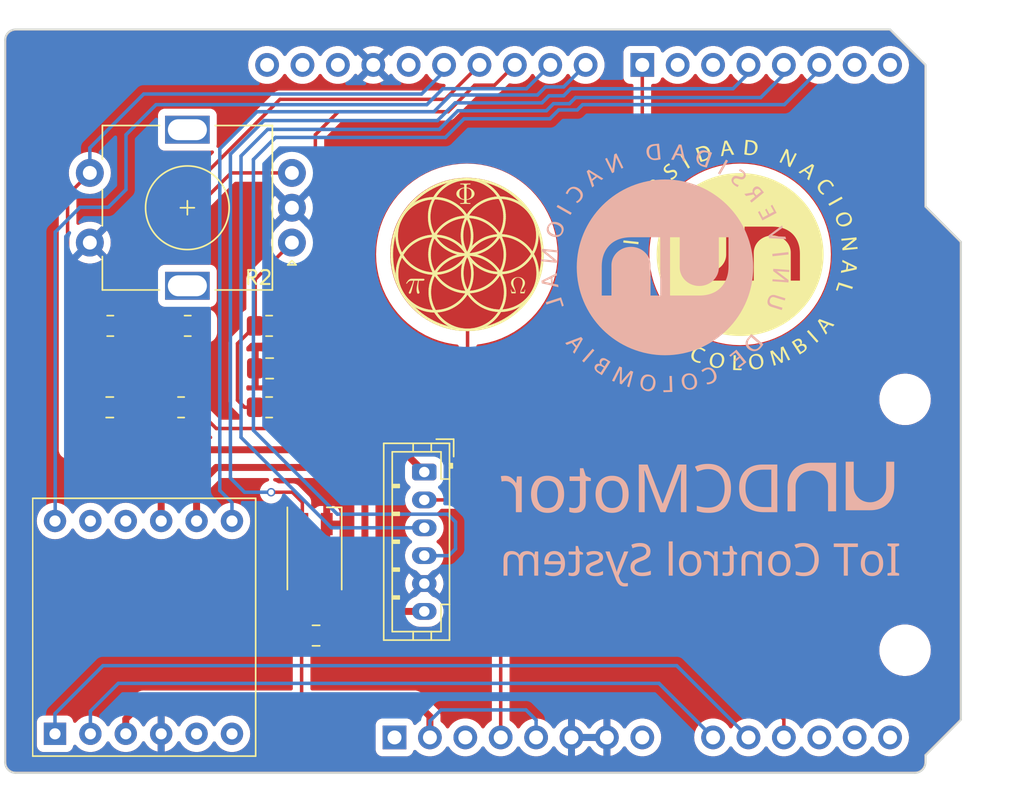
<source format=kicad_pcb>
(kicad_pcb (version 20221018) (generator pcbnew)
  (title_block (date "mar. 31 mars 2015"))
  (layers (0 "F.Cu" signal) (31 "B.Cu" signal) (34 "B.Paste" user) (35 "F.Paste" user) (36 "B.SilkS" user "B.Silkscreen") (37 "F.SilkS" user "F.Silkscreen") (38 "B.Mask" user) (39 "F.Mask" user) (44 "Edge.Cuts" user))
  (net 0 "")
  (net 1 "GND")
  (net 2 "/IO0")
  (net 3 "+5V")
  (net 4 "/RST")
  (net 5 "/IO9")
  (net 6 "/IO8")
  (net 7 "/IO12")
  (net 8 "/IO13")
  (net 9 "/IO11")
  (net 10 "/IO10")
  (net 11 "/IO46")
  (net 12 "/IO21")
  (net 13 "/IO2")
  (net 14 "/IO1")
  (net 15 "/IO7")
  (net 16 "/IO6")
  (net 17 "/IO5")
  (net 18 "/IO4")
  (net 19 "/IO14")
  (net 20 "/IO3")
  (net 21 "/IO20")
  (net 22 "/IO19")
  (net 23 "/IO17")
  (net 24 "/IO18")
  (net 25 "/TXD")
  (net 26 "+3V3")
  (net 28 "/RXD")
  (net 29 "/RST1")
  (net 30 "/VIN")
  (net 31 "/M2_R")
  (net 32 "/M1_W")
  (net 37 "Net-(R1-Pad2)")
  (net 38 "Net-(R3-Pad2)")
  (footprint "Connector_PinSocket_2.54mm:PinSocket_1x08_P2.54mm_Vertical" (layer "F.Cu") (at 144.364 123.26 90)
    (fp_text reference "J1" hide)
    (fp_text value "Power")
  )
  (footprint "Connector_PinSocket_2.54mm:PinSocket_1x06_P2.54mm_Vertical" (layer "F.Cu") (at 167.224 123.26 90)
    (fp_text reference "J3" hide)
    (fp_text value "Analog")
  )
  (footprint "Connector_PinSocket_2.54mm:PinSocket_1x10_P2.54mm_Vertical" (layer "F.Cu") (at 135.22 75 90)
    (fp_text reference "J2" hide)
    (fp_text value "Digital/PWM")
  )
  (footprint "Connector_PinSocket_2.54mm:PinSocket_1x08_P2.54mm_Vertical" (layer "F.Cu") (at 162.144 75 90)
    (fp_text reference "J4" hide)
    (fp_text value "Digital/PWM")
  )
  (footprint "Arduino_MountingHole:MountingHole_3.2mm" (layer "F.Cu") (at 181 117)
    (fp_text reference "REF2" hide)
    (fp_text value "MountingHole_3.2mm")
  )
  (footprint "Arduino_MountingHole:MountingHole_3.2mm" (layer "F.Cu") (at 181 99)
    (fp_text reference "REF1" hide)
    (fp_text value "MountingHole_3.2mm")
  )
  (footprint "Connector_JST:JST_PH_B6B-PH-K_1x06_P2.00mm_Vertical" (layer "F.Cu") (at 146.5 104.2162 -90)
    (fp_text reference "J5" hide)
    (fp_text value "MotorConnector")
  )
  (footprint "LED_SMD:LED_SK6812MINI_PLCC4_3.5x3.5mm_P1.75mm" (layer "F.Cu") (at 138.625 109.7 90)
    (fp_text reference "D1" hide)
    (fp_text value "WS2812B")
  )
  (footprint "Resistor_SMD:R_0805_2012Metric_Pad1.20x1.40mm_HandSolder" (layer "F.Cu") (at 135.366 99.568 180)
    (fp_text reference "R1" hide)
    (fp_text value "10k" hide)
  )
  (footprint "Rotary_Encoder:RotaryEncoder_Alps_EC11E-Switch_Vertical_H20mm" (layer "F.Cu") (at 137 87.75 180)
    (fp_text reference "SW1" hide)
    (fp_text value "RotaryEncoder_Switch")
  )
  (footprint "Capacitor_SMD:C_0805_2012Metric_Pad1.18x1.45mm_HandSolder" (layer "F.Cu") (at 138.7348 115.951)
    (fp_text reference "C1" hide)
    (fp_text value "100nF")
  )
  (footprint "Resistor_SMD:R_0805_2012Metric_Pad1.20x1.40mm_HandSolder" (layer "F.Cu") (at 123.968 93.726 180)
    (fp_text reference "R4" hide)
    (fp_text value "10k")
  )
  (footprint "MountingHole:MountingHole_5mm_Pad_TopOnly" (layer "F.Cu") (at 149.5552 88.5952)
    (fp_text reference "P2" hide)
    (fp_text value "LF")
  )
  (footprint "DCmotor:drv8833module" (layer "F.Cu") (at 120 123 90)
    (fp_text reference "U1" hide)
    (fp_text value "DRV8833")
  )
  (footprint "Capacitor_SMD:C_0805_2012Metric_Pad1.18x1.45mm_HandSolder" (layer "F.Cu") (at 123.9305 99.568)
    (fp_text reference "C3" hide)
    (fp_text value "100nF")
  )
  (footprint "Resistor_SMD:R_0805_2012Metric_Pad1.20x1.40mm_HandSolder" (layer "F.Cu") (at 129.048 99.568 180)
    (fp_text reference "R5" hide)
    (fp_text value "10k")
  )
  (footprint "MountingHole:MountingHole_5mm_Pad_TopOnly" (layer "F.Cu") (at 169.164 88.5952)
    (fp_text reference "P1" hide)
    (fp_text value "UN")
  )
  (footprint "Capacitor_SMD:C_0805_2012Metric_Pad1.18x1.45mm_HandSolder" (layer "F.Cu") (at 135.4035 96.774 180)
    (fp_text reference "C2" hide)
    (fp_text value "100nF")
  )
  (footprint "Resistor_SMD:R_0805_2012Metric_Pad1.20x1.40mm_HandSolder" (layer "F.Cu") (at 135.366 93.726)
    (fp_text reference "R2")
    (fp_text value "10k")
  )
  (footprint "Resistor_SMD:R_0805_2012Metric_Pad1.20x1.40mm_HandSolder" (layer "F.Cu") (at 129.524 93.726 180)
    (fp_text reference "R3" hide)
    (fp_text value "10k")
  )
  (gr_poly (pts (xy 157.880871 94.667463) (xy 157.274124 95.730992) (xy 157.163708 95.602391) (xy 157.357735 95.278815) (xy 157.079193 94.954433) (xy 156.725712 95.092295) (xy 156.607979 94.95524) (xy 156.74238 94.904246) (xy 157.20488 94.904246) (xy 157.426987 95.16289) (xy 157.696499 94.713144) (xy 157.20488 94.904246) (xy 156.74238 94.904246) (xy 157.754467 94.520245)) (fill solid) (layer "B.SilkS"))
  (gr_poly (pts (xy 165.622161 109.884594) (xy 165.666881 109.887326) (xy 165.710388 109.891879) (xy 165.75268 109.898253) (xy 165.793758 109.906449) (xy 165.833622 109.916465) (xy 165.872272 109.928303) (xy 165.909707 109.941962) (xy 165.945929 109.957442) (xy 165.980936 109.974743) (xy 166.01473 109.993865) (xy 166.047309 110.014809) (xy 166.078674 110.037573) (xy 166.108825 110.062158) (xy 166.137762 110.088565) (xy 166.165485 110.116792) (xy 166.191753 110.146701) (xy 166.216327 110.178153) (xy 166.239205 110.211149) (xy 166.260389 110.245687) (xy 166.279878 110.281769) (xy 166.297673 110.319394) (xy 166.313773 110.358561) (xy 166.328178 110.399272) (xy 166.340888 110.441526) (xy 166.351904 110.485323) (xy 166.361225 110.530663) (xy 166.368851 110.577547) (xy 166.374783 110.625973) (xy 166.379019 110.675943) (xy 166.381562 110.727455) (xy 166.382409 110.780511) (xy 166.382004 110.816199) (xy 166.38079 110.85123) (xy 166.378767 110.885604) (xy 166.375934 110.91932) (xy 166.372291 110.952378) (xy 166.36784 110.984779) (xy 166.362578 111.016523) (xy 166.356508 111.047609) (xy 166.349628 111.078038) (xy 166.341938 111.107809) (xy 166.33344 111.136923) (xy 166.324131 111.16538) (xy 166.314014 111.193179) (xy 166.303086 111.220321) (xy 166.29135 111.246805) (xy 166.278804 111.272632) (xy 166.265562 111.297357) (xy 166.251739 111.321349) (xy 166.237333 111.344608) (xy 166.222346 111.367133) (xy 166.206777 111.388924) (xy 166.190627 111.409982) (xy 166.173895 111.430307) (xy 166.15658 111.449898) (xy 166.138685 111.468755) (xy 166.120207 111.486879) (xy 166.101148 111.50427) (xy 166.081506 111.520927) (xy 166.061284 111.536851) (xy 166.040479 111.552041) (xy 166.019093 111.566497) (xy 165.997125 111.58022) (xy 165.974271 111.592766) (xy 165.951038 111.604503) (xy 165.927425 111.61543) (xy 165.903434 111.625548) (xy 165.879062 111.634857) (xy 165.854312 111.643356) (xy 165.829182 111.651046) (xy 165.803672 111.657927) (xy 165.777784 111.663998) (xy 165.751515 111.66926) (xy 165.724868 111.673712) (xy 165.69784 111.677355) (xy 165.670434 111.680188) (xy 165.642648 111.682212) (xy 165.614482 111.683426) (xy 165.585937 111.683831) (xy 165.540003 111.682908) (xy 165.495282 111.680138) (xy 165.451776 111.675521) (xy 165.409484 111.669058) (xy 165.368406 111.660749) (xy 165.328542 111.650592) (xy 165.289892 111.63859) (xy 165.252457 111.62474) (xy 165.216235 111.609045) (xy 165.181228 111.591503) (xy 165.147435 111.572114) (xy 165.114856 111.550879) (xy 165.083491 111.527798) (xy 165.05334 111.50287) (xy 165.024403 111.476097) (xy 164.996681 111.447476) (xy 164.970021 111.417174) (xy 164.94508 111.385354) (xy 164.92186 111.352016) (xy 164.90036 111.31716) (xy 164.88058 111.280787) (xy 164.86252 111.242896) (xy 164.84618 111.203487) (xy 164.83156 111.162561) (xy 164.81866 111.120117) (xy 164.80748 111.076155) (xy 164.79802 111.030675) (xy 164.79028 110.983678) (xy 164.78426 110.935163) (xy 164.77996 110.88513) (xy 164.77738 110.833579) (xy 164.77652 110.780511) (xy 165.071146 110.780511) (xy 165.071626 110.818466) (xy 165.073068 110.855435) (xy 165.075471 110.891416) (xy 165.078836 110.926412) (xy 165.083161 110.96042) (xy 165.088448 110.993442) (xy 165.094695 111.025477) (xy 165.101904 111.056526) (xy 165.110075 111.086588) (xy 165.119206 111.115664) (xy 165.129299 111.143753) (xy 165.140352 111.170856) (xy 165.152367 111.196972) (xy 165.165344 111.222102) (xy 165.179281 111.246245) (xy 165.194179 111.269403) (xy 165.210102 111.290965) (xy 165.227113 111.311137) (xy 165.245212 111.329917) (xy 165.264397 111.347307) (xy 165.284671 111.363306) (xy 165.306032 111.377914) (xy 165.328481 111.39113) (xy 165.352018 111.402956) (xy 165.376642 111.41339) (xy 165.402353 111.422433) (xy 165.429153 111.430085) (xy 165.45704 111.436346) (xy 165.486014 111.441215) (xy 165.516077 111.444694) (xy 165.547226 111.446781) (xy 165.579464 111.447476) (xy 165.612093 111.446781) (xy 165.64361 111.444694) (xy 165.674013 111.441215) (xy 165.703304 111.436346) (xy 165.731482 111.430085) (xy 165.758547 111.422433) (xy 165.784499 111.41339) (xy 165.797058 111.408347) (xy 165.809338 111.402956) (xy 165.82134 111.397217) (xy 165.833064 111.39113) (xy 165.84451 111.384696) (xy 165.855678 111.377914) (xy 165.866567 111.370784) (xy 165.877178 111.363306) (xy 165.887511 111.35548) (xy 165.897565 111.347307) (xy 165.907342 111.338786) (xy 165.91684 111.329917) (xy 165.92606 111.320701) (xy 165.935002 111.311137) (xy 165.943665 111.301225) (xy 165.95205 111.290965) (xy 165.960157 111.280358) (xy 165.967986 111.269403) (xy 165.982492 111.246245) (xy 165.996063 111.222101) (xy 166.008697 111.196971) (xy 166.020395 111.170853) (xy 166.031158 111.14375) (xy 166.040985 111.115659) (xy 166.049876 111.086583) (xy 166.05783 111.05652) (xy 166.064849 111.02547) (xy 166.070933 110.993434) (xy 166.07608 110.960412) (xy 166.080291 110.926404) (xy 166.083567 110.89141) (xy 166.085906 110.85543) (xy 166.08731 110.818463) (xy 166.087778 110.780511) (xy 166.08731 110.742581) (xy 166.085906 110.705688) (xy 166.083567 110.669832) (xy 166.080291 110.635014) (xy 166.07608 110.601232) (xy 166.070933 110.568488) (xy 166.064849 110.536781) (xy 166.05783 110.506111) (xy 166.049876 110.476478) (xy 166.040985 110.447883) (xy 166.031158 110.420325) (xy 166.020395 110.393804) (xy 166.008697 110.368321) (xy 165.996063 110.343875) (xy 165.982492 110.320466) (xy 165.967986 110.298095) (xy 165.952443 110.276922) (xy 165.935761 110.257116) (xy 165.917941 110.238676) (xy 165.898983 110.221601) (xy 165.878886 110.205893) (xy 165.857652 110.19155) (xy 165.835278 110.178573) (xy 165.811767 110.166963) (xy 165.787118 110.156718) (xy 165.76133 110.147839) (xy 165.734404 110.140326) (xy 165.706339 110.13418) (xy 165.677137 110.129399) (xy 165.646796 110.125984) (xy 165.615317 110.123935) (xy 165.5827 110.123252) (xy 165.55007 110.123935) (xy 165.518553 110.125984) (xy 165.488149 110.129399) (xy 165.458858 110.13418) (xy 165.430681 110.140326) (xy 165.403616 110.147839) (xy 165.377664 110.156718) (xy 165.352825 110.166963) (xy 165.340823 110.172597) (xy 165.329099 110.178573) (xy 165.317653 110.184891) (xy 165.306486 110.19155) (xy 165.295597 110.19855) (xy 165.284986 110.205893) (xy 165.274653 110.213576) (xy 165.264599 110.221601) (xy 165.254822 110.229968) (xy 165.245324 110.238676) (xy 165.236105 110.247725) (xy 165.227163 110.257116) (xy 165.2185 110.266848) (xy 165.210115 110.276922) (xy 165.202008 110.287338) (xy 165.194179 110.298095) (xy 165.179281 110.320466) (xy 165.165344 110.343875) (xy 165.152367 110.368321) (xy 165.140352 110.393804) (xy 165.129299 110.420325) (xy 165.119206 110.447883) (xy 165.110075 110.476478) (xy 165.101904 110.506111) (xy 165.094695 110.536781) (xy 165.088448 110.568488) (xy 165.083161 110.601232) (xy 165.078836 110.635014) (xy 165.075471 110.669832) (xy 165.073068 110.705688) (xy 165.071626 110.742581) (xy 165.071146 110.780511) (xy 164.77652 110.780511) (xy 164.776924 110.744848) (xy 164.778138 110.709892) (xy 164.780162 110.675645) (xy 164.782995 110.642105) (xy 164.786637 110.609274) (xy 164.791089 110.57715) (xy 164.79635 110.545735) (xy 164.802421 110.515028) (xy 164.809301 110.485028) (xy 164.81699 110.455737) (xy 164.825489 110.427155) (xy 164.834797 110.39928) (xy 164.844915 110.372114) (xy 164.855842 110.345656) (xy 164.867578 110.319907) (xy 164.880124 110.294866) (xy 164.892986 110.270153) (xy 164.906481 110.246199) (xy 164.920607 110.223004) (xy 164.935367 110.200567) (xy 164.950758 110.17889) (xy 164.966782 110.157971) (xy 164.983439 110.137812) (xy 165.000728 110.118411) (xy 165.018649 110.099769) (xy 165.037202 110.081886) (xy 165.056388 110.064761) (xy 165.076206 110.048396) (xy 165.096657 110.03279) (xy 165.11774 110.017942) (xy 165.139455 110.003853) (xy 165.161803 109.990523) (xy 165.18429 109.977585) (xy 165.207232 109.965481) (xy 165.23063 109.954213) (xy 165.254483 109.943779) (xy 165.278791 109.93418) (xy 165.303554 109.925415) (xy 165.328772 109.917486) (xy 165.354446 109.910391) (xy 165.380575 109.904131) (xy 165.407159 109.898706) (xy 165.434199 109.894116) (xy 165.461694 109.89036) (xy 165.489644 109.887439) (xy 165.518049 109.885352) (xy 165.54691 109.884101) (xy 165.576226 109.883683)) (fill solid) (layer "B.SilkS"))
  (gr_poly (pts (xy 180.576391 109.508124) (xy 180.304428 109.572881) (xy 180.304428 111.42159) (xy 180.576391 111.4831) (xy 180.576391 111.651452) (xy 179.74107 111.651452) (xy 179.74107 111.4831) (xy 180.013035 111.42159) (xy 180.013035 109.572881) (xy 179.74107 109.508124) (xy 179.74107 109.339772) (xy 180.576391 109.339772)) (fill solid) (layer "B.SilkS"))
  (gr_poly (pts (xy 157.262584 83.74474) (xy 157.290505 83.747419) (xy 157.31848 83.751543) (xy 157.346478 83.757103) (xy 157.374468 83.764091) (xy 157.402419 83.7725) (xy 157.430299 83.782321) (xy 157.458077 83.793546) (xy 157.485721 83.806167) (xy 157.513201 83.820176) (xy 157.540483 83.835566) (xy 157.567538 83.852326) (xy 157.594334 83.870451) (xy 157.620839 83.889931) (xy 157.647022 83.910759) (xy 157.673564 83.93356) (xy 157.698448 83.956704) (xy 157.721688 83.98017) (xy 157.743298 84.003937) (xy 157.763291 84.027982) (xy 157.781681 84.052282) (xy 157.79848 84.076817) (xy 157.813703 84.101563) (xy 157.827363 84.126499) (xy 157.839473 84.151603) (xy 157.850046 84.176853) (xy 157.859097 84.202226) (xy 157.866638 84.227701) (xy 157.872684 84.253256) (xy 157.877246 84.278868) (xy 157.88034 84.304515) (xy 157.881978 84.330176) (xy 157.882174 84.355828) (xy 157.880941 84.38145) (xy 157.878293 84.407019) (xy 157.874243 84.432513) (xy 157.868804 84.45791) (xy 157.861991 84.483189) (xy 157.853816 84.508326) (xy 157.844293 84.533301) (xy 157.833435 84.55809) (xy 157.821256 84.582673) (xy 157.807769 84.607026) (xy 157.792988 84.631129) (xy 157.776926 84.654958) (xy 157.759596 84.678491) (xy 157.741013 84.701708) (xy 157.724184 84.721202) (xy 157.706753 84.740064) (xy 157.688832 84.758253) (xy 157.670538 84.775725) (xy 157.651983 84.792439) (xy 157.633281 84.808354) (xy 157.614549 84.823428) (xy 157.595898 84.837618) (xy 157.577444 84.850882) (xy 157.559302 84.86318) (xy 157.541584 84.874468) (xy 157.524407 84.884705) (xy 157.507882 84.89385) (xy 157.492126 84.90186) (xy 157.477252 84.908693) (xy 157.463375 84.914307) (xy 157.378773 84.812683) (xy 157.3936 84.805707) (xy 157.40862 84.798053) (xy 157.423779 84.789751) (xy 157.439024 84.780831) (xy 157.4543 84.771322) (xy 157.469553 84.761256) (xy 157.484729 84.750662) (xy 157.499774 84.739569) (xy 157.514634 84.728009) (xy 157.529254 84.71601) (xy 157.543581 84.703604) (xy 157.557561 84.69082) (xy 157.57114 84.677688) (xy 157.584262 84.664239) (xy 157.596875 84.650501) (xy 157.608925 84.636506) (xy 157.632756 84.605583) (xy 157.643674 84.589538) (xy 157.653878 84.573122) (xy 157.663334 84.556351) (xy 157.672004 84.539238) (xy 157.679852 84.521799) (xy 157.686842 84.504046) (xy 157.692938 84.485995) (xy 157.698105 84.467661) (xy 157.702304 84.449056) (xy 157.705501 84.430197) (xy 157.70766 84.411096) (xy 157.708743 84.391768) (xy 157.708715 84.372229) (xy 157.707541 84.352491) (xy 157.705182 84.33257) (xy 157.701604 84.312479) (xy 157.69677 84.292234) (xy 157.690645 84.271847) (xy 157.683191 84.251335) (xy 157.674373 84.23071) (xy 157.664154 84.209988) (xy 157.652499 84.189183) (xy 157.639371 84.168309) (xy 157.624734 84.14738) (xy 157.608552 84.126411) (xy 157.590788 84.105416) (xy 157.571407 84.08441) (xy 157.550372 84.063406) (xy 157.527647 84.042419) (xy 157.503197 84.021464) (xy 157.478751 84.001949) (xy 157.454699 83.984113) (xy 157.431045 83.967911) (xy 157.407795 83.953296) (xy 157.384954 83.940223) (xy 157.362527 83.928647) (xy 157.340518 83.918523) (xy 157.318934 83.909805) (xy 157.297779 83.902447) (xy 157.277058 83.896405) (xy 157.256776 83.891632) (xy 157.236939 83.888083) (xy 157.217552 83.885713) (xy 157.198619 83.884476) (xy 157.180146 83.884327) (xy 157.162138 83.885221) (xy 157.144601 83.887112) (xy 157.127538 83.889954) (xy 157.110956 83.893702) (xy 157.094859 83.898311) (xy 157.064142 83.909928) (xy 157.035428 83.924443) (xy 157.008757 83.941491) (xy 156.984171 83.960709) (xy 156.961711 83.981734) (xy 156.941418 84.004201) (xy 156.92799 84.020789) (xy 156.914857 84.037941) (xy 156.902065 84.055555) (xy 156.88966 84.073528) (xy 156.877687 84.09176) (xy 156.866192 84.110146) (xy 156.855221 84.128587) (xy 156.844818 84.146978) (xy 156.83503 84.165219) (xy 156.825903 84.183207) (xy 156.817482 84.20084) (xy 156.809812 84.218016) (xy 156.80294 84.234633) (xy 156.796911 84.250589) (xy 156.79177 84.265782) (xy 156.787563 84.280109) (xy 156.648247 84.223632) (xy 156.652204 84.210679) (xy 156.657287 84.19656) (xy 156.663421 84.181414) (xy 156.670533 84.165374) (xy 156.678549 84.148578) (xy 156.687393 84.131161) (xy 156.696994 84.113259) (xy 156.707275 84.095008) (xy 156.718164 84.076545) (xy 156.729586 84.058004) (xy 156.741468 84.039522) (xy 156.753734 84.021236) (xy 156.766311 84.00328) (xy 156.779125 83.985792) (xy 156.792102 83.968906) (xy 156.805168 83.952759) (xy 156.826735 83.928053) (xy 156.848921 83.904937) (xy 156.871696 83.883403) (xy 156.895028 83.863443) (xy 156.918886 83.845049) (xy 156.943238 83.828213) (xy 156.968053 83.812926) (xy 156.993299 83.799181) (xy 157.018945 83.786969) (xy 157.04496 83.776283) (xy 157.071312 83.767115) (xy 157.09797 83.759455) (xy 157.124903 83.753297) (xy 157.152079 83.748632) (xy 157.179466 83.745451) (xy 157.207034 83.743748) (xy 157.23475 83.743514)) (fill solid) (layer "B.SilkS"))
  (gr_poly (pts (xy 166.770754 109.884071) (xy 166.792848 109.885285) (xy 166.814564 109.887309) (xy 166.8359 109.890142) (xy 166.856856 109.893785) (xy 166.877433 109.898238) (xy 166.897631 109.9035) (xy 166.917449 109.909571) (xy 166.936888 109.916451) (xy 166.955947 109.924141) (xy 166.974627 109.932641) (xy 166.992928 109.941949) (xy 167.010849 109.952067) (xy 167.028391 109.962995) (xy 167.045553 109.974731) (xy 167.062336 109.987277) (xy 167.078739 110.000379) (xy 167.094763 110.013785) (xy 167.110408 110.027494) (xy 167.125673 110.041507) (xy 167.140559 110.055823) (xy 167.155066 110.070443) (xy 167.169193 110.085367) (xy 167.18294 110.100594) (xy 167.196308 110.116124) (xy 167.209297 110.131959) (xy 167.221906 110.148096) (xy 167.234136 110.164538) (xy 167.245986 110.181282) (xy 167.257457 110.198331) (xy 167.268549 110.215683) (xy 167.27926 110.233338) (xy 167.292198 110.233338) (xy 167.324575 109.916045) (xy 167.557688 109.916045) (xy 167.557688 111.651437) (xy 167.272772 111.651437) (xy 167.272772 110.725459) (xy 167.272506 110.703784) (xy 167.271709 110.682462) (xy 167.270381 110.661494) (xy 167.268522 110.64088) (xy 167.266132 110.62062) (xy 167.263211 110.600714) (xy 167.259758 110.581162) (xy 167.255774 110.561963) (xy 167.251259 110.543119) (xy 167.246213 110.524628) (xy 167.240635 110.506492) (xy 167.234527 110.488709) (xy 167.227887 110.47128) (xy 167.220716 110.454205) (xy 167.213014 110.437484) (xy 167.20478 110.421117) (xy 167.1957 110.404764) (xy 167.186265 110.388892) (xy 167.176476 110.373501) (xy 167.166333 110.35859) (xy 167.155836 110.34416) (xy 167.144985 110.330211) (xy 167.133779 110.316742) (xy 167.12222 110.303753) (xy 167.110306 110.291245) (xy 167.098038 110.279218) (xy 167.085416 110.267671) (xy 167.07244 110.256604) (xy 167.05911 110.246018) (xy 167.045426 110.235912) (xy 167.031387 110.226286) (xy 167.016994 110.217141) (xy 167.002362 110.208124) (xy 166.987603 110.199689) (xy 166.972717 110.191835) (xy 166.957705 110.184563) (xy 166.942566 110.177873) (xy 166.927301 110.171765) (xy 166.91191 110.166239) (xy 166.896392 110.161294) (xy 166.880748 110.156931) (xy 166.864977 110.153149) (xy 166.849079 110.14995) (xy 166.833056 110.147332) (xy 166.816905 110.145296) (xy 166.800628 110.143842) (xy 166.784225 110.142969) (xy 166.767695 110.142678) (xy 166.756312 110.14278) (xy 166.744828 110.143084) (xy 166.733243 110.14359) (xy 166.721557 110.144299) (xy 166.709769 110.14521) (xy 166.697881 110.146323) (xy 166.685892 110.147637) (xy 166.673801 110.149154) (xy 166.661002 110.150827) (xy 166.648506 110.1526) (xy 166.636314 110.154473) (xy 166.624426 110.156447) (xy 166.612841 110.158522) (xy 166.60156 110.160697) (xy 166.590582 110.162973) (xy 166.579907 110.165351) (xy 166.544291 109.90311) (xy 166.555067 109.900776) (xy 166.566348 109.898646) (xy 166.578135 109.89672) (xy 166.590428 109.894996) (xy 166.603227 109.893477) (xy 166.616532 109.892161) (xy 166.630342 109.891049) (xy 166.644659 109.890142) (xy 166.658318 109.888626) (xy 166.671774 109.887311) (xy 166.685028 109.886198) (xy 166.69808 109.885287) (xy 166.710929 109.884578) (xy 166.723576 109.884072) (xy 166.736021 109.883768) (xy 166.748263 109.883666) (xy 166.748279 109.883666)) (fill solid) (layer "B.SilkS"))
  (gr_poly (pts (xy 171.573888 91.504667) (xy 171.597262 91.506439) (xy 171.621101 91.509336) (xy 171.645399 91.513363) (xy 171.670147 91.518524) (xy 171.695339 91.524825) (xy 171.720966 91.53227) (xy 172.416458 91.748103) (xy 172.367615 91.904223) (xy 171.632389 91.676068) (xy 171.616685 91.6715) (xy 171.601332 91.667656) (xy 171.586331 91.664524) (xy 171.571683 91.662097) (xy 171.557388 91.660364) (xy 171.543447 91.659316) (xy 171.529862 91.658944) (xy 171.516632 91.659237) (xy 171.503759 91.660186) (xy 171.491243 91.661783) (xy 171.479086 91.664016) (xy 171.467288 91.666877) (xy 171.455849 91.670357) (xy 171.444772 91.674445) (xy 171.434055 91.679133) (xy 171.423702 91.68441) (xy 171.413711 91.690267) (xy 171.404085 91.696695) (xy 171.394823 91.703684) (xy 171.385927 91.711225) (xy 171.377397 91.719308) (xy 171.369234 91.727923) (xy 171.36144 91.737061) (xy 171.354014 91.746713) (xy 171.346958 91.756869) (xy 171.340272 91.76752) (xy 171.328016 91.790266) (xy 171.31725 91.814877) (xy 171.307983 91.841275) (xy 171.299324 91.872211) (xy 171.292999 91.902392) (xy 171.289133 91.93176) (xy 171.288161 91.946122) (xy 171.287851 91.96026) (xy 171.288218 91.974167) (xy 171.289278 91.987835) (xy 171.291047 92.001258) (xy 171.29354 92.014429) (xy 171.296772 92.027341) (xy 171.30076 92.039986) (xy 171.30552 92.052358) (xy 171.311065 92.064449) (xy 171.317413 92.076253) (xy 171.324579 92.087763) (xy 171.332578 92.098971) (xy 171.341427 92.10987) (xy 171.35114 92.120454) (xy 171.361734 92.130716) (xy 171.373224 92.140647) (xy 171.385625 92.150242) (xy 171.398954 92.159494) (xy 171.413226 92.168394) (xy 171.428456 92.176937) (xy 171.44466 92.185115) (xy 171.461854 92.192922) (xy 171.480054 92.200349) (xy 171.499274 92.207391) (xy 171.519531 92.214039) (xy 172.204281 92.426458) (xy 172.152634 92.591661) (xy 171.408478 92.36072) (xy 171.385021 92.352916) (xy 171.362626 92.34442) (xy 171.341286 92.335247) (xy 171.320995 92.325411) (xy 171.301747 92.314926) (xy 171.283537 92.303807) (xy 171.266358 92.292067) (xy 171.250204 92.279722) (xy 171.235069 92.266785) (xy 171.220948 92.253271) (xy 171.207834 92.239194) (xy 171.195722 92.224568) (xy 171.184605 92.209409) (xy 171.174478 92.193729) (xy 171.165334 92.177544) (xy 171.157167 92.160868) (xy 171.149973 92.143715) (xy 171.143744 92.1261) (xy 171.138474 92.108036) (xy 171.134158 92.089538) (xy 171.13079 92.070621) (xy 171.128364 92.051298) (xy 171.126873 92.031585) (xy 171.126313 92.011495) (xy 171.126676 91.991043) (xy 171.127957 91.970242) (xy 171.130149 91.949109) (xy 171.133248 91.927656) (xy 171.137247 91.905898) (xy 171.14214 91.883849) (xy 171.14792 91.861524) (xy 171.154583 91.838937) (xy 171.163179 91.813025) (xy 171.172438 91.788121) (xy 171.182352 91.76423) (xy 171.192915 91.741357) (xy 171.204118 91.719505) (xy 171.215954 91.69868) (xy 171.228415 91.678886) (xy 171.241494 91.660127) (xy 171.255183 91.642408) (xy 171.269474 91.625734) (xy 171.28436 91.610108) (xy 171.299834 91.595536) (xy 171.315888 91.582022) (xy 171.332513 91.56957) (xy 171.349703 91.558186) (xy 171.367451 91.547873) (xy 171.385747 91.538636) (xy 171.404586 91.530479) (xy 171.423958 91.523408) (xy 171.443858 91.517426) (xy 171.464276 91.512538) (xy 171.485206 91.508749) (xy 171.50664 91.506062) (xy 171.52857 91.504484) (xy 171.550989 91.504017)) (fill solid) (layer "B.SilkS"))
  (gr_poly (pts (xy 162.019041 109.307655) (xy 162.045587 109.30849) (xy 162.071755 109.309881) (xy 162.097542 109.311828) (xy 162.12295 109.314332) (xy 162.147979 109.317393) (xy 162.172629 109.32101) (xy 162.196899 109.325183) (xy 162.220789 109.329913) (xy 162.2443 109.3352) (xy 162.267432 109.341043) (xy 162.290185 109.347443) (xy 162.312558 109.3544) (xy 162.334551 109.361913) (xy 162.356165 109.369983) (xy 162.3774 109.37861) (xy 162.397762 109.387755) (xy 162.417568 109.397381) (xy 162.436817 109.407487) (xy 162.45551 109.418073) (xy 162.473646 109.42914) (xy 162.491225 109.440687) (xy 162.508248 109.452715) (xy 162.524715 109.465223) (xy 162.540625 109.478211) (xy 162.555979 109.49168) (xy 162.570776 109.50563) (xy 162.585017 109.52006) (xy 162.598701 109.534971) (xy 162.611829 109.550362) (xy 162.6244 109.566234) (xy 162.636414 109.582587) (xy 162.647784 109.598989) (xy 162.658421 109.615821) (xy 162.668323 109.633083) (xy 162.677493 109.650775) (xy 162.685929 109.668898) (xy 162.693631 109.68745) (xy 162.700599 109.706432) (xy 162.706835 109.725845) (xy 162.712336 109.745688) (xy 162.717104 109.765961) (xy 162.721139 109.786664) (xy 162.72444 109.807797) (xy 162.727007 109.829361) (xy 162.728841 109.851355) (xy 162.729942 109.873779) (xy 162.730308 109.896634) (xy 162.729727 109.92978) (xy 162.727981 109.962042) (xy 162.725073 109.993418) (xy 162.721 110.023909) (xy 162.715764 110.053516) (xy 162.709365 110.082237) (xy 162.701802 110.110073) (xy 162.693075 110.137024) (xy 162.683185 110.16309) (xy 162.672132 110.188271) (xy 162.659914 110.212567) (xy 162.646534 110.235977) (xy 162.631989 110.258503) (xy 162.616282 110.280143) (xy 162.59941 110.300898) (xy 162.581375 110.320767) (xy 162.561798 110.340002) (xy 162.541107 110.358857) (xy 162.519304 110.377333) (xy 162.496387 110.39543) (xy 162.472358 110.413148) (xy 162.447215 110.430486) (xy 162.42096 110.447445) (xy 162.393591 110.464025) (xy 162.36511 110.480225) (xy 162.335515 110.496047) (xy 162.304808 110.511489) (xy 162.272987 110.526552) (xy 162.240054 110.541235) (xy 162.206007 110.55554) (xy 162.170848 110.569465) (xy 162.134576 110.583011) (xy 162.083431 110.60153) (xy 162.03522 110.619846) (xy 161.989943 110.637958) (xy 161.9476 110.655866) (xy 161.908191 110.673572) (xy 161.871716 110.691075) (xy 161.838176 110.708376) (xy 161.807569 110.725474) (xy 161.792873 110.733619) (xy 161.778734 110.741864) (xy 161.765151 110.750211) (xy 161.752124 110.758658) (xy 161.739654 110.767207) (xy 161.727741 110.775857) (xy 161.716383 110.784608) (xy 161.705583 110.79346) (xy 161.695338 110.802414) (xy 161.685651 110.811468) (xy 161.676519 110.820624) (xy 161.667944 110.829882) (xy 161.659926 110.83924) (xy 161.652464 110.848701) (xy 161.645558 110.858262) (xy 161.639209 110.867925) (xy 161.633328 110.877777) (xy 161.627826 110.887908) (xy 161.622704 110.898317) (xy 161.617962 110.909004) (xy 161.613599 110.91997) (xy 161.609615 110.931213) (xy 161.60601 110.942735) (xy 161.602786 110.954535) (xy 161.59994 110.966613) (xy 161.597474 110.97897) (xy 161.595387 110.991604) (xy 161.59368 111.004517) (xy 161.592352 111.017708) (xy 161.591403 111.031177) (xy 161.590834 111.044924) (xy 161.590645 111.05895) (xy 161.591163 111.080121) (xy 161.592719 111.100736) (xy 161.595312 111.120795) (xy 161.598941 111.140297) (xy 161.603608 111.159243) (xy 161.609312 111.177633) (xy 161.616053 111.195465) (xy 161.623831 111.212742) (xy 161.632646 111.229461) (xy 161.642498 111.245624) (xy 161.653387 111.261231) (xy 161.665313 111.276281) (xy 161.678277 111.290774) (xy 161.692277 111.30471) (xy 161.707314 111.31809) (xy 161.723389 111.330913) (xy 161.740083 111.343066) (xy 161.757789 111.354435) (xy 161.776507 111.36502) (xy 161.796236 111.374821) (xy 161.816978 111.383838) (xy 161.838731 111.392071) (xy 161.861496 111.39952) (xy 161.885273 111.406186) (xy 161.910061 111.412067) (xy 161.935862 111.417164) (xy 161.962674 111.421477) (xy 161.990498 111.425006) (xy 162.019333 111.42775) (xy 162.049181 111.429711) (xy 162.08004 111.430887) (xy 162.111911 111.431279) (xy 162.157896 111.430621) (xy 162.203578 111.428648) (xy 162.248956 111.425359) (xy 162.294031 111.420756) (xy 162.338802 111.414837) (xy 162.38327 111.407604) (xy 162.427434 111.399056) (xy 162.471294 111.389194) (xy 162.513333 111.378523) (xy 162.553652 111.367547) (xy 162.592251 111.356268) (xy 162.62913 111.344684) (xy 162.664289 111.332795) (xy 162.697729 111.320603) (xy 162.729448 111.308106) (xy 162.759447 111.295304) (xy 162.759447 111.573743) (xy 162.731066 111.586342) (xy 162.700966 111.598231) (xy 162.669145 111.609411) (xy 162.635605 111.619881) (xy 162.600345 111.629643) (xy 162.563364 111.638697) (xy 162.524664 111.647043) (xy 162.484243 111.654681) (xy 162.442508 111.661511) (xy 162.399861 111.66743) (xy 162.356305 111.672437) (xy 162.311837 111.676533) (xy 162.26646 111.679719) (xy 162.220171 111.681994) (xy 162.172972 111.683359) (xy 162.124863 111.683814) (xy 162.078119 111.683144) (xy 162.032589 111.681133) (xy 161.988273 111.677781) (xy 161.945171 111.673089) (xy 161.903284 111.667056) (xy 161.862611 111.659683) (xy 161.823151 111.650969) (xy 161.784906 111.640914) (xy 161.747875 111.629519) (xy 161.712058 111.616783) (xy 161.677455 111.602707) (xy 161.644067 111.58729) (xy 161.611892 111.570532) (xy 161.580931 111.552434) (xy 161.551185 111.532995) (xy 161.522652 111.512216) (xy 161.4956 111.490238) (xy 161.470294 111.467197) (xy 161.446732 111.443093) (xy 161.424916 111.417927) (xy 161.404845 111.391698) (xy 161.386519 111.364406) (xy 161.369939 111.336052) (xy 161.355104 111.306635) (xy 161.342014 111.276155) (xy 161.33067 111.244613) (xy 161.321071 111.212008) (xy 161.313217 111.178341) (xy 161.307108 111.143612) (xy 161.302745 111.107819) (xy 161.300127 111.070965) (xy 161.299254 111.033053) (xy 161.299545 111.010639) (xy 161.300418 110.988696) (xy 161.301872 110.967234) (xy 161.303909 110.946253) (xy 161.306527 110.925752) (xy 161.309726 110.905732) (xy 161.313508 110.886192) (xy 161.317871 110.867133) (xy 161.322816 110.848555) (xy 161.328343 110.830458) (xy 161.334452 110.812841) (xy 161.341142 110.795705) (xy 161.348414 110.779049) (xy 161.356268 110.762875) (xy 161.364704 110.747181) (xy 161.373721 110.731967) (xy 161.382903 110.717133) (xy 161.392641 110.702576) (xy 161.402936 110.688298) (xy 161.413787 110.674298) (xy 161.425195 110.660575) (xy 161.437159 110.647131) (xy 161.44968 110.633964) (xy 161.462757 110.621076) (xy 161.476391 110.608467) (xy 161.490581 110.596135) (xy 161.505327 110.584082) (xy 161.52063 110.572307) (xy 161.53649 110.56081) (xy 161.552906 110.549592) (xy 161.569878 110.538652) (xy 161.587407 110.527991) (xy 161.623224 110.506338) (xy 161.661065 110.485088) (xy 161.700929 110.464244) (xy 161.742816 110.443804) (xy 161.786727 110.42377) (xy 161.832662 110.40414) (xy 161.88062 110.384916) (xy 161.930601 110.366097) (xy 161.976333 110.34844) (xy 162.019637 110.331086) (xy 162.060513 110.314037) (xy 162.098961 110.297292) (xy 162.13498 110.280851) (xy 162.168572 110.264714) (xy 162.199735 110.248882) (xy 162.22847 110.233354) (xy 162.241989 110.225602) (xy 162.255028 110.217724) (xy 162.267587 110.209719) (xy 162.279665 110.201588) (xy 162.291262 110.19333) (xy 162.302379 110.184945) (xy 162.313015 110.176433) (xy 162.323171 110.167795) (xy 162.332846 110.15903) (xy 162.342041 110.150139) (xy 162.350755 110.141121) (xy 162.358988 110.131977) (xy 162.366741 110.122706) (xy 162.374013 110.113309) (xy 162.380805 110.103785) (xy 162.387116 110.094134) (xy 162.392997 110.084272) (xy 162.398499 110.074106) (xy 162.403621 110.063636) (xy 162.408363 110.052862) (xy 162.412726 110.041784) (xy 162.41671 110.030402) (xy 162.420314 110.018716) (xy 162.423539 110.006727) (xy 162.426385 109.994434) (xy 162.428851 109.981837) (xy 162.430938 109.968937) (xy 162.432645 109.955733) (xy 162.433973 109.942225) (xy 162.434921 109.928414) (xy 162.435491 109.914299) (xy 162.43568 109.89988) (xy 162.43525 109.881099) (xy 162.43396 109.862799) (xy 162.43181 109.844979) (xy 162.4288 109.82764) (xy 162.42493 109.810781) (xy 162.4202 109.794403) (xy 162.41461 109.778506) (xy 162.408159 109.763089) (xy 162.400849 109.748152) (xy 162.392679 109.733696) (xy 162.383649 109.71972) (xy 162.373758 109.706225) (xy 162.363008 109.69321) (xy 162.351397 109.680676) (xy 162.338927 109.668622) (xy 162.325597 109.657048) (xy 162.311419 109.645679) (xy 162.296407 109.635043) (xy 162.28056 109.625141) (xy 162.263879 109.615972) (xy 162.246363 109.607537) (xy 162.228012 109.599835) (xy 162.208826 109.592867) (xy 162.188805 109.586632) (xy 162.16795 109.58113) (xy 162.14626 109.576363) (xy 162.123736 109.572328) (xy 162.100376 109.569027) (xy 162.076182 109.56646) (xy 162.051154 109.564626) (xy 162.02529 109.563526) (xy 161.998592 109.563159) (xy 161.960751 109.563715) (xy 161.923315 109.565385) (xy 161.886284 109.568166) (xy 161.849658 109.572061) (xy 161.813437 109.577069) (xy 161.77762 109.583189) (xy 161.742209 109.590422) (xy 161.707202 109.598767) (xy 161.671941 109.607922) (xy 161.637389 109.617583) (xy 161.603545 109.62775) (xy 161.570409 109.638423) (xy 161.537982 109.649602) (xy 161.506263 109.661289) (xy 161.475252 109.673481) (xy 161.44495 109.686181) (xy 161.354292 109.436875) (xy 161.387124 109.422659) (xy 161.420867 109.409152) (xy 161.45552 109.396353) (xy 161.491084 109.384262) (xy 161.527559 109.37288) (xy 161.564944 109.362207) (xy 161.60324 109.352242) (xy 161.642446 109.342985) (xy 161.682614 109.33464) (xy 161.723793 109.327407) (xy 161.765984 109.321286) (xy 161.809187 109.316279) (xy 161.853401 109.312384) (xy 161.898627 109.309602) (xy 161.944865 109.307933) (xy 161.992115 109.307377)) (fill solid) (layer "B.SilkS"))
  (gr_poly (pts (xy 171.783535 85.618823) (xy 170.764534 86.160036) (xy 170.445816 85.56451) (xy 170.563461 85.480694) (xy 170.802727 85.943751) (xy 171.155754 85.756242) (xy 170.953602 85.390583) (xy 171.059597 85.312971) (xy 171.265549 85.697787) (xy 171.586979 85.527186) (xy 171.35746 85.114312) (xy 171.470142 85.033192)) (fill solid) (layer "B.SilkS"))
  (gr_poly (pts (xy 159.357128 96.036854) (xy 159.3727 96.038117) (xy 159.388514 96.040146) (xy 159.404555 96.042947) (xy 159.42081 96.046524) (xy 159.437266 96.05088) (xy 159.453908 96.056022) (xy 159.470725 96.061952) (xy 159.487701 96.068677) (xy 159.504824 96.0762) (xy 159.522079 96.084526) (xy 159.539454 96.093659) (xy 159.556935 96.103604) (xy 159.574509 96.114366) (xy 159.862621 96.297103) (xy 159.242512 97.267646) (xy 158.982937 97.103074) (xy 158.960008 97.088089) (xy 158.9381 97.072837) (xy 158.917216 97.057333) (xy 158.897357 97.041593) (xy 158.878525 97.025632) (xy 158.860723 97.009466) (xy 158.843953 96.993109) (xy 158.828216 96.976577) (xy 158.813515 96.959885) (xy 158.799853 96.943048) (xy 158.787231 96.926082) (xy 158.775651 96.909001) (xy 158.765116 96.891822) (xy 158.755627 96.874559) (xy 158.747187 96.857228) (xy 158.739799 96.839843) (xy 158.733463 96.822421) (xy 158.728182 96.804975) (xy 158.723959 96.787523) (xy 158.722973 96.782085) (xy 158.867041 96.782085) (xy 158.867426 96.791787) (xy 158.868438 96.801401) (xy 158.870067 96.810925) (xy 158.872304 96.820357) (xy 158.875139 96.829696) (xy 158.878564 96.83894) (xy 158.882568 96.848088) (xy 158.887143 96.857138) (xy 158.892279 96.866089) (xy 158.897967 96.87494) (xy 158.904197 96.883688) (xy 158.910961 96.892333) (xy 158.918248 96.900873) (xy 158.92605 96.909307) (xy 158.94316 96.925849) (xy 158.962217 96.941948) (xy 158.983145 96.957591) (xy 159.005871 96.972768) (xy 159.005867 96.972764) (xy 159.043673 96.99634) (xy 159.083967 97.020887) (xy 159.124734 97.045316) (xy 159.163963 97.06854) (xy 159.379753 96.730762) (xy 159.316849 96.68784) (xy 159.286461 96.667552) (xy 159.25922 96.649911) (xy 159.230536 96.632843) (xy 159.202447 96.618356) (xy 159.175004 96.60644) (xy 159.148257 96.597084) (xy 159.122255 96.590277) (xy 159.109549 96.587826) (xy 159.097048 96.586008) (xy 159.084758 96.584821) (xy 159.072686 96.584265) (xy 159.060838 96.584338) (xy 159.04922 96.585039) (xy 159.037838 96.586366) (xy 159.026698 96.588317) (xy 159.015807 96.590893) (xy 159.005171 96.59409) (xy 158.994796 96.597909) (xy 158.984689 96.602347) (xy 158.974855 96.607403) (xy 158.965301 96.613075) (xy 158.956033 96.619363) (xy 158.947058 96.626265) (xy 158.938381 96.63378) (xy 158.930009 96.641905) (xy 158.921947 96.650641) (xy 158.914204 96.659985) (xy 158.906783 96.669937) (xy 158.899693 96.680494) (xy 158.893301 96.691004) (xy 158.887628 96.70144) (xy 158.882667 96.711801) (xy 158.878406 96.722084) (xy 158.874837 96.732289) (xy 158.87195 96.742414) (xy 158.869736 96.752458) (xy 158.868187 96.762418) (xy 158.867291 96.772294) (xy 158.867041 96.782085) (xy 158.722973 96.782085) (xy 158.720795 96.770078) (xy 158.718693 96.752656) (xy 158.717654 96.735273) (xy 158.717682 96.717943) (xy 158.718777 96.700682) (xy 158.720942 96.683505) (xy 158.72418 96.666427) (xy 158.728492 96.649464) (xy 158.733881 96.632631) (xy 158.740348 96.615943) (xy 158.747896 96.599415) (xy 158.756527 96.583063) (xy 158.766243 96.566902) (xy 158.774981 96.55394) (xy 158.784067 96.54182) (xy 158.793482 96.530521) (xy 158.803208 96.520024) (xy 158.813226 96.510309) (xy 158.823517 96.501356) (xy 158.834061 96.493145) (xy 158.84484 96.485656) (xy 158.855836 96.478869) (xy 158.867029 96.472766) (xy 158.8784 96.467325) (xy 158.889931 96.462528) (xy 158.901602 96.458354) (xy 158.913395 96.454783) (xy 158.925291 96.451796) (xy 158.937271 96.449373) (xy 158.949316 96.447494) (xy 158.961407 96.446139) (xy 158.985652 96.444923) (xy 159.009855 96.445567) (xy 159.033866 96.447911) (xy 159.057532 96.451798) (xy 159.080704 96.457069) (xy 159.10323 96.463565) (xy 159.124958 96.471128) (xy 159.115471 96.452952) (xy 159.106898 96.434397) (xy 159.099316 96.415494) (xy 159.0928 96.396275) (xy 159.090275 96.387116) (xy 159.206268 96.387116) (xy 159.206593 96.396026) (xy 159.207446 96.404903) (xy 159.20883 96.413741) (xy 159.210745 96.422536) (xy 159.213192 96.431282) (xy 159.216171 96.439974) (xy 159.219684 96.448607) (xy 159.223732 96.457175) (xy 159.228315 96.465674) (xy 159.233434 96.474098) (xy 159.239091 96.482442) (xy 159.245285 96.490701) (xy 159.252019 96.498869) (xy 159.259293 96.506942) (xy 159.267107 96.514914) (xy 159.275464 96.522781) (xy 159.284362 96.530536) (xy 159.293805 96.538175) (xy 159.303791 96.545692) (xy 159.314323 96.553083) (xy 159.325401 96.560342) (xy 159.325401 96.560338) (xy 159.352399 96.577083) (xy 159.382259 96.595006) (xy 159.413237 96.6132) (xy 159.443588 96.630756) (xy 159.65234 96.304035) (xy 159.556808 96.243512) (xy 159.531422 96.22853) (xy 159.50661 96.216102) (xy 159.49443 96.210833) (xy 159.482405 96.206187) (xy 159.470541 96.202161) (xy 159.45884 96.198749) (xy 159.447306 96.195946) (xy 159.435944 96.193747) (xy 159.424757 96.192148) (xy 159.41375 96.191143) (xy 159.402926 96.190728) (xy 159.39229 96.190897) (xy 159.381844 96.191647) (xy 159.371594 96.192971) (xy 159.361544 96.194866) (xy 159.351696 96.197326) (xy 159.342055 96.200346) (xy 159.332626 96.203922) (xy 159.323411 96.208049) (xy 159.314415 96.212721) (xy 159.305643 96.217934) (xy 159.297097 96.223683) (xy 159.288781 96.229964) (xy 159.280701 96.236771) (xy 159.272859 96.244099) (xy 159.26526 96.251944) (xy 159.257908 96.2603) (xy 159.250806 96.269163) (xy 159.23737 96.28839) (xy 159.231932 96.297324) (xy 159.227014 96.306282) (xy 159.222616 96.315258) (xy 159.218739 96.324248) (xy 159.215384 96.333246) (xy 159.212552 96.342247) (xy 159.210244 96.351246) (xy 159.208461 96.360237) (xy 159.207203 96.369216) (xy 159.206472 96.378177) (xy 159.206268 96.387116) (xy 159.090275 96.387116) (xy 159.087424 96.376772) (xy 159.083263 96.357015) (xy 159.080394 96.337038) (xy 159.07889 96.31687) (xy 159.078827 96.296545) (xy 159.080281 96.276093) (xy 159.083326 96.255546) (xy 159.088037 96.234937) (xy 159.091041 96.224618) (xy 159.09449 96.214295) (xy 159.098393 96.203972) (xy 159.10276 96.193654) (xy 159.107599 96.183343) (xy 159.112921 96.173044) (xy 159.118735 96.162761) (xy 159.12505 96.152498) (xy 159.133471 96.140055) (xy 159.142391 96.128293) (xy 159.151796 96.117215) (xy 159.161671 96.106828) (xy 159.172004 96.097135) (xy 159.182781 96.08814) (xy 159.193988 96.079849) (xy 159.205612 96.072265) (xy 159.21764 96.065394) (xy 159.230057 96.059239) (xy 159.242851 96.053806) (xy 159.256008 96.049099) (xy 159.269514 96.045122) (xy 159.283355 96.04188) (xy 159.297519 96.039378) (xy 159.311992 96.03762) (xy 159.32676 96.03661) (xy 159.34181 96.036353)) (fill solid) (layer "B.SilkS"))
  (gr_poly (pts (xy 152.77119 109.883683) (xy 152.792172 109.883961) (xy 152.813027 109.884796) (xy 152.833756 109.886187) (xy 152.854358 109.888135) (xy 152.874834 109.890638) (xy 152.895183 109.893699) (xy 152.915406 109.897316) (xy 152.935503 109.901489) (xy 152.955472 109.906219) (xy 152.975316 109.911506) (xy 152.995033 109.917349) (xy 153.014623 109.923749) (xy 153.034087 109.930705) (xy 153.053424 109.938219) (xy 153.072635 109.946289) (xy 153.091719 109.954915) (xy 153.110096 109.964121) (xy 153.127992 109.973933) (xy 153.145407 109.984353) (xy 153.162342 109.995381) (xy 153.178796 110.007015) (xy 153.194769 110.019256) (xy 153.210262 110.032105) (xy 153.225274 110.045561) (xy 153.239806 110.059624) (xy 153.253857 110.074295) (xy 153.267427 110.089573) (xy 153.280517 110.105458) (xy 153.293126 110.121951) (xy 153.305254 110.139051) (xy 153.316902 110.156758) (xy 153.32807 110.175073) (xy 153.344262 110.175073) (xy 153.360754 110.139788) (xy 153.379471 110.10678) (xy 153.400415 110.076048) (xy 153.423585 110.047592) (xy 153.44898 110.021413) (xy 153.476602 109.99751) (xy 153.506449 109.975883) (xy 153.538522 109.956533) (xy 153.572822 109.939459) (xy 153.609347 109.924661) (xy 153.648098 109.91214) (xy 153.689075 109.901896) (xy 153.732277 109.893928) (xy 153.777706 109.888236) (xy 153.825361 109.884822) (xy 153.875241 109.883683) (xy 153.894604 109.883949) (xy 153.91384 109.884745) (xy 153.93295 109.886073) (xy 153.951933 109.887931) (xy 153.97079 109.890321) (xy 153.989521 109.893242) (xy 154.008125 109.896694) (xy 154.026602 109.900677) (xy 154.044953 109.905192) (xy 154.063178 109.910237) (xy 154.081276 109.915814) (xy 154.099248 109.921922) (xy 154.117093 109.928562) (xy 154.134812 109.935733) (xy 154.152405 109.943435) (xy 154.16987 109.951669) (xy 154.186653 109.960041) (xy 154.203006 109.968969) (xy 154.218929 109.978454) (xy 154.234422 109.988495) (xy 154.249484 109.999093) (xy 154.264117 110.010247) (xy 154.27832 110.021957) (xy 154.292093 110.034225) (xy 154.305436 110.047048) (xy 154.318348 110.060429) (xy 154.330831 110.074365) (xy 154.342884 110.088859) (xy 154.354506 110.103909) (xy 154.365699 110.119516) (xy 154.376462 110.13568) (xy 154.386794 110.1524) (xy 154.402987 110.1524) (xy 154.445077 109.916045) (xy 154.674952 109.916045) (xy 154.674952 111.651437) (xy 154.390038 111.651437) (xy 154.390038 110.751363) (xy 154.389646 110.713876) (xy 154.38847 110.677503) (xy 154.38651 110.642243) (xy 154.383765 110.608096) (xy 154.380237 110.575062) (xy 154.375924 110.543141) (xy 154.370827 110.512333) (xy 154.364946 110.482639) (xy 154.358281 110.454057) (xy 154.350832 110.426588) (xy 154.342598 110.400232) (xy 154.33358 110.374989) (xy 154.323779 110.350858) (xy 154.313193 110.327841) (xy 154.301823 110.305936) (xy 154.289669 110.285144) (xy 154.276491 110.265541) (xy 154.262048 110.247202) (xy 154.24634 110.230128) (xy 154.229368 110.214318) (xy 154.211131 110.199773) (xy 154.191629 110.186493) (xy 154.170862 110.174477) (xy 154.148831 110.163727) (xy 154.125535 110.154241) (xy 154.100974 110.146019) (xy 154.075148 110.139063) (xy 154.048058 110.133371) (xy 154.019703 110.128944) (xy 153.990083 110.125782) (xy 153.959199 110.123884) (xy 153.92705 110.123252) (xy 153.905138 110.123653) (xy 153.883923 110.124858) (xy 153.863403 110.126866) (xy 153.843578 110.129676) (xy 153.824449 110.13329) (xy 153.806016 110.137707) (xy 153.788278 110.142927) (xy 153.771236 110.14895) (xy 153.75489 110.155776) (xy 153.739239 110.163405) (xy 153.724284 110.171837) (xy 153.710024 110.181073) (xy 153.69646 110.191111) (xy 153.683591 110.201953) (xy 153.671418 110.213597) (xy 153.659941 110.226045) (xy 153.649159 110.239296) (xy 153.639073 110.25335) (xy 153.629682 110.268207) (xy 153.620987 110.283867) (xy 153.612988 110.300331) (xy 153.605684 110.317597) (xy 153.599076 110.335667) (xy 153.593163 110.354539) (xy 153.587947 110.374215) (xy 153.583425 110.394694) (xy 153.576469 110.438062) (xy 153.572296 110.484642) (xy 153.570904 110.534434) (xy 153.570904 111.651437) (xy 153.289226 111.651437) (xy 153.289226 110.69308) (xy 153.288809 110.658793) (xy 153.287557 110.625543) (xy 153.28547 110.593331) (xy 153.282549 110.562156) (xy 153.278793 110.532018) (xy 153.274202 110.502917) (xy 153.268776 110.474854) (xy 153.262516 110.447828) (xy 153.25542 110.421838) (xy 153.247491 110.396886) (xy 153.238726 110.372971) (xy 153.229127 110.350092) (xy 153.218693 110.328251) (xy 153.207424 110.307446) (xy 153.195321 110.287678) (xy 153.182382 110.268947) (xy 153.168066 110.251303) (xy 153.152636 110.234798) (xy 153.136094 110.219431) (xy 153.118439 110.205203) (xy 153.09967 110.192113) (xy 153.079789 110.180161) (xy 153.058795 110.169348) (xy 153.036687 110.159673) (xy 153.013467 110.151137) (xy 152.989134 110.143739) (xy 152.963688 110.137479) (xy 152.937129 110.132357) (xy 152.909457 110.128374) (xy 152.880672 110.125528) (xy 152.850774 110.123821) (xy 152.819763 110.123252) (xy 152.798051 110.123653) (xy 152.777028 110.124858) (xy 152.756695 110.126866) (xy 152.737051 110.129676) (xy 152.718096 110.13329) (xy 152.69983 110.137707) (xy 152.682254 110.142927) (xy 152.665367 110.14895) (xy 152.649169 110.155776) (xy 152.63366 110.163405) (xy 152.618841 110.171837) (xy 152.604711 110.181073) (xy 152.59127 110.191111) (xy 152.578518 110.201953) (xy 152.566456 110.213597) (xy 152.555083 110.226045) (xy 152.5444 110.239296) (xy 152.534405 110.25335) (xy 152.5251 110.268207) (xy 152.516484 110.283867) (xy 152.508557 110.300331) (xy 152.50132 110.317597) (xy 152.494772 110.335667) (xy 152.488913 110.354539) (xy 152.483744 110.374215) (xy 152.479263 110.394694) (xy 152.472371 110.438062) (xy 152.468235 110.484642) (xy 152.466857 110.534434) (xy 152.466857 111.651437) (xy 152.185179 111.651437) (xy 152.185179 110.521483) (xy 152.185748 110.480129) (xy 152.187455 110.440241) (xy 152.190301 110.401821) (xy 152.194285 110.364867) (xy 152.199407 110.32938) (xy 152.205667 110.29536) (xy 152.213066 110.262807) (xy 152.221602 110.231721) (xy 152.231277 110.202102) (xy 152.242091 110.173949) (xy 152.254042 110.147264) (xy 152.267132 110.122045) (xy 152.28136 110.098293) (xy 152.296727 110.076007) (xy 152.313231 110.055188) (xy 152.330874 110.035836) (xy 152.349668 110.01741) (xy 152.369625 110.000172) (xy 152.390746 109.984122) (xy 152.41303 109.969262) (xy 152.436478 109.955591) (xy 152.461089 109.943108) (xy 152.486864 109.931814) (xy 152.513803 109.921709) (xy 152.541905 109.912793) (xy 152.57117 109.905065) (xy 152.601599 109.898527) (xy 152.633192 109.893177) (xy 152.665948 109.889016) (xy 152.699868 109.886044) (xy 152.734952 109.884261) (xy 152.771198 109.883666)) (fill solid) (layer "B.SilkS"))
  (gr_poly (pts (xy 170.833069 95.053356) (xy 170.817751 95.077593) (xy 170.799163 95.105781) (xy 170.777815 95.136998) (xy 170.75422 95.170322) (xy 170.72889 95.204831) (xy 170.702338 95.239603) (xy 170.675075 95.273714) (xy 170.647614 95.306244) (xy 170.624442 95.33179) (xy 170.600658 95.355977) (xy 170.57629 95.378791) (xy 170.551371 95.400218) (xy 170.52593 95.420244) (xy 170.499999 95.438854) (xy 170.473607 95.456035) (xy 170.446786 95.471772) (xy 170.419566 95.486051) (xy 170.391977 95.498858) (xy 170.364051 95.51018) (xy 170.335817 95.520001) (xy 170.307307 95.528308) (xy 170.27855 95.535086) (xy 170.249579 95.540322) (xy 170.220422 95.544001) (xy 170.191112 95.54611) (xy 170.161677 95.546633) (xy 170.13215 95.545557) (xy 170.10256 95.542868) (xy 170.072939 95.538552) (xy 170.043316 95.532594) (xy 170.013723 95.524981) (xy 169.98419 95.515698) (xy 169.954747 95.504731) (xy 169.925426 95.492065) (xy 169.896257 95.477688) (xy 169.86727 95.461585) (xy 169.838496 95.443741) (xy 169.809965 95.424142) (xy 169.781709 95.402775) (xy 169.753757 95.379625) (xy 169.730577 95.358727) (xy 169.708858 95.337413) (xy 169.688595 95.315702) (xy 169.669785 95.293617) (xy 169.652423 95.27118) (xy 169.636504 95.248411) (xy 169.622023 95.225333) (xy 169.608976 95.201967) (xy 169.597358 95.178334) (xy 169.587165 95.154456) (xy 169.578393 95.130355) (xy 169.571036 95.106052) (xy 169.56509 95.081569) (xy 169.56055 95.056927) (xy 169.557413 95.032148) (xy 169.555672 95.007253) (xy 169.555324 94.982264) (xy 169.556365 94.957203) (xy 169.558365 94.936481) (xy 169.72598 94.936481) (xy 169.726293 94.956366) (xy 169.727732 94.976261) (xy 169.730311 94.99615) (xy 169.734044 95.016017) (xy 169.738945 95.035843) (xy 169.745029 95.055612) (xy 169.752309 95.075308) (xy 169.7608 95.094914) (xy 169.770516 95.114412) (xy 169.781472 95.133786) (xy 169.793682 95.153019) (xy 169.807159 95.172094) (xy 169.821918 95.190995) (xy 169.837974 95.209704) (xy 169.855341 95.228205) (xy 169.874032 95.246481) (xy 169.894062 95.264515) (xy 169.918133 95.284592) (xy 169.941973 95.303012) (xy 169.965573 95.319811) (xy 169.988924 95.335027) (xy 170.012017 95.348697) (xy 170.034842 95.36086) (xy 170.057391 95.37155) (xy 170.079654 95.380807) (xy 170.101622 95.388667) (xy 170.123287 95.395168) (xy 170.144638 95.400347) (xy 170.165667 95.40424) (xy 170.186365 95.406886) (xy 170.206722 95.408322) (xy 170.22673 95.408584) (xy 170.246378 95.407711) (xy 170.265659 95.405738) (xy 170.284563 95.402704) (xy 170.30308 95.398646) (xy 170.321203 95.393602) (xy 170.33892 95.387607) (xy 170.356224 95.3807) (xy 170.389555 95.364298) (xy 170.421121 95.344693) (xy 170.450849 95.322183) (xy 170.478667 95.297067) (xy 170.504501 95.269642) (xy 170.52097 95.25038) (xy 170.537691 95.230055) (xy 170.55439 95.20901) (xy 170.570796 95.187592) (xy 170.586634 95.166144) (xy 170.601632 95.145011) (xy 170.615518 95.124538) (xy 170.628017 95.105069) (xy 169.956814 94.524557) (xy 169.846661 94.650915) (xy 169.831799 94.668622) (xy 169.81785 94.686592) (xy 169.804827 94.704808) (xy 169.792744 94.723254) (xy 169.781617 94.741913) (xy 169.771458 94.760767) (xy 169.762282 94.779799) (xy 169.754104 94.798994) (xy 169.746937 94.818334) (xy 169.740797 94.837802) (xy 169.735696 94.857382) (xy 169.73165 94.877057) (xy 169.728672 94.896809) (xy 169.726777 94.916623) (xy 169.72598 94.936481) (xy 169.558365 94.936481) (xy 169.558789 94.932091) (xy 169.562592 94.906949) (xy 169.567769 94.881799) (xy 169.574316 94.856663) (xy 169.582229 94.831563) (xy 169.591502 94.806519) (xy 169.602131 94.781554) (xy 169.614111 94.756688) (xy 169.627439 94.731944) (xy 169.642108 94.707343) (xy 169.658116 94.682906) (xy 169.675456 94.658656) (xy 169.694126 94.634614) (xy 169.714119 94.6108) (xy 169.97514 94.311335)) (fill solid) (layer "B.SilkS"))
  (gr_poly (pts (xy 166.575276 81.124776) (xy 166.60289 81.12679) (xy 166.630882 81.130096) (xy 166.659231 81.134699) (xy 166.687914 81.140601) (xy 166.716911 81.147807) (xy 166.746199 81.15632) (xy 166.775757 81.166143) (xy 167.151176 81.298613) (xy 166.771519 82.365291) (xy 166.743286 82.359964) (xy 166.710149 82.353047) (xy 166.67316 82.344678) (xy 166.633374 82.334994) (xy 166.591845 82.324135) (xy 166.549626 82.312237) (xy 166.507771 82.299439) (xy 166.467335 82.285879) (xy 166.434998 82.273737) (xy 166.403707 82.26053) (xy 166.373486 82.246281) (xy 166.344359 82.231013) (xy 166.31635 82.214749) (xy 166.289484 82.197512) (xy 166.263785 82.179327) (xy 166.239278 82.160215) (xy 166.215986 82.1402) (xy 166.193935 82.119305) (xy 166.173148 82.097554) (xy 166.153651 82.074969) (xy 166.135466 82.051575) (xy 166.118619 82.027394) (xy 166.103134 82.002449) (xy 166.089036 81.976764) (xy 166.076348 81.950361) (xy 166.065095 81.923265) (xy 166.055301 81.895497) (xy 166.046991 81.867083) (xy 166.040189 81.838044) (xy 166.03492 81.808404) (xy 166.032226 81.786472) (xy 166.190002 81.786472) (xy 166.190693 81.80971) (xy 166.192543 81.832169) (xy 166.195514 81.853854) (xy 166.199567 81.87477) (xy 166.204665 81.894923) (xy 166.210769 81.914318) (xy 166.217841 81.93296) (xy 166.225843 81.950854) (xy 166.234736 81.968005) (xy 166.244484 81.984419) (xy 166.255046 82.0001) (xy 166.266386 82.015054) (xy 166.291243 82.042801) (xy 166.318752 82.067701) (xy 166.348606 82.089794) (xy 166.380499 82.109123) (xy 166.414127 82.125728) (xy 166.449184 82.139651) (xy 166.47323 82.147876) (xy 166.498358 82.155942) (xy 166.524143 82.163723) (xy 166.550162 82.171094) (xy 166.575991 82.17793) (xy 166.601205 82.184105) (xy 166.625379 82.189494) (xy 166.64809 82.193971) (xy 166.945232 81.359498) (xy 166.786861 81.303558) (xy 166.74299 81.289892) (xy 166.699553 81.280022) (xy 166.678049 81.276529) (xy 166.656717 81.274006) (xy 166.635577 81.27246) (xy 166.61465 81.271899) (xy 166.593957 81.272328) (xy 166.57352 81.273757) (xy 166.553358 81.27619) (xy 166.533493 81.279636) (xy 166.513946 81.284101) (xy 166.494738 81.289593) (xy 166.475889 81.296117) (xy 166.457421 81.303683) (xy 166.439354 81.312295) (xy 166.42171 81.321962) (xy 166.40451 81.33269) (xy 166.387773 81.344486) (xy 166.371522 81.357357) (xy 166.355777 81.371311) (xy 166.34056 81.386355) (xy 166.32589 81.402494) (xy 166.311789 81.419737) (xy 166.298279 81.43809) (xy 166.285379 81.45756) (xy 166.27311 81.478155) (xy 166.261495 81.499881) (xy 166.250553 81.522745) (xy 166.240306 81.546755) (xy 166.230774 81.571917) (xy 166.22082 81.60157) (xy 166.21233 81.630404) (xy 166.205266 81.658422) (xy 166.19959 81.685631) (xy 166.195264 81.712035) (xy 166.192249 81.73764) (xy 166.190508 81.762451) (xy 166.190002 81.786472) (xy 166.032226 81.786472) (xy 166.031208 81.778186) (xy 166.029076 81.747413) (xy 166.02855 81.716109) (xy 166.029654 81.684297) (xy 166.032413 81.651999) (xy 166.036849 81.61924) (xy 166.042989 81.586043) (xy 166.050856 81.55243) (xy 166.060474 81.518425) (xy 166.071869 81.48405) (xy 166.082919 81.454914) (xy 166.094894 81.426981) (xy 166.107772 81.400254) (xy 166.121531 81.374738) (xy 166.136148 81.350435) (xy 166.151603 81.327349) (xy 166.167874 81.305484) (xy 166.184938 81.284844) (xy 166.202773 81.265431) (xy 166.221359 81.247251) (xy 166.240672 81.230305) (xy 166.260692 81.214598) (xy 166.281396 81.200134) (xy 166.302763 81.186916) (xy 166.32477 81.174947) (xy 166.347396 81.164231) (xy 166.37062 81.154773) (xy 166.394418 81.146574) (xy 166.41877 81.13964) (xy 166.443653 81.133973) (xy 166.469046 81.129577) (xy 166.494926 81.126456) (xy 166.521273 81.124613) (xy 166.548063 81.124052)) (fill solid) (layer "B.SilkS"))
  (gr_poly (pts (xy 155.41164 104.482908) (xy 155.477817 104.48695) (xy 155.542196 104.493688) (xy 155.60478 104.50312) (xy 155.665566 104.515247) (xy 155.724556 104.530069) (xy 155.781749 104.547586) (xy 155.837145 104.567798) (xy 155.890745 104.590705) (xy 155.942548 104.616307) (xy 155.992555 104.644604) (xy 156.040765 104.675596) (xy 156.087178 104.709284) (xy 156.131794 104.745666) (xy 156.174614 104.784744) (xy 156.215637 104.826517) (xy 156.254508 104.870779) (xy 156.290872 104.917324) (xy 156.324727 104.966152) (xy 156.356075 105.017263) (xy 156.384914 105.070658) (xy 156.411246 105.126335) (xy 156.435071 105.184295) (xy 156.456387 105.244539) (xy 156.475196 105.307065) (xy 156.491496 105.371875) (xy 156.505289 105.438967) (xy 156.516574 105.508343) (xy 156.525352 105.580002) (xy 156.531621 105.653943) (xy 156.535383 105.730168) (xy 156.536637 105.808676) (xy 156.536038 105.86149) (xy 156.534241 105.91333) (xy 156.531247 105.964197) (xy 156.527055 106.01409) (xy 156.521665 106.06301) (xy 156.515077 106.110957) (xy 156.507292 106.157931) (xy 156.498308 106.203932) (xy 156.488127 106.24896) (xy 156.476749 106.293014) (xy 156.464172 106.336096) (xy 156.450398 106.378204) (xy 156.435426 106.41934) (xy 156.419256 106.459503) (xy 156.401889 106.498693) (xy 156.383323 106.53691) (xy 156.363729 106.573498) (xy 156.343274 106.609002) (xy 156.321957 106.643419) (xy 156.29978 106.676751) (xy 156.276742 106.708998) (xy 156.252843 106.740159) (xy 156.228083 106.770234) (xy 156.202462 106.799224) (xy 156.17598 106.827129) (xy 156.148637 106.853948) (xy 156.120434 106.879681) (xy 156.091369 106.904329) (xy 156.061444 106.927892) (xy 156.030658 106.950369) (xy 155.999011 106.97176) (xy 155.966503 106.992066) (xy 155.932685 107.010631) (xy 155.898305 107.027998) (xy 155.863364 107.044168) (xy 155.827862 107.05914) (xy 155.791798 107.072915) (xy 155.755172 107.085492) (xy 155.717986 107.096871) (xy 155.680238 107.107052) (xy 155.641928 107.116036) (xy 155.603057 107.123822) (xy 155.563624 107.13041) (xy 155.52363 107.135801) (xy 155.483075 107.139993) (xy 155.441958 107.142988) (xy 155.40028 107.144785) (xy 155.35804 107.145384) (xy 155.290067 107.144018) (xy 155.223891 107.139919) (xy 155.159511 107.133088) (xy 155.096928 107.123525) (xy 155.036142 107.111229) (xy 154.977152 107.096201) (xy 154.919959 107.078441) (xy 154.864562 107.057948) (xy 154.810962 107.034722) (xy 154.759159 107.008764) (xy 154.709152 106.980073) (xy 154.660942 106.94865) (xy 154.614529 106.914494) (xy 154.569912 106.877606) (xy 154.527092 106.837985) (xy 154.486069 106.795631) (xy 154.446618 106.750788) (xy 154.409711 106.7037) (xy 154.375351 106.654366) (xy 154.343535 106.602786) (xy 154.314265 106.548961) (xy 154.28754 106.49289) (xy 154.26336 106.434574) (xy 154.241725 106.374012) (xy 154.222636 106.311204) (xy 154.206092 106.246151) (xy 154.192093 106.178853) (xy 154.180639 106.109308) (xy 154.171731 106.037519) (xy 154.165368 105.963483) (xy 154.16155 105.887202) (xy 154.160277 105.808676) (xy 154.160278 105.808676) (xy 154.596263 105.808676) (xy 154.596974 105.86484) (xy 154.599108 105.919545) (xy 154.602663 105.97279) (xy 154.607642 106.024575) (xy 154.614042 106.074901) (xy 154.621865 106.123766) (xy 154.63111 106.171172) (xy 154.641778 106.217117) (xy 154.653868 106.261603) (xy 154.66738 106.30463) (xy 154.682314 106.346196) (xy 154.698671 106.386302) (xy 154.716451 106.424949) (xy 154.735652 106.462136) (xy 154.756276 106.497863) (xy 154.778322 106.53213) (xy 154.801885 106.564038) (xy 154.827056 106.593888) (xy 154.853837 106.621679) (xy 154.882228 106.647412) (xy 154.912228 106.671086) (xy 154.943838 106.692701) (xy 154.977057 106.712258) (xy 155.011886 106.729756) (xy 155.048324 106.745195) (xy 155.086372 106.758576) (xy 155.126029 106.769898) (xy 155.167295 106.779162) (xy 155.210171 106.786367) (xy 155.254657 106.791514) (xy 155.300752 106.794602) (xy 155.348457 106.795631) (xy 155.396741 106.794602) (xy 155.443379 106.791514) (xy 155.48837 106.786367) (xy 155.531714 106.779162) (xy 155.573411 106.769898) (xy 155.613461 106.758576) (xy 155.651865 106.745195) (xy 155.670449 106.737733) (xy 155.688621 106.729756) (xy 155.706382 106.721264) (xy 155.723731 106.712258) (xy 155.740668 106.702737) (xy 155.757193 106.692701) (xy 155.773307 106.682151) (xy 155.789009 106.671086) (xy 155.804299 106.659506) (xy 155.819177 106.647412) (xy 155.833644 106.634803) (xy 155.847699 106.621679) (xy 155.861343 106.608041) (xy 155.874574 106.593888) (xy 155.887394 106.57922) (xy 155.899802 106.564038) (xy 155.911799 106.548341) (xy 155.923383 106.53213) (xy 155.944849 106.497863) (xy 155.964931 106.462136) (xy 155.983627 106.424949) (xy 156.000938 106.386302) (xy 156.016865 106.346196) (xy 156.031406 106.30463) (xy 156.044563 106.261603) (xy 156.056335 106.217117) (xy 156.066721 106.171172) (xy 156.075723 106.123766) (xy 156.08334 106.074901) (xy 156.089572 106.024575) (xy 156.094419 105.97279) (xy 156.097882 105.919545) (xy 156.099959 105.86484) (xy 156.100651 105.808676) (xy 156.099959 105.752552) (xy 156.097882 105.697962) (xy 156.094419 105.644906) (xy 156.089572 105.593385) (xy 156.08334 105.543398) (xy 156.075723 105.494946) (xy 156.066721 105.448028) (xy 156.056335 105.402644) (xy 156.044563 105.358795) (xy 156.031406 105.316481) (xy 156.016865 105.2757) (xy 156.000938 105.236454) (xy 155.983627 105.198743) (xy 155.964931 105.162566) (xy 155.944849 105.127923) (xy 155.923383 105.094814) (xy 155.900382 105.063484) (xy 155.875697 105.034175) (xy 155.849328 105.006888) (xy 155.821274 104.981622) (xy 155.791536 104.958377) (xy 155.760113 104.937154) (xy 155.727006 104.917952) (xy 155.692215 104.900771) (xy 155.655739 104.885612) (xy 155.617579 104.872474) (xy 155.577735 104.861358) (xy 155.536206 104.852262) (xy 155.492993 104.845188) (xy 155.448096 104.840135) (xy 155.401514 104.837104) (xy 155.353248 104.836093) (xy 155.304963 104.837104) (xy 155.258326 104.840135) (xy 155.213335 104.845188) (xy 155.169991 104.852262) (xy 155.128294 104.861358) (xy 155.088244 104.872474) (xy 155.04984 104.885612) (xy 155.013084 104.900771) (xy 154.995324 104.909109) (xy 154.977975 104.917952) (xy 154.961038 104.9273) (xy 154.944512 104.937154) (xy 154.928399 104.947513) (xy 154.912697 104.958377) (xy 154.897407 104.969747) (xy 154.882528 104.981622) (xy 154.868061 104.994002) (xy 154.854006 105.006888) (xy 154.840363 105.020279) (xy 154.827131 105.034175) (xy 154.814312 105.048577) (xy 154.801903 105.063484) (xy 154.789907 105.078897) (xy 154.778322 105.094814) (xy 154.756276 105.12792) (xy 154.735652 105.16256) (xy 154.716451 105.198735) (xy 154.698671 105.236445) (xy 154.682314 105.27569) (xy 154.66738 105.316469) (xy 154.653868 105.358783) (xy 154.641778 105.402632) (xy 154.63111 105.448016) (xy 154.621865 105.494935) (xy 154.614042 105.543388) (xy 154.607642 105.593376) (xy 154.602663 105.644899) (xy 154.599108 105.697956) (xy 154.596974 105.752549) (xy 154.596263 105.808676) (xy 154.160278 105.808676) (xy 154.160877 105.755899) (xy 154.162674 105.704171) (xy 154.165668 105.653491) (xy 154.16986 105.603859) (xy 154.17525 105.555274) (xy 154.181838 105.507738) (xy 154.189623 105.46125) (xy 154.198606 105.41581) (xy 154.208787 105.371418) (xy 154.220166 105.328074) (xy 154.232743 105.285778) (xy 154.246517 105.24453) (xy 154.261489 105.20433) (xy 154.277659 105.165178) (xy 154.295026 105.127074) (xy 154.313592 105.090018) (xy 154.332625 105.053448) (xy 154.352594 105.018002) (xy 154.373498 104.983678) (xy 154.395339 104.950477) (xy 154.418115 104.918399) (xy 154.441827 104.887444) (xy 154.466475 104.857612) (xy 154.492058 104.828903) (xy 154.518577 104.801317) (xy 154.546032 104.774854) (xy 154.574423 104.749514) (xy 154.603749 104.725297) (xy 154.634011 104.702203) (xy 154.665209 104.680231) (xy 154.697343 104.659383) (xy 154.730413 104.639658) (xy 154.763688 104.620513) (xy 154.797637 104.602603) (xy 154.83226 104.585928) (xy 154.867557 104.570488) (xy 154.903527 104.556284) (xy 154.940171 104.543315) (xy 154.977489 104.531581) (xy 155.015481 104.521083) (xy 155.054146 104.51182) (xy 155.093485 104.503792) (xy 155.133498 104.496999) (xy 155.174184 104.491441) (xy 155.215544 104.487118) (xy 155.257578 104.484031) (xy 155.300286 104.482178) (xy 155.343667 104.481561)) (fill solid) (layer "B.SilkS"))
  (gr_poly (pts (xy 160.039791 104.482908) (xy 160.105967 104.48695) (xy 160.170347 104.493688) (xy 160.23293 104.50312) (xy 160.293717 104.515247) (xy 160.352707 104.530069) (xy 160.4099 104.547586) (xy 160.465297 104.567798) (xy 160.518896 104.590705) (xy 160.5707 104.616307) (xy 160.620706 104.644604) (xy 160.668916 104.675596) (xy 160.715329 104.709284) (xy 160.759946 104.745666) (xy 160.802766 104.784744) (xy 160.843789 104.826517) (xy 160.88266 104.870779) (xy 160.919023 104.917324) (xy 160.952878 104.966152) (xy 160.984226 105.017263) (xy 161.013065 105.070658) (xy 161.039397 105.126335) (xy 161.063222 105.184295) (xy 161.084538 105.244539) (xy 161.103347 105.307065) (xy 161.119647 105.371875) (xy 161.13344 105.438967) (xy 161.144725 105.508343) (xy 161.153503 105.580002) (xy 161.159772 105.653943) (xy 161.163534 105.730168) (xy 161.164788 105.808676) (xy 161.164189 105.86149) (xy 161.162392 105.91333) (xy 161.159398 105.964197) (xy 161.155206 106.01409) (xy 161.149816 106.06301) (xy 161.143228 106.110957) (xy 161.135443 106.157931) (xy 161.12646 106.203932) (xy 161.116279 106.24896) (xy 161.1049 106.293014) (xy 161.092323 106.336096) (xy 161.078549 106.378204) (xy 161.063577 106.41934) (xy 161.047407 106.459503) (xy 161.03004 106.498693) (xy 161.011474 106.53691) (xy 160.99188 106.573498) (xy 160.971424 106.609002) (xy 160.950108 106.643419) (xy 160.927931 106.676751) (xy 160.904893 106.708998) (xy 160.880994 106.740159) (xy 160.856234 106.770234) (xy 160.830613 106.799224) (xy 160.804131 106.827129) (xy 160.776788 106.853948) (xy 160.748585 106.879681) (xy 160.71952 106.904329) (xy 160.689595 106.927892) (xy 160.658809 106.950369) (xy 160.627162 106.97176) (xy 160.594654 106.992066) (xy 160.560835 107.010631) (xy 160.526456 107.027998) (xy 160.491515 107.044168) (xy 160.456012 107.05914) (xy 160.419948 107.072915) (xy 160.383323 107.085492) (xy 160.346136 107.096871) (xy 160.308388 107.107052) (xy 160.270078 107.116036) (xy 160.231207 107.123822) (xy 160.191775 107.13041) (xy 160.151781 107.135801) (xy 160.111225 107.139993) (xy 160.070108 107.142988) (xy 160.02843 107.144785) (xy 159.98619 107.145384) (xy 159.918217 107.144018) (xy 159.85204 107.139919) (xy 159.787661 107.133088) (xy 159.725077 107.123525) (xy 159.664291 107.111229) (xy 159.605301 107.096201) (xy 159.548108 107.078441) (xy 159.492711 107.057948) (xy 159.439111 107.034722) (xy 159.387308 107.008764) (xy 159.337302 106.980073) (xy 159.289092 106.94865) (xy 159.242679 106.914494) (xy 159.198062 106.877606) (xy 159.155242 106.837985) (xy 159.114219 106.795631) (xy 159.074768 106.750788) (xy 159.037861 106.7037) (xy 159.003501 106.654366) (xy 158.971685 106.602786) (xy 158.942415 106.548961) (xy 158.91569 106.49289) (xy 158.89151 106.434574) (xy 158.869875 106.374012) (xy 158.850786 106.311204) (xy 158.834242 106.246151) (xy 158.820243 106.178853) (xy 158.808789 106.109308) (xy 158.799881 106.037519) (xy 158.793518 105.963483) (xy 158.7897 105.887202) (xy 158.788428 105.808676) (xy 158.788429 105.808676) (xy 159.224413 105.808676) (xy 159.225124 105.86484) (xy 159.227258 105.919545) (xy 159.230814 105.97279) (xy 159.235792 106.024575) (xy 159.242193 106.074901) (xy 159.250016 106.123766) (xy 159.259261 106.171172) (xy 159.269928 106.217117) (xy 159.282018 106.261603) (xy 159.295531 106.30463) (xy 159.310465 106.346196) (xy 159.326822 106.386302) (xy 159.344602 106.424949) (xy 159.363803 106.462136) (xy 159.384427 106.497863) (xy 159.406473 106.53213) (xy 159.430036 106.564038) (xy 159.455207 106.593888) (xy 159.481988 106.621679) (xy 159.510379 106.647412) (xy 159.540379 106.671086) (xy 159.571989 106.692701) (xy 159.605208 106.712258) (xy 159.640037 106.729756) (xy 159.676475 106.745195) (xy 159.714522 106.758576) (xy 159.754179 106.769898) (xy 159.795446 106.779162) (xy 159.838322 106.786367) (xy 159.882808 106.791514) (xy 159.928903 106.794602) (xy 159.976608 106.795631) (xy 160.024893 106.794602) (xy 160.071531 106.791514) (xy 160.116522 106.786367) (xy 160.159866 106.779162) (xy 160.201563 106.769898) (xy 160.241613 106.758576) (xy 160.280016 106.745195) (xy 160.2986 106.737733) (xy 160.316773 106.729756) (xy 160.334533 106.721264) (xy 160.351882 106.712258) (xy 160.368819 106.702737) (xy 160.385345 106.692701) (xy 160.401458 106.682151) (xy 160.41716 106.671086) (xy 160.43245 106.659506) (xy 160.447329 106.647412) (xy 160.461796 106.634803) (xy 160.475851 106.621679) (xy 160.489494 106.608041) (xy 160.502726 106.593888) (xy 160.515545 106.57922) (xy 160.527953 106.564038) (xy 160.53995 106.548341) (xy 160.551534 106.53213) (xy 160.573001 106.497863) (xy 160.593082 106.462136) (xy 160.611778 106.424949) (xy 160.629089 106.386302) (xy 160.645016 106.346196) (xy 160.659557 106.30463) (xy 160.672714 106.261603) (xy 160.684486 106.217117) (xy 160.694872 106.171172) (xy 160.703874 106.123766) (xy 160.711491 106.074901) (xy 160.717723 106.024575) (xy 160.72257 105.97279) (xy 160.726033 105.919545) (xy 160.72811 105.86484) (xy 160.728802 105.808676) (xy 160.72811 105.752552) (xy 160.726033 105.697962) (xy 160.72257 105.644906) (xy 160.717723 105.593385) (xy 160.711491 105.543398) (xy 160.703874 105.494946) (xy 160.694872 105.448028) (xy 160.684486 105.402644) (xy 160.672714 105.358795) (xy 160.659557 105.316481) (xy 160.645016 105.2757) (xy 160.629089 105.236454) (xy 160.611778 105.198743) (xy 160.593082 105.162566) (xy 160.573001 105.127923) (xy 160.551534 105.094814) (xy 160.528534 105.063484) (xy 160.503848 105.034175) (xy 160.477479 105.006888) (xy 160.449425 104.981622) (xy 160.419687 104.958377) (xy 160.388264 104.937154) (xy 160.355158 104.917952) (xy 160.320366 104.900771) (xy 160.283891 104.885612) (xy 160.245731 104.872474) (xy 160.205887 104.861358) (xy 160.164358 104.852262) (xy 160.121145 104.845188) (xy 160.076248 104.840135) (xy 160.029666 104.837104) (xy 159.9814 104.836093) (xy 159.933115 104.837104) (xy 159.886477 104.840135) (xy 159.841486 104.845188) (xy 159.798142 104.852262) (xy 159.756445 104.861358) (xy 159.716395 104.872474) (xy 159.677991 104.885612) (xy 159.641235 104.900771) (xy 159.623474 104.909109) (xy 159.606126 104.917952) (xy 159.589188 104.9273) (xy 159.572663 104.937154) (xy 159.556549 104.947513) (xy 159.540847 104.958377) (xy 159.525557 104.969747) (xy 159.510679 104.981622) (xy 159.496212 104.994002) (xy 159.482157 105.006888) (xy 159.468514 105.020279) (xy 159.455282 105.034175) (xy 159.442462 105.048577) (xy 159.430054 105.063484) (xy 159.418058 105.078897) (xy 159.406473 105.094814) (xy 159.384427 105.12792) (xy 159.363803 105.16256) (xy 159.344602 105.198735) (xy 159.326822 105.236445) (xy 159.310465 105.27569) (xy 159.295531 105.316469) (xy 159.282018 105.358783) (xy 159.269928 105.402632) (xy 159.259261 105.448016) (xy 159.250016 105.494935) (xy 159.242193 105.543388) (xy 159.235792 105.593376) (xy 159.230814 105.644899) (xy 159.227258 105.697956) (xy 159.225124 105.752549) (xy 159.224413 105.808676) (xy 158.788429 105.808676) (xy 158.789028 105.755899) (xy 158.790825 105.704171) (xy 158.793819 105.653491) (xy 158.798012 105.603859) (xy 158.803402 105.555274) (xy 158.809989 105.507738) (xy 158.817775 105.46125) (xy 158.826758 105.41581) (xy 158.836939 105.371418) (xy 158.848318 105.328074) (xy 158.860894 105.285778) (xy 158.874669 105.24453) (xy 158.889641 105.20433) (xy 158.90581 105.165178) (xy 158.923178 105.127074) (xy 158.941743 105.090018) (xy 158.960776 105.053448) (xy 158.980745 105.018002) (xy 159.00165 104.983678) (xy 159.02349 104.950477) (xy 159.046266 104.918399) (xy 159.069978 104.887444) (xy 159.094625 104.857612) (xy 159.120209 104.828903) (xy 159.146728 104.801317) (xy 159.174183 104.774854) (xy 159.202573 104.749514) (xy 159.2319 104.725297) (xy 159.262162 104.702203) (xy 159.29336 104.680231) (xy 159.325494 104.659383) (xy 159.358564 104.639658) (xy 159.391839 104.620513) (xy 159.425788 104.602603) (xy 159.460411 104.585928) (xy 159.495707 104.570488) (xy 159.531678 104.556284) (xy 159.568322 104.543315) (xy 159.60564 104.531581) (xy 159.643631 104.521083) (xy 159.682296 104.51182) (xy 159.721635 104.503792) (xy 159.761648 104.496999) (xy 159.802335 104.491441) (xy 159.843695 104.487118) (xy 159.885729 104.484031) (xy 159.928436 104.482178) (xy 159.971818 104.481561)) (fill solid) (layer "B.SilkS"))
  (gr_poly (pts (xy 163.456474 81.77534) (xy 163.428625 81.782398) (xy 163.395659 81.790076) (xy 163.358587 81.798054) (xy 163.318422 81.806017) (xy 163.276174 81.813647) (xy 163.232856 81.820626) (xy 163.189478 81.826638) (xy 163.147053 81.831364) (xy 163.112602 81.833972) (xy 163.078645 81.835174) (xy 163.045214 81.834982) (xy 163.012342 81.833407) (xy 162.98006 81.830458) (xy 162.948401 81.826147) (xy 162.917395 81.820485) (xy 162.887076 81.813482) (xy 162.857476 81.805149) (xy 162.828625 81.795497) (xy 162.800557 81.784537) (xy 162.773303 81.772279) (xy 162.746896 81.758735) (xy 162.721366 81.743914) (xy 162.696747 81.727827) (xy 162.67307 81.710487) (xy 162.650368 81.691902) (xy 162.628671 81.672084) (xy 162.608013 81.651044) (xy 162.588425 81.628792) (xy 162.569939 81.60534) (xy 162.552587 81.580697) (xy 162.536402 81.554876) (xy 162.521414 81.527885) (xy 162.507657 81.499737) (xy 162.495162 81.470442) (xy 162.48396 81.44001) (xy 162.474085 81.408453) (xy 162.465569 81.375781) (xy 162.458442 81.342005) (xy 162.452737 81.307136) (xy 162.448486 81.271184) (xy 162.446145 81.240124) (xy 162.44585 81.231136) (xy 162.627045 81.231136) (xy 162.627939 81.257219) (xy 162.629971 81.284046) (xy 162.633527 81.315111) (xy 162.638062 81.344816) (xy 162.643543 81.373183) (xy 162.64994 81.400232) (xy 162.657218 81.425983) (xy 162.665346 81.450458) (xy 162.674291 81.473678) (xy 162.684022 81.495662) (xy 162.694505 81.516432) (xy 162.705708 81.536009) (xy 162.717598 81.554412) (xy 162.730145 81.571664) (xy 162.743314 81.587784) (xy 162.757074 81.602793) (xy 162.771392 81.616712) (xy 162.786237 81.629562) (xy 162.801575 81.641363) (xy 162.817374 81.652137) (xy 162.833602 81.661903) (xy 162.850226 81.670683) (xy 162.867215 81.678496) (xy 162.884535 81.685365) (xy 162.902155 81.69131) (xy 162.920042 81.696351) (xy 162.938163 81.700509) (xy 162.956487 81.703805) (xy 162.993611 81.707893) (xy 163.031156 81.708781) (xy 163.068863 81.706635) (xy 163.094121 81.703955) (xy 163.120303 81.700681) (xy 163.146972 81.696877) (xy 163.173689 81.692604) (xy 163.200017 81.687927) (xy 163.225517 81.682909) (xy 163.249752 81.677612) (xy 163.272282 81.6721) (xy 163.187321 80.790771) (xy 163.020107 80.806688) (xy 162.997096 80.809322) (xy 162.974562 80.812774) (xy 162.95253 80.817039) (xy 162.931019 80.822116) (xy 162.910053 80.828003) (xy 162.889654 80.834696) (xy 162.869842 80.842194) (xy 162.850641 80.850493) (xy 162.832072 80.859592) (xy 162.814158 80.869489) (xy 162.796919 80.88018) (xy 162.780378 80.891664) (xy 162.764558 80.903938) (xy 162.749479 80.916999) (xy 162.735165 80.930846) (xy 162.721636 80.945475) (xy 162.708915 80.960885) (xy 162.697024 80.977073) (xy 162.685984 80.994036) (xy 162.675819 81.011773) (xy 162.666549 81.03028) (xy 162.658196 81.049556) (xy 162.650783 81.069598) (xy 162.644332 81.090403) (xy 162.638864 81.11197) (xy 162.634402 81.134295) (xy 162.630967 81.157377) (xy 162.628581 81.181212) (xy 162.627266 81.2058) (xy 162.627045 81.231136) (xy 162.44585 81.231136) (xy 162.445151 81.209766) (xy 162.445486 81.180121) (xy 162.447133 81.151203) (xy 162.450073 81.123023) (xy 162.454288 81.095594) (xy 162.459759 81.068928) (xy 162.466468 81.043038) (xy 162.474398 81.017936) (xy 162.483529 80.993636) (xy 162.493844 80.970148) (xy 162.505324 80.947486) (xy 162.517952 80.925662) (xy 162.531708 80.904689) (xy 162.546575 80.884579) (xy 162.562535 80.865344) (xy 162.579568 80.846997) (xy 162.597658 80.829551) (xy 162.616785 80.813017) (xy 162.636932 80.797409) (xy 162.65808 80.782738) (xy 162.680211 80.769017) (xy 162.703307 80.756259) (xy 162.72735 80.744476) (xy 162.75232 80.733681) (xy 162.778201 80.723885) (xy 162.804974 80.715102) (xy 162.83262 80.707344) (xy 162.861122 80.700623) (xy 162.89046 80.694952) (xy 162.920618 80.690343) (xy 162.951576 80.686808) (xy 163.347946 80.648858)) (fill solid) (layer "B.SilkS"))
  (gr_poly (pts (xy 169.892048 109.883683) (xy 169.912625 109.883949) (xy 169.933075 109.884745) (xy 169.953399 109.886073) (xy 169.973597 109.887931) (xy 169.993668 109.890321) (xy 170.013612 109.893242) (xy 170.03343 109.896694) (xy 170.053122 109.900677) (xy 170.072687 109.905192) (xy 170.092126 109.910237) (xy 170.111438 109.915814) (xy 170.130624 109.921922) (xy 170.149683 109.928562) (xy 170.168616 109.935733) (xy 170.187422 109.943435) (xy 170.206102 109.951669) (xy 170.224466 109.960041) (xy 170.242324 109.968969) (xy 170.259676 109.978454) (xy 170.276522 109.988495) (xy 170.292862 109.999093) (xy 170.308696 110.010247) (xy 170.324024 110.021957) (xy 170.338847 110.034225) (xy 170.353163 110.047048) (xy 170.366974 110.060429) (xy 170.380279 110.074365) (xy 170.393078 110.088859) (xy 170.405371 110.103909) (xy 170.417158 110.119516) (xy 170.428439 110.13568) (xy 170.439215 110.1524) (xy 170.455408 110.1524) (xy 170.497497 109.916045) (xy 170.727373 109.916045) (xy 170.727373 111.651437) (xy 170.442457 111.651437) (xy 170.442457 110.751363) (xy 170.442027 110.713876) (xy 170.440737 110.677503) (xy 170.438587 110.642243) (xy 170.435577 110.608096) (xy 170.431706 110.575062) (xy 170.426976 110.543141) (xy 170.421386 110.512333) (xy 170.414936 110.482639) (xy 170.407625 110.454057) (xy 170.399455 110.426588) (xy 170.390425 110.400232) (xy 170.380534 110.374989) (xy 170.369784 110.350858) (xy 170.358173 110.327841) (xy 170.345703 110.305936) (xy 170.332373 110.285144) (xy 170.317917 110.265541) (xy 170.302071 110.247202) (xy 170.284833 110.230128) (xy 170.266204 110.214318) (xy 170.246184 110.199773) (xy 170.224772 110.186493) (xy 170.20197 110.174477) (xy 170.177776 110.163727) (xy 170.152191 110.154241) (xy 170.125214 110.146019) (xy 170.096847 110.139063) (xy 170.067088 110.133371) (xy 170.035938 110.128944) (xy 170.003397 110.125782) (xy 169.969465 110.123884) (xy 169.934141 110.123252) (xy 169.910238 110.12366) (xy 169.887094 110.124883) (xy 169.864708 110.126923) (xy 169.843081 110.129778) (xy 169.822214 110.133449) (xy 169.802105 110.137935) (xy 169.782754 110.143238) (xy 169.764163 110.149356) (xy 169.74633 110.156289) (xy 169.729257 110.164039) (xy 169.712942 110.172604) (xy 169.697386 110.181985) (xy 169.682589 110.192182) (xy 169.66855 110.203194) (xy 169.655271 110.215022) (xy 169.64275 110.227666) (xy 169.630988 110.241126) (xy 169.619985 110.255402) (xy 169.609741 110.270493) (xy 169.600256 110.2864) (xy 169.591529 110.303122) (xy 169.583561 110.320661) (xy 169.576352 110.339015) (xy 169.569902 110.358185) (xy 169.564211 110.37817) (xy 169.559279 110.398971) (xy 169.555105 110.420588) (xy 169.55169 110.443021) (xy 169.547137 110.490334) (xy 169.54562 110.54091) (xy 169.54562 111.651437) (xy 169.263941 111.651437) (xy 169.263941 110.521483) (xy 169.26456 110.480129) (xy 169.266419 110.440241) (xy 169.269518 110.401821) (xy 169.273856 110.364867) (xy 169.279433 110.32938) (xy 169.28625 110.29536) (xy 169.294306 110.262807) (xy 169.303602 110.231721) (xy 169.314137 110.202102) (xy 169.325912 110.173949) (xy 169.338926 110.147264) (xy 169.353179 110.122045) (xy 169.368672 110.098293) (xy 169.385405 110.076007) (xy 169.403377 110.055188) (xy 169.422588 110.035836) (xy 169.443013 110.01741) (xy 169.464627 110.000172) (xy 169.48743 109.984122) (xy 169.511421 109.969262) (xy 169.536602 109.955591) (xy 169.562971 109.943108) (xy 169.590529 109.931814) (xy 169.619276 109.921709) (xy 169.649212 109.912793) (xy 169.680337 109.905065) (xy 169.712651 109.898527) (xy 169.746153 109.893177) (xy 169.780844 109.889016) (xy 169.816725 109.886044) (xy 169.853794 109.884261) (xy 169.892052 109.883666)) (fill solid) (layer "B.SilkS"))
  (gr_poly (pts (xy 162.545702 97.213064) (xy 162.572072 97.215031) (xy 162.598728 97.218276) (xy 162.629698 97.223443) (xy 162.6599 97.229845) (xy 162.689311 97.237465) (xy 162.717904 97.246287) (xy 162.745654 97.256296) (xy 162.772537 97.267475) (xy 162.798526 97.279807) (xy 162.823598 97.293277) (xy 162.847726 97.307868) (xy 162.870885 97.323563) (xy 162.89305 97.340348) (xy 162.914197 97.358205) (xy 162.934299 97.377119) (xy 162.953332 97.397073) (xy 162.97127 97.41805) (xy 162.988088 97.440036) (xy 163.003761 97.463012) (xy 163.018263 97.486964) (xy 163.03157 97.511875) (xy 163.043657 97.537729) (xy 163.054497 97.564509) (xy 163.064067 97.5922) (xy 163.07234 97.620785) (xy 163.079291 97.650247) (xy 163.084896 97.680571) (xy 163.089128 97.711741) (xy 163.091964 97.74374) (xy 163.093377 97.776552) (xy 163.093342 97.810161) (xy 163.091835 97.84455) (xy 163.08883 97.879703) (xy 163.084301 97.915605) (xy 163.07879 97.94906) (xy 163.072214 97.981418) (xy 163.064596 98.012671) (xy 163.055964 98.042815) (xy 163.046342 98.071844) (xy 163.035756 98.099751) (xy 163.024232 98.126532) (xy 163.011796 98.15218) (xy 162.998472 98.17669) (xy 162.984288 98.200055) (xy 162.969268 98.222271) (xy 162.953437 98.243331) (xy 162.936823 98.26323) (xy 162.919449 98.281962) (xy 162.901342 98.299521) (xy 162.882528 98.315902) (xy 162.863032 98.331098) (xy 162.84288 98.345104) (xy 162.822097 98.357914) (xy 162.800709 98.369523) (xy 162.778741 98.379925) (xy 162.75622 98.389113) (xy 162.733171 98.397083) (xy 162.709619 98.403828) (xy 162.68559 98.409343) (xy 162.66111 98.413622) (xy 162.636204 98.416659) (xy 162.610898 98.418449) (xy 162.585218 98.418986) (xy 162.559189 98.418263) (xy 162.532837 98.416276) (xy 162.506187 98.413019) (xy 162.475213 98.407859) (xy 162.444995 98.401463) (xy 162.415559 98.393847) (xy 162.386931 98.385028) (xy 162.359138 98.375021) (xy 162.332205 98.363843) (xy 162.306157 98.351511) (xy 162.281022 98.33804) (xy 162.256825 98.323447) (xy 162.233591 98.307748) (xy 162.211347 98.290959) (xy 162.190118 98.273098) (xy 162.169931 98.254179) (xy 162.150812 98.23422) (xy 162.132785 98.213237) (xy 162.115878 98.191245) (xy 162.100116 98.168262) (xy 162.085525 98.144304) (xy 162.072131 98.119386) (xy 162.05996 98.093526) (xy 162.049037 98.066739) (xy 162.039389 98.039042) (xy 162.031042 98.010451) (xy 162.024021 97.980982) (xy 162.018352 97.950652) (xy 162.014062 97.919478) (xy 162.012252 97.899407) (xy 162.176484 97.899407) (xy 162.176916 97.92388) (xy 162.178293 97.947488) (xy 162.180588 97.970234) (xy 162.183776 97.992124) (xy 162.187828 98.013163) (xy 162.192718 98.033354) (xy 162.198419 98.052704) (xy 162.204905 98.071217) (xy 162.212147 98.088897) (xy 162.220119 98.10575) (xy 162.228795 98.12178) (xy 162.238147 98.136992) (xy 162.248149 98.151391) (xy 162.258773 98.164982) (xy 162.269992 98.17777) (xy 162.28178 98.189759) (xy 162.29411 98.200954) (xy 162.306954 98.211359) (xy 162.33408 98.229823) (xy 162.362941 98.245189) (xy 162.393323 98.257495) (xy 162.42501 98.266779) (xy 162.457787 98.27308) (xy 162.49901 98.277467) (xy 162.519253 98.278391) (xy 162.539227 98.278442) (xy 162.558915 98.277596) (xy 162.578299 98.275833) (xy 162.597361 98.273132) (xy 162.616084 98.269472) (xy 162.63445 98.26483) (xy 162.652442 98.259186) (xy 162.670042 98.252518) (xy 162.687233 98.244805) (xy 162.703997 98.236026) (xy 162.720316 98.22616) (xy 162.736174 98.215184) (xy 162.751552 98.203078) (xy 162.766433 98.18982) (xy 162.7808 98.17539) (xy 162.794634 98.159765) (xy 162.807919 98.142925) (xy 162.820637 98.124847) (xy 162.83277 98.105512) (xy 162.8443 98.084896) (xy 162.855211 98.06298) (xy 162.865485 98.039742) (xy 162.875103 98.01516) (xy 162.884049 97.989213) (xy 162.892305 97.96188) (xy 162.899854 97.93314) (xy 162.906678 97.902971) (xy 162.912759 97.871351) (xy 162.918079 97.83826) (xy 162.921657 97.8106) (xy 162.924199 97.783785) (xy 162.925729 97.757813) (xy 162.926274 97.73268) (xy 162.92586 97.708385) (xy 162.924512 97.684923) (xy 162.922257 97.662293) (xy 162.919121 97.640491) (xy 162.915129 97.619514) (xy 162.910307 97.599359) (xy 162.904682 97.580025) (xy 162.898278 97.561506) (xy 162.891123 97.543802) (xy 162.883242 97.526908) (xy 162.87466 97.510823) (xy 162.865405 97.495543) (xy 162.855501 97.481065) (xy 162.844974 97.467386) (xy 162.833851 97.454504) (xy 162.822158 97.442415) (xy 162.80992 97.431117) (xy 162.797163 97.420607) (xy 162.783913 97.410882) (xy 162.770196 97.401939) (xy 162.741465 97.386388) (xy 162.711177 97.373931) (xy 162.679539 97.364544) (xy 162.646759 97.358205) (xy 162.605843 97.35388) (xy 162.585707 97.352994) (xy 162.565811 97.352986) (xy 162.546176 97.353878) (xy 162.526819 97.355688) (xy 162.50776 97.358439) (xy 162.489019 97.36215) (xy 162.470616 97.366842) (xy 162.452568 97.372536) (xy 162.434896 97.379252) (xy 162.417619 97.38701) (xy 162.400756 97.395832) (xy 162.384327 97.405737) (xy 162.36835 97.416746) (xy 162.352846 97.428881) (xy 162.337833 97.44216) (xy 162.323331 97.456606) (xy 162.309359 97.472238) (xy 162.295937 97.489076) (xy 162.283083 97.507142) (xy 162.270817 97.526456) (xy 162.259159 97.547039) (xy 162.248127 97.568911) (xy 162.237741 97.592092) (xy 162.228021 97.616603) (xy 162.218985 97.642465) (xy 162.210653 97.669698) (xy 162.203044 97.698323) (xy 162.196177 97.72836) (xy 162.190073 97.75983) (xy 162.18475 97.792753) (xy 162.184753 97.792756) (xy 162.181133 97.820742) (xy 162.178566 97.847842) (xy 162.177025 97.874062) (xy 162.176484 97.899407) (xy 162.012252 97.899407) (xy 162.011176 97.887474) (xy 162.00972 97.854658) (xy 162.00972 97.821046) (xy 162.011202 97.786654) (xy 162.014191 97.751499) (xy 162.018715 97.715597) (xy 162.024214 97.6823) (xy 162.030793 97.650082) (xy 162.038424 97.61895) (xy 162.04708 97.58891) (xy 162.056736 97.55997) (xy 162.067366 97.532135) (xy 162.078942 97.505412) (xy 162.091438 97.479808) (xy 162.104828 97.455329) (xy 162.119085 97.431983) (xy 162.134184 97.409775) (xy 162.150097 97.388713) (xy 162.166798 97.368804) (xy 162.184261 97.350053) (xy 162.202459 97.332467) (xy 162.221366 97.316054) (xy 162.240955 97.300819) (xy 162.261201 97.28677) (xy 162.282076 97.273913) (xy 162.303555 97.262255) (xy 162.32561 97.251802) (xy 162.348215 97.242561) (xy 162.371345 97.234539) (xy 162.394972 97.227742) (xy 162.41907 97.222177) (xy 162.443613 97.21785) (xy 162.468574 97.214769) (xy 162.493927 97.21294) (xy 162.519645 97.21237)) (fill solid) (layer "B.SilkS"))
  (gr_poly (pts (xy 168.700586 109.886912) (xy 168.949888 110.000228) (xy 168.949888 110.136218) (xy 168.703823 110.136218) (xy 168.703823 111.14638) (xy 168.703545 111.172317) (xy 168.70271 111.197521) (xy 168.701319 111.221992) (xy 168.699371 111.245729) (xy 168.696867 111.268733) (xy 168.693807 111.291004) (xy 168.690189 111.312542) (xy 168.686016 111.333346) (xy 168.681286 111.353417) (xy 168.676 111.372755) (xy 168.670157 111.391359) (xy 168.663757 111.40923) (xy 168.656801 111.426367) (xy 168.649289 111.442771) (xy 168.64122 111.458441) (xy 168.632595 111.473378) (xy 168.623527 111.487683) (xy 168.61413 111.501456) (xy 168.604404 111.514698) (xy 168.594349 111.527409) (xy 168.583966 111.539588) (xy 168.573254 111.551236) (xy 168.562213 111.562353) (xy 168.550843 111.572938) (xy 168.539145 111.582993) (xy 168.527117 111.592516) (xy 168.514761 111.601508) (xy 168.502076 111.609969) (xy 168.489062 111.617898) (xy 168.47572 111.625297) (xy 168.462048 111.632165) (xy 168.448048 111.638501) (xy 168.433402 111.643989) (xy 168.418604 111.649124) (xy 168.403654 111.653904) (xy 168.388553 111.658331) (xy 168.3733 111.662403) (xy 168.357896 111.666122) (xy 168.34234 111.669486) (xy 168.326632 111.672497) (xy 168.310772 111.675153) (xy 168.294761 111.677455) (xy 168.278598 111.679403) (xy 168.262283 111.680997) (xy 168.245816 111.682237) (xy 168.229198 111.683123) (xy 168.212428 111.683654) (xy 168.195507 111.683831) (xy 168.175979 111.683578) (xy 168.15625 111.68282) (xy 168.136318 111.681555) (xy 168.116184 111.679784) (xy 168.095847 111.677506) (xy 168.075309 111.674722) (xy 168.054568 111.671432) (xy 168.033625 111.667634) (xy 168.013187 111.664248) (xy 167.993963 111.660557) (xy 167.975953 111.656562) (xy 167.967404 111.654451) (xy 167.959158 111.652263) (xy 167.951215 111.65) (xy 167.943576 111.64766) (xy 167.936241 111.645244) (xy 167.929209 111.642753) (xy 167.92248 111.640185) (xy 167.916055 111.637541) (xy 167.909934 111.634822) (xy 167.904116 111.632026) (xy 167.904116 111.415097) (xy 167.915043 111.418337) (xy 167.92678 111.421577) (xy 167.939325 111.424816) (xy 167.952681 111.428055) (xy 167.966845 111.431293) (xy 167.981819 111.43453) (xy 168.014196 111.441001) (xy 168.031144 111.443277) (xy 168.04799 111.445249) (xy 168.064735 111.446917) (xy 168.081379 111.448282) (xy 168.097921 111.449342) (xy 168.114363 111.4501) (xy 168.130703 111.450554) (xy 168.146942 111.450706) (xy 168.161752 111.450415) (xy 168.176233 111.449542) (xy 168.190385 111.448088) (xy 168.204209 111.446052) (xy 168.217703 111.443434) (xy 168.230869 111.440234) (xy 168.243706 111.436453) (xy 168.256214 111.43209) (xy 168.268394 111.427145) (xy 168.280244 111.421619) (xy 168.291766 111.415511) (xy 168.302959 111.40882) (xy 168.313823 111.401549) (xy 168.324358 111.393695) (xy 168.334565 111.38526) (xy 168.344442 111.376243) (xy 168.353459 111.366213) (xy 168.361895 111.355551) (xy 168.369749 111.344256) (xy 168.377021 111.332329) (xy 168.383711 111.31977) (xy 168.38982 111.306578) (xy 168.395346 111.292754) (xy 168.400292 111.278298) (xy 168.404655 111.263209) (xy 168.408437 111.247488) (xy 168.411636 111.231135) (xy 168.414255 111.21415) (xy 168.416291 111.196533) (xy 168.417745 111.178283) (xy 168.418618 111.159402) (xy 168.418909 111.139888) (xy 168.418909 110.136203) (xy 167.917068 110.136203) (xy 167.917068 109.916045) (xy 168.418909 109.916045) (xy 168.418909 109.517814) (xy 168.587269 109.517814)) (fill solid) (layer "B.SilkS"))
  (gr_poly (pts (xy 157.643916 109.886912) (xy 157.893217 110.000228) (xy 157.893217 110.136218) (xy 157.647154 110.136218) (xy 157.647154 111.14638) (xy 157.646876 111.172317) (xy 157.646041 111.197521) (xy 157.64465 111.221992) (xy 157.642702 111.245729) (xy 157.640198 111.268733) (xy 157.637138 111.291004) (xy 157.63352 111.312542) (xy 157.629347 111.333346) (xy 157.624617 111.353417) (xy 157.61933 111.372755) (xy 157.613487 111.391359) (xy 157.607087 111.40923) (xy 157.600131 111.426367) (xy 157.592618 111.442771) (xy 157.584549 111.458441) (xy 157.575923 111.473378) (xy 157.566855 111.487683) (xy 157.557459 111.501456) (xy 157.547733 111.514698) (xy 157.537679 111.527409) (xy 157.527295 111.539588) (xy 157.516583 111.551236) (xy 157.505542 111.562353) (xy 157.494173 111.572938) (xy 157.482474 111.582993) (xy 157.470447 111.592516) (xy 157.45809 111.601508) (xy 157.445405 111.609969) (xy 157.432391 111.617898) (xy 157.419048 111.625297) (xy 157.405376 111.632165) (xy 157.391376 111.638501) (xy 157.37673 111.643989) (xy 157.361933 111.649124) (xy 157.346983 111.653904) (xy 157.331882 111.658331) (xy 157.31663 111.662403) (xy 157.301225 111.666122) (xy 157.285669 111.669486) (xy 157.269961 111.672497) (xy 157.254102 111.675153) (xy 157.23809 111.677455) (xy 157.221927 111.679403) (xy 157.205612 111.680997) (xy 157.189146 111.682237) (xy 157.172527 111.683123) (xy 157.155758 111.683654) (xy 157.138836 111.683831) (xy 157.119309 111.683578) (xy 157.09958 111.68282) (xy 157.079648 111.681555) (xy 157.059514 111.679784) (xy 157.039177 111.677506) (xy 157.018638 111.674722) (xy 156.997897 111.671432) (xy 156.976953 111.667634) (xy 156.956516 111.664248) (xy 156.937292 111.660557) (xy 156.919282 111.656562) (xy 156.910733 111.654451) (xy 156.902487 111.652263) (xy 156.894544 111.65) (xy 156.886905 111.64766) (xy 156.87957 111.645244) (xy 156.872538 111.642753) (xy 156.865809 111.640185) (xy 156.859384 111.637541) (xy 156.853263 111.634822) (xy 156.847445 111.632026) (xy 156.847445 111.415097) (xy 156.858373 111.418337) (xy 156.87011 111.421577) (xy 156.882656 111.424816) (xy 156.896012 111.428055) (xy 156.910177 111.431293) (xy 156.925151 111.43453) (xy 156.957528 111.441001) (xy 156.974475 111.443277) (xy 156.991321 111.445249) (xy 157.008065 111.446917) (xy 157.024709 111.448282) (xy 157.041251 111.449342) (xy 157.057692 111.4501) (xy 157.074033 111.450554) (xy 157.090272 111.450706) (xy 157.105082 111.450415) (xy 157.119563 111.449542) (xy 157.133715 111.448088) (xy 157.147538 111.446052) (xy 157.161033 111.443434) (xy 157.174199 111.440234) (xy 157.187036 111.436453) (xy 157.199544 111.43209) (xy 157.211723 111.427145) (xy 157.223573 111.421619) (xy 157.235095 111.415511) (xy 157.246288 111.40882) (xy 157.257152 111.401549) (xy 157.267687 111.393695) (xy 157.277894 111.38526) (xy 157.287771 111.376243) (xy 157.296788 111.366213) (xy 157.305224 111.355551) (xy 157.313078 111.344256) (xy 157.32035 111.332329) (xy 157.32704 111.31977) (xy 157.333149 111.306578) (xy 157.338675 111.292754) (xy 157.343621 111.278298) (xy 157.347984 111.263209) (xy 157.351765 111.247488) (xy 157.354965 111.231135) (xy 157.357583 111.21415) (xy 157.359619 111.196533) (xy 157.361074 111.178283) (xy 157.361946 111.159402) (xy 157.362237 111.139888) (xy 157.362237 110.136203) (xy 156.860397 110.136203) (xy 156.860397 109.916045) (xy 157.362237 109.916045) (xy 157.362237 109.517814) (xy 157.530598 109.517814)) (fill solid) (layer "B.SilkS"))
  (gr_poly (pts (xy 170.386675 83.721498) (xy 170.402029 83.723267) (xy 170.417422 83.725937) (xy 170.432845 83.72951) (xy 170.448288 83.733988) (xy 170.46374 83.73937) (xy 170.479192 83.745658) (xy 170.494634 83.752853) (xy 170.510056 83.760956) (xy 170.525448 83.769968) (xy 170.540799 83.77989) (xy 170.556101 83.790723) (xy 170.571343 83.802467) (xy 170.586514 83.815125) (xy 170.601606 83.828697) (xy 170.616608 83.843184) (xy 170.631511 83.858587) (xy 170.646303 83.874906) (xy 170.660976 83.892144) (xy 170.874416 84.150607) (xy 169.982365 84.881477) (xy 169.872032 84.747934) (xy 170.24231 84.444593) (xy 170.232688 84.433081) (xy 170.22292 84.421592) (xy 170.203742 84.399382) (xy 170.186377 84.379363) (xy 170.172424 84.362936) (xy 170.166191 84.355256) (xy 170.160081 84.347449) (xy 170.154078 84.339496) (xy 170.14817 84.33138) (xy 170.142342 84.323083) (xy 170.13658 84.314587) (xy 170.130872 84.305873) (xy 170.125202 84.296923) (xy 169.59259 84.409607) (xy 169.466724 84.257173) (xy 170.067238 84.149795) (xy 170.062433 84.125874) (xy 170.059487 84.105294) (xy 170.17933 84.105294) (xy 170.179745 84.114974) (xy 170.180677 84.124636) (xy 170.18211 84.134269) (xy 170.18403 84.143862) (xy 170.186421 84.153404) (xy 170.189269 84.162884) (xy 170.192559 84.172291) (xy 170.196276 84.181615) (xy 170.204931 84.199966) (xy 170.215116 84.217852) (xy 170.226711 84.235183) (xy 170.239597 84.251872) (xy 170.252151 84.266931) (xy 170.264642 84.281643) (xy 170.277099 84.296041) (xy 170.289551 84.310159) (xy 170.302028 84.324027) (xy 170.31456 84.33768) (xy 170.327175 84.351149) (xy 170.339905 84.364467) (xy 170.666389 84.09692) (xy 170.647169 84.071495) (xy 170.627476 84.04576) (xy 170.608189 84.021053) (xy 170.590187 83.998714) (xy 170.581001 83.98798) (xy 170.571662 83.977836) (xy 170.562178 83.968283) (xy 170.552555 83.959323) (xy 170.542801 83.950958) (xy 170.532922 83.94319) (xy 170.522926 83.93602) (xy 170.512819 83.929452) (xy 170.502608 83.923486) (xy 170.4923 83.918125) (xy 170.481902 83.913369) (xy 170.471422 83.909223) (xy 170.460865 83.905686) (xy 170.450239 83.902761) (xy 170.43955 83.90045) (xy 170.428807 83.898754) (xy 170.418015 83.897677) (xy 170.407181 83.897218) (xy 170.396313 83.897381) (xy 170.385418 83.898168) (xy 170.374501 83.899579) (xy 170.363571 83.901617) (xy 170.352634 83.904284) (xy 170.341697 83.907582) (xy 170.330767 83.911513) (xy 170.319851 83.916078) (xy 170.308956 83.921279) (xy 170.298089 83.927119) (xy 170.287256 83.933598) (xy 170.276465 83.94072) (xy 170.265722 83.948485) (xy 170.255035 83.956897) (xy 170.245167 83.965376) (xy 170.236053 83.974013) (xy 170.227679 83.982795) (xy 170.220029 83.991714) (xy 170.213089 84.000756) (xy 170.206843 84.009912) (xy 170.201278 84.01917) (xy 170.196377 84.028519) (xy 170.192127 84.03795) (xy 170.188512 84.047449) (xy 170.185517 84.057007) (xy 170.183128 84.066613) (xy 170.18133 84.076256) (xy 170.180107 84.085924) (xy 170.179446 84.095607) (xy 170.17933 84.105294) (xy 170.059487 84.105294) (xy 170.058988 84.101811) (xy 170.056952 84.077678) (xy 170.056376 84.053549) (xy 170.05731 84.029498) (xy 170.059802 84.005596) (xy 170.063904 83.981917) (xy 170.069664 83.958534) (xy 170.077133 83.935519) (xy 170.086361 83.912947) (xy 170.097397 83.890889) (xy 170.110292 83.86942) (xy 170.125094 83.848611) (xy 170.141855 83.828535) (xy 170.160624 83.809267) (xy 170.18145 83.790878) (xy 170.195205 83.780125) (xy 170.209139 83.77026) (xy 170.223241 83.761284) (xy 170.237503 83.753198) (xy 170.251914 83.746002) (xy 170.266464 83.739699) (xy 170.281142 83.734288) (xy 170.295941 83.729771) (xy 170.310848 83.726149) (xy 170.325855 83.723423) (xy 170.340951 83.721594) (xy 170.356126 83.720663) (xy 170.371371 83.72063)) (fill solid) (layer "B.SilkS"))
  (gr_poly (pts (xy 172.02305 109.884594) (xy 172.067771 109.887326) (xy 172.111277 109.891879) (xy 172.153569 109.898253) (xy 172.194647 109.906449) (xy 172.234511 109.916465) (xy 172.273161 109.928303) (xy 172.310596 109.941962) (xy 172.346818 109.957442) (xy 172.381825 109.974743) (xy 172.415618 109.993865) (xy 172.448197 110.014809) (xy 172.479562 110.037573) (xy 172.509713 110.062158) (xy 172.538649 110.088565) (xy 172.566372 110.116792) (xy 172.59264 110.146701) (xy 172.617213 110.178153) (xy 172.640092 110.211149) (xy 172.661276 110.245687) (xy 172.680765 110.281769) (xy 172.69856 110.319394) (xy 172.71466 110.358561) (xy 172.729065 110.399272) (xy 172.741775 110.441526) (xy 172.752791 110.485323) (xy 172.762112 110.530663) (xy 172.769738 110.577547) (xy 172.77567 110.625973) (xy 172.779907 110.675943) (xy 172.782449 110.727455) (xy 172.783296 110.780511) (xy 172.782892 110.816199) (xy 172.781678 110.85123) (xy 172.779654 110.885604) (xy 172.776821 110.91932) (xy 172.773179 110.952378) (xy 172.768727 110.984779) (xy 172.763466 111.016523) (xy 172.757395 111.047609) (xy 172.750515 111.078038) (xy 172.742826 111.107809) (xy 172.734327 111.136923) (xy 172.725019 111.16538) (xy 172.714901 111.193179) (xy 172.703974 111.220321) (xy 172.692237 111.246805) (xy 172.679691 111.272632) (xy 172.666449 111.297357) (xy 172.652626 111.321349) (xy 172.638221 111.344608) (xy 172.623234 111.367133) (xy 172.607665 111.388924) (xy 172.591514 111.409982) (xy 172.574782 111.430307) (xy 172.557468 111.449898) (xy 172.539572 111.468755) (xy 172.521094 111.486879) (xy 172.502035 111.50427) (xy 172.482394 111.520927) (xy 172.462171 111.536851) (xy 172.441366 111.552041) (xy 172.41998 111.566497) (xy 172.398012 111.58022) (xy 172.375159 111.592766) (xy 172.351926 111.604503) (xy 172.328314 111.61543) (xy 172.304322 111.625548) (xy 172.279951 111.634857) (xy 172.255201 111.643356) (xy 172.230071 111.651046) (xy 172.204562 111.657927) (xy 172.178673 111.663998) (xy 172.152405 111.66926) (xy 172.125758 111.673712) (xy 172.098731 111.677355) (xy 172.071324 111.680188) (xy 172.043538 111.682212) (xy 172.015373 111.683426) (xy 171.986828 111.683831) (xy 171.940893 111.682908) (xy 171.896173 111.680138) (xy 171.852666 111.675521) (xy 171.810374 111.669058) (xy 171.769296 111.660749) (xy 171.729432 111.650592) (xy 171.690782 111.63859) (xy 171.653346 111.62474) (xy 171.617124 111.609045) (xy 171.582117 111.591503) (xy 171.548324 111.572114) (xy 171.515744 111.550879) (xy 171.484379 111.527798) (xy 171.454229 111.50287) (xy 171.425292 111.476097) (xy 171.39757 111.447476) (xy 171.370909 111.417174) (xy 171.345969 111.385354) (xy 171.322749 111.352016) (xy 171.301249 111.31716) (xy 171.281469 111.280787) (xy 171.263409 111.242896) (xy 171.247069 111.203487) (xy 171.232448 111.162561) (xy 171.219548 111.120117) (xy 171.208368 111.076155) (xy 171.198908 111.030675) (xy 171.191168 110.983678) (xy 171.185148 110.935163) (xy 171.180848 110.88513) (xy 171.178268 110.833579) (xy 171.177408 110.780511) (xy 171.472038 110.780511) (xy 171.472519 110.818466) (xy 171.47396 110.855435) (xy 171.476363 110.891416) (xy 171.479727 110.926412) (xy 171.484053 110.96042) (xy 171.489339 110.993442) (xy 171.495587 111.025477) (xy 171.502796 111.056526) (xy 171.510965 111.086588) (xy 171.520097 111.115664) (xy 171.530189 111.143753) (xy 171.541242 111.170856) (xy 171.553257 111.196972) (xy 171.566233 111.222102) (xy 171.58017 111.246245) (xy 171.595068 111.269403) (xy 171.610991 111.290965) (xy 171.628002 111.311137) (xy 171.6461 111.329917) (xy 171.665286 111.347307) (xy 171.68556 111.363306) (xy 171.706921 111.377914) (xy 171.72937 111.39113) (xy 171.752906 111.402956) (xy 171.77753 111.41339) (xy 171.803242 111.422433) (xy 171.830041 111.430085) (xy 171.857928 111.436346) (xy 171.886903 111.441215) (xy 171.916965 111.444694) (xy 171.948115 111.446781) (xy 171.980352 111.447476) (xy 172.012982 111.446781) (xy 172.044499 111.444694) (xy 172.074903 111.441215) (xy 172.104194 111.436346) (xy 172.132372 111.430085) (xy 172.159437 111.422433) (xy 172.185389 111.41339) (xy 172.197948 111.408347) (xy 172.210229 111.402956) (xy 172.222231 111.397217) (xy 172.233955 111.39113) (xy 172.2454 111.384696) (xy 172.256568 111.377914) (xy 172.267457 111.370784) (xy 172.278068 111.363306) (xy 172.288401 111.35548) (xy 172.298456 111.347307) (xy 172.308232 111.338786) (xy 172.31773 111.329917) (xy 172.32695 111.320701) (xy 172.335891 111.311137) (xy 172.344555 111.301225) (xy 172.35294 111.290965) (xy 172.361047 111.280358) (xy 172.368875 111.269403) (xy 172.383382 111.246245) (xy 172.396952 111.222101) (xy 172.409586 111.196971) (xy 172.421285 111.170853) (xy 172.432048 111.14375) (xy 172.441874 111.115659) (xy 172.450765 111.086583) (xy 172.45872 111.05652) (xy 172.465739 111.02547) (xy 172.471823 110.993434) (xy 172.47697 110.960412) (xy 172.481181 110.926404) (xy 172.484457 110.89141) (xy 172.486797 110.85543) (xy 172.4882 110.818463) (xy 172.488668 110.780511) (xy 172.4882 110.742581) (xy 172.486797 110.705688) (xy 172.484457 110.669832) (xy 172.481181 110.635014) (xy 172.47697 110.601232) (xy 172.471823 110.568488) (xy 172.465739 110.536781) (xy 172.45872 110.506111) (xy 172.450765 110.476478) (xy 172.441874 110.447883) (xy 172.432048 110.420325) (xy 172.421285 110.393804) (xy 172.409586 110.368321) (xy 172.396952 110.343875) (xy 172.383382 110.320466) (xy 172.368875 110.298095) (xy 172.353332 110.276922) (xy 172.33665 110.257116) (xy 172.318831 110.238676) (xy 172.299872 110.221601) (xy 172.279776 110.205893) (xy 172.258542 110.19155) (xy 172.236169 110.178573) (xy 172.212658 110.166963) (xy 172.188008 110.156718) (xy 172.162221 110.147839) (xy 172.135295 110.140326) (xy 172.10723 110.13418) (xy 172.078028 110.129399) (xy 172.047687 110.125984) (xy 172.016208 110.123935) (xy 171.983591 110.123252) (xy 171.950961 110.123935) (xy 171.919444 110.125984) (xy 171.88904 110.129399) (xy 171.859749 110.13418) (xy 171.831571 110.140326) (xy 171.804506 110.147839) (xy 171.778554 110.156718) (xy 171.753715 110.166963) (xy 171.741712 110.172597) (xy 171.729988 110.178573) (xy 171.718543 110.184891) (xy 171.707375 110.19155) (xy 171.696486 110.19855) (xy 171.685875 110.205893) (xy 171.675542 110.213576) (xy 171.665488 110.221601) (xy 171.655711 110.229968) (xy 171.646213 110.238676) (xy 171.636993 110.247725) (xy 171.628052 110.257116) (xy 171.619388 110.266848) (xy 171.611003 110.276922) (xy 171.602896 110.287338) (xy 171.595068 110.298095) (xy 171.58017 110.320466) (xy 171.566233 110.343875) (xy 171.553257 110.368321) (xy 171.541242 110.393804) (xy 171.530189 110.420325) (xy 171.520097 110.447883) (xy 171.510965 110.476478) (xy 171.502796 110.506111) (xy 171.495587 110.536781) (xy 171.489339 110.568488) (xy 171.484053 110.601232) (xy 171.479727 110.635014) (xy 171.476363 110.669832) (xy 171.47396 110.705688) (xy 171.472519 110.742581) (xy 171.472038 110.780511) (xy 171.177408 110.780511) (xy 171.177406 110.780511) (xy 171.177811 110.744848) (xy 171.179025 110.709892) (xy 171.181048 110.675645) (xy 171.183881 110.642105) (xy 171.187524 110.609274) (xy 171.191975 110.57715) (xy 171.197237 110.545735) (xy 171.203307 110.515028) (xy 171.210187 110.485028) (xy 171.217877 110.455737) (xy 171.226376 110.427155) (xy 171.235684 110.39928) (xy 171.245802 110.372114) (xy 171.256729 110.345656) (xy 171.268465 110.319907) (xy 171.281011 110.294866) (xy 171.293874 110.270153) (xy 171.307369 110.246199) (xy 171.321497 110.223004) (xy 171.336256 110.200567) (xy 171.351648 110.17889) (xy 171.367672 110.157971) (xy 171.384328 110.137812) (xy 171.401617 110.118411) (xy 171.419538 110.099769) (xy 171.438091 110.081886) (xy 171.457277 110.064761) (xy 171.477095 110.048396) (xy 171.497545 110.03279) (xy 171.518628 110.017942) (xy 171.540343 110.003853) (xy 171.562691 109.990523) (xy 171.585177 109.977585) (xy 171.608119 109.965481) (xy 171.631516 109.954213) (xy 171.655368 109.943779) (xy 171.679676 109.93418) (xy 171.704439 109.925415) (xy 171.729658 109.917486) (xy 171.755332 109.910391) (xy 171.781461 109.904131) (xy 171.808046 109.898706) (xy 171.835086 109.894116) (xy 171.862581 109.89036) (xy 171.890531 109.887439) (xy 171.918937 109.885352) (xy 171.947799 109.884101) (xy 171.977115 109.883683)) (fill solid) (layer "B.SilkS"))
  (gr_poly (pts (xy 156.028683 90.105778) (xy 155.686764 90.267207) (xy 155.737144 90.690965) (xy 156.107868 90.772263) (xy 156.129177 90.951495) (xy 154.933483 90.677837) (xy 154.918277 90.54986) (xy 155.089413 90.54986) (xy 155.604595 90.663173) (xy 155.564419 90.325302) (xy 155.089413 90.54986) (xy 154.918277 90.54986) (xy 154.910637 90.485564) (xy 156.00864 89.937697)) (fill solid) (layer "B.SilkS"))
  (gr_poly (pts (xy 172.224503 86.679663) (xy 171.392674 87.279146) (xy 172.416458 87.326898) (xy 172.468826 87.503612) (xy 171.243969 87.434728) (xy 171.189434 87.250724) (xy 172.175838 86.515538)) (fill solid) (layer "B.SilkS"))
  (gr_poly (pts (xy 155.861404 86.261934) (xy 155.892935 86.263653) (xy 155.925022 86.266896) (xy 155.957644 86.271683) (xy 155.990779 86.278037) (xy 156.024408 86.285979) (xy 156.05851 86.29553) (xy 156.093063 86.306713) (xy 156.125027 86.318395) (xy 156.155706 86.330914) (xy 156.1851 86.344244) (xy 156.213209 86.358357) (xy 156.240031 86.373229) (xy 156.265566 86.388832) (xy 156.289813 86.405141) (xy 156.312771 86.42213) (xy 156.334439 86.439773) (xy 156.354817 86.458043) (xy 156.373903 86.476914) (xy 156.391698 86.49636) (xy 156.4082 86.516356) (xy 156.423408 86.536874) (xy 156.437322 86.557889) (xy 156.449941 86.579374) (xy 156.461264 86.601304) (xy 156.471291 86.623653) (xy 156.48002 86.646393) (xy 156.48745 86.6695) (xy 156.493582 86.692946) (xy 156.498414 86.716707) (xy 156.501946 86.740755) (xy 156.504176 86.765065) (xy 156.505104 86.78961) (xy 156.504729 86.814364) (xy 156.50305 86.839301) (xy 156.500067 86.864396) (xy 156.495779 86.889621) (xy 156.490185 86.914952) (xy 156.483283 86.94036) (xy 156.475075 86.965822) (xy 156.464144 86.995139) (xy 156.452138 87.023485) (xy 156.439077 87.050837) (xy 156.424983 87.077173) (xy 156.409877 87.102471) (xy 156.393778 87.126708) (xy 156.376709 87.149862) (xy 156.35869 87.171911) (xy 156.339741 87.192832) (xy 156.319885 87.212604) (xy 156.299141 87.231203) (xy 156.277531 87.248607) (xy 156.255075 87.264794) (xy 156.231794 87.279742) (xy 156.207709 87.293428) (xy 156.182842 87.305831) (xy 156.157212 87.316927) (xy 156.130841 87.326694) (xy 156.10375 87.335111) (xy 156.07596 87.342154) (xy 156.047491 87.347802) (xy 156.018364 87.352031) (xy 155.988601 87.354821) (xy 155.958221 87.356147) (xy 155.927247 87.355989) (xy 155.895698 87.354324) (xy 155.863596 87.351129) (xy 155.830962 87.346382) (xy 155.797816 87.34006) (xy 155.76418 87.332143) (xy 155.730074 87.322606) (xy 155.695519 87.311428) (xy 155.663716 87.299796) (xy 155.633181 87.28731) (xy 155.603916 87.273998) (xy 155.575922 87.259888) (xy 155.549201 87.245005) (xy 155.523753 87.229377) (xy 155.499581 87.213032) (xy 155.476686 87.195997) (xy 155.45507 87.178298) (xy 155.434734 87.159963) (xy 155.415679 87.141019) (xy 155.397907 87.121494) (xy 155.38142 87.101413) (xy 155.366219 87.080805) (xy 155.352306 87.059697) (xy 155.339681 87.038116) (xy 155.328347 87.016088) (xy 155.318306 86.993642) (xy 155.309557 86.970803) (xy 155.302104 86.947601) (xy 155.295948 86.92406) (xy 155.291089 86.90021) (xy 155.287531 86.876076) (xy 155.285273 86.851686) (xy 155.284318 86.827068) (xy 155.284667 86.802248) (xy 155.286322 86.777253) (xy 155.287671 86.765801) (xy 155.43538 86.765801) (xy 155.435514 86.784838) (xy 155.436678 86.803731) (xy 155.438898 86.822463) (xy 155.442197 86.84102) (xy 155.446599 86.859386) (xy 155.452127 86.877547) (xy 155.458805 86.895488) (xy 155.466658 86.913193) (xy 155.475709 86.930647) (xy 155.485982 86.947835) (xy 155.497501 86.964742) (xy 155.51029 86.981354) (xy 155.524373 86.997654) (xy 155.539773 87.013628) (xy 155.556515 87.02926) (xy 155.574621 87.044536) (xy 155.594118 87.059441) (xy 155.615027 87.073959) (xy 155.637373 87.088075) (xy 155.66118 87.101774) (xy 155.686472 87.115041) (xy 155.713272 87.127861) (xy 155.741605 87.140219) (xy 155.771494 87.1521) (xy 155.802963 87.163488) (xy 155.802967 87.163492) (xy 155.829869 87.172293) (xy 155.856097 87.179898) (xy 155.881651 87.186333) (xy 155.90653 87.191626) (xy 155.930735 87.195803) (xy 155.954264 87.198893) (xy 155.977118 87.200922) (xy 155.999295 87.201917) (xy 156.020796 87.201907) (xy 156.041621 87.200917) (xy 156.061768 87.198976) (xy 156.081238 87.19611) (xy 156.10003 87.192347) (xy 156.118144 87.187714) (xy 156.13558 87.182238) (xy 156.152336 87.175947) (xy 156.168413 87.168867) (xy 156.183811 87.161027) (xy 156.198529 87.152452) (xy 156.212566 87.143171) (xy 156.225922 87.133211) (xy 156.238598 87.122598) (xy 156.261904 87.099525) (xy 156.282481 87.074171) (xy 156.300327 87.046753) (xy 156.315438 87.017489) (xy 156.327812 86.986597) (xy 156.339897 86.947107) (xy 156.344618 86.927484) (xy 156.348427 86.90796) (xy 156.351298 86.888548) (xy 156.353207 86.869262) (xy 156.354131 86.850113) (xy 156.354044 86.831115) (xy 156.352923 86.812283) (xy 156.350743 86.793627) (xy 156.347479 86.775162) (xy 156.343109 86.756901) (xy 156.337606 86.738857) (xy 156.330948 86.721042) (xy 156.323109 86.703471) (xy 156.314065 86.686156) (xy 156.303793 86.66911) (xy 156.292267 86.652347) (xy 156.279464 86.635879) (xy 156.265359 86.619719) (xy 156.249928 86.603882) (xy 156.233146 86.588379) (xy 156.21499 86.573224) (xy 156.195434 86.55843) (xy 156.174455 86.54401) (xy 156.152028 86.529978) (xy 156.12813 86.516346) (xy 156.102735 86.503127) (xy 156.075819 86.490335) (xy 156.047359 86.477982) (xy 156.017329 86.466083) (xy 155.985706 86.454649) (xy 155.959099 86.445953) (xy 155.933131 86.43843) (xy 155.907804 86.432054) (xy 155.883121 86.4268) (xy 155.859082 86.42264) (xy 155.83569 86.41955) (xy 155.812948 86.417503) (xy 155.790857 86.416474) (xy 155.769419 86.416437) (xy 155.748636 86.417365) (xy 155.72851 86.419234) (xy 155.709044 86.422016) (xy 155.690239 86.425687) (xy 155.672098 86.430219) (xy 155.654622 86.435588) (xy 155.637814 86.441768) (xy 155.621675 86.448732) (xy 155.606207 86.456455) (xy 155.591413 86.464911) (xy 155.577295 86.474074) (xy 155.563854 86.483918) (xy 155.551093 86.494417) (xy 155.527617 86.517277) (xy 155.506885 86.542447) (xy 155.488912 86.56972) (xy 155.473714 86.598889) (xy 155.461308 86.629747) (xy 155.449341 86.668967) (xy 155.444678 86.688503) (xy 155.440926 86.70797) (xy 155.43811 86.727352) (xy 155.436253 86.746634) (xy 155.43538 86.765801) (xy 155.287671 86.765801) (xy 155.289283 86.752111) (xy 155.293554 86.726848) (xy 155.299134 86.701493) (xy 155.306027 86.676071) (xy 155.314232 86.650611) (xy 155.325145 86.621291) (xy 155.33713 86.592953) (xy 155.350169 86.565618) (xy 155.36424 86.539308) (xy 155.379321 86.514045) (xy 155.395393 86.48985) (xy 155.412435 86.466745) (xy 155.430426 86.444752) (xy 155.449346 86.423892) (xy 155.469173 86.404187) (xy 155.489886 86.385658) (xy 155.511466 86.368328) (xy 155.533892 86.352218) (xy 155.557142 86.33735) (xy 155.581196 86.323745) (xy 155.606034 86.311424) (xy 155.631634 86.30041) (xy 155.657976 86.290725) (xy 155.685039 86.282389) (xy 155.712803 86.275425) (xy 155.741247 86.269854) (xy 155.770349 86.265697) (xy 155.80009 86.262977) (xy 155.830448 86.261716)) (fill solid) (layer "B.SilkS"))
  (gr_poly (pts (xy 160.687046 96.707649) (xy 160.6661 97.680791) (xy 161.308323 96.942098) (xy 161.495403 97.012603) (xy 161.208099 98.134406) (xy 161.056416 98.077117) (xy 161.30814 97.170972) (xy 160.659233 97.927297) (xy 160.525066 97.876754) (xy 160.547009 96.879775) (xy 160.129692 97.727559) (xy 159.969067 97.667037) (xy 160.496445 96.635701)) (fill solid) (layer "B.SilkS"))
  (gr_poly (pts (xy 178.670003 109.884594) (xy 178.714724 109.887326) (xy 178.75823 109.891879) (xy 178.800522 109.898253) (xy 178.841599 109.906449) (xy 178.881463 109.916465) (xy 178.920113 109.928303) (xy 178.957548 109.941962) (xy 178.99377 109.957442) (xy 179.028777 109.974743) (xy 179.062571 109.993865) (xy 179.09515 110.014809) (xy 179.126515 110.037573) (xy 179.156666 110.062158) (xy 179.185603 110.088565) (xy 179.213325 110.116792) (xy 179.239594 110.146701) (xy 179.264167 110.178153) (xy 179.287046 110.211149) (xy 179.30823 110.245687) (xy 179.327719 110.281769) (xy 179.345513 110.319394) (xy 179.361613 110.358561) (xy 179.376018 110.399272) (xy 179.388728 110.441526) (xy 179.399744 110.485323) (xy 179.409065 110.530663) (xy 179.416691 110.577547) (xy 179.422622 110.625973) (xy 179.426859 110.675943) (xy 179.429401 110.727455) (xy 179.430248 110.780511) (xy 179.429843 110.816199) (xy 179.428629 110.85123) (xy 179.426606 110.885604) (xy 179.423773 110.91932) (xy 179.42013 110.952378) (xy 179.415679 110.984779) (xy 179.410417 111.016523) (xy 179.404347 111.047609) (xy 179.397467 111.078038) (xy 179.389777 111.107809) (xy 179.381278 111.136923) (xy 179.37197 111.16538) (xy 179.361852 111.193179) (xy 179.350924 111.220321) (xy 179.339187 111.246805) (xy 179.326641 111.272632) (xy 179.3134 111.297357) (xy 179.299576 111.321349) (xy 179.285172 111.344608) (xy 179.270185 111.367133) (xy 179.254616 111.388924) (xy 179.238466 111.409982) (xy 179.221734 111.430307) (xy 179.20442 111.449898) (xy 179.186524 111.468755) (xy 179.168047 111.486879) (xy 179.148988 111.50427) (xy 179.129347 111.520927) (xy 179.109124 111.536851) (xy 179.08832 111.552041) (xy 179.066933 111.566497) (xy 179.044966 111.58022) (xy 179.022113 111.592766) (xy 178.99888 111.604503) (xy 178.975268 111.61543) (xy 178.951277 111.625548) (xy 178.926906 111.634857) (xy 178.902155 111.643356) (xy 178.877025 111.651046) (xy 178.851516 111.657927) (xy 178.825627 111.663998) (xy 178.799358 111.66926) (xy 178.772711 111.673712) (xy 178.745684 111.677355) (xy 178.718277 111.680188) (xy 178.690491 111.682212) (xy 178.662326 111.683426) (xy 178.633781 111.683831) (xy 178.587846 111.682908) (xy 178.543126 111.680138) (xy 178.499619 111.675521) (xy 178.457327 111.669058) (xy 178.416248 111.660749) (xy 178.376384 111.650592) (xy 178.337734 111.63859) (xy 178.300299 111.62474) (xy 178.264077 111.609045) (xy 178.229069 111.591503) (xy 178.195276 111.572114) (xy 178.162697 111.550879) (xy 178.131332 111.527798) (xy 178.101181 111.50287) (xy 178.072244 111.476097) (xy 178.044521 111.447476) (xy 178.017861 111.417174) (xy 177.992921 111.385354) (xy 177.969701 111.352016) (xy 177.948201 111.31716) (xy 177.928421 111.280787) (xy 177.910361 111.242896) (xy 177.894021 111.203487) (xy 177.879401 111.162561) (xy 177.866501 111.120117) (xy 177.85532 111.076155) (xy 177.84586 111.030675) (xy 177.83812 110.983678) (xy 177.8321 110.935163) (xy 177.8278 110.88513) (xy 177.82522 110.833579) (xy 177.82436 110.780511) (xy 178.118988 110.780511) (xy 178.119468 110.818466) (xy 178.12091 110.855435) (xy 178.123313 110.891416) (xy 178.126677 110.926412) (xy 178.131003 110.96042) (xy 178.136289 110.993442) (xy 178.142537 111.025477) (xy 178.149745 111.056526) (xy 178.157915 111.086588) (xy 178.167046 111.115664) (xy 178.177139 111.143753) (xy 178.188192 111.170856) (xy 178.200207 111.196972) (xy 178.213183 111.222102) (xy 178.227119 111.246245) (xy 178.242018 111.269403) (xy 178.25794 111.290965) (xy 178.27495 111.311137) (xy 178.293048 111.329917) (xy 178.312234 111.347307) (xy 178.332508 111.363306) (xy 178.353869 111.377914) (xy 178.376318 111.39113) (xy 178.399854 111.402956) (xy 178.424478 111.41339) (xy 178.45019 111.422433) (xy 178.47699 111.430085) (xy 178.504877 111.436346) (xy 178.533852 111.441215) (xy 178.563914 111.444694) (xy 178.595064 111.446781) (xy 178.627302 111.447476) (xy 178.659932 111.446781) (xy 178.691449 111.444694) (xy 178.721854 111.441215) (xy 178.751145 111.436346) (xy 178.779323 111.430085) (xy 178.806388 111.422433) (xy 178.83234 111.41339) (xy 178.844898 111.408347) (xy 178.857179 111.402956) (xy 178.869181 111.397217) (xy 178.880905 111.39113) (xy 178.89235 111.384696) (xy 178.903518 111.377914) (xy 178.914407 111.370784) (xy 178.925018 111.363306) (xy 178.93535 111.35548) (xy 178.945405 111.347307) (xy 178.955181 111.338786) (xy 178.964679 111.329917) (xy 178.973898 111.320701) (xy 178.98284 111.311137) (xy 178.991503 111.301225) (xy 178.999888 111.290965) (xy 179.007995 111.280358) (xy 179.015823 111.269403) (xy 179.03033 111.246245) (xy 179.043901 111.222101) (xy 179.056535 111.196971) (xy 179.068234 111.170853) (xy 179.078997 111.14375) (xy 179.088824 111.115659) (xy 179.097716 111.086583) (xy 179.105671 111.05652) (xy 179.11269 111.02547) (xy 179.118774 110.993434) (xy 179.123921 110.960412) (xy 179.128133 110.926404) (xy 179.131408 110.89141) (xy 179.133748 110.85543) (xy 179.135152 110.818463) (xy 179.13562 110.780511) (xy 179.135152 110.742581) (xy 179.133748 110.705688) (xy 179.131408 110.669832) (xy 179.128133 110.635014) (xy 179.123921 110.601232) (xy 179.118774 110.568488) (xy 179.11269 110.536781) (xy 179.105671 110.506111) (xy 179.097716 110.476478) (xy 179.088824 110.447883) (xy 179.078997 110.420325) (xy 179.068234 110.393804) (xy 179.056535 110.368321) (xy 179.043901 110.343875) (xy 179.03033 110.320466) (xy 179.015823 110.298095) (xy 179.000281 110.276922) (xy 178.983599 110.257116) (xy 178.96578 110.238676) (xy 178.946822 110.221601) (xy 178.926726 110.205893) (xy 178.905492 110.19155) (xy 178.883119 110.178573) (xy 178.859608 110.166963) (xy 178.834958 110.156718) (xy 178.809171 110.147839) (xy 178.782245 110.140326) (xy 178.75418 110.13418) (xy 178.724978 110.129399) (xy 178.694637 110.125984) (xy 178.663158 110.123935) (xy 178.630541 110.123252) (xy 178.59791 110.123935) (xy 178.566393 110.125984) (xy 178.535989 110.129399) (xy 178.506698 110.13418) (xy 178.47852 110.140326) (xy 178.451454 110.147839) (xy 178.425502 110.156718) (xy 178.400663 110.166963) (xy 178.388661 110.172597) (xy 178.376937 110.178573) (xy 178.365491 110.184891) (xy 178.354324 110.19155) (xy 178.343434 110.19855) (xy 178.332824 110.205893) (xy 178.322491 110.213576) (xy 178.312436 110.221601) (xy 178.30266 110.229968) (xy 178.293162 110.238676) (xy 178.283942 110.247725) (xy 178.275001 110.257116) (xy 178.266338 110.266848) (xy 178.257953 110.276922) (xy 178.249846 110.287338) (xy 178.242018 110.298095) (xy 178.227119 110.320466) (xy 178.213183 110.343875) (xy 178.200207 110.368321) (xy 178.188192 110.393804) (xy 178.177139 110.420325) (xy 178.167046 110.447883) (xy 178.157915 110.476478) (xy 178.149745 110.506111) (xy 178.142537 110.536781) (xy 178.136289 110.568488) (xy 178.131003 110.601232) (xy 178.126677 110.635014) (xy 178.123313 110.669832) (xy 178.12091 110.705688) (xy 178.119468 110.742581) (xy 178.118988 110.780511) (xy 177.82436 110.780511) (xy 177.824764 110.744848) (xy 177.825979 110.709892) (xy 177.828002 110.675645) (xy 177.830835 110.642105) (xy 177.834477 110.609274) (xy 177.838929 110.57715) (xy 177.84419 110.545735) (xy 177.850261 110.515028) (xy 177.857141 110.485028) (xy 177.864831 110.455737) (xy 177.87333 110.427155) (xy 177.882638 110.39928) (xy 177.892756 110.372114) (xy 177.903684 110.345656) (xy 177.915421 110.319907) (xy 177.927967 110.294866) (xy 177.940829 110.270153) (xy 177.954324 110.246199) (xy 177.968451 110.223004) (xy 177.983211 110.200567) (xy 177.998603 110.17889) (xy 178.014627 110.157971) (xy 178.031283 110.137812) (xy 178.048572 110.118411) (xy 178.066493 110.099769) (xy 178.085046 110.081886) (xy 178.104232 110.064761) (xy 178.12405 110.048396) (xy 178.1445 110.03279) (xy 178.165582 110.017942) (xy 178.187297 110.003853) (xy 178.209644 109.990523) (xy 178.232131 109.977585) (xy 178.255072 109.965481) (xy 178.27847 109.954213) (xy 178.302322 109.943779) (xy 178.32663 109.93418) (xy 178.351393 109.925415) (xy 178.376612 109.917486) (xy 178.402285 109.910391) (xy 178.428415 109.904131) (xy 178.454999 109.898706) (xy 178.482039 109.894116) (xy 178.509534 109.89036) (xy 178.537485 109.887439) (xy 178.565891 109.885352) (xy 178.594752 109.884101) (xy 178.624069 109.883683)) (fill solid) (layer "B.SilkS"))
  (gr_poly (pts (xy 169.619671 96.332) (xy 169.090672 96.753692) (xy 168.986298 96.653957) (xy 169.399189 96.334436) (xy 169.149178 96.023271) (xy 168.825584 96.288476) (xy 168.729424 96.198905) (xy 169.071255 95.926324) (xy 168.843643 95.64313) (xy 168.478512 95.943858) (xy 168.377663 95.848446) (xy 168.897812 95.433768)) (fill solid) (layer "B.SilkS"))
  (gr_poly (pts (xy 152.329817 104.48216) (xy 152.362513 104.483956) (xy 152.394646 104.486951) (xy 152.426219 104.491144) (xy 152.457229 104.496534) (xy 152.487679 104.503122) (xy 152.517567 104.510908) (xy 152.546893 104.519892) (xy 152.575658 104.530073) (xy 152.603862 104.541453) (xy 152.631504 104.554029) (xy 152.658584 104.567804) (xy 152.685103 104.582776) (xy 152.711061 104.598946) (xy 152.736458 104.616313) (xy 152.761292 104.634878) (xy 152.785566 104.654266) (xy 152.809278 104.674104) (xy 152.832428 104.694391) (xy 152.855017 104.715127) (xy 152.877045 104.736312) (xy 152.898511 104.757947) (xy 152.919416 104.780031) (xy 152.939759 104.802564) (xy 152.959541 104.825547) (xy 152.978761 104.848978) (xy 152.99742 104.872859) (xy 153.015518 104.897189) (xy 153.033054 104.921969) (xy 153.050028 104.947198) (xy 153.066441 104.972876) (xy 153.082293 104.999003) (xy 153.101456 104.999003) (xy 153.149367 104.529474) (xy 153.494323 104.529474) (xy 153.494323 107.09747) (xy 153.07271 107.09747) (xy 153.07271 105.727237) (xy 153.072317 105.695158) (xy 153.071138 105.663603) (xy 153.069173 105.632573) (xy 153.066422 105.602066) (xy 153.062885 105.572084) (xy 153.058562 105.542626) (xy 153.053453 105.513692) (xy 153.047558 105.485282) (xy 153.040876 105.457397) (xy 153.033409 105.430036) (xy 153.025156 105.403199) (xy 153.016116 105.376886) (xy 153.006291 105.351097) (xy 152.99568 105.325833) (xy 152.984282 105.301093) (xy 152.972099 105.276877) (xy 152.958661 105.252679) (xy 152.9447 105.229192) (xy 152.930215 105.206416) (xy 152.915205 105.18435) (xy 152.899672 105.162996) (xy 152.883614 105.142353) (xy 152.867033 105.122421) (xy 152.849927 105.1032) (xy 152.832297 105.08469) (xy 152.814144 105.066891) (xy 152.795466 105.049804) (xy 152.776265 105.033428) (xy 152.756539 105.017763) (xy 152.736289 105.00281) (xy 152.715516 104.988568) (xy 152.694218 104.975038) (xy 152.672565 104.961695) (xy 152.650724 104.949212) (xy 152.628697 104.937589) (xy 152.606482 104.926828) (xy 152.58408 104.916927) (xy 152.561491 104.907887) (xy 152.538715 104.899708) (xy 152.515751 104.89239) (xy 152.492601 104.885933) (xy 152.469263 104.880337) (xy 152.445738 104.875601) (xy 152.422026 104.871726) (xy 152.398127 104.868713) (xy 152.374041 104.86656) (xy 152.349767 104.865269) (xy 152.325307 104.864838) (xy 152.308463 104.864988) (xy 152.29147 104.865437) (xy 152.274327 104.866186) (xy 152.257035 104.867234) (xy 152.239592 104.868581) (xy 152.222 104.870227) (xy 152.204258 104.872172) (xy 152.186367 104.874415) (xy 152.167427 104.876882) (xy 152.148937 104.879501) (xy 152.130896 104.88227) (xy 152.113303 104.88519) (xy 152.096161 104.888259) (xy 152.079467 104.891478) (xy 152.063222 104.894846) (xy 152.047427 104.898363) (xy 151.994725 104.510289) (xy 152.01067 104.506848) (xy 152.027364 104.503706) (xy 152.044806 104.500864) (xy 152.062997 104.498321) (xy 152.081937 104.496077) (xy 152.101625 104.494132) (xy 152.122062 104.492485) (xy 152.143247 104.491137) (xy 152.16346 104.488894) (xy 152.183372 104.48695) (xy 152.202986 104.485304) (xy 152.2223 104.483957) (xy 152.241314 104.482909) (xy 152.260029 104.48216) (xy 152.278445 104.48171) (xy 152.296561 104.481561)) (fill solid) (layer "B.SilkS"))
  (gr_poly (pts (xy 172.638569 88.602664) (xy 171.49091 88.732525) (xy 171.471321 88.560669) (xy 172.618977 88.430808)) (fill solid) (layer "B.SilkS"))
  (gr_poly (pts (xy 164.326485 111.651452) (xy 164.041568 111.651452) (xy 164.041568 109.190814) (xy 164.326485 109.190814)) (fill solid) (layer "B.SilkS"))
  (gr_poly (pts (xy 169.160985 82.468139) (xy 169.172845 82.472782) (xy 169.185446 82.478069) (xy 169.198754 82.484016) (xy 169.212732 82.490641) (xy 169.227346 82.49796) (xy 169.24256 82.505992) (xy 169.258338 82.514753) (xy 169.274645 82.52426) (xy 169.291446 82.53453) (xy 169.308705 82.545581) (xy 169.326386 82.557429) (xy 169.344455 82.570092) (xy 169.362876 82.583587) (xy 169.381613 82.597931) (xy 169.400631 82.61314) (xy 169.417937 82.627801) (xy 169.434291 82.642702) (xy 169.449695 82.657822) (xy 169.464154 82.673144) (xy 169.477673 82.688648) (xy 169.490254 82.704315) (xy 169.501903 82.720127) (xy 169.512623 82.736063) (xy 169.522418 82.752107) (xy 169.531293 82.768237) (xy 169.539251 82.784436) (xy 169.546296 82.800684) (xy 169.552432 82.816963) (xy 169.557664 82.833253) (xy 169.561996 82.849535) (xy 169.565431 82.865791) (xy 169.567973 82.882001) (xy 169.569627 82.898147) (xy 169.570397 82.914209) (xy 169.570286 82.930168) (xy 169.569299 82.946006) (xy 169.567439 82.961704) (xy 169.564711 82.977242) (xy 169.561119 82.992602) (xy 169.556667 83.007764) (xy 169.551359 83.022709) (xy 169.545198 83.03742) (xy 169.53819 83.051876) (xy 169.530337 83.066058) (xy 169.521644 83.079948) (xy 169.512115 83.093527) (xy 169.501755 83.106775) (xy 169.492683 83.117421) (xy 169.483405 83.12752) (xy 169.473911 83.137075) (xy 169.464192 83.146084) (xy 169.454236 83.154549) (xy 169.444035 83.16247) (xy 169.433578 83.169847) (xy 169.422855 83.17668) (xy 169.411856 83.18297) (xy 169.40057 83.188717) (xy 169.388989 83.193921) (xy 169.377101 83.198583) (xy 169.364898 83.202703) (xy 169.352368 83.206281) (xy 169.339502 83.209318) (xy 169.32629 83.211815) (xy 169.312721 83.21377) (xy 169.298786 83.215185) (xy 169.284475 83.21606) (xy 169.269777 83.216396) (xy 169.254683 83.216192) (xy 169.239182 83.215449) (xy 169.223265 83.214167) (xy 169.206922 83.212348) (xy 169.190141 83.20999) (xy 169.172914 83.207094) (xy 169.137081 83.199691) (xy 169.09934 83.190142) (xy 169.059612 83.178448) (xy 169.023031 83.167419) (xy 168.98944 83.158381) (xy 168.958644 83.151288) (xy 168.930448 83.146094) (xy 168.904658 83.142753) (xy 168.881079 83.141221) (xy 168.859515 83.141452) (xy 168.839772 83.143399) (xy 168.821656 83.147018) (xy 168.804971 83.152262) (xy 168.789522 83.159087) (xy 168.775116 83.167446) (xy 168.761556 83.177295) (xy 168.748648 83.188587) (xy 168.736198 83.201277) (xy 168.72401 83.21532) (xy 168.717796 83.223276) (xy 168.712168 83.231338) (xy 168.707118 83.239497) (xy 168.70264 83.247746) (xy 168.698726 83.256075) (xy 168.69537 83.264477) (xy 168.692565 83.272943) (xy 168.690303 83.281465) (xy 168.688579 83.290034) (xy 168.687384 83.298641) (xy 168.686712 83.30728) (xy 168.686556 83.31594) (xy 168.686909 83.324614) (xy 168.687765 83.333294) (xy 168.689115 83.34197) (xy 168.690953 83.350635) (xy 168.693273 83.359281) (xy 168.696067 83.367898) (xy 168.699328 83.376479) (xy 168.703049 83.385014) (xy 168.707224 83.393497) (xy 168.711845 83.401917) (xy 168.716905 83.410268) (xy 168.722398 83.41854) (xy 168.728316 83.426726) (xy 168.734653 83.434816) (xy 168.741402 83.442802) (xy 168.748555 83.450677) (xy 168.764047 83.466057) (xy 168.781075 83.480888) (xy 168.796567 83.493107) (xy 168.812397 83.504723) (xy 168.828556 83.515766) (xy 168.845035 83.526264) (xy 168.861825 83.536245) (xy 168.878916 83.545737) (xy 168.8963 83.554768) (xy 168.913967 83.563368) (xy 168.931908 83.571564) (xy 168.950113 83.579385) (xy 168.968575 83.586858) (xy 168.987283 83.594013) (xy 169.025403 83.60748) (xy 169.0644 83.620011) (xy 168.992706 83.763272) (xy 168.979718 83.758983) (xy 168.96573 83.753725) (xy 168.950884 83.747578) (xy 168.935322 83.740622) (xy 168.919186 83.732939) (xy 168.902616 83.724607) (xy 168.868744 83.706322) (xy 168.834837 83.686409) (xy 168.818225 83.676044) (xy 168.802028 83.665512) (xy 168.786389 83.654896) (xy 168.771449 83.644274) (xy 168.75735 83.633728) (xy 168.744232 83.623338) (xy 168.724514 83.606688) (xy 168.705835 83.589849) (xy 168.688195 83.572836) (xy 168.671594 83.555663) (xy 168.656031 83.538345) (xy 168.641505 83.520896) (xy 168.628017 83.503333) (xy 168.615566 83.485668) (xy 168.604151 83.467918) (xy 168.593771 83.450096) (xy 168.584427 83.432218) (xy 168.576118 83.414298) (xy 168.568843 83.39635) (xy 168.562602 83.378391) (xy 168.557394 83.360434) (xy 168.553219 83.342494) (xy 168.550077 83.324586) (xy 168.547966 83.306724) (xy 168.546887 83.288924) (xy 168.546839 83.2712) (xy 168.547821 83.253567) (xy 168.549833 83.236039) (xy 168.552875 83.218632) (xy 168.556946 83.201359) (xy 168.562045 83.184237) (xy 168.568173 83.167279) (xy 168.575328 83.1505) (xy 168.58351 83.133915) (xy 168.592718 83.117539) (xy 168.602953 83.101386) (xy 168.614214 83.085472) (xy 168.626499 83.06981) (xy 168.634754 83.060088) (xy 168.643145 83.050807) (xy 168.651696 83.041972) (xy 168.660431 83.033589) (xy 168.669372 83.025665) (xy 168.678543 83.018205) (xy 168.687967 83.011216) (xy 168.697667 83.004703) (xy 168.707667 82.998674) (xy 168.717988 82.993133) (xy 168.728656 82.988087) (xy 168.739692 82.983542) (xy 168.751121 82.979505) (xy 168.762965 82.97598) (xy 168.775247 82.972975) (xy 168.787991 82.970495) (xy 168.801219 82.968546) (xy 168.814956 82.967135) (xy 168.829224 82.966267) (xy 168.844047 82.96595) (xy 168.859447 82.966187) (xy 168.875448 82.966987) (xy 168.892072 82.968354) (xy 168.909345 82.970296) (xy 168.927287 82.972817) (xy 168.945923 82.975924) (xy 168.965276 82.979624) (xy 168.985369 82.983922) (xy 169.006225 82.988824) (xy 169.027868 82.994337) (xy 169.073605 83.007217) (xy 169.105852 83.016576) (xy 169.135847 83.024629) (xy 169.163721 83.03134) (xy 169.18961 83.036672) (xy 169.213646 83.040589) (xy 169.235964 83.043054) (xy 169.256697 83.04403) (xy 169.275979 83.043482) (xy 169.293944 83.041371) (xy 169.310724 83.037662) (xy 169.326455 83.032318) (xy 169.34127 83.025302) (xy 169.355302 83.016578) (xy 169.368685 83.006108) (xy 169.381553 82.993858) (xy 169.394039 82.979788) (xy 169.399661 82.972678) (xy 169.404843 82.965512) (xy 169.409585 82.958295) (xy 169.413888 82.951031) (xy 169.417749 82.943724) (xy 169.421169 82.936378) (xy 169.424147 82.928997) (xy 169.426683 82.921584) (xy 169.428775 82.914145) (xy 169.430424 82.906682) (xy 169.431629 82.8992) (xy 169.432389 82.891703) (xy 169.432703 82.884195) (xy 169.432572 82.87668) (xy 169.431994 82.869161) (xy 169.430969 82.861643) (xy 169.429497 82.85413) (xy 169.427576 82.846625) (xy 169.425207 82.839134) (xy 169.422389 82.831659) (xy 169.419121 82.824204) (xy 169.415402 82.816774) (xy 169.411232 82.809373) (xy 169.406611 82.802005) (xy 169.401538 82.794673) (xy 169.396012 82.787381) (xy 169.390033 82.780135) (xy 169.383601 82.772937) (xy 169.376714 82.765791) (xy 169.369372 82.758702) (xy 169.361574 82.751673) (xy 169.353321 82.744709) (xy 169.337937 82.732495) (xy 169.322421 82.720891) (xy 169.306766 82.709865) (xy 169.290965 82.699388) (xy 169.275011 82.689428) (xy 169.258897 82.679954) (xy 169.242617 82.670935) (xy 169.226162 82.662341) (xy 169.209526 82.654139) (xy 169.192703 82.6463) (xy 169.175684 82.638791) (xy 169.158464 82.631583) (xy 169.123389 82.617944) (xy 169.087421 82.605134) (xy 169.149902 82.464122)) (fill solid) (layer "B.SilkS"))
  (gr_poly (pts (xy 165.542063 97.131312) (xy 165.570729 97.133911) (xy 165.598928 97.137894) (xy 165.626632 97.143254) (xy 165.653812 97.149987) (xy 165.680439 97.158084) (xy 165.706482 97.16754) (xy 165.731914 97.178347) (xy 165.756704 97.1905) (xy 165.780823 97.203992) (xy 165.804242 97.218816) (xy 165.826932 97.234965) (xy 165.848864 97.252434) (xy 165.870007 97.271216) (xy 165.890334 97.291304) (xy 165.909814 97.312692) (xy 165.928418 97.335373) (xy 165.946118 97.35934) (xy 165.962883 97.384588) (xy 165.978685 97.411109) (xy 165.993494 97.438897) (xy 166.007281 97.467946) (xy 166.020016 97.498249) (xy 166.031672 97.529799) (xy 166.042217 97.56259) (xy 166.051623 97.596616) (xy 166.05986 97.63187) (xy 166.066323 97.665166) (xy 166.071403 97.697798) (xy 166.075122 97.729752) (xy 166.077503 97.761013) (xy 166.078568 97.791569) (xy 166.078339 97.821404) (xy 166.076837 97.850505) (xy 166.074085 97.878857) (xy 166.070106 97.906447) (xy 166.06492 97.933259) (xy 166.05855 97.959281) (xy 166.051019 97.984497) (xy 166.042348 98.008895) (xy 166.032559 98.032458) (xy 166.021674 98.055174) (xy 166.009717 98.077029) (xy 165.996707 98.098008) (xy 165.982668 98.118097) (xy 165.967622 98.137282) (xy 165.951591 98.155548) (xy 165.934596 98.172883) (xy 165.916661 98.189271) (xy 165.897806 98.204698) (xy 165.878054 98.219151) (xy 165.857428 98.232615) (xy 165.835948 98.245076) (xy 165.813638 98.25652) (xy 165.790519 98.266933) (xy 165.766614 98.276301) (xy 165.741944 98.284609) (xy 165.716532 98.291843) (xy 165.690399 98.29799) (xy 165.659549 98.303829) (xy 165.628978 98.308247) (xy 165.598718 98.311252) (xy 165.568798 98.312849) (xy 165.539248 98.313045) (xy 165.510098 98.311846) (xy 165.481377 98.309258) (xy 165.453117 98.305288) (xy 165.425346 98.299942) (xy 165.398095 98.293226) (xy 165.371394 98.285146) (xy 165.345272 98.275709) (xy 165.319759 98.264922) (xy 165.294887 98.252789) (xy 165.270683 98.239318) (xy 165.247179 98.224516) (xy 165.224404 98.208387) (xy 165.202389 98.190939) (xy 165.181162 98.172177) (xy 165.160755 98.152109) (xy 165.141197 98.13074) (xy 165.122518 98.108077) (xy 165.104747 98.084125) (xy 165.087916 98.058892) (xy 165.072053 98.032384) (xy 165.05719 98.004606) (xy 165.043355 97.975566) (xy 165.030578 97.945268) (xy 165.01889 97.913721) (xy 165.008321 97.880929) (xy 164.9989 97.8469) (xy 164.990658 97.811639) (xy 164.990658 97.811647) (xy 164.984233 97.778516) (xy 164.979196 97.746026) (xy 164.975525 97.714192) (xy 164.973198 97.683029) (xy 164.972191 97.652553) (xy 164.972248 97.646731) (xy 165.152659 97.646731) (xy 165.153174 97.674113) (xy 165.154826 97.702539) (xy 165.157642 97.732021) (xy 165.161646 97.762572) (xy 165.166864 97.794204) (xy 165.173321 97.82693) (xy 165.173317 97.82693) (xy 165.179649 97.85443) (xy 165.186661 97.880736) (xy 165.19433 97.905863) (xy 165.202632 97.929823) (xy 165.211543 97.952632) (xy 165.22104 97.974302) (xy 165.231099 97.994848) (xy 165.241698 98.014283) (xy 165.252811 98.032621) (xy 165.264417 98.049875) (xy 165.27649 98.066061) (xy 165.289009 98.08119) (xy 165.301948 98.095278) (xy 165.315285 98.108338) (xy 165.328996 98.120384) (xy 165.343058 98.131429) (xy 165.357446 98.141487) (xy 165.372138 98.150572) (xy 165.38711 98.158699) (xy 165.402338 98.16588) (xy 165.417799 98.172129) (xy 165.433469 98.17746) (xy 165.449325 98.181888) (xy 165.465343 98.185425) (xy 165.4815 98.188086) (xy 165.497771 98.189884) (xy 165.514135 98.190834) (xy 165.530566 98.190948) (xy 165.547042 98.190241) (xy 165.563538 98.188726) (xy 165.5965 98.18333) (xy 165.616848 98.178634) (xy 165.636688 98.173239) (xy 165.655995 98.167131) (xy 165.674747 98.160295) (xy 165.692918 98.152717) (xy 165.710485 98.144384) (xy 165.727424 98.135281) (xy 165.743712 98.125395) (xy 165.759325 98.114711) (xy 165.774238 98.103215) (xy 165.788428 98.090894) (xy 165.801871 98.077734) (xy 165.814543 98.06372) (xy 165.82642 98.048838) (xy 165.837479 98.033075) (xy 165.847695 98.016417) (xy 165.857045 97.998849) (xy 165.865505 97.980357) (xy 165.873051 97.960928) (xy 165.879659 97.940548) (xy 165.885306 97.919201) (xy 165.889967 97.896876) (xy 165.893618 97.873557) (xy 165.896236 97.84923) (xy 165.897797 97.823882) (xy 165.898277 97.797499) (xy 165.897652 97.770065) (xy 165.895899 97.741569) (xy 165.892993 97.711995) (xy 165.88891 97.681329) (xy 165.883628 97.649558) (xy 165.877121 97.616668) (xy 165.870865 97.5895) (xy 165.86393 97.56348) (xy 165.856338 97.538598) (xy 165.848115 97.514841) (xy 165.839282 97.492199) (xy 165.829863 97.47066) (xy 165.819882 97.450211) (xy 165.809361 97.430842) (xy 165.798325 97.412542) (xy 165.786795 97.395298) (xy 165.774797 97.379099) (xy 165.762353 97.363933) (xy 165.749486 97.34979) (xy 165.736219 97.336657) (xy 165.722577 97.324523) (xy 165.708582 97.313376) (xy 165.694258 97.303205) (xy 165.679628 97.293999) (xy 165.664715 97.285746) (xy 165.649543 97.278433) (xy 165.634135 97.272051) (xy 165.618514 97.266587) (xy 165.602704 97.26203) (xy 165.586727 97.258368) (xy 165.570608 97.255589) (xy 165.55437 97.253683) (xy 165.538035 97.252637) (xy 165.521628 97.252441) (xy 165.505171 97.253082) (xy 165.488689 97.254549) (xy 165.472203 97.256831) (xy 165.455738 97.259916) (xy 165.435553 97.264578) (xy 165.415848 97.269956) (xy 165.396648 97.276064) (xy 165.377978 97.282914) (xy 165.359865 97.290518) (xy 165.342332 97.298889) (xy 165.325405 97.308039) (xy 165.30911 97.317981) (xy 165.293472 97.328729) (xy 165.278516 97.340293) (xy 165.264267 97.352687) (xy 165.250752 97.365924) (xy 165.237994 97.380015) (xy 165.226021 97.394974) (xy 165.214856 97.410813) (xy 165.204525 97.427545) (xy 165.195053 97.445182) (xy 165.186466 97.463737) (xy 165.178789 97.483223) (xy 165.172048 97.503652) (xy 165.166267 97.525036) (xy 165.161472 97.547388) (xy 165.157689 97.570721) (xy 165.154942 97.595048) (xy 165.153257 97.62038) (xy 165.152659 97.646731) (xy 164.972248 97.646731) (xy 164.972482 97.622779) (xy 164.974049 97.593723) (xy 164.97687 97.565398) (xy 164.980921 97.537822) (xy 164.98618 97.511009) (xy 164.992625 97.484974) (xy 165.000232 97.459733) (xy 165.008981 97.435301) (xy 165.018847 97.411694) (xy 165.029809 97.388926) (xy 165.041843 97.367013) (xy 165.054929 97.34597) (xy 165.069041 97.325813) (xy 165.08416 97.306556) (xy 165.100261 97.288216) (xy 165.117322 97.270807) (xy 165.135321 97.254345) (xy 165.154236 97.238845) (xy 165.174043 97.224323) (xy 165.19472 97.210793) (xy 165.216244 97.198271) (xy 165.238594 97.186772) (xy 165.261747 97.176312) (xy 165.285679 97.166905) (xy 165.310369 97.158568) (xy 165.335794 97.151315) (xy 165.361931 97.145162) (xy 165.392776 97.139316) (xy 165.423331 97.134894) (xy 165.453566 97.13189) (xy 165.483453 97.130295) (xy 165.512962 97.130105)) (fill solid) (layer "B.SilkS"))
  (gr_poly (pts (xy 172.6959 89.713768) (xy 172.685246 89.863771) (xy 171.802315 89.801542) (xy 172.64444 90.439422) (xy 172.632336 90.610023) (xy 171.48016 90.528907) (xy 171.490818 90.378807) (xy 172.385128 90.441764) (xy 171.532532 89.79012) (xy 171.543728 89.632648)) (fill solid) (layer "B.SilkS"))
  (gr_poly (pts (xy 159.34996 83.157047) (xy 159.217052 83.262353) (xy 158.899323 83.057577) (xy 158.563904 83.323146) (xy 158.689583 83.679996) (xy 158.547829 83.79232) (xy 158.17461 82.700102) (xy 158.343956 82.700102) (xy 158.518036 83.196256) (xy 158.785473 82.984468) (xy 158.343956 82.700102) (xy 158.17461 82.700102) (xy 158.152546 82.635531) (xy 158.304592 82.515024)) (fill solid) (layer "B.SilkS"))
  (gr_poly (pts (xy 164.098891 83.228082) (xy 164.420486 83.252443) (xy 164.737405 83.292558) (xy 165.04925 83.348031) (xy 165.355624 83.418464) (xy 165.656128 83.503463) (xy 165.950365 83.60263) (xy 166.237936 83.715569) (xy 166.518445 83.841884) (xy 166.791492 83.981178) (xy 167.056681 84.133056) (xy 167.313613 84.297121) (xy 167.56189 84.472976) (xy 167.801115 84.660226) (xy 168.03089 84.858474) (xy 168.250816 85.067324) (xy 168.460496 85.28638) (xy 168.659532 85.515245) (xy 168.847527 85.753522) (xy 169.024081 86.000817) (xy 169.188798 86.256731) (xy 169.34128 86.52087) (xy 169.481128 86.792837) (xy 169.607945 87.072235) (xy 169.721333 87.358668) (xy 169.820894 87.65174) (xy 169.906231 87.951055) (xy 169.976944 88.256216) (xy 170.032637 88.566827) (xy 170.072912 88.882492) (xy 170.09737 89.202814) (xy 170.105614 89.527397) (xy 170.097831 89.840191) (xy 170.074626 90.150859) (xy 170.036213 90.458885) (xy 169.982808 90.763754) (xy 169.914626 91.064946) (xy 169.831882 91.361947) (xy 169.73479 91.654238) (xy 169.623566 91.941303) (xy 169.498424 92.222625) (xy 169.359581 92.497687) (xy 169.20725 92.765972) (xy 169.041647 93.026964) (xy 168.862987 93.280145) (xy 168.671484 93.524998) (xy 168.467354 93.761007) (xy 168.250813 93.987655) (xy 168.023263 94.20334) (xy 167.786316 94.406661) (xy 167.54049 94.597405) (xy 167.286304 94.775357) (xy 167.024276 94.940304) (xy 166.754927 95.092031) (xy 166.478775 95.230324) (xy 166.196339 95.354969) (xy 165.908139 95.465752) (xy 165.614692 95.562458) (xy 165.316519 95.644874) (xy 165.014139 95.712786) (xy 164.70807 95.765978) (xy 164.398831 95.804238) (xy 164.086943 95.827351) (xy 163.772923 95.835103) (xy 163.458914 95.827357) (xy 163.147035 95.804248) (xy 162.837804 95.765992) (xy 162.53174 95.712802) (xy 162.229364 95.644892) (xy 161.931193 95.562477) (xy 161.637747 95.46577) (xy 161.349546 95.354987) (xy 161.067109 95.230341) (xy 160.790955 95.092047) (xy 160.521603 94.940318) (xy 160.259572 94.775369) (xy 160.005382 94.597414) (xy 159.759552 94.406667) (xy 159.522601 94.203343) (xy 159.295048 93.987655) (xy 159.078502 93.761004) (xy 158.874369 93.524991) (xy 158.682864 93.280133) (xy 158.504201 93.026948) (xy 158.338597 92.765952) (xy 158.186265 92.497663) (xy 158.047421 92.222597) (xy 157.92228 91.941273) (xy 157.811057 91.654206) (xy 157.776152 91.549125) (xy 159.235001 91.549125) (xy 159.930744 91.549125) (xy 159.930744 89.380976) (xy 159.932569 89.312741) (xy 159.937987 89.2454) (xy 159.946907 89.179038) (xy 159.959244 89.113738) (xy 159.974907 89.049583) (xy 159.99381 88.986656) (xy 160.015865 88.925041) (xy 160.040982 88.864821) (xy 160.069074 88.806079) (xy 160.100053 88.7489) (xy 160.13383 88.693366) (xy 160.170318 88.63956) (xy 160.209428 88.587566) (xy 160.251073 88.537468) (xy 160.295163 88.489349) (xy 160.341612 88.443291) (xy 160.39033 88.399379) (xy 160.44123 88.357696) (xy 160.494224 88.318325) (xy 160.549223 88.28135) (xy 160.606139 88.246853) (xy 160.664885 88.214919) (xy 160.725371 88.185631) (xy 160.78751 88.159071) (xy 160.851215 88.135324) (xy 160.916395 88.114473) (xy 160.982964 88.096601) (xy 161.050834 88.081792) (xy 161.119916 88.070128) (xy 161.190122 88.061694) (xy 161.261364 88.056572) (xy 161.333553 88.054846) (xy 161.405743 88.056572) (xy 161.476986 88.061693) (xy 161.547193 88.070126) (xy 161.616276 88.081788) (xy 161.684148 88.096595) (xy 161.75072 88.114465) (xy 161.815903 88.135314) (xy 161.87961 88.159058) (xy 161.941752 88.185614) (xy 162.002241 88.2149) (xy 162.06099 88.246831) (xy 162.117909 88.281324) (xy 162.172911 88.318297) (xy 162.225907 88.357665) (xy 162.27681 88.399345) (xy 162.325531 88.443255) (xy 162.371981 88.48931) (xy 162.416073 88.537428) (xy 162.457719 88.587525) (xy 162.496831 88.639518) (xy 162.533319 88.693323) (xy 162.567096 88.748857) (xy 162.598074 88.806037) (xy 162.626165 88.86478) (xy 162.65128 88.925002) (xy 162.673332 88.98662) (xy 162.692231 89.049551) (xy 162.70789 89.11371) (xy 162.720221 89.179016) (xy 162.729136 89.245385) (xy 162.734546 89.312732) (xy 162.736362 89.380976) (xy 162.736362 91.549125) (xy 163.431938 91.549125) (xy 163.431938 87.368793) (xy 164.136215 87.368793) (xy 164.136215 91.549125) (xy 166.234592 91.549125) (xy 166.365457 91.546405) (xy 166.491998 91.538332) (xy 166.614229 91.525037) (xy 166.732159 91.506652) (xy 166.845799 91.483309) (xy 166.955161 91.455138) (xy 167.060256 91.422272) (xy 167.161095 91.384841) (xy 167.257688 91.342978) (xy 167.350047 91.296813) (xy 167.438183 91.246477) (xy 167.522107 91.192103) (xy 167.601829 91.133822) (xy 167.677361 91.071765) (xy 167.748714 91.006063) (xy 167.815899 90.936848) (xy 167.878927 90.864252) (xy 167.937808 90.788405) (xy 167.992554 90.70944) (xy 168.043177 90.627487) (xy 168.089686 90.542679) (xy 168.132093 90.455146) (xy 168.170409 90.365019) (xy 168.204645 90.272432) (xy 168.234812 90.177513) (xy 168.260921 90.080396) (xy 168.282983 89.981212) (xy 168.301009 89.880091) (xy 168.324997 89.672568) (xy 168.332973 89.458878) (xy 168.333149 87.368793) (xy 167.637234 87.368793) (xy 167.637234 89.536942) (xy 167.635409 89.605184) (xy 167.629992 89.67253) (xy 167.621073 89.738896) (xy 167.608738 89.804199) (xy 167.593077 89.868356) (xy 167.574176 89.931284) (xy 167.552125 89.992898) (xy 167.527011 90.053117) (xy 167.498923 90.111857) (xy 167.467948 90.169034) (xy 167.434175 90.224565) (xy 167.397692 90.278368) (xy 167.358587 90.330358) (xy 167.316948 90.380452) (xy 167.272863 90.428567) (xy 167.22642 90.474621) (xy 167.177708 90.518529) (xy 167.126815 90.560208) (xy 167.073828 90.599575) (xy 167.018836 90.636547) (xy 166.961926 90.67104) (xy 166.903188 90.702972) (xy 166.842709 90.732259) (xy 166.780577 90.758817) (xy 166.71688 90.782564) (xy 166.651707 90.803416) (xy 166.585146 90.821289) (xy 166.517284 90.836102) (xy 166.44821 90.847769) (xy 166.378012 90.856209) (xy 166.306778 90.861338) (xy 166.234596 90.863072) (xy 166.162406 90.861346) (xy 166.091164 90.856225) (xy 166.020958 90.847792) (xy 165.951876 90.83613) (xy 165.884006 90.821323) (xy 165.817437 90.803453) (xy 165.752256 90.782604) (xy 165.688552 90.75886) (xy 165.626412 90.732303) (xy 165.565926 90.703018) (xy 165.50718 90.671087) (xy 165.450264 90.636594) (xy 165.395265 90.599621) (xy 165.342272 90.560253) (xy 165.291372 90.518572) (xy 165.242653 90.474663) (xy 165.196205 90.428608) (xy 165.152114 90.38049) (xy 165.11047 90.330393) (xy 165.07136 90.2784) (xy 165.034872 90.224595) (xy 165.001095 90.169061) (xy 164.970116 90.11188) (xy 164.942024 90.053138) (xy 164.916907 89.992916) (xy 164.894853 89.931298) (xy 164.87595 89.868367) (xy 164.860286 89.804208) (xy 164.84795 89.738902) (xy 164.839029 89.672533) (xy 164.833612 89.605186) (xy 164.831787 89.536942) (xy 164.831787 87.368793) (xy 164.136215 87.368793) (xy 163.431938 87.368793) (xy 161.333557 87.368793) (xy 161.202693 87.371513) (xy 161.076151 87.379584) (xy 160.953921 87.392877) (xy 160.835991 87.411258) (xy 160.72235 87.434597) (xy 160.612988 87.462763) (xy 160.507893 87.495624) (xy 160.407055 87.533049) (xy 160.310461 87.574906) (xy 160.218102 87.621065) (xy 160.129966 87.671393) (xy 160.046043 87.725759) (xy 159.966321 87.784033) (xy 159.890788 87.846083) (xy 159.819435 87.911776) (xy 159.752251 87.980983) (xy 159.689223 88.053571) (xy 159.630342 88.12941) (xy 159.575595 88.208368) (xy 159.524973 88.290313) (xy 159.478464 88.375115) (xy 159.436057 88.462641) (xy 159.397741 88.552761) (xy 159.363505 88.645343) (xy 159.333338 88.740256) (xy 159.307229 88.837369) (xy 159.285167 88.936549) (xy 159.267141 89.037667) (xy 159.243153 89.245187) (xy 159.235176 89.458878) (xy 159.235001 91.549125) (xy 157.776152 91.549125) (xy 157.713966 91.361914) (xy 157.631224 91.064914) (xy 157.563044 90.763724) (xy 157.509642 90.45886) (xy 157.471233 90.15084) (xy 157.448032 89.84018) (xy 157.440254 89.527397) (xy 157.448035 89.214636) (xy 157.471239 88.903995) (xy 157.50965 88.595992) (xy 157.563054 88.291145) (xy 157.631235 87.989969) (xy 157.713979 87.692983) (xy 157.81107 87.400704) (xy 157.922294 87.113648) (xy 158.047435 86.832334) (xy 158.186279 86.557277) (xy 158.33861 86.288996) (xy 158.504213 86.028007) (xy 158.682873 85.774827) (xy 158.874376 85.529975) (xy 159.078506 85.293966) (xy 159.295048 85.067318) (xy 159.522597 84.851634) (xy 159.759544 84.648312) (xy 160.00537 84.457569) (xy 160.259556 84.279616) (xy 160.521583 84.114669) (xy 160.790932 83.962942) (xy 161.067084 83.824649) (xy 161.349519 83.700004) (xy 161.63772 83.589222) (xy 161.931165 83.492515) (xy 162.229338 83.410099) (xy 162.531718 83.342188) (xy 162.837787 83.288995) (xy 163.147025 83.250735) (xy 163.458914 83.227622) (xy 163.772934 83.21987) (xy 163.773018 83.21987)) (fill solid) (layer "B.SilkS"))
  (gr_poly (pts (xy 166.931393 103.629585) (xy 166.995417 103.632224) (xy 167.058206 103.636622) (xy 167.119759 103.642779) (xy 167.180078 103.650696) (xy 167.239161 103.660372) (xy 167.297009 103.671807) (xy 167.353622 103.685001) (xy 167.409 103.699954) (xy 167.463142 103.716667) (xy 167.51605 103.735138) (xy 167.567722 103.755369) (xy 167.618159 103.77736) (xy 167.667361 103.801109) (xy 167.715328 103.826618) (xy 167.76206 103.853886) (xy 167.807481 103.882129) (xy 167.851518 103.911757) (xy 167.89417 103.942769) (xy 167.935436 103.975166) (xy 167.975318 104.008948) (xy 168.013815 104.044114) (xy 168.050927 104.080665) (xy 168.086654 104.1186) (xy 168.120996 104.157921) (xy 168.153953 104.198625) (xy 168.185526 104.240715) (xy 168.215713 104.28419) (xy 168.244515 104.329049) (xy 168.271933 104.375293) (xy 168.297965 104.422922) (xy 168.322612 104.471936) (xy 168.345239 104.521529) (xy 168.366405 104.572096) (xy 168.386112 104.623637) (xy 168.404359 104.67615) (xy 168.421146 104.729637) (xy 168.436473 104.784098) (xy 168.450341 104.839532) (xy 168.462749 104.895939) (xy 168.473697 104.953319) (xy 168.483186 105.011673) (xy 168.491215 105.071) (xy 168.497784 105.1313) (xy 168.502893 105.192573) (xy 168.506543 105.25482) (xy 168.508732 105.31804) (xy 168.509462 105.382232) (xy 168.508788 105.448767) (xy 168.506767 105.514215) (xy 168.503399 105.578578) (xy 168.498682 105.641855) (xy 168.492619 105.704046) (xy 168.485208 105.765152) (xy 168.476449 105.825171) (xy 168.466343 105.884105) (xy 168.45489 105.941954) (xy 168.442089 105.998716) (xy 168.427941 106.054393) (xy 168.412445 106.108984) (xy 168.395601 106.16249) (xy 168.37741 106.21491) (xy 168.357872 106.266245) (xy 168.336986 106.316494) (xy 168.314154 106.365489) (xy 168.289974 106.413061) (xy 168.264447 106.459212) (xy 168.237572 106.50394) (xy 168.20935 106.547246) (xy 168.17978 106.58913) (xy 168.148862 106.629591) (xy 168.116598 106.66863) (xy 168.082986 106.706247) (xy 168.048026 106.742442) (xy 168.011719 106.777215) (xy 167.974064 106.810566) (xy 167.935062 106.842494) (xy 167.894713 106.873001) (xy 167.853016 106.902085) (xy 167.809972 106.929748) (xy 167.76558 106.955857) (xy 167.71984 106.980281) (xy 167.672753 107.003021) (xy 167.624319 107.024076) (xy 167.574537 107.043447) (xy 167.523407 107.061133) (xy 167.47093 107.077135) (xy 167.417106 107.091452) (xy 167.361934 107.104085) (xy 167.305414 107.115033) (xy 167.247547 107.124297) (xy 167.188333 107.131877) (xy 167.127771 107.137772) (xy 167.065861 107.141983) (xy 167.002605 107.144509) (xy 166.938 107.145351) (xy 166.868604 107.144827) (xy 166.801754 107.143256) (xy 166.737449 107.140636) (xy 166.675689 107.136968) (xy 166.616474 107.132252) (xy 166.559805 107.126487) (xy 166.505682 107.119673) (xy 166.454103 107.11181) (xy 166.402824 107.102825) (xy 166.351993 107.092643) (xy 166.301612 107.081264) (xy 166.251681 107.068689) (xy 166.202198 107.054915) (xy 166.153164 107.039944) (xy 166.10458 107.023775) (xy 166.056445 107.006406) (xy 166.056445 106.632705) (xy 166.104505 106.646782) (xy 166.152865 106.660259) (xy 166.201524 106.673137) (xy 166.250483 106.685415) (xy 166.299741 106.697094) (xy 166.349298 106.708173) (xy 166.399155 106.718652) (xy 166.449311 106.728532) (xy 166.499991 106.737514) (xy 166.55142 106.745298) (xy 166.603597 106.751885) (xy 166.656524 106.757274) (xy 166.710199 106.761465) (xy 166.764622 106.764459) (xy 166.819795 106.766255) (xy 166.875716 106.766854) (xy 166.948237 106.765413) (xy 167.018474 106.76109) (xy 167.086429 106.753884) (xy 167.1521 106.743797) (xy 167.215487 106.730827) (xy 167.276592 106.714975) (xy 167.335413 106.696241) (xy 167.391951 106.674625) (xy 167.446206 106.650128) (xy 167.498178 106.622748) (xy 167.547866 106.592486) (xy 167.595271 106.559342) (xy 167.640393 106.523317) (xy 167.683232 106.484409) (xy 167.723788 106.44262) (xy 167.76206 106.397949) (xy 167.79745 106.350207) (xy 167.830557 106.300407) (xy 167.86138 106.248548) (xy 167.889921 106.194631) (xy 167.916178 106.138654) (xy 167.940152 106.080619) (xy 167.961843 106.020525) (xy 167.98125 105.958372) (xy 167.998374 105.894161) (xy 168.013215 105.827891) (xy 168.025773 105.759562) (xy 168.036048 105.689176) (xy 168.044039 105.61673) (xy 168.049747 105.542227) (xy 168.053172 105.465665) (xy 168.054313 105.387045) (xy 168.053078 105.307862) (xy 168.049373 105.230813) (xy 168.043197 105.155898) (xy 168.03455 105.083115) (xy 168.023434 105.012466) (xy 168.009847 104.94395) (xy 167.993789 104.877568) (xy 167.975261 104.813319) (xy 167.954263 104.751204) (xy 167.930794 104.691222) (xy 167.904855 104.633374) (xy 167.876446 104.57766) (xy 167.845566 104.524079) (xy 167.812216 104.472633) (xy 167.776395 104.42332) (xy 167.738105 104.376141) (xy 167.697662 104.331469) (xy 167.655384 104.28968) (xy 167.611273 104.250773) (xy 167.565328 104.214747) (xy 167.517549 104.181603) (xy 167.467935 104.151341) (xy 167.416488 104.123962) (xy 167.363206 104.099464) (xy 167.30809 104.077848) (xy 167.251141 104.059114) (xy 167.192357 104.043263) (xy 167.131739 104.030293) (xy 167.069287 104.020205) (xy 167.005 104.013) (xy 166.93888 104.008677) (xy 166.870926 104.007236) (xy 166.870926 104.007219) (xy 166.814032 104.008118) (xy 166.758336 104.010813) (xy 166.703838 104.015305) (xy 166.650537 104.021594) (xy 166.598435 104.029679) (xy 166.54753 104.03956) (xy 166.497822 104.051237) (xy 166.449313 104.064709) (xy 166.400803 104.079305) (xy 166.353492 104.09435) (xy 166.307378 104.109844) (xy 166.262462 104.125789) (xy 166.218744 104.142182) (xy 166.176223 104.159026) (xy 166.134901 104.176319) (xy 166.094776 104.194062) (xy 165.922296 103.829937) (xy 165.973145 103.80557) (xy 166.025079 103.782775) (xy 166.078099 103.761552) (xy 166.132204 103.741901) (xy 166.187395 103.723821) (xy 166.243671 103.707314) (xy 166.301033 103.692379) (xy 166.35948 103.679016) (xy 166.419012 103.667224) (xy 166.47963 103.657005) (xy 166.541334 103.648358) (xy 166.604123 103.641283) (xy 166.667997 103.635781) (xy 166.732957 103.63185) (xy 166.799003 103.629492) (xy 166.866133 103.628706)) (fill solid) (layer "B.SilkS"))
  (gr_poly (pts (xy 176.052758 107.031538) (xy 175.47514 107.031538) (xy 175.47514 105.224172) (xy 175.473631 105.167286) (xy 175.469139 105.111146) (xy 175.461737 105.055822) (xy 175.451498 105.001384) (xy 175.438496 104.947902) (xy 175.422804 104.895444) (xy 175.404494 104.84408) (xy 175.383641 104.793879) (xy 175.360317 104.744912) (xy 175.334595 104.697247) (xy 175.30655 104.650954) (xy 175.276253 104.606102) (xy 175.243779 104.562761) (xy 175.2092 104.521) (xy 175.17259 104.480889) (xy 175.134022 104.442497) (xy 175.093569 104.405894) (xy 175.051305 104.371149) (xy 175.007302 104.338332) (xy 174.961633 104.307511) (xy 174.914373 104.278757) (xy 174.865595 104.252139) (xy 174.81537 104.227727) (xy 174.763774 104.205589) (xy 174.710878 104.185795) (xy 174.656756 104.168416) (xy 174.601482 104.153519) (xy 174.545128 104.141176) (xy 174.487768 104.131454) (xy 174.429475 104.124424) (xy 174.370323 104.120155) (xy 174.310384 104.118717) (xy 174.250444 104.120155) (xy 174.191293 104.124425) (xy 174.133001 104.131456) (xy 174.075644 104.141179) (xy 174.019293 104.153524) (xy 173.964022 104.168423) (xy 173.909905 104.185805) (xy 173.857013 104.2056) (xy 173.805422 104.227741) (xy 173.755202 104.252156) (xy 173.706429 104.278776) (xy 173.659174 104.307533) (xy 173.613512 104.338356) (xy 173.569515 104.371175) (xy 173.527256 104.405923) (xy 173.486808 104.442528) (xy 173.448245 104.480921) (xy 173.41164 104.521034) (xy 173.377066 104.562796) (xy 173.344596 104.606137) (xy 173.314303 104.65099) (xy 173.286261 104.697283) (xy 173.260542 104.744947) (xy 173.23722 104.793914) (xy 173.216368 104.844112) (xy 173.198058 104.895474) (xy 173.182365 104.947929) (xy 173.169361 105.001408) (xy 173.15912 105.055841) (xy 173.151714 105.111159) (xy 173.147217 105.167293) (xy 173.145701 105.224172) (xy 173.145701 107.031538) (xy 172.568011 107.031538) (xy 172.568158 105.289155) (xy 172.57478 105.111022) (xy 172.594696 104.938031) (xy 172.609661 104.853737) (xy 172.627978 104.771058) (xy 172.649654 104.690103) (xy 172.6747 104.61098) (xy 172.703124 104.5338) (xy 172.734935 104.458673) (xy 172.770143 104.385707) (xy 172.808757 104.315013) (xy 172.850786 104.246699) (xy 172.89624 104.180876) (xy 172.945126 104.117653) (xy 172.997455 104.057139) (xy 173.053236 103.999444) (xy 173.112477 103.944677) (xy 173.175189 103.892949) (xy 173.24138 103.844368) (xy 173.311059 103.799044) (xy 173.384236 103.757086) (xy 173.460919 103.718605) (xy 173.541118 103.68371) (xy 173.624843 103.652509) (xy 173.712101 103.625114) (xy 173.802903 103.601632) (xy 173.897257 103.582174) (xy 173.995173 103.56685) (xy 174.09666 103.555768) (xy 174.201727 103.549039) (xy 174.310384 103.546771) (xy 176.052758 103.546771)) (fill solid) (layer "B.SilkS"))
  (gr_poly (pts (xy 164.955986 80.726195) (xy 165.230103 81.918508) (xy 165.061535 81.898003) (xy 164.985065 81.528924) (xy 164.559799 81.477211) (xy 164.392674 81.816705) (xy 164.212818 81.794852) (xy 164.434147 81.355542) (xy 164.618397 81.355542) (xy 164.957523 81.396729) (xy 164.851166 80.883849) (xy 164.618397 81.355542) (xy 164.434147 81.355542) (xy 164.763042 80.702725)) (fill solid) (layer "B.SilkS"))
  (gr_poly (pts (xy 158.715964 109.884167) (xy 158.751099 109.88557) (xy 158.785373 109.88791) (xy 158.818787 109.891186) (xy 158.851341 109.895398) (xy 158.883035 109.900546) (xy 158.913869 109.906629) (xy 158.943843 109.913649) (xy 158.972957 109.921604) (xy 159.00121 109.930495) (xy 159.028604 109.940322) (xy 159.055138 109.951084) (xy 159.080812 109.962782) (xy 159.105625 109.975416) (xy 159.129579 109.988986) (xy 159.152673 110.003491) (xy 159.174236 110.018856) (xy 159.194408 110.035006) (xy 159.213189 110.051939) (xy 159.230579 110.069657) (xy 159.246577 110.088159) (xy 159.261185 110.107445) (xy 159.274401 110.127516) (xy 159.286226 110.148371) (xy 159.29666 110.17001) (xy 159.305702 110.192433) (xy 159.313354 110.21564) (xy 159.319614 110.239632) (xy 159.324483 110.264408) (xy 159.327961 110.289969) (xy 159.330048 110.316313) (xy 159.330744 110.343442) (xy 159.330491 110.361047) (xy 159.329732 110.378246) (xy 159.328467 110.395041) (xy 159.326697 110.411431) (xy 159.32442 110.427416) (xy 159.321638 110.442996) (xy 159.318349 110.458172) (xy 159.314555 110.472943) (xy 159.310255 110.48731) (xy 159.305449 110.501272) (xy 159.300137 110.514829) (xy 159.294319 110.527982) (xy 159.287996 110.540731) (xy 159.281166 110.553075) (xy 159.273831 110.565015) (xy 159.265989 110.576551) (xy 159.25768 110.58778) (xy 159.248941 110.598807) (xy 159.239772 110.609632) (xy 159.230173 110.620255) (xy 159.220144 110.630676) (xy 159.209684 110.640894) (xy 159.198795 110.65091) (xy 159.187476 110.660724) (xy 159.175727 110.670336) (xy 159.163547 110.679745) (xy 159.150938 110.688952) (xy 159.137899 110.697957) (xy 159.12443 110.706759) (xy 159.11053 110.715359) (xy 159.096201 110.723757) (xy 159.081442 110.731952) (xy 159.050734 110.748139) (xy 159.01851 110.764328) (xy 158.984767 110.780518) (xy 158.949507 110.796708) (xy 158.912729 110.812898) (xy 158.874434 110.829088) (xy 158.83462 110.845277) (xy 158.793289 110.861465) (xy 158.751654 110.87745) (xy 158.712549 110.893031) (xy 158.675973 110.908208) (xy 158.641927 110.92298) (xy 158.61041 110.937348) (xy 158.581423 110.951312) (xy 158.554965 110.964872) (xy 158.531037 110.978028) (xy 158.519528 110.984505) (xy 158.508475 110.990981) (xy 158.497876 110.997457) (xy 158.487733 111.003933) (xy 158.478046 111.010408) (xy 158.468813 111.016883) (xy 158.460036 111.023359) (xy 158.451714 111.029834) (xy 158.443848 111.036309) (xy 158.436437 111.042784) (xy 158.429481 111.04926) (xy 158.42298 111.055735) (xy 158.416934 111.062211) (xy 158.411344 111.068687) (xy 158.406209 111.075163) (xy 158.401529 111.081639) (xy 158.397217 111.088166) (xy 158.393183 111.094795) (xy 158.389427 111.101524) (xy 158.385949 111.108354) (xy 158.38275 111.115286) (xy 158.379828 111.122318) (xy 158.377185 111.129452) (xy 158.37482 111.136687) (xy 158.372734 111.144022) (xy 158.370925 111.151459) (xy 158.369395 111.158997) (xy 158.368143 111.166636) (xy 158.367169 111.174375) (xy 158.366474 111.182216) (xy 158.366056 111.190158) (xy 158.365917 111.198201) (xy 158.366296 111.212592) (xy 158.367435 111.226628) (xy 158.369332 111.240311) (xy 158.371988 111.253639) (xy 158.375402 111.266614) (xy 158.379576 111.279235) (xy 158.384508 111.291502) (xy 158.390199 111.303415) (xy 158.396649 111.314975) (xy 158.403858 111.32618) (xy 158.411826 111.337032) (xy 158.420552 111.347529) (xy 158.430038 111.357673) (xy 158.440282 111.367463) (xy 158.451285 111.376899) (xy 158.463046 111.385982) (xy 158.475656 111.394215) (xy 158.489201 111.401918) (xy 158.503682 111.409088) (xy 158.5191 111.415728) (xy 158.535453 111.421836) (xy 158.552741 111.427413) (xy 158.570966 111.432459) (xy 158.590127 111.436973) (xy 158.610223 111.440956) (xy 158.631255 111.444408) (xy 158.653223 111.447329) (xy 158.676127 111.449719) (xy 158.699967 111.451578) (xy 158.724743 111.452905) (xy 158.750454 111.453702) (xy 158.777102 111.453967) (xy 158.815095 111.453309) (xy 158.852986 111.451336) (xy 158.890776 111.448048) (xy 158.928464 111.443445) (xy 158.966052 111.437526) (xy 159.003538 111.430293) (xy 159.040922 111.421746) (xy 159.078206 111.411883) (xy 159.113972 111.400452) (xy 159.148422 111.388817) (xy 159.181558 111.376979) (xy 159.213378 111.364939) (xy 159.243883 111.352695) (xy 159.273072 111.340249) (xy 159.300947 111.3276) (xy 159.327506 111.314748) (xy 159.327506 111.57376) (xy 159.301959 111.586358) (xy 159.275502 111.598247) (xy 159.248134 111.609426) (xy 159.219855 111.619897) (xy 159.190665 111.629659) (xy 159.160565 111.638713) (xy 159.129555 111.647059) (xy 159.097633 111.654698) (xy 159.063688 111.661528) (xy 159.028225 111.667446) (xy 158.991244 111.672453) (xy 158.952746 111.67655) (xy 158.91273 111.679736) (xy 158.871197 111.682011) (xy 158.828146 111.683376) (xy 158.783577 111.683831) (xy 158.744422 111.683325) (xy 158.706278 111.681808) (xy 158.669146 111.679278) (xy 158.633025 111.675737) (xy 158.597917 111.671184) (xy 158.56382 111.665619) (xy 158.530735 111.659043) (xy 158.498662 111.651454) (xy 158.4676 111.642854) (xy 158.43755 111.633242) (xy 158.408512 111.622617) (xy 158.380486 111.610981) (xy 158.353472 111.598333) (xy 158.327469 111.584673) (xy 158.302478 111.570001) (xy 158.278499 111.554317) (xy 158.255759 111.537646) (xy 158.234487 111.520014) (xy 158.214681 111.501422) (xy 158.196343 111.481868) (xy 158.179472 111.461353) (xy 158.164067 111.439878) (xy 158.15013 111.417441) (xy 158.13766 111.394043) (xy 158.126657 111.369685) (xy 158.117121 111.344365) (xy 158.109052 111.318085) (xy 158.10245 111.290843) (xy 158.097316 111.262641) (xy 158.093648 111.233477) (xy 158.091447 111.203353) (xy 158.090714 111.172267) (xy 158.090716 111.172315) (xy 158.090956 111.155103) (xy 158.091677 111.13827) (xy 158.092878 111.121817) (xy 158.09456 111.105743) (xy 158.096723 111.090048) (xy 158.099366 111.074733) (xy 158.10249 111.059796) (xy 158.106094 111.045239) (xy 158.110179 111.031061) (xy 158.114745 111.017263) (xy 158.119791 111.003844) (xy 158.125318 110.990803) (xy 158.131325 110.978143) (xy 158.137813 110.965861) (xy 158.144782 110.953959) (xy 158.152231 110.942435) (xy 158.160135 110.930813) (xy 158.16847 110.919418) (xy 158.177234 110.90825) (xy 158.186428 110.89731) (xy 158.196053 110.886598) (xy 158.206107 110.876113) (xy 158.216592 110.865856) (xy 158.227506 110.855827) (xy 158.238851 110.846025) (xy 158.250625 110.836451) (xy 158.26283 110.827105) (xy 158.275464 110.817986) (xy 158.288529 110.809095) (xy 158.302023 110.800432) (xy 158.315948 110.791997) (xy 158.330303 110.78379) (xy 158.360201 110.767652) (xy 158.391617 110.751615) (xy 158.424551 110.735679) (xy 158.459002 110.719844) (xy 158.49497 110.70411) (xy 158.532456 110.688478) (xy 158.57146 110.672948) (xy 158.611981 110.657521) (xy 158.690495 110.626358) (xy 158.760915 110.597621) (xy 158.823241 110.571311) (xy 158.877473 110.547433) (xy 158.889399 110.541362) (xy 158.900895 110.535291) (xy 158.911961 110.529221) (xy 158.922597 110.52315) (xy 158.932803 110.517079) (xy 158.942579 110.511008) (xy 158.951925 110.504937) (xy 158.960841 110.498866) (xy 158.969327 110.492795) (xy 158.977383 110.486724) (xy 158.985009 110.480653) (xy 158.992206 110.474582) (xy 158.998972 110.468511) (xy 159.005308 110.46244) (xy 159.011215 110.456368) (xy 159.016691 110.450297) (xy 159.021788 110.443745) (xy 159.026556 110.437041) (xy 159.030995 110.430186) (xy 159.035105 110.423179) (xy 159.038887 110.416021) (xy 159.042339 110.408711) (xy 159.045463 110.401249) (xy 159.048258 110.393635) (xy 159.050724 110.38587) (xy 159.052862 110.377953) (xy 159.05467 110.369884) (xy 159.05615 110.361663) (xy 159.057301 110.35329) (xy 159.058123 110.344766) (xy 159.058616 110.336089) (xy 159.058781 110.32726) (xy 159.058426 110.315283) (xy 159.057984 110.309417) (xy 159.057364 110.303634) (xy 159.056567 110.297933) (xy 159.055593 110.292315) (xy 159.054443 110.286778) (xy 159.053115 110.281324) (xy 159.05161 110.275952) (xy 159.049928 110.270662) (xy 159.048068 110.265454) (xy 159.046032 110.260329) (xy 159.043819 110.255286) (xy 159.041429 110.250325) (xy 159.038861 110.245446) (xy 159.036117 110.24065) (xy 159.033196 110.235936) (xy 159.030097 110.231304) (xy 159.026822 110.226754) (xy 159.023369 110.222286) (xy 159.019739 110.217901) (xy 159.015932 110.213598) (xy 159.011949 110.209377) (xy 159.007788 110.205239) (xy 158.998935 110.197208) (xy 158.989374 110.189506) (xy 158.979105 110.182134) (xy 158.968127 110.17509) (xy 158.956074 110.168032) (xy 158.943389 110.16143) (xy 158.930072 110.155283) (xy 158.916122 110.149591) (xy 158.90154 110.144355) (xy 158.886325 110.139574) (xy 158.870478 110.135248) (xy 158.853999 110.131378) (xy 158.836887 110.127963) (xy 158.819143 110.125003) (xy 158.800767 110.122499) (xy 158.781758 110.12045) (xy 158.762117 110.118856) (xy 158.741843 110.117718) (xy 158.720938 110.117035) (xy 158.699399 110.116807) (xy 158.667933 110.117313) (xy 158.636669 110.11883) (xy 158.605607 110.121359) (xy 158.574748 110.1249) (xy 158.544091 110.129453) (xy 158.513637 110.135018) (xy 158.483384 110.141596) (xy 158.453335 110.149186) (xy 158.423538 110.157485) (xy 158.394045 110.166188) (xy 158.364856 110.175295) (xy 158.33597 110.184806) (xy 158.307387 110.194722) (xy 158.279108 110.205042) (xy 158.251132 110.215767) (xy 158.22346 110.226895) (xy 158.126328 110.00026) (xy 158.15658 109.986906) (xy 158.187439 109.97436) (xy 158.218906 109.962623) (xy 158.250979 109.951695) (xy 158.28366 109.941577) (xy 158.316948 109.932267) (xy 158.350842 109.923768) (xy 158.385344 109.916078) (xy 158.419693 109.908487) (xy 158.454751 109.90191) (xy 158.490517 109.896344) (xy 158.526991 109.891791) (xy 158.564174 109.88825) (xy 158.602064 109.885721) (xy 158.640663 109.884204) (xy 158.67997 109.883699)) (fill solid) (layer "B.SilkS"))
  (gr_poly (pts (xy 158.711433 95.481431) (xy 157.954815 96.350709) (xy 157.823536 96.237392) (xy 158.580246 95.368114)) (fill solid) (layer "B.SilkS"))
  (gr_poly (pts (xy 171.834448 107.09747) (xy 170.881031 107.09747) (xy 170.777087 107.095767) (xy 170.676063 107.090658) (xy 170.577959 107.082143) (xy 170.482774 107.070221) (xy 170.390509 107.054894) (xy 170.301163 107.036161) (xy 170.214737 107.014021) (xy 170.13123 106.988475) (xy 170.050643 106.959523) (xy 169.972976 106.927165) (xy 169.898228 106.8914) (xy 169.8264 106.852229) (xy 169.757491 106.809652) (xy 169.691502 106.763669) (xy 169.628433 106.714279) (xy 169.568283 106.661482) (xy 169.510846 106.604718) (xy 169.457115 106.544622) (xy 169.407089 106.481196) (xy 169.36077 106.414438) (xy 169.318156 106.344349) (xy 169.279247 106.270929) (xy 169.244045 106.194178) (xy 169.212548 106.114096) (xy 169.184756 106.030683) (xy 169.16067 105.943938) (xy 169.14029 105.853863) (xy 169.123615 105.760456) (xy 169.110646 105.663719) (xy 169.101382 105.56365) (xy 169.095824 105.46025) (xy 169.09422 105.367892) (xy 169.549118 105.367892) (xy 169.550475 105.451604) (xy 169.554545 105.532658) (xy 169.561329 105.611055) (xy 169.570827 105.686794) (xy 169.583039 105.759876) (xy 169.597964 105.830301) (xy 169.615603 105.898068) (xy 169.635956 105.963177) (xy 169.659022 106.025629) (xy 169.684802 106.085423) (xy 169.713296 106.14256) (xy 169.744503 106.19704) (xy 169.778424 106.248862) (xy 169.815059 106.298026) (xy 169.854407 106.344533) (xy 169.896469 106.388382) (xy 169.941245 106.429574) (xy 169.988734 106.468109) (xy 170.038937 106.503986) (xy 170.091854 106.537205) (xy 170.147485 106.567767) (xy 170.205829 106.595671) (xy 170.266887 106.620918) (xy 170.330658 106.643507) (xy 170.397144 106.663438) (xy 170.466343 106.680713) (xy 170.538255 106.695329) (xy 170.612882 106.707288) (xy 170.690222 106.71659) (xy 170.770275 106.723233) (xy 170.938524 106.728549) (xy 171.403253 106.728549) (xy 171.403253 104.045557) (xy 170.842701 104.045557) (xy 170.766549 104.046811) (xy 170.692606 104.050573) (xy 170.620871 104.056842) (xy 170.551344 104.06562) (xy 170.484026 104.076905) (xy 170.418917 104.090699) (xy 170.356015 104.107) (xy 170.295323 104.125809) (xy 170.236838 104.147126) (xy 170.180562 104.17095) (xy 170.126494 104.197283) (xy 170.074635 104.226124) (xy 170.024984 104.257472) (xy 169.977542 104.291328) (xy 169.932308 104.327692) (xy 169.889282 104.366564) (xy 169.848091 104.407532) (xy 169.809557 104.451382) (xy 169.77368 104.498113) (xy 169.740461 104.547727) (xy 169.709899 104.600223) (xy 169.681995 104.655602) (xy 169.656749 104.713862) (xy 169.63416 104.775004) (xy 169.614228 104.839028) (xy 169.596954 104.905934) (xy 169.582337 104.975723) (xy 169.570378 105.048393) (xy 169.561077 105.123945) (xy 169.554433 105.202379) (xy 169.550447 105.283694) (xy 169.549118 105.367892) (xy 169.09422 105.367892) (xy 169.093971 105.353526) (xy 169.094776 105.285374) (xy 169.09719 105.218635) (xy 169.101214 105.153318) (xy 169.106847 105.089423) (xy 169.11409 105.026951) (xy 169.122942 104.965901) (xy 169.133404 104.906274) (xy 169.145475 104.84807) (xy 169.159156 104.791288) (xy 169.174446 104.735928) (xy 169.191345 104.681991) (xy 169.209854 104.629477) (xy 169.229973 104.578385) (xy 169.251701 104.528717) (xy 169.275039 104.48047) (xy 169.299986 104.433647) (xy 169.326412 104.387646) (xy 169.354185 104.343068) (xy 169.383306 104.299911) (xy 169.413774 104.258177) (xy 169.44559 104.217864) (xy 169.478753 104.178974) (xy 169.513263 104.141507) (xy 169.549121 104.105461) (xy 169.586326 104.070838) (xy 169.624879 104.037637) (xy 169.664779 104.005859) (xy 169.706027 103.975503) (xy 169.748623 103.94657) (xy 169.792566 103.91906) (xy 169.837856 103.892972) (xy 169.884495 103.868307) (xy 169.932349 103.845101) (xy 169.981288 103.823393) (xy 170.031313 103.803181) (xy 170.082424 103.784467) (xy 170.13462 103.76725) (xy 170.187901 103.751529) (xy 170.242268 103.737306) (xy 170.297721 103.72458) (xy 170.354259 103.71335) (xy 170.411882 103.703619) (xy 170.470591 103.695384) (xy 170.530385 103.688646) (xy 170.591265 103.683406) (xy 170.653231 103.679662) (xy 170.716282 103.677417) (xy 170.780418 103.676668) (xy 171.834448 103.676668)) (fill solid) (layer "B.SilkS"))
  (gr_poly (pts (xy 158.084146 104.486341) (xy 158.453057 104.654031) (xy 158.453057 104.855262) (xy 158.088938 104.855262) (xy 158.088938 106.350067) (xy 158.088527 106.388454) (xy 158.087292 106.425755) (xy 158.085233 106.461971) (xy 158.082351 106.4971) (xy 158.078645 106.531144) (xy 158.074116 106.564102) (xy 158.068764 106.595974) (xy 158.062588 106.62676) (xy 158.055588 106.656461) (xy 158.047765 106.685076) (xy 158.039119 106.712605) (xy 158.029649 106.739049) (xy 158.019356 106.764407) (xy 158.008239 106.78868) (xy 157.996298 106.811867) (xy 157.983535 106.833968) (xy 157.970116 106.855137) (xy 157.95621 106.875519) (xy 157.941818 106.895115) (xy 157.92694 106.913924) (xy 157.911575 106.931947) (xy 157.895723 106.949184) (xy 157.879385 106.965634) (xy 157.86256 106.981299) (xy 157.845249 106.996177) (xy 157.827451 107.010269) (xy 157.809166 107.023575) (xy 157.790395 107.036096) (xy 157.771138 107.04783) (xy 157.751393 107.058778) (xy 157.731163 107.068941) (xy 157.710445 107.078317) (xy 157.688773 107.08644) (xy 157.666876 107.094038) (xy 157.644755 107.101113) (xy 157.622409 107.107664) (xy 157.599839 107.11369) (xy 157.577044 107.119193) (xy 157.554024 107.124172) (xy 157.53078 107.128627) (xy 157.507312 107.132558) (xy 157.483619 107.135965) (xy 157.459701 107.138848) (xy 157.435559 107.141206) (xy 157.411192 107.143041) (xy 157.3866 107.144352) (xy 157.361784 107.145138) (xy 157.336744 107.1454) (xy 157.307847 107.145026) (xy 157.278652 107.143904) (xy 157.249157 107.142033) (xy 157.219362 107.139415) (xy 157.189268 107.136047) (xy 157.158875 107.131931) (xy 157.128183 107.127066) (xy 157.097191 107.121451) (xy 157.066947 107.116436) (xy 157.0385 107.110971) (xy 157.01185 107.105057) (xy 156.999199 107.101931) (xy 156.986996 107.098693) (xy 156.975243 107.095343) (xy 156.963939 107.09188) (xy 156.953085 107.088304) (xy 156.942679 107.084616) (xy 156.932723 107.080816) (xy 156.923215 107.076903) (xy 156.914157 107.072878) (xy 156.905548 107.068741) (xy 156.905548 106.747733) (xy 156.921718 106.752524) (xy 156.939086 106.757314) (xy 156.957651 106.762104) (xy 156.977414 106.766894) (xy 156.998375 106.771684) (xy 157.020534 106.776474) (xy 157.068444 106.786055) (xy 157.093522 106.789422) (xy 157.11845 106.792341) (xy 157.143229 106.794811) (xy 157.167858 106.796832) (xy 157.192337 106.798405) (xy 157.216667 106.799528) (xy 157.240847 106.800202) (xy 157.264877 106.800427) (xy 157.264877 106.800443) (xy 157.286792 106.800013) (xy 157.308221 106.798721) (xy 157.329163 106.796569) (xy 157.349619 106.793555) (xy 157.369588 106.789681) (xy 157.38907 106.784945) (xy 157.408066 106.779349) (xy 157.426575 106.772892) (xy 157.444598 106.765573) (xy 157.462134 106.757394) (xy 157.479183 106.748354) (xy 157.495746 106.738454) (xy 157.511822 106.727692) (xy 157.527412 106.71607) (xy 157.542515 106.703587) (xy 157.557131 106.690244) (xy 157.570475 106.675402) (xy 157.582958 106.659625) (xy 157.59458 106.642911) (xy 157.605342 106.625262) (xy 157.615242 106.606677) (xy 157.624281 106.587156) (xy 157.63246 106.5667) (xy 157.639777 106.545307) (xy 157.646234 106.522979) (xy 157.651829 106.499716) (xy 157.656564 106.475517) (xy 157.660438 106.450383) (xy 157.663451 106.424313) (xy 157.665603 106.397307) (xy 157.666895 106.369367) (xy 157.667325 106.340491) (xy 157.667325 104.855262) (xy 156.924713 104.855262) (xy 156.924713 104.529474) (xy 157.667325 104.529474) (xy 157.667325 103.940169) (xy 157.91646 103.940169)) (fill solid) (layer "B.SilkS"))
  (gr_poly (pts (xy 173.743664 109.307971) (xy 173.78693 109.309755) (xy 173.829361 109.312727) (xy 173.870958 109.316888) (xy 173.91172 109.322237) (xy 173.951647 109.328776) (xy 173.99074 109.336503) (xy 174.028997 109.345419) (xy 174.06642 109.355525) (xy 174.103009 109.366818) (xy 174.138762 109.379301) (xy 174.173681 109.392973) (xy 174.207765 109.407833) (xy 174.241015 109.423883) (xy 174.27343 109.441121) (xy 174.30501 109.459548) (xy 174.335704 109.478632) (xy 174.365463 109.498651) (xy 174.394285 109.519607) (xy 174.422172 109.541498) (xy 174.449124 109.564326) (xy 174.475139 109.58809) (xy 174.500218 109.612789) (xy 174.524362 109.638425) (xy 174.547569 109.664997) (xy 174.569841 109.692504) (xy 174.591177 109.720948) (xy 174.611577 109.750327) (xy 174.631041 109.780643) (xy 174.649569 109.811895) (xy 174.667161 109.844082) (xy 174.683817 109.877206) (xy 174.699107 109.910721) (xy 174.713411 109.944894) (xy 174.726729 109.979724) (xy 174.73906 110.015212) (xy 174.750404 110.051358) (xy 174.760762 110.088162) (xy 174.770134 110.125623) (xy 174.778519 110.163742) (xy 174.785917 110.202519) (xy 174.792329 110.241953) (xy 174.797755 110.282045) (xy 174.802194 110.322794) (xy 174.805646 110.364201) (xy 174.808112 110.406265) (xy 174.809592 110.448987) (xy 174.810085 110.492366) (xy 174.80963 110.537324) (xy 174.808264 110.58155) (xy 174.805987 110.625042) (xy 174.8028 110.6678) (xy 174.798702 110.709826) (xy 174.793694 110.751118) (xy 174.787775 110.791677) (xy 174.780945 110.831503) (xy 174.773205 110.870595) (xy 174.764554 110.908954) (xy 174.754992 110.946579) (xy 174.74452 110.983472) (xy 174.733138 111.01963) (xy 174.720845 111.055056) (xy 174.707641 111.089748) (xy 174.693527 111.123706) (xy 174.678098 111.156817) (xy 174.661758 111.188967) (xy 174.644508 111.220156) (xy 174.626347 111.250383) (xy 174.607275 111.279649) (xy 174.587293 111.307954) (xy 174.5664 111.335297) (xy 174.544596 111.361679) (xy 174.521882 111.3871) (xy 174.498257 111.41156) (xy 174.473721 111.435058) (xy 174.448275 111.457596) (xy 174.421918 111.479172) (xy 174.39465 111.499787) (xy 174.366472 111.519442) (xy 174.337383 111.538135) (xy 174.307384 111.555778) (xy 174.276474 111.572284) (xy 174.244653 111.58765) (xy 174.211922 111.601879) (xy 174.17828 111.614969) (xy 174.143728 111.62692) (xy 174.108265 111.637734) (xy 174.071891 111.647409) (xy 174.034607 111.655945) (xy 173.996412 111.663344) (xy 173.957307 111.669604) (xy 173.917291 111.674726) (xy 173.876365 111.678709) (xy 173.834528 111.681555) (xy 173.791781 111.683262) (xy 173.748123 111.683831) (xy 173.701227 111.683477) (xy 173.656051 111.682414) (xy 173.612595 111.680643) (xy 173.570859 111.678163) (xy 173.530843 111.674974) (xy 173.492548 111.671077) (xy 173.455972 111.666472) (xy 173.421116 111.661159) (xy 173.386463 111.655086) (xy 173.352114 111.648205) (xy 173.318068 111.640515) (xy 173.284325 111.632016) (xy 173.250886 111.622707) (xy 173.217751 111.612589) (xy 173.184919 111.601662) (xy 173.152391 111.589925) (xy 173.152391 111.337388) (xy 173.18487 111.3469) (xy 173.21755 111.356007) (xy 173.250433 111.36471) (xy 173.283518 111.373007) (xy 173.316806 111.3809) (xy 173.350296 111.388388) (xy 173.383988 111.39547) (xy 173.417883 111.402146) (xy 173.452131 111.408216) (xy 173.486885 111.413477) (xy 173.522145 111.417928) (xy 173.557912 111.421571) (xy 173.594183 111.424405) (xy 173.630961 111.426429) (xy 173.668245 111.427643) (xy 173.706035 111.428048) (xy 173.755043 111.427074) (xy 173.802507 111.424153) (xy 173.848429 111.419284) (xy 173.892808 111.412467) (xy 173.935643 111.403702) (xy 173.976936 111.39299) (xy 174.016686 111.38033) (xy 174.054893 111.365722) (xy 174.091557 111.349167) (xy 174.126678 111.330663) (xy 174.160256 111.310213) (xy 174.192292 111.287814) (xy 174.222784 111.263468) (xy 174.251734 111.237174) (xy 174.27914 111.208932) (xy 174.305004 111.178742) (xy 174.32892 111.146481) (xy 174.351293 111.112828) (xy 174.372123 111.077783) (xy 174.39141 111.041348) (xy 174.409154 111.00352) (xy 174.425355 110.964302) (xy 174.440013 110.923692) (xy 174.453128 110.881691) (xy 174.4647 110.838299) (xy 174.474729 110.793515) (xy 174.483215 110.74734) (xy 174.490159 110.699774) (xy 174.495559 110.650816) (xy 174.499416 110.600467) (xy 174.501731 110.548727) (xy 174.502502 110.495595) (xy 174.501668 110.442086) (xy 174.499163 110.390018) (xy 174.49499 110.339393) (xy 174.489147 110.290209) (xy 174.481634 110.242466) (xy 174.472452 110.196165) (xy 174.461601 110.151306) (xy 174.44908 110.107889) (xy 174.43489 110.065913) (xy 174.419031 110.025379) (xy 174.401502 109.986287) (xy 174.382303 109.948636) (xy 174.361436 109.912427) (xy 174.338899 109.877659) (xy 174.314692 109.844334) (xy 174.288816 109.81245) (xy 174.261486 109.78226) (xy 174.232917 109.754018) (xy 174.203108 109.727724) (xy 174.172059 109.703378) (xy 174.139771 109.680979) (xy 174.106244 109.660529) (xy 174.071477 109.642025) (xy 174.03547 109.62547) (xy 173.998224 109.610862) (xy 173.959739 109.598202) (xy 173.920014 109.58749) (xy 173.879049 109.578725) (xy 173.836845 109.571908) (xy 173.793402 109.567039) (xy 173.748719 109.564118) (xy 173.702797 109.563144) (xy 173.702801 109.563159) (xy 173.664353 109.563766) (xy 173.626715 109.565587) (xy 173.589886 109.568623) (xy 173.553867 109.572872) (xy 173.518658 109.578336) (xy 173.484258 109.585014) (xy 173.450667 109.592907) (xy 173.417887 109.602014) (xy 173.385104 109.611878) (xy 173.353131 109.622046) (xy 173.321967 109.632517) (xy 173.291614 109.643292) (xy 173.26207 109.65437) (xy 173.233336 109.665751) (xy 173.205412 109.677437) (xy 173.178297 109.689427) (xy 173.061741 109.443366) (xy 173.096103 109.426899) (xy 173.131199 109.411494) (xy 173.167028 109.397151) (xy 173.203591 109.383871) (xy 173.240887 109.371653) (xy 173.278917 109.360498) (xy 173.317681 109.350405) (xy 173.357178 109.341374) (xy 173.397409 109.333406) (xy 173.438373 109.3265) (xy 173.480071 109.320657) (xy 173.522503 109.315876) (xy 173.565668 109.312158) (xy 173.609566 109.309502) (xy 173.654198 109.307908) (xy 173.699564 109.307377)) (fill solid) (layer "B.SilkS"))
  (gr_poly (pts (xy 169.093971 105.353526) (xy 169.093971 105.353536) (xy 169.093971 105.35352)) (fill solid) (layer "B.SilkS"))
  (gr_poly (pts (xy 168.300461 81.878313) (xy 167.722702 82.874574) (xy 167.572372 82.788061) (xy 168.150131 81.7918)) (fill solid) (layer "B.SilkS"))
  (gr_poly (pts (xy 160.788712 82.37842) (xy 160.65292 82.443981) (xy 160.261791 81.640533) (xy 160.119671 82.701543) (xy 159.977016 82.77043) (xy 159.473114 81.73523) (xy 159.608906 81.669581) (xy 159.995075 82.462956) (xy 160.130238 81.41786) (xy 160.284809 81.34322)) (fill solid) (layer "B.SilkS"))
  (gr_poly (pts (xy 161.299254 111.033053) (xy 161.299254 111.033063) (xy 161.299254 111.033048)) (fill solid) (layer "B.SilkS"))
  (gr_poly (pts (xy 166.915088 96.714774) (xy 166.943114 96.717278) (xy 166.970735 96.721283) (xy 166.997927 96.726765) (xy 167.024667 96.733705) (xy 167.05093 96.74208) (xy 167.076691 96.751868) (xy 167.101928 96.763048) (xy 167.126616 96.775599) (xy 167.15073 96.789498) (xy 167.174247 96.804724) (xy 167.197143 96.821256) (xy 167.219393 96.839072) (xy 167.240973 96.858149) (xy 167.26186 96.878468) (xy 167.282029 96.900005) (xy 167.301455 96.92274) (xy 167.320116 96.94665) (xy 167.337987 96.971715) (xy 167.355043 96.997912) (xy 167.371261 97.025219) (xy 167.386616 97.053616) (xy 167.401084 97.083081) (xy 167.414642 97.113592) (xy 167.427601 97.146021) (xy 167.43893 97.177993) (xy 167.448653 97.209495) (xy 167.456791 97.240513) (xy 167.463366 97.271034) (xy 167.468401 97.301044) (xy 167.471917 97.330531) (xy 167.473937 97.35948) (xy 167.474483 97.387878) (xy 167.473577 97.415713) (xy 167.471241 97.44297) (xy 167.467497 97.469636) (xy 167.462367 97.495698) (xy 167.455874 97.521143) (xy 167.44804 97.545957) (xy 167.438886 97.570127) (xy 167.428435 97.593639) (xy 167.416709 97.61648) (xy 167.403729 97.638636) (xy 167.38952 97.660095) (xy 167.374101 97.680843) (xy 167.357496 97.700866) (xy 167.339726 97.720152) (xy 167.320814 97.738686) (xy 167.300782 97.756456) (xy 167.279652 97.773447) (xy 167.257446 97.789648) (xy 167.234186 97.805043) (xy 167.184593 97.833367) (xy 167.13105 97.858312) (xy 167.107071 97.867854) (xy 167.082852 97.87656) (xy 167.058515 97.884445) (xy 167.034179 97.891523) (xy 167.009966 97.897809) (xy 166.985995 97.903319) (xy 166.962388 97.908068) (xy 166.939264 97.91207) (xy 166.916744 97.915341) (xy 166.894949 97.917895) (xy 166.873999 97.919748) (xy 166.854015 97.920914) (xy 166.835117 97.92141) (xy 166.817425 97.921248) (xy 166.801061 97.920446) (xy 166.786144 97.919017) (xy 166.758244 97.78997) (xy 166.774624 97.790605) (xy 166.791494 97.790727) (xy 166.808789 97.790337) (xy 166.826447 97.789437) (xy 166.844408 97.788029) (xy 166.862607 97.786117) (xy 166.880984 97.783701) (xy 166.899477 97.780785) (xy 166.918021 97.77737) (xy 166.936557 97.773459) (xy 166.955021 97.769054) (xy 166.973352 97.764158) (xy 166.991487 97.758771) (xy 167.009363 97.752897) (xy 167.02692 97.746538) (xy 167.044094 97.739696) (xy 167.062022 97.731794) (xy 167.079567 97.723243) (xy 167.09669 97.71404) (xy 167.113353 97.704181) (xy 167.129518 97.693661) (xy 167.145144 97.682477) (xy 167.160194 97.670625) (xy 167.174629 97.658101) (xy 167.18841 97.644901) (xy 167.201498 97.63102) (xy 167.213854 97.616456) (xy 167.22544 97.601204) (xy 167.236217 97.58526) (xy 167.246146 97.56862) (xy 167.255189 97.55128) (xy 167.263306 97.533237) (xy 167.270459 97.514486) (xy 167.276609 97.495023) (xy 167.281717 97.474844) (xy 167.285745 97.453946) (xy 167.288653 97.432325) (xy 167.290404 97.409976) (xy 167.290958 97.386896) (xy 167.290276 97.36308) (xy 167.28832 97.338525) (xy 167.285051 97.313227) (xy 167.28043 97.287181) (xy 167.274418 97.260384) (xy 167.266977 97.232832) (xy 167.258068 97.204521) (xy 167.247653 97.175447) (xy 167.235691 97.145606) (xy 167.223067 97.117046) (xy 167.210013 97.090156) (xy 167.196554 97.064898) (xy 167.182717 97.041234) (xy 167.168527 97.019126) (xy 167.15401 96.998535) (xy 167.13919 96.979425) (xy 167.124095 96.961757) (xy 167.108749 96.945493) (xy 167.093177 96.930596) (xy 167.077407 96.917026) (xy 167.061462 96.904747) (xy 167.04537 96.89372) (xy 167.029154 96.883908) (xy 167.012842 96.875272) (xy 166.996459 96.867774) (xy 166.980029 96.861377) (xy 166.96358 96.856043) (xy 166.947136 96.851733) (xy 166.930723 96.84841) (xy 166.914366 96.846035) (xy 166.898092 96.844571) (xy 166.881926 96.84398) (xy 166.865893 96.844224) (xy 166.85002 96.845265) (xy 166.834331 96.847064) (xy 166.818852 96.849585) (xy 166.80361 96.852788) (xy 166.773934 96.861092) (xy 166.74551 96.871673) (xy 166.725896 96.880209) (xy 166.706284 96.88938) (xy 166.686763 96.899115) (xy 166.66742 96.909347) (xy 166.648343 96.920004) (xy 166.629619 96.931018) (xy 166.611335 96.94232) (xy 166.593579 96.95384) (xy 166.57644 96.965508) (xy 166.560003 96.977255) (xy 166.544357 96.989012) (xy 166.52959 97.000709) (xy 166.515789 97.012276) (xy 166.503041 97.023646) (xy 166.491434 97.034747) (xy 166.481056 97.045511) (xy 166.383728 96.931295) (xy 166.393257 96.921618) (xy 166.40432 96.911428) (xy 166.416791 96.900813) (xy 166.430541 96.889858) (xy 166.445442 96.878649) (xy 166.461365 96.867273) (xy 166.478182 96.855817) (xy 166.495765 96.844365) (xy 166.513987 96.833006) (xy 166.532718 96.821824) (xy 166.551831 96.810907) (xy 166.571197 96.80034) (xy 166.590688 96.79021) (xy 166.610177 96.780603) (xy 166.629534 96.771606) (xy 166.648632 96.763305) (xy 166.679214 96.751336) (xy 166.709608 96.741061) (xy 166.73979 96.73246) (xy 166.769736 96.72551) (xy 166.799423 96.72019) (xy 166.828825 96.716478) (xy 166.85792 96.714352) (xy 166.886682 96.713791)) (fill solid) (layer "B.SilkS"))
  (gr_poly (pts (xy 163.598639 106.47942) (xy 163.617803 106.47942) (xy 164.671836 103.676652) (xy 165.309044 103.676652) (xy 165.309044 107.097454) (xy 164.911388 107.097454) (xy 164.911388 105.022936) (xy 164.911987 104.887894) (xy 164.913783 104.755841) (xy 164.916777 104.62678) (xy 164.920968 104.500713) (xy 164.926059 104.380335) (xy 164.931748 104.273135) (xy 164.938036 104.179112) (xy 164.944923 104.098267) (xy 164.925758 104.098267) (xy 163.799863 107.09747) (xy 163.445327 107.09747) (xy 162.305059 104.103063) (xy 162.285894 104.103063) (xy 162.309849 104.500713) (xy 162.314041 104.623183) (xy 162.317034 104.746253) (xy 162.31883 104.869922) (xy 162.319429 104.994191) (xy 162.319429 107.097454) (xy 161.893026 107.097454) (xy 161.893026 103.676652) (xy 162.525445 103.676652)) (fill solid) (layer "B.SilkS"))
  (gr_poly (pts (xy 164.30212 98.467061) (xy 163.670189 98.486669) (xy 163.646801 98.344488) (xy 164.124249 98.337116) (xy 164.092464 97.322509) (xy 164.266003 97.317026)) (fill solid) (layer "B.SilkS"))
  (gr_poly (pts (xy 157.081993 85.612985) (xy 156.99559 85.762988) (xy 155.993561 85.190486) (xy 156.079971 85.040479)) (fill solid) (layer "B.SilkS"))
  (gr_poly (pts (xy 156.510376 92.278074) (xy 156.37973 92.340125) (xy 156.23951 91.885341) (xy 155.270081 92.198572) (xy 155.216537 92.034088) (xy 156.31517 91.679039)) (fill solid) (layer "B.SilkS"))
  (gr_poly (pts (xy 156.097485 88.309126) (xy 156.082409 88.458774) (xy 155.190353 88.369652) (xy 156.02327 89.046117) (xy 156.007469 89.203225) (xy 154.858093 89.088382) (xy 154.873169 88.938739) (xy 155.753937 89.026782) (xy 154.931042 88.364525) (xy 154.9482 88.194283)) (fill solid) (layer "B.SilkS"))
  (gr_poly (pts (xy 177.317222 105.280416) (xy 177.318737 105.337302) (xy 177.323235 105.393442) (xy 177.330642 105.448766) (xy 177.340885 105.503204) (xy 177.353891 105.556686) (xy 177.369586 105.609144) (xy 177.387898 105.660508) (xy 177.408753 105.710709) (xy 177.432078 105.759676) (xy 177.4578 105.807341) (xy 177.485846 105.853635) (xy 177.516142 105.898486) (xy 177.548615 105.941827) (xy 177.583193 105.983588) (xy 177.619802 106.023699) (xy 177.658368 106.062091) (xy 177.698819 106.098694) (xy 177.741082 106.133439) (xy 177.785083 106.166257) (xy 177.830749 106.197077) (xy 177.878007 106.225831) (xy 177.926783 106.252449) (xy 177.977005 106.276862) (xy 178.0286 106.299) (xy 178.081494 106.318793) (xy 178.135613 106.336173) (xy 178.190886 106.35107) (xy 178.247238 106.363413) (xy 178.304597 106.373135) (xy 178.362889 106.380165) (xy 178.422041 106.384434) (xy 178.48198 106.385872) (xy 178.541913 106.384427) (xy 178.601058 106.380152) (xy 178.659343 106.373116) (xy 178.716695 106.36339) (xy 178.77304 106.351043) (xy 178.828306 106.336143) (xy 178.882419 106.318761) (xy 178.935306 106.298966) (xy 178.986894 106.276827) (xy 179.03711 106.252414) (xy 179.08588 106.225795) (xy 179.133132 106.197042) (xy 179.178792 106.166222) (xy 179.222787 106.133406) (xy 179.265044 106.098662) (xy 179.305489 106.062061) (xy 179.344051 106.023671) (xy 179.380654 105.983562) (xy 179.415227 105.941804) (xy 179.447696 105.898465) (xy 179.477988 105.853616) (xy 179.50603 105.807325) (xy 179.531748 105.759663) (xy 179.55507 105.710697) (xy 179.575922 105.660499) (xy 179.594231 105.609137) (xy 179.609925 105.556681) (xy 179.622928 105.5032) (xy 179.63317 105.448764) (xy 179.640576 105.393441) (xy 179.645073 105.337302) (xy 179.646588 105.280416) (xy 179.646588 103.47305) (xy 180.224355 103.47305) (xy 180.224206 105.215434) (xy 180.217584 105.393567) (xy 180.197668 105.566558) (xy 180.182703 105.650851) (xy 180.164386 105.73353) (xy 180.14271 105.814486) (xy 180.117664 105.893608) (xy 180.08924 105.970788) (xy 180.057429 106.045915) (xy 180.022221 106.118881) (xy 179.983607 106.189575) (xy 179.941578 106.257889) (xy 179.896125 106.323712) (xy 179.847239 106.386936) (xy 179.79491 106.447449) (xy 179.739129 106.505144) (xy 179.679887 106.559911) (xy 179.617176 106.611639) (xy 179.550985 106.66022) (xy 179.481306 106.705544) (xy 179.408129 106.747502) (xy 179.331446 106.785983) (xy 179.251247 106.820878) (xy 179.167522 106.852079) (xy 179.080264 106.879474) (xy 178.989462 106.902956) (xy 178.895107 106.922414) (xy 178.797191 106.937738) (xy 178.695704 106.94882) (xy 178.590637 106.955549) (xy 178.48198 106.957817) (xy 176.739604 106.957817) (xy 176.739604 103.47305) (xy 177.317222 103.47305)) (fill solid) (layer "B.SilkS"))
  (gr_poly (pts (xy 177.617153 109.595521) (xy 176.895149 109.595521) (xy 176.895149 111.651452) (xy 176.603758 111.651452) (xy 176.603758 109.595521) (xy 175.884992 109.595521) (xy 175.884992 109.33974) (xy 177.617153 109.33974)) (fill solid) (layer "B.SilkS"))
  (gr_poly (pts (xy 155.830814 109.883683) (xy 155.859333 109.884113) (xy 155.887422 109.885403) (xy 155.915082 109.887553) (xy 155.942311 109.890563) (xy 155.96911 109.894433) (xy 155.99548 109.899163) (xy 156.021419 109.904753) (xy 156.046928 109.911203) (xy 156.072008 109.918513) (xy 156.096657 109.926683) (xy 156.120876 109.935714) (xy 156.144666 109.945604) (xy 156.168025 109.956355) (xy 156.190954 109.967967) (xy 156.213453 109.980438) (xy 156.235523 109.99377) (xy 156.256681 110.007895) (xy 156.277258 110.022754) (xy 156.297254 110.038347) (xy 156.316667 110.054673) (xy 156.335499 110.071733) (xy 156.353748 110.089526) (xy 156.371417 110.108053) (xy 156.388503 110.127314) (xy 156.405007 110.147309) (xy 156.42093 110.168037) (xy 156.436271 110.189499) (xy 156.45103 110.211695) (xy 156.465208 110.234625) (xy 156.478803 110.258288) (xy 156.491817 110.282685) (xy 156.504249 110.307817) (xy 156.515619 110.333631) (xy 156.526255 110.360077) (xy 156.536158 110.387155) (xy 156.545328 110.414866) (xy 156.553763 110.443209) (xy 156.561465 110.472183) (xy 156.568434 110.501791) (xy 156.574669 110.53203) (xy 156.580171 110.562902) (xy 156.584939 110.594405) (xy 156.588974 110.626542) (xy 156.592275 110.65931) (xy 156.594842 110.692711) (xy 156.596676 110.726744) (xy 156.597776 110.76141) (xy 156.598143 110.796708) (xy 156.597738 110.832387) (xy 156.596524 110.867382) (xy 156.594501 110.901694) (xy 156.591668 110.935323) (xy 156.588025 110.968269) (xy 156.583574 111.000532) (xy 156.578312 111.032112) (xy 156.572242 111.063009) (xy 156.565362 111.093223) (xy 156.557672 111.122754) (xy 156.549174 111.151603) (xy 156.539865 111.179768) (xy 156.529748 111.20725) (xy 156.51882 111.23405) (xy 156.507084 111.260166) (xy 156.494538 111.2856) (xy 156.480866 111.309907) (xy 156.466563 111.333456) (xy 156.451627 111.356246) (xy 156.436058 111.378278) (xy 156.419858 111.399551) (xy 156.403024 111.420065) (xy 156.385559 111.43982) (xy 156.367461 111.458817) (xy 156.34873 111.477054) (xy 156.329368 111.494533) (xy 156.309372 111.511252) (xy 156.288745 111.527213) (xy 156.267485 111.542415) (xy 156.245592 111.556857) (xy 156.223068 111.570541) (xy 156.19991 111.583465) (xy 156.175818 111.595618) (xy 156.151294 111.606987) (xy 156.126341 111.617572) (xy 156.100958 111.627373) (xy 156.075145 111.63639) (xy 156.048902 111.644623) (xy 156.022229 111.652073) (xy 155.995126 111.658738) (xy 155.967593 111.664619) (xy 155.93963 111.669716) (xy 155.911237 111.674029) (xy 155.882414 111.677558) (xy 155.853161 111.680302) (xy 155.823478 111.682263) (xy 155.793365 111.683439) (xy 155.762822 111.683831) (xy 155.719063 111.683376) (xy 155.676822 111.682011) (xy 155.636098 111.679736) (xy 155.596892 111.67655) (xy 155.559204 111.672453) (xy 155.523033 111.667446) (xy 155.48838 111.661528) (xy 155.455244 111.654698) (xy 155.422816 111.647718) (xy 155.390287 111.639725) (xy 155.357657 111.63072) (xy 155.324926 111.620703) (xy 155.292094 111.609673) (xy 155.259161 111.597632) (xy 155.226127 111.584579) (xy 155.192991 111.570514) (xy 155.192991 111.321208) (xy 155.226886 111.335374) (xy 155.260578 111.348729) (xy 155.294067 111.361275) (xy 155.327355 111.373012) (xy 155.36044 111.383939) (xy 155.393323 111.394058) (xy 155.426003 111.403367) (xy 155.458482 111.411868) (xy 155.490656 111.418697) (xy 155.524044 111.424616) (xy 155.558647 111.429623) (xy 155.594464 111.433719) (xy 155.631495 111.436905) (xy 155.66974 111.439181) (xy 155.709199 111.440546) (xy 155.749872 111.441001) (xy 155.781806 111.440407) (xy 155.812855 111.438623) (xy 155.843018 111.435651) (xy 155.872297 111.43149) (xy 155.90069 111.42614) (xy 155.928197 111.419602) (xy 155.954819 111.411874) (xy 155.980556 111.402958) (xy 156.005408 111.392853) (xy 156.029374 111.381559) (xy 156.052456 111.369076) (xy 156.074651 111.355404) (xy 156.095962 111.340544) (xy 156.116387 111.324494) (xy 156.135927 111.307256) (xy 156.154581 111.288829) (xy 156.171857 111.268861) (xy 156.18807 111.247804) (xy 156.203221 111.22566) (xy 156.217309 111.202428) (xy 156.230335 111.178107) (xy 156.242299 111.152699) (xy 156.253201 111.126203) (xy 156.263041 111.098619) (xy 156.271818 111.069947) (xy 156.279533 111.040188) (xy 156.286186 111.009341) (xy 156.291776 110.977406) (xy 156.296305 110.944384) (xy 156.29977 110.910274) (xy 156.302174 110.875077) (xy 156.303516 110.838792) (xy 155.115285 110.838792) (xy 155.115285 110.667193) (xy 155.115626 110.63789) (xy 155.116541 110.612142) (xy 155.413142 110.612142) (xy 156.297028 110.612142) (xy 156.293828 110.583409) (xy 156.289895 110.555485) (xy 156.285228 110.528371) (xy 156.279828 110.502066) (xy 156.273694 110.47657) (xy 156.266827 110.451883) (xy 156.259226 110.428005) (xy 156.250891 110.404936) (xy 156.241823 110.382677) (xy 156.232022 110.361227) (xy 156.221487 110.340586) (xy 156.210218 110.320754) (xy 156.198216 110.301731) (xy 156.185481 110.283518) (xy 156.172012 110.266114) (xy 156.157809 110.249518) (xy 156.142506 110.233444) (xy 156.126545 110.218407) (xy 156.109927 110.204407) (xy 156.092651 110.191443) (xy 156.074717 110.179517) (xy 156.056125 110.168628) (xy 156.036876 110.158776) (xy 156.01697 110.149961) (xy 155.996405 110.142183) (xy 155.975183 110.135442) (xy 155.953304 110.129738) (xy 155.930767 110.125071) (xy 155.907572 110.121441) (xy 155.883719 110.118849) (xy 155.859209 110.117293) (xy 155.834041 110.116775) (xy 155.80738 110.117318) (xy 155.78163 110.11895) (xy 155.756791 110.12167) (xy 155.732862 110.125477) (xy 155.709844 110.130372) (xy 155.687737 110.136354) (xy 155.66654 110.143424) (xy 155.646254 110.151582) (xy 155.626879 110.160828) (xy 155.617532 110.165858) (xy 155.608414 110.171161) (xy 155.599523 110.176735) (xy 155.590859 110.182581) (xy 155.582424 110.188699) (xy 155.574216 110.195089) (xy 155.566235 110.201751) (xy 155.558483 110.208685) (xy 155.550958 110.21589) (xy 155.54366 110.223368) (xy 155.53659 110.231117) (xy 155.529748 110.239138) (xy 155.523134 110.247431) (xy 155.516747 110.255996) (xy 155.504579 110.273323) (xy 155.493171 110.291308) (xy 155.482521 110.30995) (xy 155.47263 110.32925) (xy 155.463498 110.349207) (xy 155.455126 110.369822) (xy 155.447512 110.391094) (xy 155.440657 110.413024) (xy 155.434561 110.435612) (xy 155.429224 110.458858) (xy 155.424646 110.482761) (xy 155.420827 110.507321) (xy 155.417768 110.53254) (xy 155.415467 110.558416) (xy 155.413925 110.58495) (xy 155.413142 110.612142) (xy 155.116541 110.612142) (xy 155.116651 110.609068) (xy 155.118358 110.580725) (xy 155.120748 110.552863) (xy 155.123822 110.525482) (xy 155.127578 110.498581) (xy 155.132017 110.47216) (xy 155.137139 110.446221) (xy 155.142944 110.420762) (xy 155.149433 110.395783) (xy 155.156604 110.371286) (xy 155.164458 110.347269) (xy 155.172994 110.323733) (xy 155.182214 110.300678) (xy 155.192117 110.278104) (xy 155.202703 110.256011) (xy 155.213529 110.234069) (xy 155.224962 110.212759) (xy 155.237002 110.192081) (xy 155.24965 110.172035) (xy 155.262904 110.152622) (xy 155.276765 110.13384) (xy 155.291234 110.115691) (xy 155.306309 110.098174) (xy 155.321992 110.081289) (xy 155.338282 110.065037) (xy 155.355178 110.049416) (xy 155.372682 110.034429) (xy 155.390793 110.020073) (xy 155.409511 110.00635) (xy 155.428836 109.99326) (xy 155.448768 109.980802) (xy 155.468852 109.969039) (xy 155.489441 109.958036) (xy 155.510537 109.947791) (xy 155.532138 109.938305) (xy 155.554245 109.929578) (xy 155.576858 109.92161) (xy 155.599977 109.914401) (xy 155.623602 109.90795) (xy 155.647733 109.902259) (xy 155.672369 109.897326) (xy 155.697512 109.893152) (xy 155.72316 109.889737) (xy 155.749315 109.887081) (xy 155.775975 109.885184) (xy 155.803142 109.884046) (xy 155.830814 109.883666)) (fill solid) (layer "B.SilkS"))
  (gr_poly (pts (xy 160.156368 110.900304) (xy 160.178829 110.966675) (xy 160.200886 111.033047) (xy 160.222538 111.099419) (xy 160.243786 111.165792) (xy 160.263416 111.227515) (xy 160.280212 111.283165) (xy 160.287547 111.308712) (xy 160.294173 111.332741) (xy 160.300091 111.355251) (xy 160.305301 111.376243) (xy 160.318238 111.376243) (xy 160.323398 111.349379) (xy 160.329165 111.322213) (xy 160.335539 111.294743) (xy 160.34252 111.26697) (xy 160.350108 111.238893) (xy 160.358304 111.210512) (xy 160.367106 111.181828) (xy 160.376515 111.152839) (xy 160.396549 111.092329) (xy 160.417797 111.030608) (xy 160.440258 110.967676) (xy 160.463934 110.903533) (xy 160.839504 109.916045) (xy 161.143845 109.916045) (xy 160.444525 111.657895) (xy 160.535178 111.887775) (xy 160.541818 111.904961) (xy 160.548786 111.921718) (xy 160.556084 111.938045) (xy 160.56371 111.953943) (xy 160.571665 111.969411) (xy 160.579949 111.984449) (xy 160.588561 111.999057) (xy 160.597503 112.013235) (xy 160.606773 112.026983) (xy 160.616373 112.040302) (xy 160.626301 112.05319) (xy 160.636558 112.065648) (xy 160.647144 112.077676) (xy 160.658058 112.089274) (xy 160.669301 112.100441) (xy 160.680874 112.111178) (xy 160.692434 112.121372) (xy 160.704449 112.130908) (xy 160.716919 112.139786) (xy 160.729845 112.148007) (xy 160.743226 112.15557) (xy 160.757062 112.162476) (xy 160.771353 112.168724) (xy 160.7861 112.174315) (xy 160.801302 112.179248) (xy 160.816959 112.183523) (xy 160.833072 112.187141) (xy 160.849639 112.190101) (xy 160.866662 112.192403) (xy 160.88414 112.194047) (xy 160.902074 112.195034) (xy 160.920462 112.195363) (xy 160.934172 112.195262) (xy 160.94778 112.194957) (xy 160.961287 112.194451) (xy 160.974693 112.193742) (xy 160.987997 112.192831) (xy 161.001201 112.191718) (xy 161.014304 112.190404) (xy 161.027305 112.188888) (xy 161.050778 112.185654) (xy 161.072632 112.18242) (xy 161.092868 112.179186) (xy 161.111485 112.175952) (xy 161.111485 112.402585) (xy 161.10071 112.404963) (xy 161.089428 112.407242) (xy 161.077641 112.409419) (xy 161.065348 112.411496) (xy 161.05255 112.41347) (xy 161.039245 112.415344) (xy 161.025435 112.417114) (xy 161.011118 112.418782) (xy 160.996245 112.421059) (xy 160.980765 112.423031) (xy 160.964678 112.424699) (xy 160.947983 112.426064) (xy 160.930682 112.427125) (xy 160.912774 112.427883) (xy 160.894258 112.428337) (xy 160.875136 112.428489) (xy 160.843999 112.42792) (xy 160.813721 112.426212) (xy 160.784304 112.423367) (xy 160.755746 112.419383) (xy 160.728049 112.414261) (xy 160.701212 112.408001) (xy 160.675234 112.400603) (xy 160.650117 112.392066) (xy 160.625859 112.382391) (xy 160.602462 112.371578) (xy 160.579924 112.359626) (xy 160.558247 112.346536) (xy 160.537429 112.332308) (xy 160.517472 112.316941) (xy 160.498374 112.300436) (xy 160.480137 112.282792) (xy 160.46214 112.264187) (xy 160.444573 112.244799) (xy 160.427436 112.224626) (xy 160.410729 112.20367) (xy 160.394452 112.181929) (xy 160.378605 112.159405) (xy 160.363189 112.136096) (xy 160.348202 112.112004) (xy 160.333645 112.087128) (xy 160.319518 112.061467) (xy 160.305821 112.035023) (xy 160.292554 112.007794) (xy 160.279718 111.979781) (xy 160.267311 111.950984) (xy 160.255334 111.921403) (xy 160.243788 111.891038) (xy 159.495885 109.916045) (xy 159.803462 109.916045)) (fill solid) (layer "B.SilkS"))
  (gr_line (start 150.012427 91.272404) (end 149.877224 91.29069) (stroke (width 0.182208)) (layer "F.SilkS"))
  (gr_line (start 147.570155 87.732585) (end 147.484367 87.635141) (stroke (width 0.182208)) (layer "F.SilkS"))
  (gr_line (start 148.793201 85.064689) (end 148.902475 85.146381) (stroke (width 0.182208)) (layer "F.SilkS"))
  (gr_line (start 147.993182 92.573957) (end 147.864085 92.607604) (stroke (width 0.182208)) (layer "F.SilkS"))
  (gr_line (start 145.998668 87.574821) (end 146.122348 87.514197) (stroke (width 0.182208)) (layer "F.SilkS"))
  (gr_line (start 154.615207 89.596517) (end 154.628531 89.725941) (stroke (width 0.182208)) (layer "F.SilkS"))
  (gr_line (start 151.164985 84.631043) (end 151.294082 84.597396) (stroke (width 0.182208)) (layer "F.SilkS"))
  (gr_line (start 149.707225 88.847928) (end 149.761014 88.973313) (stroke (width 0.182208)) (layer "F.SilkS"))
  (gr_poly (pts (xy 168.86171 95.833563) (xy 168.831647 96.77424) (xy 169.283305 96.781076) (xy 169.261182 96.912897) (xy 168.663387 96.89472) (xy 168.697549 95.828478)) (fill solid) (layer "F.SilkS"))
  (gr_line (start 154.47327 90.908207) (end 154.355702 91.142383) (stroke (width 0.182208)) (layer "F.SilkS"))
  (gr_line (start 149.586549 85.948247) (end 149.647333 86.063548) (stroke (width 0.182208)) (layer "F.SilkS"))
  (gr_line (start 153.993422 88.184145) (end 154.076397 88.286824) (stroke (width 0.182208)) (layer "F.SilkS"))
  (gr_line (start 149.809248 88.259534) (end 149.895599 88.15539) (stroke (width 0.182208)) (layer "F.SilkS"))
  (gr_line (start 149.727557 88.36881) (end 149.809248 88.259534) (stroke (width 0.182208)) (layer "F.SilkS"))
  (gr_line (start 154.403639 88.27923) (end 154.350467 88.397977) (stroke (width 0.182208)) (layer "F.SilkS"))
  (gr_line (start 145.741042 92.220016) (end 145.633628 92.14421) (stroke (width 0.182208)) (layer "F.SilkS"))
  (gr_line (start 150.14541 91.24755) (end 150.012427 91.272404) (stroke (width 0.182208)) (layer "F.SilkS"))
  (gr_line (start 151.946658 87.294308) (end 152.007318 87.410435) (stroke (width 0.182208)) (layer "F.SilkS"))
  (gr_line (start 146.823035 92.644479) (end 146.695359 92.620956) (stroke (width 0.182208)) (layer "F.SilkS"))
  (gr_line (start 145.792806 84.975176) (end 145.905297 84.908748) (stroke (width 0.182208)) (layer "F.SilkS"))
  (gr_line (start 152.076747 84.531868) (end 152.206367 84.543109) (stroke (width 0.182208)) (layer "F.SilkS"))
  (gr_poly (pts (xy 177.258207 90.930464) (xy 177.207559 91.082964) (xy 176.290496 90.792555) (xy 176.157847 91.214205) (xy 176.034259 91.156672) (xy 176.218917 90.601283)) (fill solid) (layer "F.SilkS"))
  (gr_line (start 147.540907 84.095861) (end 147.629696 84.00122) (stroke (width 0.182208)) (layer "F.SilkS"))
  (gr_line (start 149.907654 85.412798) (end 149.999802 85.316324) (stroke (width 0.182208)) (layer "F.SilkS"))
  (gr_line (start 145.158587 88.2552) (end 145.245347 88.154847) (stroke (width 0.182208)) (layer "F.SilkS"))
  (gr_line (start 152.255577 88.99285) (end 152.232865 89.126218) (stroke (width 0.182208)) (layer "F.SilkS"))
  (gr_line (start 147.760257 93.698009) (end 147.513861 93.603139) (stroke (width 0.182208)) (layer "F.SilkS"))
  (gr_line (start 149.171786 89.148557) (end 149.076808 89.242245) (stroke (width 0.182208)) (layer "F.SilkS"))
  (gr_line (start 147.842088 86.529506) (end 147.943604 86.4484) (stroke (width 0.182208)) (layer "F.SilkS"))
  (gr_line (start 148.559514 84.916214) (end 148.67886 84.987889) (stroke (width 0.182208)) (layer "F.SilkS"))
  (gr_line (start 150.941032 83.57399) (end 151.051321 83.643451) (stroke (width 0.182208)) (layer "F.SilkS"))
  (gr_line (start 152.300536 91.145987) (end 152.305174 91.285126) (stroke (width 0.182208)) (layer "F.SilkS"))
  (gr_line (start 152.655489 89.831908) (end 152.526392 89.865555) (stroke (width 0.182208)) (layer "F.SilkS"))
  (gr_line (start 147.591905 90.436962) (end 147.506117 90.339518) (stroke (width 0.182208)) (layer "F.SilkS"))
  (gr_line (start 152.177125 90.481905) (end 152.214599 90.609945) (stroke (width 0.182208)) (layer "F.SilkS"))
  (gr_line (start 152.270702 90.873527) (end 152.288988 91.008732) (stroke (width 0.182208)) (layer "F.SilkS"))
  (gr_line (start 154.408214 88.848129) (end 154.457517 88.96835) (stroke (width 0.182208)) (layer "F.SilkS"))
  (gr_line (start 144.1752 88.36761) (end 144.193877 88.092762) (stroke (width 0.182208)) (layer "F.SilkS"))
  (gr_line (start 152.20372 89.2573) (end 152.16831 89.385927) (stroke (width 0.182208)) (layer "F.SilkS"))
  (gr_line (start 145.270941 91.873502) (end 145.118439 91.662657) (stroke (width 0.182208)) (layer "F.SilkS"))
  (gr_line (start 147.921854 83.744024) (end 148.027275 83.667772) (stroke (width 0.182208)) (layer "F.SilkS"))
  (gr_line (start 148.902541 88.522795) (end 148.773917 88.487384) (stroke (width 0.182208)) (layer "F.SilkS"))
  (gr_line (start 154.918821 87.735801) (end 154.955394 88.00621) (stroke (width 0.182208)) (layer "F.SilkS"))
  (gr_line (start 147.54406 87.285158) (end 147.672824 87.30257) (stroke (width 0.182208)) (layer "F.SilkS"))
  (gr_line (start 144.647531 90.718787) (end 144.613885 90.589688) (stroke (width 0.182208)) (layer "F.SilkS"))
  (gr_line (start 152.891634 87.406973) (end 153.017867 87.458738) (stroke (width 0.182208)) (layer "F.SilkS"))
  (gr_line (start 144.582565 86.695431) (end 144.614131 86.565808) (stroke (width 0.182208)) (layer "F.SilkS"))
  (gr_line (start 151.65205 86.865482) (end 151.733154 86.966999) (stroke (width 0.182208)) (layer "F.SilkS"))
  (gr_line (start 148.049025 86.372149) (end 148.158183 86.300923) (stroke (width 0.182208)) (layer "F.SilkS"))
  (gr_line (start 147.277536 90.023419) (end 147.211508 89.910691) (stroke (width 0.182208)) (layer "F.SilkS"))
  (gr_line (start 151.619288 92.622882) (end 151.488565 92.604462) (stroke (width 0.182208)) (layer "F.SilkS"))
  (gr_line (start 152.245848 90.740542) (end 152.270702 90.873527) (stroke (width 0.182208)) (layer "F.SilkS"))
  (gr_line (start 150.307962 85.052506) (end 150.421053 84.973878) (stroke (width 0.182208)) (layer "F.SilkS"))
  (gr_line (start 153.512512 89.410445) (end 153.39942 89.489073) (stroke (width 0.182208)) (layer "F.SilkS"))
  (gr_line (start 147.446762 92.942378) (end 147.370511 92.836955) (stroke (width 0.182208)) (layer "F.SilkS"))
  (gr_line (start 152.248952 88.16915) (end 152.267239 88.304355) (stroke (width 0.182208)) (layer "F.SilkS"))
  (gr_line (start 148.754818 87.727033) (end 148.862232 87.80284) (stroke (width 0.182208)) (layer "F.SilkS"))
  (gr_line (start 151.145916 83.423978) (end 151.39791 83.506991) (stroke (width 0.182208)) (layer "F.SilkS"))
  (gr_line (start 152.19006 92.090303) (end 152.148554 92.216301) (stroke (width 0.182208)) (layer "F.SilkS"))
  (gr_line (start 154.089177 85.629179) (end 154.167805 85.742273) (stroke (width 0.182208)) (layer "F.SilkS"))
  (gr_line (start 149.71822 88.597862) (end 149.579083 88.6025) (stroke (width 0.182208)) (layer "F.SilkS"))
  (gr_line (start 154.544281 86.615312) (end 154.571334 86.745184) (stroke (width 0.182208)) (layer "F.SilkS"))
  (gr_line (start 152.155375 87.777529) (end 152.192849 87.905569) (stroke (width 0.182208)) (layer "F.SilkS"))
  (gr_line (start 148.313889 89.745408) (end 148.19367 89.794711) (stroke (width 0.182208)) (layer "F.SilkS"))
  (gr_line (start 151.211043 87.329254) (end 151.336906 87.297652) (stroke (width 0.182208)) (layer "F.SilkS"))
  (gr_line (start 144.930877 85.835067) (end 145.069797 85.614485) (stroke (width 0.182208)) (layer "F.SilkS"))
  (gr_line (start 145.068989 91.575821) (end 144.990361 91.462728) (stroke (width 0.182208)) (layer "F.SilkS"))
  (gr_line (start 147.30269 84.404116) (end 147.377236 84.297481) (stroke (width 0.182208)) (layer "F.SilkS"))
  (gr_line (start 147.342297 92.676859) (end 147.211663 92.678142) (stroke (width 0.182208)) (layer "F.SilkS"))
  (gr_line (start 153.384666 87.654594) (end 153.499008 87.731393) (stroke (width 0.182208)) (layer "F.SilkS"))
  (gr_line (start 153.159499 89.630179) (end 153.035818 89.690803) (stroke (width 0.182208)) (layer "F.SilkS"))
  (gr_line (start 144.513554 90.503071) (end 144.426499 90.252442) (stroke (width 0.182208)) (layer "F.SilkS"))
  (gr_line (start 147.678537 83.536905) (end 147.929162 83.449849) (stroke (width 0.182208)) (layer "F.SilkS"))
  (gr_line (start 154.136417 91.502894) (end 154.054726 91.61217) (stroke (width 0.182208)) (layer "F.SilkS"))
  (gr_line (start 153.608282 87.813086) (end 153.712425 87.899438) (stroke (width 0.182208)) (layer "F.SilkS"))
  (gr_line (start 147.398985 87.001857) (end 147.478447 86.899048) (stroke (width 0.182208)) (layer "F.SilkS"))
  (gr_line (start 154.987766 88.558999) (end 154.982966 88.83739) (stroke (width 0.182208)) (layer "F.SilkS"))
  (gr_line (start 147.82126 89.907348) (end 147.693979 89.932922) (stroke (width 0.182208)) (layer "F.SilkS"))
  (gr_line (start 148.506391 86.119112) (end 148.62881 86.069702) (stroke (width 0.182208)) (layer "F.SilkS"))
  (gr_line (start 147.965354 89.152777) (end 148.070775 89.076526) (stroke (width 0.182208)) (layer "F.SilkS"))
  (gr_line (start 154.227289 91.369932) (end 154.088369 91.590514) (stroke (width 0.182208)) (layer "F.SilkS"))
  (gr_line (start 149.622583 94.011254) (end 149.344196 94.006454) (stroke (width 0.182208)) (layer "F.SilkS"))
  (gr_line (start 144.588014 87.864236) (end 144.562441 87.736953) (stroke (width 0.182208)) (layer "F.SilkS"))
  (gr_line (start 150.673525 93.790264) (end 150.551106 93.839674) (stroke (width 0.182208)) (layer "F.SilkS"))
  (gr_line (start 144.226096 87.821799) (end 144.271519 87.555064) (stroke (width 0.182208)) (layer "F.SilkS"))
  (gr_line (start 145.910208 84.628091) (end 146.105092 84.456513) (stroke (width 0.182208)) (layer "F.SilkS"))
  (gr_line (start 152.011749 92.639536) (end 151.881111 92.640355) (stroke (width 0.182208)) (layer "F.SilkS"))
  (gr_line (start 149.42687 88.371228) (end 149.505498 88.484321) (stroke (width 0.182208)) (layer "F.SilkS"))
  (gr_line (start 150.611104 87.575452) (end 150.726402 87.514668) (stroke (width 0.182208)) (layer "F.SilkS"))
  (gr_line (start 147.11024 84.745269) (end 147.169024 84.628182) (stroke (width 0.182208)) (layer "F.SilkS"))
  (gr_line (start 147.527867 93.043895) (end 147.446762 92.942378) (stroke (width 0.182208)) (layer "F.SilkS"))
  (gr_line (start 148.387034 86.174233) (end 148.506391 86.119112) (stroke (width 0.182208)) (layer "F.SilkS"))
  (gr_line (start 149.302692 88.618686) (end 149.439946 88.607138) (stroke (width 0.182208)) (layer "F.SilkS"))
  (gr_line (start 152.195432 93.337711) (end 151.963181 93.459032) (stroke (width 0.182208)) (layer "F.SilkS"))
  (gr_line (start 150.598652 92.288786) (end 150.479306 92.21711) (stroke (width 0.182208)) (layer "F.SilkS"))
  (gr_line (start 149.99511 89.141935) (end 149.90275 89.04446) (stroke (width 0.182208)) (layer "F.SilkS"))
  (gr_line (start 145.218888 85.401215) (end 145.377811 85.195597) (stroke (width 0.182208)) (layer "F.SilkS"))
  (gr_line (start 146.502678 87.373092) (end 146.631775 87.339445) (stroke (width 0.182208)) (layer "F.SilkS"))
  (gr_line (start 151.59551 90.404762) (end 151.506721 90.499404) (stroke (width 0.182208)) (layer "F.SilkS"))
  (gr_line (start 152.18197 86.552924) (end 152.14656 86.68155) (stroke (width 0.182208)) (layer "F.SilkS"))
  (gr_line (start 154.557633 87.784054) (end 154.528059 87.910411) (stroke (width 0.182208)) (layer "F.SilkS"))
  (gr_line (start 154.955394 88.00621) (end 154.978489 88.280722) (stroke (width 0.182208)) (layer "F.SilkS"))
  (gr_line (start 154.213216 91.388551) (end 154.136417 91.502894) (stroke (width 0.182208)) (layer "F.SilkS"))
  (gr_line (start 149.244992 89.623149) (end 149.263411 89.492425) (stroke (width 0.182208)) (layer "F.SilkS"))
  (gr_line (start 149.741332 91.021279) (end 149.68816 91.140026) (stroke (width 0.182208)) (layer "F.SilkS"))
  (gr_line (start 151.924908 84.589932) (end 151.985568 84.706059) (stroke (width 0.182208)) (layer "F.SilkS"))
  (gr_line (start 147.800501 87.326094) (end 147.926856 87.355668) (stroke (width 0.182208)) (layer "F.SilkS"))
  (gr_line (start 152.07937 89.635125) (end 152.026176 89.755354) (stroke (width 0.182208)) (layer "F.SilkS"))
  (gr_line (start 151.47963 93.668095) (end 151.229004 93.755151) (stroke (width 0.182208)) (layer "F.SilkS"))
  (gr_line (start 149.535584 83.193746) (end 149.81397 83.198546) (stroke (width 0.182208)) (layer "F.SilkS"))
  (gr_line (start 150.983493 89.772274) (end 150.862496 89.72491) (stroke (width 0.182208)) (layer "F.SilkS"))
  (gr_line (start 150.034177 93.976781) (end 149.898974 93.995067) (stroke (width 0.182208)) (layer "F.SilkS"))
  (gr_line (start 154.24139 85.860451) (end 154.308908 85.982197) (stroke (width 0.182208)) (layer "F.SilkS"))
  (gr_line (start 152.16831 89.385927) (end 152.126804 89.511925) (stroke (width 0.182208)) (layer "F.SilkS"))
  (gr_line (start 151.566262 86.768038) (end 151.65205 86.865482) (stroke (width 0.182208)) (layer "F.SilkS"))
  (gr_line (start 149.788695 90.90028) (end 149.741332 91.021279) (stroke (width 0.182208)) (layer "F.SilkS"))
  (gr_line (start 150.191935 89.320846) (end 150.091583 89.234084) (stroke (width 0.182208)) (layer "F.SilkS"))
  (gr_line (start 151.506721 90.499404) (end 151.413521 90.589704) (stroke (width 0.182208)) (layer "F.SilkS"))
  (gr_line (start 151.87397 89.936092) (end 151.743727 89.931083) (stroke (width 0.182208)) (layer "F.SilkS"))
  (gr_line (start 152.783581 89.791607) (end 152.655489 89.831908) (stroke (width 0.182208)) (layer "F.SilkS"))
  (gr_line (start 144.329809 87.292899) (end 144.400629 87.035647) (stroke (width 0.182208)) (layer "F.SilkS"))
  (gr_line (start 152.985942 84.401172) (end 153.18356 84.569594) (stroke (width 0.182208)) (layer "F.SilkS"))
  (gr_line (start 151.488565 92.604462) (end 151.358277 92.579501) (stroke (width 0.182208)) (layer "F.SilkS"))
  (gr_line (start 154.614818 87.267743) (end 154.609809 87.397988) (stroke (width 0.182208)) (layer "F.SilkS"))
  (gr_line (start 149.739581 85.617152) (end 149.820894 85.513151) (stroke (width 0.182208)) (layer "F.SilkS"))
  (gr_line (start 152.267239 88.304355) (end 152.278787 88.441611) (stroke (width 0.182208)) (layer "F.SilkS"))
  (gr_line (start 144.614131 86.565808) (end 144.652366 86.437083) (stroke (width 0.182208)) (layer "F.SilkS"))
  (gr_line (start 152.281025 88.719945) (end 152.271686 88.857369) (stroke (width 0.182208)) (layer "F.SilkS"))
  (gr_line (start 151.39791 83.506991) (end 151.644306 83.601861) (stroke (width 0.182208)) (layer "F.SilkS"))
  (gr_line (start 150.097275 85.223962) (end 150.200016 85.135946) (stroke (width 0.182208)) (layer "F.SilkS"))
  (gr_line (start 149.249139 87.717767) (end 149.228619 87.587356) (stroke (width 0.182208)) (layer "F.SilkS"))
  (gr_line (start 149.870551 91.68756) (end 149.787576 91.58488) (stroke (width 0.182208)) (layer "F.SilkS"))
  (gr_line (start 144.97599 91.444338) (end 144.843934 91.218883) (stroke (width 0.182208)) (layer "F.SilkS"))
  (gr_line (start 154.528059 87.910411) (end 154.492496 88.035214) (stroke (width 0.182208)) (layer "F.SilkS"))
  (gr_line (start 145.069797 85.614485) (end 145.218888 85.401215) (stroke (width 0.182208)) (layer "F.SilkS"))
  (gr_line (start 145.577173 85.124709) (end 145.683354 85.047184) (stroke (width 0.182208)) (layer "F.SilkS"))
  (gr_line (start 148.568222 93.807196) (end 148.447994 93.754002) (stroke (width 0.182208)) (layer "F.SilkS"))
  (gr_line (start 146.631099 84.630948) (end 146.758381 84.605374) (stroke (width 0.182208)) (layer "F.SilkS"))
  (gr_line (start 150.888667 83.353157) (end 151.145916 83.423978) (stroke (width 0.182208)) (layer "F.SilkS"))
  (gr_line (start 150.404044 91.178825) (end 150.276005 91.2163) (stroke (width 0.182208)) (layer "F.SilkS"))
  (gr_line (start 148.436699 84.850661) (end 148.559514 84.916214) (stroke (width 0.182208)) (layer "F.SilkS"))
  (gr_line (start 151.099932 92.5097) (end 150.972339 92.464732) (stroke (width 0.182208)) (layer "F.SilkS"))
  (gr_line (start 146.887464 86.331472) (end 146.869178 86.196268) (stroke (width 0.182208)) (layer "F.SilkS"))
  (gr_line (start 146.631775 87.339445) (end 146.761644 87.312392) (stroke (width 0.182208)) (layer "F.SilkS"))
  (gr_line (start 151.229004 93.755151) (end 150.972927 93.8301) (stroke (width 0.182208)) (layer "F.SilkS"))
  (gr_line (start 147.039233 93.379181) (end 146.811686 93.250767) (stroke (width 0.182208)) (layer "F.SilkS"))
  (gr_line (start 146.947051 90.783159) (end 146.976196 90.652076) (stroke (width 0.182208)) (layer "F.SilkS"))
  (gr_line (start 152.957978 84.73804) (end 153.076723 84.791213) (stroke (width 0.182208)) (layer "F.SilkS"))
  (gr_line (start 153.620458 89.327005) (end 153.512512 89.410445) (stroke (width 0.182208)) (layer "F.SilkS"))
  (gr_line (start 145.549884 89.391914) (end 145.445742 89.305561) (stroke (width 0.182208)) (layer "F.SilkS"))
  (gr_line (start 150.999984 90.904077) (end 150.887258 90.970106) (stroke (width 0.182208)) (layer "F.SilkS"))
  (gr_line (start 147.669601 84.600538) (end 147.799889 84.625499) (stroke (width 0.182208)) (layer "F.SilkS"))
  (gr_line (start 144.652366 86.437083) (end 144.697333 86.309487) (stroke (width 0.182208)) (layer "F.SilkS"))
  (gr_line (start 148.414416 87.533262) (end 148.530677 87.592184) (stroke (width 0.182208)) (layer "F.SilkS"))
  (gr_line (start 150.254256 88.511923) (end 150.12366 88.543173) (stroke (width 0.182208)) (layer "F.SilkS"))
  (gr_line (start 144.807699 88.807023) (end 144.86662 88.69076) (stroke (width 0.182208)) (layer "F.SilkS"))
  (gr_line (start 150.721467 92.354339) (end 150.598652 92.288786) (stroke (width 0.182208)) (layer "F.SilkS"))
  (gr_line (start 151.787655 84.368045) (end 151.85888 84.477204) (stroke (width 0.182208)) (layer "F.SilkS"))
  (gr_line (start 151.036893 84.671344) (end 151.164985 84.631043) (stroke (width 0.182208)) (layer "F.SilkS"))
  (gr_line (start 151.881111 92.640355) (end 151.750214 92.634825) (stroke (width 0.182208)) (layer "F.SilkS"))
  (gr_line (start 149.12399 83.228219) (end 149.259193 83.209933) (stroke (width 0.182208)) (layer "F.SilkS"))
  (gr_line (start 149.579083 88.6025) (end 149.43989 88.6001) (stroke (width 0.182208)) (layer "F.SilkS"))
  (gr_line (start 146.761644 87.312392) (end 146.892054 87.291872) (stroke (width 0.182208)) (layer "F.SilkS"))
  (gr_line (start 148.330908 93.695217) (end 148.217135 93.63101) (stroke (width 0.182208)) (layer "F.SilkS"))
  (gr_line (start 151.094821 89.052204) (end 151.201455 89.12675) (stroke (width 0.182208)) (layer "F.SilkS"))
  (gr_line (start 147.233231 84.514407) (end 147.30269 84.404116) (stroke (width 0.182208)) (layer "F.SilkS"))
  (gr_line (start 150.753672 88.859751) (end 150.870758 88.918536) (stroke (width 0.182208)) (layer "F.SilkS"))
  (gr_line (start 149.81397 83.198546) (end 150.088815 83.217223) (stroke (width 0.182208)) (layer "F.SilkS"))
  (gr_line (start 144.239345 89.469199) (end 144.202772 89.198789) (stroke (width 0.182208)) (layer "F.SilkS"))
  (gr_line (start 144.193877 88.092762) (end 144.226096 87.821799) (stroke (width 0.182208)) (layer "F.SilkS"))
  (gr_line (start 149.918849 90.398425) (end 149.895326 90.526103) (stroke (width 0.182208)) (layer "F.SilkS"))
  (gr_line (start 146.25869 84.743584) (end 146.381022 84.700117) (stroke (width 0.182208)) (layer "F.SilkS"))
  (gr_line (start 149.418197 85.902761) (end 149.557333 85.898123) (stroke (width 0.182208)) (layer "F.SilkS"))
  (gr_line (start 152.133597 90.356591) (end 152.177125 90.481905) (stroke (width 0.182208)) (layer "F.SilkS"))
  (gr_line (start 154.628531 89.725941) (end 154.635635 89.856089) (stroke (width 0.182208)) (layer "F.SilkS"))
  (gr_line (start 146.020595 84.847963) (end 146.13847 84.792888) (stroke (width 0.182208)) (layer "F.SilkS"))
  (gr_line (start 150.627489 89.612816) (end 150.513944 89.548205) (stroke (width 0.182208)) (layer "F.SilkS"))
  (gr_line (start 153.725016 85.128463) (end 153.887226 85.331498) (stroke (width 0.182208)) (layer "F.SilkS"))
  (gr_poly (pts (xy 177.528284 87.52827) (xy 176.749838 88.142276) (xy 177.583029 88.060645) (xy 177.597292 88.199389) (xy 176.510001 88.305865) (xy 176.495055 88.160201) (xy 177.28298 87.533023) (xy 176.439109 87.615653) (xy 176.424846 87.476909) (xy 177.512052 87.370433)) (fill solid) (layer "F.SilkS"))
  (gr_line (start 146.981042 86.723094) (end 146.943568 86.595054) (stroke (width 0.182208)) (layer "F.SilkS"))
  (gr_line (start 154.595726 89.468047) (end 154.615207 89.596517) (stroke (width 0.182208)) (layer "F.SilkS"))
  (gr_line (start 146.913482 89.956177) (end 146.782759 89.937757) (stroke (width 0.182208)) (layer "F.SilkS"))
  (gr_line (start 145.974606 92.635406) (end 145.785326 92.457826) (stroke (width 0.182208)) (layer "F.SilkS"))
  (gr_line (start 151.985568 84.706059) (end 152.040688 84.825417) (stroke (width 0.182208)) (layer "F.SilkS"))
  (gr_line (start 149.344196 94.006454) (end 149.069352 93.987777) (stroke (width 0.182208)) (layer "F.SilkS"))
  (gr_line (start 150.052601 91.881484) (end 149.958914 91.786505) (stroke (width 0.182208)) (layer "F.SilkS"))
  (gr_line (start 150.792882 93.735143) (end 150.673525 93.790264) (stroke (width 0.182208)) (layer "F.SilkS"))
  (gr_line (start 149.199252 85.418495) (end 149.287615 85.51744) (stroke (width 0.182208)) (layer "F.SilkS"))
  (gr_line (start 147.407952 84.570175) (end 147.538878 84.582118) (stroke (width 0.182208)) (layer "F.SilkS"))
  (gr_line (start 149.600833 91.306876) (end 149.46164 91.304477) (stroke (width 0.182208)) (layer "F.SilkS"))
  (gr_line (start 152.271686 88.857369) (end 152.255577 88.99285) (stroke (width 0.182208)) (layer "F.SilkS"))
  (gr_line (start 149.761014 88.973313) (end 149.808028 89.100169) (stroke (width 0.182208)) (layer "F.SilkS"))
  (gr_line (start 144.57851 86.537251) (end 144.684896 86.296792) (stroke (width 0.182208)) (layer "F.SilkS"))
  (gr_line (start 149.513532 88.725316) (end 149.579083 88.6025) (stroke (width 0.182208)) (layer "F.SilkS"))
  (gr_line (start 151.484971 87.795026) (end 151.391771 87.885327) (stroke (width 0.182208)) (layer "F.SilkS"))
  (gr_line (start 147.538878 84.582118) (end 147.669601 84.600538) (stroke (width 0.182208)) (layer "F.SilkS"))
  (gr_line (start 149.055372 91.256317) (end 148.924291 91.227171) (stroke (width 0.182208)) (layer "F.SilkS"))
  (gr_line (start 152.277326 91.697227) (end 152.254615 91.830594) (stroke (width 0.182208)) (layer "F.SilkS"))
  (gr_line (start 148.269499 93.851843) (end 148.01225 93.781023) (stroke (width 0.182208)) (layer "F.SilkS"))
  (gr_line (start 154.167805 85.742273) (end 154.24139 85.860451) (stroke (width 0.182208)) (layer "F.SilkS"))
  (gr_line (start 144.557605 86.825721) (end 144.582565 86.695431) (stroke (width 0.182208)) (layer "F.SilkS"))
  (gr_line (start 144.543348 89.937258) (end 144.548358 89.807013) (stroke (width 0.182208)) (layer "F.SilkS"))
  (gr_line (start 149.324218 91.295138) (end 149.188738 91.279028) (stroke (width 0.182208)) (layer "F.SilkS"))
  (gr_line (start 150.102794 85.948683) (end 150.233875 85.977828) (stroke (width 0.182208)) (layer "F.SilkS"))
  (gr_line (start 145.077273 88.359201) (end 145.158587 88.2552) (stroke (width 0.182208)) (layer "F.SilkS"))
  (gr_line (start 151.086829 87.366821) (end 151.211043 87.329254) (stroke (width 0.182208)) (layer "F.SilkS"))
  (gr_poly (pts (xy 162.936383 83.22277) (xy 162.950738 83.223634) (xy 162.965019 83.225329) (xy 162.979215 83.227857) (xy 162.993317 83.231214) (xy 163.007315 83.235402) (xy 163.021201 83.240418) (xy 163.034965 83.246262) (xy 163.048597 83.252933) (xy 163.062088 83.26043) (xy 163.075429 83.268752) (xy 163.08861 83.277898) (xy 163.101621 83.287868) (xy 163.121323 83.304916) (xy 163.139078 83.322781) (xy 163.154934 83.341393) (xy 163.168937 83.360686) (xy 163.181136 83.380592) (xy 163.191576 83.401042) (xy 163.200306 83.42197) (xy 163.207371 83.443308) (xy 163.212821 83.464988) (xy 163.216701 83.486942) (xy 163.219059 83.509102) (xy 163.219942 83.531402) (xy 163.219397 83.553772) (xy 163.217471 83.576147) (xy 163.214212 83.598457) (xy 163.209667 83.620635) (xy 163.777742 83.720187) (xy 163.658678 83.861518) (xy 163.154832 83.757045) (xy 163.14947 83.765342) (xy 163.14407 83.77342) (xy 163.13862 83.781297) (xy 163.133107 83.788989) (xy 163.127518 83.796513) (xy 163.121839 83.803886) (xy 163.116058 83.811124) (xy 163.110162 83.818244) (xy 163.110162 83.818248) (xy 163.096962 83.833478) (xy 163.080536 83.852037) (xy 163.062395 83.872629) (xy 163.053155 83.883281) (xy 163.044054 83.893954) (xy 163.394329 84.175189) (xy 163.289955 84.299007) (xy 162.446085 83.621387) (xy 162.488024 83.571613) (xy 162.642875 83.571613) (xy 162.951725 83.819663) (xy 162.963768 83.807315) (xy 162.975704 83.794828) (xy 162.98756 83.78217) (xy 162.999363 83.769313) (xy 163.011143 83.756224) (xy 163.022926 83.742875) (xy 163.034742 83.729235) (xy 163.046617 83.715274) (xy 163.058808 83.6998) (xy 163.069776 83.683732) (xy 163.079411 83.66715) (xy 163.087599 83.650135) (xy 163.091115 83.641491) (xy 163.094227 83.632769) (xy 163.096922 83.62398) (xy 163.099184 83.615133) (xy 163.101 83.60624) (xy 163.102355 83.597309) (xy 163.103237 83.588351) (xy 163.10363 83.579376) (xy 163.103521 83.570395) (xy 163.102895 83.561418) (xy 163.101738 83.552454) (xy 163.100037 83.543514) (xy 163.097777 83.534608) (xy 163.094944 83.525746) (xy 163.091524 83.516939) (xy 163.087503 83.508196) (xy 163.082868 83.499527) (xy 163.077603 83.490944) (xy 163.071694 83.482455) (xy 163.065129 83.474071) (xy 163.057892 83.465803) (xy 163.04997 83.45766) (xy 163.041348 83.449653) (xy 163.032013 83.441791) (xy 163.021903 83.433992) (xy 163.011741 83.426792) (xy 163.001532 83.42019) (xy 162.991285 83.414182) (xy 162.981004 83.408768) (xy 162.970697 83.403945) (xy 162.960371 83.399713) (xy 162.950031 83.396069) (xy 162.939685 83.393011) (xy 162.929339 83.390538) (xy 162.918999 83.388649) (xy 162.908672 83.38734) (xy 162.898364 83.386611) (xy 162.888083 83.38646) (xy 162.877835 83.386885) (xy 162.867626 83.387884) (xy 162.857462 83.389456) (xy 162.847351 83.391599) (xy 162.837299 83.394311) (xy 162.827312 83.39759) (xy 162.817397 83.401435) (xy 162.807561 83.405843) (xy 162.79781 83.410814) (xy 162.788151 83.416345) (xy 162.77859 83.422435) (xy 162.769133 83.429082) (xy 162.759788 83.436284) (xy 162.750561 83.444039) (xy 162.741458 83.452346) (xy 162.732486 83.461203) (xy 162.723652 83.470608) (xy 162.714962 83.48056) (xy 162.706652 83.490563) (xy 162.697934 83.501272) (xy 162.679688 83.524179) (xy 162.661058 83.54804) (xy 162.642875 83.571613) (xy 162.488024 83.571613) (xy 162.647999 83.381755) (xy 162.661879 83.365774) (xy 162.675873 83.350643) (xy 162.68997 83.336363) (xy 162.704162 83.322932) (xy 162.718439 83.310349) (xy 162.732791 83.298614) (xy 162.747209 83.287725) (xy 162.761685 83.277682) (xy 162.776207 83.268483) (xy 162.790767 83.260128) (xy 162.805356 83.252615) (xy 162.819964 83.245944) (xy 162.834581 83.240114) (xy 162.849199 83.235124) (xy 162.863808 83.230973) (xy 162.878398 83.22766) (xy 162.892959 83.225184) (xy 162.907484 83.223545) (xy 162.921961 83.22274)) (fill solid) (layer "F.SilkS"))
  (gr_line (start 151.294329 87.971116) (end 151.192813 88.052222) (stroke (width 0.182208)) (layer "F.SilkS"))
  (gr_line (start 144.552265 90.198687) (end 144.544631 90.067893) (stroke (width 0.182208)) (layer "F.SilkS"))
  (gr_line (start 151.963181 93.459032) (end 151.724468 93.569274) (stroke (width 0.182208)) (layer "F.SilkS"))
  (gr_line (start 149.345967 93.999515) (end 149.210488 93.983405) (stroke (width 0.182208)) (layer "F.SilkS"))
  (gr_line (start 148.01225 93.781023) (end 147.760257 93.698009) (stroke (width 0.182208)) (layer "F.SilkS"))
  (gr_line (start 150.28298 87.791413) (end 150.389161 87.713889) (stroke (width 0.182208)) (layer "F.SilkS"))
  (gr_line (start 152.192849 87.905569) (end 152.224099 88.036165) (stroke (width 0.182208)) (layer "F.SilkS"))
  (gr_line (start 152.850042 92.910699) (end 152.6392 93.063202) (stroke (width 0.182208)) (layer "F.SilkS"))
  (gr_line (start 154.470335 86.35812) (end 154.510635 86.486214) (stroke (width 0.182208)) (layer "F.SilkS"))
  (gr_line (start 144.539185 86.956445) (end 144.557605 86.825721) (stroke (width 0.182208)) (layer "F.SilkS"))
  (gr_line (start 151.733154 86.966999) (end 151.809405 87.072422) (stroke (width 0.182208)) (layer "F.SilkS"))
  (gr_line (start 146.172225 92.803828) (end 145.974606 92.635406) (stroke (width 0.182208)) (layer "F.SilkS"))
  (gr_line (start 149.507408 88.721846) (end 149.43061 88.83619) (stroke (width 0.182208)) (layer "F.SilkS"))
  (gr_line (start 148.62881 86.069702) (end 148.754123 86.026174) (stroke (width 0.182208)) (layer "F.SilkS"))
  (gr_line (start 152.141895 92.632432) (end 152.011749 92.639536) (stroke (width 0.182208)) (layer "F.SilkS"))
  (gr_line (start 148.217135 93.63101) (end 148.106845 93.561549) (stroke (width 0.182208)) (layer "F.SilkS"))
  (gr_line (start 148.404495 88.345248) (end 148.287408 88.286464) (stroke (width 0.182208)) (layer "F.SilkS"))
  (gr_line (start 149.454905 88.849957) (end 149.513532 88.725316) (stroke (width 0.182208)) (layer "F.SilkS"))
  (gr_line (start 146.321186 92.514324) (end 146.200189 92.46696) (stroke (width 0.182208)) (layer "F.SilkS"))
  (gr_line (start 152.22547 91.961677) (end 152.19006 92.090303) (stroke (width 0.182208)) (layer "F.SilkS"))
  (gr_line (start 148.712396 83.262692) (end 148.982802 83.226119) (stroke (width 0.182208)) (layer "F.SilkS"))
  (gr_line (start 153.434358 92.396307) (end 153.247959 92.576908) (stroke (width 0.182208)) (layer "F.SilkS"))
  (gr_line (start 149.145739 85.932596) (end 149.280942 85.914309) (stroke (width 0.182208)) (layer "F.SilkS"))
  (gr_line (start 151.903186 89.986216) (end 151.833726 90.096507) (stroke (width 0.182208)) (layer "F.SilkS"))
  (gr_line (start 146.896492 91.328627) (end 146.898891 91.189432) (stroke (width 0.182208)) (layer "F.SilkS"))
  (gr_line (start 154.500984 89.090684) (end 154.53855 89.214899) (stroke (width 0.182208)) (layer "F.SilkS"))
  (gr_line (start 149.255417 88.160539) (end 149.343432 88.263281) (stroke (width 0.182208)) (layer "F.SilkS"))
  (gr_poly (pts (xy 174.792031 94.827509) (xy 174.66784 94.93257) (xy 173.952088 94.126627) (xy 174.076192 94.021571)) (fill solid) (layer "F.SilkS"))
  (gr_line (start 152.288988 91.008732) (end 152.300536 91.145987) (stroke (width 0.182208)) (layer "F.SilkS"))
  (gr_line (start 150.862496 89.72491) (end 150.74375 89.671738) (stroke (width 0.182208)) (layer "F.SilkS"))
  (gr_line (start 150.962782 86.278367) (end 151.073071 86.347827) (stroke (width 0.182208)) (layer "F.SilkS"))
  (gr_line (start 152.635317 87.323769) (end 152.764041 87.362004) (stroke (width 0.182208)) (layer "F.SilkS"))
  (gr_line (start 148.071337 89.838179) (end 147.947124 89.875745) (stroke (width 0.182208)) (layer "F.SilkS"))
  (gr_line (start 151.881436 87.281839) (end 151.811976 87.39213) (stroke (width 0.182208)) (layer "F.SilkS"))
  (gr_line (start 149.947502 90.140036) (end 149.936261 90.269658) (stroke (width 0.182208)) (layer "F.SilkS"))
  (gr_line (start 147.273406 93.496751) (end 147.039233 93.379181) (stroke (width 0.182208)) (layer "F.SilkS"))
  (gr_line (start 147.172598 92.498941) (end 147.117478 92.379583) (stroke (width 0.182208)) (layer "F.SilkS"))
  (gr_line (start 150.255691 92.058619) (end 150.151548 91.972266) (stroke (width 0.182208)) (layer "F.SilkS"))
  (gr_line (start 147.190774 87.332558) (end 147.25498 87.218783) (stroke (width 0.182208)) (layer "F.SilkS"))
  (gr_line (start 152.899476 92.461417) (end 152.777144 92.504884) (stroke (width 0.182208)) (layer "F.SilkS"))
  (gr_line (start 149.622583 94.011254) (end 149.483389 94.008854) (stroke (width 0.182208)) (layer "F.SilkS"))
  (gr_line (start 149.105565 85.323516) (end 149.199252 85.418495) (stroke (width 0.182208)) (layer "F.SilkS"))
  (gr_poly (pts (xy 177.547586 89.494765) (xy 177.52598 89.673029) (xy 176.39487 89.926752) (xy 176.415027 89.760577) (xy 176.765726 89.685202) (xy 176.768851 89.659438) (xy 176.891111 89.659438) (xy 177.378469 89.554381) (xy 176.929121 89.346182) (xy 176.891111 89.659438) (xy 176.768851 89.659438) (xy 176.813387 89.292323) (xy 176.489932 89.142657) (xy 176.508891 88.986823)) (fill solid) (layer "F.SilkS"))
  (gr_line (start 149.066584 87.970915) (end 149.163056 88.063064) (stroke (width 0.182208)) (layer "F.SilkS"))
  (gr_line (start 149.350138 88.10483) (end 149.309838 87.976737) (stroke (width 0.182208)) (layer "F.SilkS"))
  (gr_line (start 151.81587 84.528141) (end 151.946503 84.526859) (stroke (width 0.182208)) (layer "F.SilkS"))
  (gr_line (start 148.982802 83.226119) (end 149.25731 83.203023) (stroke (width 0.182208)) (layer "F.SilkS"))
  (gr_line (start 147.327012 87.428201) (end 147.255787 87.319042) (stroke (width 0.182208)) (layer "F.SilkS"))
  (gr_line (start 145.474495 85.207685) (end 145.577173 85.124709) (stroke (width 0.182208)) (layer "F.SilkS"))
  (gr_line (start 154.886647 89.649936) (end 154.828357 89.912101) (stroke (width 0.182208)) (layer "F.SilkS"))
  (gr_line (start 153.825363 85.321015) (end 153.917723 85.41849) (stroke (width 0.182208)) (layer "F.SilkS"))
  (gr_line (start 151.982862 87.23135) (end 152.113759 87.23688) (stroke (width 0.182208)) (layer "F.SilkS"))
  (gr_line (start 150.887258 90.970106) (end 150.771132 91.030766) (stroke (width 0.182208)) (layer "F.SilkS"))
  (gr_line (start 151.294082 84.597396) (end 151.423951 84.570343) (stroke (width 0.182208)) (layer "F.SilkS"))
  (gr_line (start 145.723808 84.808693) (end 145.910208 84.628091) (stroke (width 0.182208)) (layer "F.SilkS"))
  (gr_line (start 147.798595 93.32333) (end 147.703954 93.23454) (stroke (width 0.182208)) (layer "F.SilkS"))
  (gr_line (start 147.34619 89.812869) (end 147.420735 89.706234) (stroke (width 0.182208)) (layer "F.SilkS"))
  (gr_line (start 154.598568 87.52761) (end 154.581156 87.656376) (stroke (width 0.182208)) (layer "F.SilkS"))
  (gr_line (start 150.972339 92.464732) (end 150.846106 92.412966) (stroke (width 0.182208)) (layer "F.SilkS"))
  (gr_line (start 151.214563 90.756599) (end 151.109141 90.832851) (stroke (width 0.182208)) (layer "F.SilkS"))
  (gr_line (start 152.14656 86.68155) (end 152.105054 86.807548) (stroke (width 0.182208)) (layer "F.SilkS"))
  (gr_line (start 148.373511 92.432852) (end 148.248128 92.486642) (stroke (width 0.182208)) (layer "F.SilkS"))
  (gr_line (start 149.833949 85.909862) (end 149.969429 85.925971) (stroke (width 0.182208)) (layer "F.SilkS"))
  (gr_line (start 147.095728 89.675206) (end 147.046319 89.552786) (stroke (width 0.182208)) (layer "F.SilkS"))
  (gr_line (start 150.091583 89.234084) (end 149.99511 89.141935) (stroke (width 0.182208)) (layer "F.SilkS"))
  (gr_line (start 146.01566 89.687634) (end 145.892845 89.622082) (stroke (width 0.182208)) (layer "F.SilkS"))
  (gr_line (start 149.227519 89.884976) (end 149.233049 89.754077) (stroke (width 0.182208)) (layer "F.SilkS"))
  (gr_line (start 152.214599 90.609945) (end 152.245848 90.740542) (stroke (width 0.182208)) (layer "F.SilkS"))
  (gr_line (start 147.425012 90.238001) (end 147.348761 90.132578) (stroke (width 0.182208)) (layer "F.SilkS"))
  (gr_line (start 146.394126 89.842995) (end 146.266532 89.798027) (stroke (width 0.182208)) (layer "F.SilkS"))
  (gr_poly (pts (xy 169.940976 80.409967) (xy 169.970262 80.413244) (xy 169.998791 80.417517) (xy 170.026545 80.422775) (xy 170.053507 80.429006) (xy 170.07966 80.436199) (xy 170.104987 80.444342) (xy 170.12947 80.453424) (xy 170.153092 80.463433) (xy 170.175836 80.474357) (xy 170.197684 80.486186) (xy 170.21862 80.498907) (xy 170.238626 80.512508) (xy 170.257684 80.52698) (xy 170.275778 80.542309) (xy 170.292891 80.558484) (xy 170.309004 80.575494) (xy 170.324102 80.593327) (xy 170.338166 80.611972) (xy 170.351179 80.631417) (xy 170.363124 80.651651) (xy 170.373985 80.672662) (xy 170.383742 80.694438) (xy 170.39238 80.716968) (xy 170.399881 80.74024) (xy 170.406228 80.764244) (xy 170.411404 80.788967) (xy 170.41539 80.814397) (xy 170.418171 80.840524) (xy 170.419729 80.867335) (xy 170.420046 80.89482) (xy 170.419105 80.922966) (xy 170.41689 80.951763) (xy 170.412869 80.985095) (xy 170.407473 81.017424) (xy 170.400731 81.048739) (xy 170.392674 81.079031) (xy 170.383333 81.108289) (xy 170.372737 81.136503) (xy 170.360917 81.163664) (xy 170.347902 81.189761) (xy 170.333725 81.214785) (xy 170.318413 81.238726) (xy 170.301999 81.261573) (xy 170.284512 81.283317) (xy 170.265982 81.303947) (xy 170.246439 81.323454) (xy 170.225915 81.341828) (xy 170.204439 81.359058) (xy 170.182041 81.375136) (xy 170.158751 81.39005) (xy 170.134601 81.403791) (xy 170.10962 81.416349) (xy 170.083838 81.427713) (xy 170.057286 81.437875) (xy 170.029994 81.446824) (xy 170.001993 81.454549) (xy 169.973311 81.461042) (xy 169.943981 81.466292) (xy 169.914031 81.470288) (xy 169.883493 81.473022) (xy 169.852397 81.474483) (xy 169.820772 81.474662) (xy 169.788649 81.473547) (xy 169.756059 81.47113) (xy 169.715925 81.466747) (xy 169.674891 81.461173) (xy 169.633913 81.454702) (xy 169.593947 81.447628) (xy 169.555952 81.440245) (xy 169.520883 81.432848) (xy 169.489698 81.42573) (xy 169.463353 81.419185) (xy 169.472762 81.323469) (xy 169.637593 81.323469) (xy 169.658908 81.328579) (xy 169.681833 81.33349) (xy 169.705957 81.338143) (xy 169.730862 81.342479) (xy 169.756137 81.34644) (xy 169.781365 81.349967) (xy 169.806133 81.353002) (xy 169.830026 81.355485) (xy 169.865696 81.357475) (xy 169.901213 81.356652) (xy 169.936332 81.352862) (xy 169.953666 81.349806) (xy 169.970808 81.345951) (xy 169.987729 81.341278) (xy 170.004397 81.335766) (xy 170.020782 81.329398) (xy 170.036853 81.322154) (xy 170.052579 81.314014) (xy 170.067931 81.304959) (xy 170.082877 81.294971) (xy 170.097386 81.28403) (xy 170.111429 81.272116) (xy 170.124974 81.259211) (xy 170.13799 81.245296) (xy 170.150448 81.23035) (xy 170.162317 81.214356) (xy 170.173565 81.197293) (xy 170.184163 81.179143) (xy 170.19408 81.159887) (xy 170.203285 81.139504) (xy 170.211747 81.117976) (xy 170.219436 81.095285) (xy 170.226321 81.071409) (xy 170.232372 81.046331) (xy 170.237557 81.020031) (xy 170.241848 80.99249) (xy 170.245211 80.963689) (xy 170.247133 80.938816) (xy 170.247979 80.914634) (xy 170.247769 80.891144) (xy 170.246526 80.868348) (xy 170.244269 80.846249) (xy 170.241019 80.824849) (xy 170.236798 80.80415) (xy 170.231625 80.784155) (xy 170.225522 80.764866) (xy 170.21851 80.746284) (xy 170.210609 80.728413) (xy 170.201839 80.711254) (xy 170.192223 80.69481) (xy 170.181779 80.679082) (xy 170.170531 80.664074) (xy 170.158497 80.649787) (xy 170.145699 80.636224) (xy 170.132157 80.623386) (xy 170.117893 80.611276) (xy 170.102927 80.599897) (xy 170.08728 80.58925) (xy 170.070972 80.579337) (xy 170.054025 80.570162) (xy 170.036459 80.561726) (xy 170.018295 80.554031) (xy 169.999553 80.547079) (xy 169.980256 80.540874) (xy 169.960422 80.535416) (xy 169.940073 80.530709) (xy 169.91923 80.526755) (xy 169.897914 80.523555) (xy 169.876145 80.521112) (xy 169.717965 80.506355) (xy 169.637593 81.323469) (xy 169.472762 81.323469) (xy 169.566018 80.374782)) (fill solid) (layer "F.SilkS"))
  (gr_line (start 144.86662 88.69076) (end 144.93123 88.577214) (stroke (width 0.182208)) (layer "F.SilkS"))
  (gr_line (start 149.761719 94.006615) (end 149.622583 94.011254) (stroke (width 0.182208)) (layer "F.SilkS"))
  (gr_line (start 152.211115 86.421841) (end 152.18197 86.552924) (stroke (width 0.182208)) (layer "F.SilkS"))
  (gr_line (start 149.557333 85.898123) (end 149.696527 85.900523) (stroke (width 0.182208)) (layer "F.SilkS"))
  (gr_line (start 150.910039 84.718359) (end 151.036893 84.671344) (stroke (width 0.182208)) (layer "F.SilkS"))
  (gr_line (start 147.011606 90.52345) (end 147.053112 90.397451) (stroke (width 0.182208)) (layer "F.SilkS"))
  (gr_line (start 149.929828 87.189384) (end 149.930647 87.320023) (stroke (width 0.182208)) (layer "F.SilkS"))
  (gr_poly (pts (xy 174.480788 82.216701) (xy 174.106856 83.289207) (xy 173.972758 83.185065) (xy 174.091653 82.854217) (xy 173.774348 82.607997) (xy 173.473782 82.797855) (xy 173.348058 82.700217) (xy 173.613878 82.540214) (xy 173.88205 82.540214) (xy 174.135041 82.736571) (xy 174.299716 82.276569) (xy 173.88205 82.540214) (xy 173.613878 82.540214) (xy 174.336955 82.104976)) (fill solid) (layer "F.SilkS"))
  (gr_line (start 153.137571 92.357037) (end 153.019696 92.412113) (stroke (width 0.182208)) (layer "F.SilkS"))
  (gr_line (start 146.954446 87.947699) (end 146.989856 87.819073) (stroke (width 0.182208)) (layer "F.SilkS"))
  (gr_line (start 144.944951 85.816449) (end 145.02175 85.702106) (stroke (width 0.182208)) (layer "F.SilkS"))
  (gr_line (start 147.009612 84.988698) (end 147.057047 84.865499) (stroke (width 0.182208)) (layer "F.SilkS"))
  (gr_line (start 146.869178 86.196268) (end 146.85763 86.059012) (stroke (width 0.182208)) (layer "F.SilkS"))
  (gr_line (start 154.350442 91.146388) (end 154.28489 91.269204) (stroke (width 0.182208)) (layer "F.SilkS"))
  (gr_line (start 153.39942 89.489073) (end 153.281244 89.562659) (stroke (width 0.182208)) (layer "F.SilkS"))
  (gr_poly (pts (xy 161.989134 84.514872) (xy 161.772016 84.897666) (xy 162.076082 85.055835) (xy 162.270908 84.699057) (xy 162.371181 84.771014) (xy 162.179943 85.110034) (xy 162.513904 85.283877) (xy 162.740245 84.85456) (xy 162.851535 84.932273) (xy 162.550033 85.484408) (xy 161.586077 84.982627) (xy 161.88254 84.439666)) (fill solid) (layer "F.SilkS"))
  (gr_line (start 146.081444 92.413787) (end 145.965182 92.354865) (stroke (width 0.182208)) (layer "F.SilkS"))
  (gr_line (start 145.240443 91.78651) (end 145.152427 91.683768) (stroke (width 0.182208)) (layer "F.SilkS"))
  (gr_line (start 145.659158 89.473606) (end 145.549884 89.391914) (stroke (width 0.182208)) (layer "F.SilkS"))
  (gr_poly (pts (xy 164.807981 94.466902) (xy 164.712577 94.555365) (xy 164.36717 94.276545) (xy 164.151847 94.539103) (xy 164.475216 94.791827) (xy 164.384252 94.874869) (xy 164.078136 94.628989) (xy 163.841631 94.917479) (xy 164.232219 95.213725) (xy 164.133484 95.306193) (xy 163.633056 94.915224) (xy 164.315923 94.082438)) (fill solid) (layer "F.SilkS"))
  (gr_line (start 144.566312 90.329405) (end 144.552265 90.198687) (stroke (width 0.182208)) (layer "F.SilkS"))
  (gr_line (start 152.090097 84.947837) (end 152.133625 85.073152) (stroke (width 0.182208)) (layer "F.SilkS"))
  (gr_line (start 150.498613 87.64188) (end 150.611104 87.575452) (stroke (width 0.182208)) (layer "F.SilkS"))
  (gr_line (start 150.088815 83.217223) (end 150.359774 83.249443) (stroke (width 0.182208)) (layer "F.SilkS"))
  (gr_line (start 147.755095 87.914576) (end 147.660455 87.825786) (stroke (width 0.182208)) (layer "F.SilkS"))
  (gr_line (start 149.343432 88.263281) (end 149.42687 88.371228) (stroke (width 0.182208)) (layer "F.SilkS"))
  (gr_line (start 150.844277 87.459592) (end 150.964497 87.410288) (stroke (width 0.182208)) (layer "F.SilkS"))
  (gr_line (start 149.262567 89.049609) (end 149.171786 89.148557) (stroke (width 0.182208)) (layer "F.SilkS"))
  (gr_line (start 154.581156 87.656376) (end 154.557633 87.784054) (stroke (width 0.182208)) (layer "F.SilkS"))
  (gr_line (start 147.484367 87.635141) (end 147.403262 87.533624) (stroke (width 0.182208)) (layer "F.SilkS"))
  (gr_line (start 151.464188 87.272078) (end 151.592656 87.252597) (stroke (width 0.182208)) (layer "F.SilkS"))
  (gr_line (start 147.057047 84.865499) (end 147.11024 84.745269) (stroke (width 0.182208)) (layer "F.SilkS"))
  (gr_line (start 151.051321 83.643451) (end 151.157955 83.717997) (stroke (width 0.182208)) (layer "F.SilkS"))
  (gr_line (start 149.069352 93.987777) (end 148.798392 93.955557) (stroke (width 0.182208)) (layer "F.SilkS"))
  (gr_line (start 145.377811 85.195597) (end 145.54623 84.997976) (stroke (width 0.182208)) (layer "F.SilkS"))
  (gr_line (start 145.429276 91.976134) (end 145.332803 91.883985) (stroke (width 0.182208)) (layer "F.SilkS"))
  (gr_line (start 149.302468 88.590761) (end 149.166988 88.574652) (stroke (width 0.182208)) (layer "F.SilkS"))
  (gr_line (start 150.964497 87.410288) (end 151.086829 87.366821) (stroke (width 0.182208)) (layer "F.SilkS"))
  (gr_line (start 153.939279 91.803785) (end 153.780356 92.009402) (stroke (width 0.182208)) (layer "F.SilkS"))
  (gr_line (start 147.370511 92.836955) (end 147.299286 92.727796) (stroke (width 0.182208)) (layer "F.SilkS"))
  (gr_line (start 149.076808 89.242245) (end 148.977864 89.33061) (stroke (width 0.182208)) (layer "F.SilkS"))
  (gr_line (start 149.210488 93.983405) (end 149.077122 93.960694) (stroke (width 0.182208)) (layer "F.SilkS"))
  (gr_line (start 144.749952 88.356871) (end 144.700649 88.23665) (stroke (width 0.182208)) (layer "F.SilkS"))
  (gr_line (start 147.703954 93.23454) (end 147.613655 93.141338) (stroke (width 0.182208)) (layer "F.SilkS"))
  (gr_line (start 150.633444 88.806557) (end 150.753672 88.859751) (stroke (width 0.182208)) (layer "F.SilkS"))
  (gr_line (start 150.984531 88.982743) (end 151.094821 89.052204) (stroke (width 0.182208)) (layer "F.SilkS"))
  (gr_line (start 148.106845 93.561549) (end 148.000211 93.487003) (stroke (width 0.182208)) (layer "F.SilkS"))
  (gr_line (start 149.990677 88.568027) (end 149.855474 88.586313) (stroke (width 0.182208)) (layer "F.SilkS"))
  (gr_line (start 146.86473 85.643254) (end 146.88084 85.507773) (stroke (width 0.182208)) (layer "F.SilkS"))
  (gr_line (start 147.15374 90.154023) (end 147.212524 90.036935) (stroke (width 0.182208)) (layer "F.SilkS"))
  (gr_line (start 151.554361 84.549823) (end 151.685078 84.535776) (stroke (width 0.182208)) (layer "F.SilkS"))
  (gr_line (start 146.898891 91.189432) (end 146.90823 91.052008) (stroke (width 0.182208)) (layer "F.SilkS"))
  (gr_line (start 147.189759 87.206315) (end 147.129099 87.090188) (stroke (width 0.182208)) (layer "F.SilkS"))
  (gr_line (start 145.253108 89.1198) (end 145.164745 89.020855) (stroke (width 0.182208)) (layer "F.SilkS"))
  (gr_line (start 146.1403 89.746261) (end 146.01566 89.687634) (stroke (width 0.182208)) (layer "F.SilkS"))
  (gr_poly (pts (xy 175.375229 83.244173) (xy 175.401308 83.245752) (xy 175.427216 83.248701) (xy 175.452924 83.253026) (xy 175.478402 83.258736) (xy 175.50362 83.265838) (xy 175.528549 83.274339) (xy 175.553159 83.284246) (xy 175.57742 83.295568) (xy 175.601303 83.308312) (xy 175.624777 83.322485) (xy 175.647814 83.338094) (xy 175.670383 83.355148) (xy 175.692454 83.373654) (xy 175.713999 83.393619) (xy 175.734987 83.415051) (xy 175.755389 83.437957) (xy 175.767749 83.452927) (xy 175.780026 83.468582) (xy 175.792148 83.484796) (xy 175.804046 83.501443) (xy 175.81565 83.518397) (xy 175.826889 83.535532) (xy 175.837694 83.552721) (xy 175.847995 83.56984) (xy 175.857721 83.586761) (xy 175.866803 83.603358) (xy 175.87517 83.619506) (xy 175.882753 83.635079) (xy 175.88948 83.64995) (xy 175.895283 83.663994) (xy 175.900091 83.677084) (xy 175.903834 83.689094) (xy 175.772044 83.741454) (xy 175.768064 83.728171) (xy 175.763201 83.714085) (xy 175.757497 83.699291) (xy 175.750996 83.683884) (xy 175.743741 83.66796) (xy 175.735774 83.651611) (xy 175.72714 83.634934) (xy 175.717881 83.618022) (xy 175.70804 83.60097) (xy 175.697661 83.583873) (xy 175.686787 83.566826) (xy 175.675461 83.549924) (xy 175.663726 83.53326) (xy 175.651626 83.51693) (xy 175.639202 83.501027) (xy 175.6265 83.485648) (xy 175.607302 83.464818) (xy 175.586054 83.445325) (xy 175.562796 83.427507) (xy 175.537566 83.411701) (xy 175.510403 83.398244) (xy 175.481345 83.387473) (xy 175.466118 83.3832) (xy 175.450431 83.379725) (xy 175.43429 83.37709) (xy 175.4177 83.375337) (xy 175.400665 83.374508) (xy 175.38319 83.374646) (xy 175.36528 83.375793) (xy 175.34694 83.37799) (xy 175.328175 83.381281) (xy 175.308989 83.385706) (xy 175.289388 83.391308) (xy 175.269375 83.39813) (xy 175.248957 83.406213) (xy 175.228138 83.4156) (xy 175.206922 83.426332) (xy 175.185315 83.438453) (xy 175.163321 83.452003) (xy 175.140945 83.467025) (xy 175.118192 83.483562) (xy 175.095067 83.501655) (xy 175.071937 83.521083) (xy 175.050439 83.54054) (xy 175.03054 83.560014) (xy 175.012206 83.579489) (xy 174.995402 83.598955) (xy 174.980094 83.618396) (xy 174.966247 83.637799) (xy 174.953828 83.657153) (xy 174.942802 83.676442) (xy 174.933135 83.695654) (xy 174.924793 83.714776) (xy 174.917742 83.733794) (xy 174.911947 83.752694) (xy 174.907375 83.771465) (xy 174.90399 83.790092) (xy 174.901759 83.808561) (xy 174.900648 83.826861) (xy 174.900622 83.844977) (xy 174.901647 83.862896) (xy 174.903688 83.880605) (xy 174.906713 83.898091) (xy 174.910686 83.91534) (xy 174.915573 83.932339) (xy 174.92134 83.949074) (xy 174.927953 83.965533) (xy 174.935378 83.981702) (xy 174.94358 83.997568) (xy 174.952525 84.013117) (xy 174.962178 84.028337) (xy 174.972507 84.043213) (xy 174.995051 84.071883) (xy 175.006449 84.084858) (xy 175.01838 84.097594) (xy 175.030794 84.110063) (xy 175.043638 84.122238) (xy 175.056863 84.13409) (xy 175.070416 84.145592) (xy 175.084247 84.156716) (xy 175.098304 84.167434) (xy 175.112536 84.177718) (xy 175.126892 84.187541) (xy 175.141321 84.196873) (xy 175.155771 84.205689) (xy 175.170192 84.21396) (xy 175.184532 84.221657) (xy 175.198741 84.228753) (xy 175.212766 84.235221) (xy 175.132737 84.329444) (xy 175.11961 84.324239) (xy 175.105539 84.317903) (xy 175.090635 84.310477) (xy 175.075003 84.301999) (xy 175.058753 84.292508) (xy 175.041993 84.282042) (xy 175.02483 84.270641) (xy 175.007373 84.258342) (xy 174.98973 84.245186) (xy 174.972008 84.231211) (xy 174.954317 84.216456) (xy 174.936764 84.200959) (xy 174.919457 84.18476) (xy 174.902505 84.167897) (xy 174.886015 84.150409) (xy 174.870095 84.132335) (xy 174.852515 84.11081) (xy 174.836121 84.088991) (xy 174.820927 84.066898) (xy 174.806944 84.044551) (xy 174.794185 84.021972) (xy 174.782664 83.999181) (xy 174.772392 83.976197) (xy 174.763384 83.953042) (xy 174.75565 83.929736) (xy 174.749204 83.9063) (xy 174.74406 83.882753) (xy 174.740228 83.859116) (xy 174.737723 83.83541) (xy 174.736557 83.811655) (xy 174.736742 83.787872) (xy 174.738292 83.764081) (xy 174.741218 83.740302) (xy 174.745535 83.716556) (xy 174.751253 83.692863) (xy 174.758387 83.669245) (xy 174.766949 83.64572) (xy 174.776952 83.62231) (xy 174.788407 83.599036) (xy 174.801329 83.575917) (xy 174.81573 83.552973) (xy 174.831622 83.530227) (xy 174.849018 83.507697) (xy 174.867931 83.485404) (xy 174.888374 83.46337) (xy 174.910358 83.441613) (xy 174.933898 83.420155) (xy 174.959006 83.399017) (xy 174.983775 83.379706) (xy 175.008848 83.361645) (xy 175.034197 83.344841) (xy 175.05979 83.329301) (xy 175.085599 83.315033) (xy 175.111594 83.302044) (xy 175.137745 83.290342) (xy 175.164023 83.279935) (xy 175.190397 83.27083) (xy 175.216838 83.263034) (xy 175.243316 83.256554) (xy 175.269803 83.251399) (xy 175.296267 83.247576) (xy 175.322679 83.245093) (xy 175.34901 83.243956)) (fill solid) (layer "F.SilkS"))
  (gr_line (start 154.757538 90.169353) (end 154.674525 90.42135) (stroke (width 0.182208)) (layer "F.SilkS"))
  (gr_line (start 147.169024 84.628182) (end 147.233231 84.514407) (stroke (width 0.182208)) (layer "F.SilkS"))
  (gr_line (start 154.544036 90.639192) (end 154.505801 90.767917) (stroke (width 0.182208)) (layer "F.SilkS"))
  (gr_line (start 153.142506 87.517365) (end 153.265321 87.582918) (stroke (width 0.182208)) (layer "F.SilkS"))
  (gr_line (start 149.248766 90.275188) (end 149.235442 90.145763) (stroke (width 0.182208)) (layer "F.SilkS"))
  (gr_line (start 150.233875 85.977828) (end 150.3625 86.013239) (stroke (width 0.182208)) (layer "F.SilkS"))
  (gr_line (start 147.478447 86.899048) (end 147.562657 86.800238) (stroke (width 0.182208)) (layer "F.SilkS"))
  (gr_line (start 147.943604 86.4484) (end 148.049025 86.372149) (stroke (width 0.182208)) (layer "F.SilkS"))
  (gr_line (start 152.65293 92.542451) (end 152.527067 92.574053) (stroke (width 0.182208)) (layer "F.SilkS"))
  (gr_line (start 149.913175 87.58185) (end 149.894755 87.712575) (stroke (width 0.182208)) (layer "F.SilkS"))
  (gr_line (start 151.946503 84.526859) (end 152.076747 84.531868) (stroke (width 0.182208)) (layer "F.SilkS"))
  (gr_line (start 154.308908 85.982197) (end 154.369532 86.105879) (stroke (width 0.182208)) (layer "F.SilkS"))
  (gr_line (start 151.724468 93.569274) (end 151.47963 93.668095) (stroke (width 0.182208)) (layer "F.SilkS"))
  (gr_line (start 148.431764 89.690332) (end 148.313889 89.745408) (stroke (width 0.182208)) (layer "F.SilkS"))
  (gr_line (start 154.353139 88.730252) (end 154.408214 88.848129) (stroke (width 0.182208)) (layer "F.SilkS"))
  (gr_line (start 145.434968 87.966011) (end 145.537709 87.877994) (stroke (width 0.182208)) (layer "F.SilkS"))
  (gr_line (start 149.25731 83.203023) (end 149.535584 83.193746) (stroke (width 0.182208)) (layer "F.SilkS"))
  (gr_line (start 151.359572 83.88167) (end 151.454212 83.97046) (stroke (width 0.182208)) (layer "F.SilkS"))
  (gr_line (start 154.618981 90.248555) (end 154.600562 90.379279) (stroke (width 0.182208)) (layer "F.SilkS"))
  (gr_poly (pts (xy 146.429849 90.344275) (xy 146.438565 90.34454) (xy 146.447192 90.345057) (xy 146.455641 90.345908) (xy 146.459771 90.346485) (xy 146.463822 90.347178) (xy 146.467785 90.347996) (xy 146.471647 90.348951) (xy 146.475399 90.350052) (xy 146.479027 90.35131) (xy 146.482522 90.352735) (xy 146.485872 90.354339) (xy 146.489066 90.356131) (xy 146.492094 90.358121) (xy 146.494943 90.360322) (xy 146.497602 90.362742) (xy 146.500062 90.365392) (xy 146.502309 90.368283) (xy 146.504334 90.371426) (xy 146.506125 90.37483) (xy 146.507671 90.378506) (xy 146.508961 90.382465) (xy 146.509984 90.386717) (xy 146.510728 90.391272) (xy 146.511183 90.396142) (xy 146.511337 90.401336) (xy 146.511085 90.408955) (xy 146.510347 90.416097) (xy 146.509148 90.422779) (xy 146.507514 90.429015) (xy 146.50547 90.434821) (xy 146.503043 90.440213) (xy 146.500259 90.445206) (xy 146.497142 90.449815) (xy 146.493719 90.454055) (xy 146.490016 90.457942) (xy 146.486058 90.461491) (xy 146.481871 90.464718) (xy 146.47748 90.467638) (xy 146.472912 90.470266) (xy 146.468193 90.472618) (xy 146.463347 90.474709) (xy 146.453381 90.478169) (xy 146.44322 90.480769) (xy 146.433071 90.482632) (xy 146.423138 90.48388) (xy 146.413629 90.484638) (xy 146.404748 90.485027) (xy 146.389699 90.485191) (xy 146.116015 90.485191) (xy 146.106416 90.532686) (xy 146.097663 90.580718) (xy 146.08989 90.629106) (xy 146.08323 90.677674) (xy 146.077818 90.726241) (xy 146.073787 90.77463) (xy 146.07127 90.822662) (xy 146.070401 90.870157) (xy 146.070542 90.900025) (xy 146.07153 90.937574) (xy 146.07421 90.981913) (xy 146.079429 91.032148) (xy 146.083255 91.059198) (xy 146.088034 91.087386) (xy 146.09387 91.116602) (xy 146.10087 91.146733) (xy 146.10914 91.177668) (xy 146.118785 91.209296) (xy 146.129911 91.241504) (xy 146.142623 91.274182) (xy 146.1453 91.280267) (xy 146.147642 91.285698) (xy 146.149673 91.290538) (xy 146.151414 91.294848) (xy 146.152887 91.298688) (xy 146.154116 91.302121) (xy 146.155122 91.305207) (xy 146.155928 91.308009) (xy 146.156555 91.310588) (xy 146.157026 91.313005) (xy 146.157364 91.315321) (xy 146.157591 91.317598) (xy 146.157728 91.319897) (xy 146.157798 91.32228) (xy 146.157828 91.327543) (xy 146.157674 91.332165) (xy 146.157218 91.336736) (xy 146.156472 91.34125) (xy 146.155445 91.3457) (xy 146.154148 91.350081) (xy 146.152591 91.354385) (xy 146.150785 91.358607) (xy 146.148741 91.362741) (xy 146.146468 91.366779) (xy 146.143977 91.370717) (xy 146.141279 91.374546) (xy 146.138384 91.378262) (xy 146.135303 91.381858) (xy 146.132045 91.385328) (xy 146.128622 91.388665) (xy 146.125043 91.391863) (xy 146.117462 91.397818) (xy 146.109385 91.403142) (xy 146.100897 91.407784) (xy 146.09208 91.411696) (xy 146.087574 91.413361) (xy 146.083018 91.414825) (xy 146.078421 91.416081) (xy 146.073794 91.417123) (xy 146.069148 91.417944) (xy 146.064493 91.418538) (xy 146.059839 91.418899) (xy 146.055197 91.419021) (xy 146.048869 91.418824) (xy 146.042709 91.418157) (xy 146.036705 91.41691) (xy 146.030845 91.414971) (xy 146.025119 91.412228) (xy 146.019516 91.408569) (xy 146.014024 91.403883) (xy 146.008632 91.398057) (xy 146.00333 91.390981) (xy 145.998105 91.382543) (xy 145.992947 91.372631) (xy 145.987845 91.361133) (xy 145.982787 91.347937) (xy 145.977763 91.332933) (xy 145.972761 91.316008) (xy 145.96777 91.297051) (xy 145.964424 91.281554) (xy 145.961496 91.266521) (xy 145.958958 91.251968) (xy 145.956782 91.237912) (xy 145.95494 91.22437) (xy 145.953404 91.211358) (xy 145.951139 91.186993) (xy 145.949766 91.16495) (xy 145.949061 91.145363) (xy 145.948764 91.114097) (xy 145.9499 91.054713) (xy 145.953575 90.99707) (xy 145.96019 90.937552) (xy 145.970145 90.87254) (xy 145.983843 90.798415) (xy 146.001683 90.711561) (xy 146.051395 90.485191) (xy 145.777711 90.485191) (xy 145.640869 91.022619) (xy 145.622754 91.095515) (xy 145.609984 91.145542) (xy 145.603711 91.168679) (xy 145.596502 91.194139) (xy 145.576249 91.262747) (xy 145.565254 91.294632) (xy 145.559921 91.309722) (xy 145.55457 91.324149) (xy 145.549109 91.337838) (xy 145.543442 91.350718) (xy 145.537474 91.362716) (xy 145.534347 91.368361) (xy 145.53111 91.373759) (xy 145.527751 91.378899) (xy 145.524257 91.383774) (xy 145.520617 91.388374) (xy 145.516819 91.39269) (xy 145.512851 91.396712) (xy 145.508701 91.400433) (xy 145.504358 91.403842) (xy 145.49981 91.406931) (xy 145.495044 91.409691) (xy 145.49005 91.412111) (xy 145.484815 91.414185) (xy 145.479327 91.415902) (xy 145.473574 91.417253) (xy 145.467545 91.418229) (xy 145.461228 91.418821) (xy 145.454612 91.419021) (xy 145.448832 91.418796) (xy 145.442941 91.418113) (xy 145.437005 91.416961) (xy 145.431092 91.415328) (xy 145.425268 91.413205) (xy 145.42241 91.411955) (xy 145.419599 91.410579) (xy 145.416844 91.409074) (xy 145.414154 91.407439) (xy 145.411535 91.405673) (xy 145.408998 91.403774) (xy 145.406549 91.401742) (xy 145.404198 91.399574) (xy 145.401952 91.397269) (xy 145.399821 91.394826) (xy 145.397813 91.392244) (xy 145.395935 91.38952) (xy 145.394196 91.386654) (xy 145.392605 91.383645) (xy 145.39117 91.38049) (xy 145.389899 91.377189) (xy 145.388801 91.373739) (xy 145.387883 91.370141) (xy 145.387155 91.366391) (xy 145.386625 91.36249) (xy 145.3863 91.358434) (xy 145.38619 91.354224) (xy 145.386228 91.347696) (xy 145.386316 91.344786) (xy 145.386487 91.342015) (xy 145.38677 91.339312) (xy 145.387193 91.336603) (xy 145.387782 91.333816) (xy 145.388566 91.330879) (xy 145.389573 91.327718) (xy 145.390831 91.324261) (xy 145.392366 91.320435) (xy 145.394209 91.316169) (xy 145.398923 91.306022) (xy 145.405196 91.29324) (xy 145.485912 91.11499) (xy 145.527673 91.017803) (xy 145.569122 90.916372) (xy 145.609324 90.811547) (xy 145.647343 90.704176) (xy 145.682244 90.595108) (xy 145.713091 90.485191) (xy 145.576249 90.485191) (xy 145.553665 90.485555) (xy 145.539583 90.486422) (xy 145.523864 90.488109) (xy 145.506675 90.49089) (xy 145.488184 90.49504) (xy 145.468556 90.50083) (xy 145.44796 90.508536) (xy 145.426561 90.518431) (xy 145.404528 90.530788) (xy 145.393326 90.537975) (xy 145.382027 90.54588) (xy 145.370654 90.554538) (xy 145.359226 90.563982) (xy 145.347765 90.574247) (xy 145.336291 90.585367) (xy 145.324825 90.597377) (xy 145.313389 90.610309) (xy 145.302003 90.624199) (xy 145.290688 90.639081) (xy 145.279465 90.654988) (xy 145.268354 90.671956) (xy 145.26563 90.675439) (xy 145.263135 90.678738) (xy 145.258673 90.684761) (xy 145.256629 90.687474) (xy 145.254657 90.68998) (xy 145.252718 90.692273) (xy 145.250774 90.69435) (xy 145.249787 90.695304) (xy 145.248785 90.696202) (xy 145.247762 90.697043) (xy 145.246713 90.697826) (xy 145.245633 90.69855) (xy 145.244518 90.699215) (xy 145.243362 90.69982) (xy 145.242162 90.700365) (xy 145.240911 90.700847) (xy 145.239605 90.701268) (xy 145.238239 90.701626) (xy 145.236809 90.701921) (xy 145.235309 90.702151) (xy 145.233734 90.702316) (xy 145.23208 90.702416) (xy 145.230342 90.702449) (xy 145.22758 90.702383) (xy 145.22499 90.702191) (xy 145.222567 90.701881) (xy 145.220305 90.701459) (xy 145.218199 90.700934) (xy 145.216244 90.700313) (xy 145.214433 90.699605) (xy 145.212762 90.698816) (xy 145.211224 90.697955) (xy 145.209815 90.697029) (xy 145.208527 90.696045) (xy 145.207357 90.695012) (xy 145.206298 90.693937) (xy 145.205345 90.692828) (xy 145.204492 90.691692) (xy 145.203734 90.690538) (xy 145.203065 90.689372) (xy 145.20248 90.688203) (xy 145.201972 90.687038) (xy 145.201537 90.685885) (xy 145.200861 90.683645) (xy 145.200408 90.681545) (xy 145.200134 90.679646) (xy 145.199992 90.678009) (xy 145.199933 90.675768) (xy 145.200679 90.672491) (xy 145.202873 90.667058) (xy 145.211337 90.650398) (xy 145.224789 90.627126) (xy 145.242696 90.598584) (xy 145.264523 90.566112) (xy 145.289736 90.531048) (xy 145.303444 90.512964) (xy 145.317799 90.494734) (xy 145.332733 90.476527) (xy 145.348179 90.45851) (xy 145.358112 90.448121) (xy 145.367951 90.438382) (xy 145.377693 90.42927) (xy 145.387334 90.420766) (xy 145.396869 90.412849) (xy 145.406293 90.405496) (xy 145.415604 90.398688) (xy 145.424796 90.392403) (xy 145.433866 90.386621) (xy 145.442809 90.38132) (xy 145.451621 90.37648) (xy 145.460298 90.37208) (xy 145.468837 90.368098) (xy 145.477231 90.364514) (xy 145.493574 90.358456) (xy 145.509292 90.353739) (xy 145.524354 90.350193) (xy 145.538725 90.347653) (xy 145.552373 90.34595) (xy 145.565263 90.344917) (xy 145.577363 90.344387) (xy 145.599056 90.344163) (xy 146.412507 90.344163)) (fill solid) (layer "F.SilkS"))
  (gr_line (start 149.327978 86.427737) (end 149.369471 86.304719) (stroke (width 0.182208)) (layer "F.SilkS"))
  (gr_line (start 150.276005 91.2163) (end 150.14541 91.24755) (stroke (width 0.182208)) (layer "F.SilkS"))
  (gr_line (start 148.966231 87.884154) (end 149.066584 87.970915) (stroke (width 0.182208)) (layer "F.SilkS"))
  (gr_line (start 149.812199 83.205485) (end 149.947679 83.221594) (stroke (width 0.182208)) (layer "F.SilkS"))
  (gr_line (start 146.737282 83.999346) (end 146.962734 83.867288) (stroke (width 0.182208)) (layer "F.SilkS"))
  (gr_line (start 153.281244 89.562659) (end 153.159499 89.630179) (stroke (width 0.182208)) (layer "F.SilkS"))
  (gr_line (start 148.136433 83.596546) (end 148.249159 83.530518) (stroke (width 0.182208)) (layer "F.SilkS"))
  (gr_line (start 144.788634 91.099121) (end 144.734846 90.973736) (stroke (width 0.182208)) (layer "F.SilkS"))
  (gr_line (start 154.510635 86.486214) (end 154.544281 86.615312) (stroke (width 0.182208)) (layer "F.SilkS"))
  (gr_line (start 145.337494 88.058373) (end 145.434968 87.966011) (stroke (width 0.182208)) (layer "F.SilkS"))
  (gr_line (start 152.007318 87.410435) (end 152.062438 87.529793) (stroke (width 0.182208)) (layer "F.SilkS"))
  (gr_line (start 149.077122 93.960694) (end 148.946041 93.931548) (stroke (width 0.182208)) (layer "F.SilkS"))
  (gr_line (start 147.853904 87.998787) (end 147.755095 87.914576) (stroke (width 0.182208)) (layer "F.SilkS"))
  (gr_line (start 146.88648 88.347631) (end 146.90259 88.212149) (stroke (width 0.182208)) (layer "F.SilkS"))
  (gr_line (start 148.69142 93.854631) (end 148.568222 93.807196) (stroke (width 0.182208)) (layer "F.SilkS"))
  (gr_line (start 147.153562 87.27019) (end 147.284196 87.268908) (stroke (width 0.182208)) (layer "F.SilkS"))
  (gr_line (start 147.722896 83.910919) (end 147.820338 83.82513) (stroke (width 0.182208)) (layer "F.SilkS"))
  (gr_line (start 154.225928 88.502459) (end 154.292356 88.614952) (stroke (width 0.182208)) (layer "F.SilkS"))
  (gr_line (start 149.494392 91.480433) (end 149.418586 91.587848) (stroke (width 0.182208)) (layer "F.SilkS"))
  (gr_line (start 154.828357 89.912101) (end 154.757538 90.169353) (stroke (width 0.182208)) (layer "F.SilkS"))
  (gr_line (start 144.707164 89.046769) (end 144.754527 88.92577) (stroke (width 0.182208)) (layer "F.SilkS"))
  (gr_line (start 154.869114 87.469831) (end 154.918821 87.735801) (stroke (width 0.182208)) (layer "F.SilkS"))
  (gr_line (start 147.13199 87.449646) (end 147.190774 87.332558) (stroke (width 0.182208)) (layer "F.SilkS"))
  (gr_line (start 149.650758 88.483153) (end 149.727557 88.36881) (stroke (width 0.182208)) (layer "F.SilkS"))
  (gr_line (start 153.076723 84.791213) (end 153.192985 84.850135) (stroke (width 0.182208)) (layer "F.SilkS"))
  (gr_line (start 151.61726 93.109139) (end 151.528471 93.20378) (stroke (width 0.182208)) (layer "F.SilkS"))
  (gr_line (start 148.426244 91.049625) (end 148.309158 90.99084) (stroke (width 0.182208)) (layer "F.SilkS"))
  (gr_line (start 151.685078 84.535776) (end 151.81587 84.528141) (stroke (width 0.182208)) (layer "F.SilkS"))
  (gr_line (start 150.175365 93.978881) (end 149.900856 94.001977) (stroke (width 0.182208)) (layer "F.SilkS"))
  (gr_line (start 148.775873 88.730551) (end 148.903911 88.693076) (stroke (width 0.182208)) (layer "F.SilkS"))
  (gr_line (start 150.359774 83.249443) (end 150.626506 83.294866) (stroke (width 0.182208)) (layer "F.SilkS"))
  (gr_line (start 146.652471 89.912796) (end 146.522849 89.88123) (stroke (width 0.182208)) (layer "F.SilkS"))
  (gr_line (start 154.435552 86.218371) (end 154.545793 86.457087) (stroke (width 0.182208)) (layer "F.SilkS"))
  (gr_poly (pts (xy 162.148084 86.495624) (xy 162.096494 86.666221) (xy 160.937797 86.730086) (xy 160.987337 86.566249) (xy 161.955822 86.521975) (xy 161.168922 85.96617) (xy 161.21496 85.814006)) (fill solid) (layer "F.SilkS"))
  (gr_line (start 148.085095 90.857172) (end 147.978461 90.782626) (stroke (width 0.182208)) (layer "F.SilkS"))
  (gr_line (start 151.358277 92.579501) (end 151.228656 92.547935) (stroke (width 0.182208)) (layer "F.SilkS"))
  (gr_line (start 149.855699 88.614238) (end 149.991178 88.630348) (stroke (width 0.182208)) (layer "F.SilkS"))
  (gr_line (start 147.584406 89.504614) (end 147.673195 89.409973) (stroke (width 0.182208)) (layer "F.SilkS"))
  (gr_line (start 144.426499 90.252442) (end 144.351551 89.996362) (stroke (width 0.182208)) (layer "F.SilkS"))
  (gr_line (start 148.29567 87.480089) (end 148.414416 87.533262) (stroke (width 0.182208)) (layer "F.SilkS"))
  (gr_poly (pts (xy 153.251674 90.225453) (xy 153.277349 90.227065) (xy 153.302628 90.229718) (xy 153.327484 90.233387) (xy 153.351884 90.238044) (xy 153.375799 90.243663) (xy 153.399198 90.250218) (xy 153.422051 90.257681) (xy 153.444328 90.266027) (xy 153.465998 90.275228) (xy 153.487031 90.285258) (xy 153.507396 90.29609) (xy 153.527064 90.307698) (xy 153.546004 90.320055) (xy 153.564185 90.333134) (xy 153.581577 90.34691) (xy 153.598151 90.361354) (xy 153.613875 90.376441) (xy 153.628719 90.392144) (xy 153.642654 90.408437) (xy 153.655648 90.425292) (xy 153.667671 90.442683) (xy 153.678693 90.460584) (xy 153.688683 90.478968) (xy 153.697612 90.497808) (xy 153.705449 90.517077) (xy 153.712163 90.53675) (xy 153.717725 90.556799) (xy 153.722103 90.577198) (xy 153.725268 90.59792) (xy 153.72719 90.618939) (xy 153.727837 90.640228) (xy 153.727062 90.664841) (xy 153.724793 90.68906) (xy 153.721114 90.712913) (xy 153.716107 90.736432) (xy 153.709857 90.759647) (xy 153.702446 90.782588) (xy 153.693958 90.805285) (xy 153.684477 90.82777) (xy 153.674086 90.850072) (xy 153.662868 90.872222) (xy 153.650907 90.89425) (xy 153.638286 90.916187) (xy 153.611398 90.959909) (xy 153.582872 91.003631) (xy 153.555933 91.043256) (xy 153.531422 91.080692) (xy 153.509337 91.116424) (xy 153.499205 91.133803) (xy 153.48968 91.150939) (xy 153.480761 91.167892) (xy 153.472449 91.184724) (xy 153.464744 91.201495) (xy 153.457645 91.218266) (xy 153.451153 91.235097) (xy 153.445268 91.252051) (xy 153.43999 91.269187) (xy 153.435318 91.286566) (xy 153.56734 91.286566) (xy 153.576057 91.286521) (xy 153.58426 91.286385) (xy 153.591966 91.28616) (xy 153.599193 91.285846) (xy 153.605957 91.285445) (xy 153.612275 91.284958) (xy 153.618165 91.284385) (xy 153.623644 91.283727) (xy 153.628728 91.282986) (xy 153.633434 91.282162) (xy 153.637781 91.281256) (xy 153.641784 91.280269) (xy 153.645462 91.279203) (xy 153.64883 91.278058) (xy 153.651906 91.276834) (xy 153.654707 91.275534) (xy 153.657251 91.274158) (xy 153.659554 91.272706) (xy 153.661633 91.271181) (xy 153.663505 91.269582) (xy 153.665188 91.267911) (xy 153.666698 91.266169) (xy 153.668052 91.264356) (xy 153.669269 91.262474) (xy 153.670364 91.260524) (xy 153.671354 91.258506) (xy 153.672258 91.256422) (xy 153.673091 91.254272) (xy 153.674615 91.249778) (xy 153.676064 91.245034) (xy 153.678887 91.237733) (xy 153.68154 91.230428) (xy 153.686378 91.215792) (xy 153.690671 91.201094) (xy 153.694508 91.186306) (xy 153.697982 91.171395) (xy 153.701182 91.156333) (xy 153.707128 91.125631) (xy 153.748547 91.125631) (xy 153.694185 91.392991) (xy 153.430141 91.392991) (xy 153.417956 91.392925) (xy 153.412861 91.392769) (xy 153.40838 91.392464) (xy 153.406358 91.392241) (xy 153.404475 91.391961) (xy 153.402727 91.391621) (xy 153.401109 91.391212) (xy 153.399616 91.390729) (xy 153.398244 91.390165) (xy 153.396987 91.389516) (xy 153.395841 91.388773) (xy 153.394801 91.387932) (xy 153.393862 91.386985) (xy 153.393021 91.385928) (xy 153.392271 91.384753) (xy 153.391609 91.383454) (xy 153.391029 91.382026) (xy 153.390526 91.380462) (xy 153.390097 91.378755) (xy 153.389736 91.376901) (xy 153.389438 91.374891) (xy 153.3892 91.372722) (xy 153.389015 91.370385) (xy 153.388789 91.365186) (xy 153.388722 91.359246) (xy 153.389309 91.337434) (xy 153.390997 91.314942) (xy 153.39367 91.291939) (xy 153.397216 91.268599) (xy 153.40152 91.245091) (xy 153.406468 91.221587) (xy 153.411948 91.198257) (xy 153.417844 91.175274) (xy 153.430434 91.13103) (xy 153.443327 91.090223) (xy 153.455613 91.054222) (xy 153.466382 91.024397) (xy 153.500601 90.924948) (xy 153.516345 90.876379) (xy 153.530451 90.828419) (xy 153.536719 90.804629) (xy 153.542373 90.780945) (xy 153.547344 90.757353) (xy 153.551565 90.733836) (xy 153.554966 90.710381) (xy 153.55748 90.686971) (xy 153.559039 90.663592) (xy 153.559573 90.640228) (xy 153.559064 90.616303) (xy 153.557558 90.593195) (xy 153.555092 90.570901) (xy 153.551701 90.549417) (xy 153.547421 90.52874) (xy 153.542288 90.508864) (xy 153.536336 90.489787) (xy 153.529602 90.471505) (xy 153.52212 90.454013) (xy 153.513927 90.437309) (xy 153.505059 90.421388) (xy 153.49555 90.406246) (xy 153.485436 90.39188) (xy 153.474752 90.378286) (xy 153.463535 90.365461) (xy 153.45182 90.353399) (xy 153.439643 90.342098) (xy 153.427038 90.331553) (xy 153.414041 90.321761) (xy 153.400689 90.312719) (xy 153.387016 90.304421) (xy 153.373059 90.296866) (xy 153.358852 90.290047) (xy 153.344431 90.283963) (xy 153.329832 90.278609) (xy 153.315091 90.273981) (xy 153.300242 90.270075) (xy 153.285322 90.266888) (xy 153.270365 90.264416) (xy 153.255409 90.262655) (xy 153.240487 90.261601) (xy 153.225636 90.26125) (xy 153.197143 90.262598) (xy 153.16818 90.266675) (xy 153.139065 90.273536) (xy 153.110117 90.283233) (xy 153.081654 90.29582) (xy 153.067704 90.303214) (xy 153.053995 90.31135) (xy 153.040567 90.320235) (xy 153.027459 90.329876) (xy 153.014711 90.34028) (xy 153.002363 90.351452) (xy 152.990456 90.3634) (xy 152.979028 90.376131) (xy 152.968119 90.38965) (xy 152.95777 90.403965) (xy 152.94802 90.419082) (xy 152.938908 90.435009) (xy 152.930476 90.451751) (xy 152.922762 90.469315) (xy 152.915807 90.487708) (xy 152.909649 90.506936) (xy 152.90433 90.527007) (xy 152.899889 90.547927) (xy 152.896365 90.569702) (xy 152.893799 90.59234) (xy 152.89223 90.615846) (xy 152.891698 90.640228) (xy 152.89223 90.663641) (xy 152.893771 90.687118) (xy 152.896237 90.710603) (xy 152.899545 90.734039) (xy 152.903611 90.757369) (xy 152.908352 90.780534) (xy 152.913685 90.80348) (xy 152.919526 90.826147) (xy 152.932399 90.870422) (xy 152.946303 90.912902) (xy 152.960571 90.953131) (xy 152.974535 90.990652) (xy 153.003577 91.076717) (xy 153.01831 91.123248) (xy 153.032133 91.171056) (xy 153.044257 91.219351) (xy 153.049436 91.243433) (xy 153.053894 91.267341) (xy 153.057533 91.290975) (xy 153.060254 91.314237) (xy 153.06196 91.337027) (xy 153.06255 91.359246) (xy 153.062483 91.365186) (xy 153.062257 91.370385) (xy 153.061833 91.374891) (xy 153.061536 91.376901) (xy 153.061175 91.378755) (xy 153.060745 91.380462) (xy 153.060243 91.382026) (xy 153.059663 91.383454) (xy 153.059 91.384753) (xy 153.058251 91.385928) (xy 153.057409 91.386985) (xy 153.056471 91.387932) (xy 153.055431 91.388773) (xy 153.054285 91.389516) (xy 153.053028 91.390165) (xy 153.051655 91.390729) (xy 153.050163 91.391212) (xy 153.048544 91.391621) (xy 153.046796 91.391961) (xy 153.042892 91.392464) (xy 153.038411 91.392769) (xy 153.033316 91.392925) (xy 153.021131 91.392991) (xy 152.757087 91.392991) (xy 152.702726 91.125631) (xy 152.744144 91.125631) (xy 152.75009 91.156739) (xy 152.75329 91.172217) (xy 152.756764 91.187604) (xy 152.760601 91.202869) (xy 152.764894 91.217982) (xy 152.769732 91.232913) (xy 152.772385 91.2403) (xy 152.775208 91.24763) (xy 152.778181 91.256011) (xy 152.779917 91.259898) (xy 152.782003 91.26357) (xy 152.784574 91.267013) (xy 152.787767 91.270216) (xy 152.791718 91.273168) (xy 152.796564 91.275859) (xy 152.802442 91.278275) (xy 152.809487 91.280406) (xy 152.817837 91.282241) (xy 152.827628 91.283767) (xy 152.838997 91.284975) (xy 152.852079 91.285851) (xy 152.867012 91.286385) (xy 152.883932 91.286566) (xy 153.015954 91.286566) (xy 153.011254 91.269187) (xy 153.005898 91.252051) (xy 152.999897 91.235097) (xy 152.993263 91.218266) (xy 152.986007 91.201495) (xy 152.97814 91.184724) (xy 152.969675 91.167892) (xy 152.960621 91.150939) (xy 152.940797 91.116424) (xy 152.918758 91.080692) (xy 152.894595 91.043256) (xy 152.8684 91.003631) (xy 152.839874 90.959909) (xy 152.812986 90.916187) (xy 152.800365 90.89425) (xy 152.788404 90.872222) (xy 152.777186 90.850072) (xy 152.766795 90.82777) (xy 152.757314 90.805285) (xy 152.748826 90.782588) (xy 152.741415 90.759647) (xy 152.735165 90.736432) (xy 152.730158 90.712913) (xy 152.726478 90.68906) (xy 152.72421 90.664841) (xy 152.723435 90.640228) (xy 152.724075 90.619167) (xy 152.725975 90.598348) (xy 152.729106 90.577798) (xy 152.733441 90.557544) (xy 152.738948 90.537616) (xy 152.745601 90.518041) (xy 152.753369 90.498847) (xy 152.762224 90.480063) (xy 152.772137 90.461715) (xy 152.78308 90.443833) (xy 152.795022 90.426444) (xy 152.807935 90.409577) (xy 152.821791 90.393259) (xy 152.836561 90.377519) (xy 152.852214 90.362384) (xy 152.868724 90.347883) (xy 152.886059 90.334043) (xy 152.904193 90.320893) (xy 152.923096 90.308461) (xy 152.942738 90.296774) (xy 152.963092 90.285861) (xy 152.984127 90.27575) (xy 153.005816 90.266469) (xy 153.028129 90.258046) (xy 153.051037 90.250509) (xy 153.074512 90.243886) (xy 153.098524 90.238204) (xy 153.123045 90.233493) (xy 153.148045 90.22978) (xy 153.173497 90.227093) (xy 153.19937 90.22546) (xy 153.225636 90.22491)) (fill solid) (layer "F.SilkS"))
  (gr_line (start 146.925301 88.078782) (end 146.954446 87.947699) (stroke (width 0.182208)) (layer "F.SilkS"))
  (gr_line (start 145.876923 87.64234) (end 145.998668 87.574821) (stroke (width 0.182208)) (layer "F.SilkS"))
  (gr_line (start 152.05762 86.930748) (end 152.004427 87.050977) (stroke (width 0.182208)) (layer "F.SilkS"))
  (gr_line (start 151.282512 86.501836) (end 151.381322 86.586047) (stroke (width 0.182208)) (layer "F.SilkS"))
  (gr_line (start 147.613655 93.141338) (end 147.527867 93.043895) (stroke (width 0.182208)) (layer "F.SilkS"))
  (gr_line (start 154.460833 90.895513) (end 154.409068 91.021747) (stroke (width 0.182208)) (layer "F.SilkS"))
  (gr_line (start 150.513944 89.548205) (end 150.403348 89.477967) (stroke (width 0.182208)) (layer "F.SilkS"))
  (gr_line (start 150.711737 93.8926) (end 150.445771 93.942308) (stroke (width 0.182208)) (layer "F.SilkS"))
  (gr_line (start 154.409068 91.021747) (end 154.350442 91.146388) (stroke (width 0.182208)) (layer "F.SilkS"))
  (gr_line (start 148.547063 89.629548) (end 148.431764 89.690332) (stroke (width 0.182208)) (layer "F.SilkS"))
  (gr_line (start 149.43061 88.83619) (end 149.348919 88.945465) (stroke (width 0.182208)) (layer "F.SilkS"))
  (gr_line (start 147.565511 89.952403) (end 147.436089 89.965727) (stroke (width 0.182208)) (layer "F.SilkS"))
  (gr_line (start 153.782615 91.90895) (end 153.683671 91.997315) (stroke (width 0.182208)) (layer "F.SilkS"))
  (gr_line (start 149.239318 86.806575) (end 149.262841 86.678897) (stroke (width 0.182208)) (layer "F.SilkS"))
  (gr_line (start 144.807725 86.058612) (end 144.873276 85.935796) (stroke (width 0.182208)) (layer "F.SilkS"))
  (gr_line (start 149.287615 85.51744) (end 149.370591 85.62012) (stroke (width 0.182208)) (layer "F.SilkS"))
  (gr_line (start 147.002791 89.427471) (end 146.965317 89.299431) (stroke (width 0.182208)) (layer "F.SilkS"))
  (gr_line (start 154.080893 88.845799) (end 153.99958 88.9498) (stroke (width 0.182208)) (layer "F.SilkS"))
  (gr_line (start 148.524722 88.398443) (end 148.404495 88.345248) (stroke (width 0.182208)) (layer "F.SilkS"))
  (gr_line (start 147.926856 87.355668) (end 148.051658 87.391232) (stroke (width 0.182208)) (layer "F.SilkS"))
  (gr_line (start 146.782759 89.937757) (end 146.652471 89.912796) (stroke (width 0.182208)) (layer "F.SilkS"))
  (gr_line (start 149.952511 90.009791) (end 149.947502 90.140036) (stroke (width 0.182208)) (layer "F.SilkS"))
  (gr_line (start 149.233049 89.754077) (end 149.244992 89.623149) (stroke (width 0.182208)) (layer "F.SilkS"))
  (gr_line (start 150.425793 93.883202) (end 150.297755 93.920677) (stroke (width 0.182208)) (layer "F.SilkS"))
  (gr_line (start 149.166988 88.574652) (end 149.033622 88.55194) (stroke (width 0.182208)) (layer "F.SilkS"))
  (gr_line (start 146.87938 88.763388) (end 146.874742 88.62425) (stroke (width 0.182208)) (layer "F.SilkS"))
  (gr_poly (pts (xy 176.706178 85.579846) (xy 176.734312 85.582368) (xy 176.761843 85.586222) (xy 176.78875 85.591387) (xy 176.815014 85.597844) (xy 176.840615 85.605572) (xy 176.865535 85.614552) (xy 176.889752 85.624763) (xy 176.913248 85.636186) (xy 176.936003 85.6488) (xy 176.957997 85.662585) (xy 176.979211 85.677522) (xy 176.999626 85.693589) (xy 177.019221 85.710767) (xy 177.037977 85.729037) (xy 177.055874 85.748377) (xy 177.072893 85.768768) (xy 177.089015 85.790189) (xy 177.104219 85.812621) (xy 177.118486 85.836044) (xy 177.131796 85.860437) (xy 177.144131 85.885781) (xy 177.155469 85.912054) (xy 177.165792 85.939238) (xy 177.173555 85.962843) (xy 177.180075 85.986412) (xy 177.185354 86.00992) (xy 177.189394 86.033342) (xy 177.192196 86.056652) (xy 177.193761 86.079825) (xy 177.194091 86.102837) (xy 177.193188 86.125662) (xy 177.191052 86.148274) (xy 177.187686 86.170649) (xy 177.18309 86.192762) (xy 177.177266 86.214587) (xy 177.170215 86.236099) (xy 177.161939 86.257273) (xy 177.15244 86.278084) (xy 177.141718 86.298507) (xy 177.129776 86.318516) (xy 177.116614 86.338086) (xy 177.102233 86.357192) (xy 177.086637 86.375809) (xy 177.069825 86.393912) (xy 177.051799 86.411476) (xy 177.032561 86.428475) (xy 177.012112 86.444884) (xy 176.990453 86.460678) (xy 176.967587 86.475833) (xy 176.943514 86.490322) (xy 176.918235 86.50412) (xy 176.891753 86.517203) (xy 176.864068 86.529545) (xy 176.835183 86.541121) (xy 176.805097 86.551906) (xy 176.772409 86.562269) (xy 176.740145 86.571111) (xy 176.708326 86.578452) (xy 176.67697 86.584312) (xy 176.646099 86.588713) (xy 176.615731 86.591675) (xy 176.585887 86.593219) (xy 176.556586 86.593366) (xy 176.527847 86.592136) (xy 176.499692 86.58955) (xy 176.472138 86.585628) (xy 176.445207 86.580392) (xy 176.418918 86.573862) (xy 176.39329 86.566059) (xy 176.368344 86.557003) (xy 176.344099 86.546716) (xy 176.320575 86.535217) (xy 176.297791 86.522528) (xy 176.275768 86.508669) (xy 176.254525 86.493661) (xy 176.234082 86.477525) (xy 176.214459 86.460282) (xy 176.195675 86.441951) (xy 176.17775 86.422554) (xy 176.160704 86.402112) (xy 176.144557 86.380645) (xy 176.129328 86.358174) (xy 176.115038 86.33472) (xy 176.101705 86.310303) (xy 176.08935 86.284944) (xy 176.077993 86.258663) (xy 176.067653 86.231482) (xy 176.059887 86.207876) (xy 176.053359 86.184319) (xy 176.048067 86.160834) (xy 176.044011 86.137447) (xy 176.042404 86.124201) (xy 176.182065 86.124201) (xy 176.182938 86.141955) (xy 176.184745 86.159836) (xy 176.187461 86.177833) (xy 176.191063 86.195934) (xy 176.19553 86.214127) (xy 176.206962 86.250739) (xy 176.218667 86.279381) (xy 176.232962 86.306513) (xy 176.249844 86.331934) (xy 176.26931 86.355441) (xy 176.291358 86.376833) (xy 176.315984 86.395908) (xy 176.329263 86.404513) (xy 176.343186 86.412463) (xy 176.357752 86.419732) (xy 176.37296 86.426296) (xy 176.388812 86.432129) (xy 176.405306 86.437206) (xy 176.422441 86.441502) (xy 176.440218 86.444991) (xy 176.458637 86.447648) (xy 176.477696 86.449447) (xy 176.497396 86.450365) (xy 176.517736 86.450375) (xy 176.538715 86.449452) (xy 176.560335 86.44757) (xy 176.582593 86.444706) (xy 176.60549 86.440833) (xy 176.629026 86.435925) (xy 176.653199 86.429959) (xy 176.70346 86.414748) (xy 176.703463 86.414744) (xy 176.733232 86.404186) (xy 176.761506 86.39317) (xy 176.788308 86.381713) (xy 176.813661 86.369827) (xy 176.837586 86.357526) (xy 176.860107 86.344825) (xy 176.881246 86.331737) (xy 176.901025 86.318277) (xy 176.919468 86.304459) (xy 176.936597 86.290296) (xy 176.952434 86.275802) (xy 176.967002 86.260992) (xy 176.980324 86.24588) (xy 176.992422 86.230479) (xy 177.003319 86.214803) (xy 177.013037 86.198867) (xy 177.021599 86.182685) (xy 177.029028 86.16627) (xy 177.035346 86.149637) (xy 177.040575 86.132799) (xy 177.044739 86.11577) (xy 177.047859 86.098565) (xy 177.049959 86.081198) (xy 177.051061 86.063682) (xy 177.051188 86.046032) (xy 177.050361 86.028261) (xy 177.048605 86.010384) (xy 177.045941 85.992414) (xy 177.042391 85.974366) (xy 177.03798 85.956253) (xy 177.032728 85.93809) (xy 177.026659 85.91989) (xy 177.014923 85.891282) (xy 177.000547 85.864238) (xy 176.983545 85.838953) (xy 176.963933 85.815617) (xy 176.941726 85.794423) (xy 176.916939 85.775562) (xy 176.903583 85.767067) (xy 176.889588 85.759228) (xy 176.874956 85.752067) (xy 176.859689 85.745611) (xy 176.843789 85.739881) (xy 176.827257 85.734903) (xy 176.810095 85.730701) (xy 176.792306 85.727298) (xy 176.773892 85.724718) (xy 176.754853 85.722986) (xy 176.735193 85.722125) (xy 176.714913 85.722159) (xy 176.694015 85.723114) (xy 176.672501 85.725011) (xy 176.650373 85.727876) (xy 176.627633 85.731732) (xy 176.580324 85.742515) (xy 176.530589 85.757552) (xy 176.500674 85.768153) (xy 176.472267 85.779186) (xy 176.445344 85.790638) (xy 176.419882 85.802499) (xy 176.395859 85.814754) (xy 176.373251 85.827393) (xy 176.352036 85.840403) (xy 176.33219 85.853773) (xy 176.313691 85.867489) (xy 176.296515 85.881539) (xy 176.28064 85.895913) (xy 176.266042 85.910596) (xy 176.252699 85.925578) (xy 176.240587 85.940846) (xy 176.229684 85.956388) (xy 176.219966 85.972192) (xy 176.211411 85.988246) (xy 176.203996 86.004537) (xy 176.197697 86.021053) (xy 176.192492 86.037782) (xy 176.188357 86.054713) (xy 176.18527 86.071832) (xy 176.183208 86.089128) (xy 176.182147 86.106588) (xy 176.182065 86.124201) (xy 176.042404 86.124201) (xy 176.041189 86.114181) (xy 176.039601 86.09106) (xy 176.039246 86.068109) (xy 176.040124 86.045353) (xy 176.042234 86.022814) (xy 176.045574 86.000518) (xy 176.050145 85.978489) (xy 176.055946 85.956751) (xy 176.062975 85.935327) (xy 176.071232 85.914244) (xy 176.080717 85.893524) (xy 176.091429 85.873191) (xy 176.103366 85.853271) (xy 176.116528 85.833787) (xy 176.130915 85.814764) (xy 176.146526 85.796225) (xy 176.163359 85.778196) (xy 176.181415 85.7607) (xy 176.200692 85.743761) (xy 176.22119 85.727404) (xy 176.242908 85.711652) (xy 176.265845 85.696531) (xy 176.29 85.682065) (xy 176.315374 85.668276) (xy 176.341964 85.655191) (xy 176.369771 85.642833) (xy 176.398793 85.631226) (xy 176.42903 85.620395) (xy 176.461717 85.610027) (xy 176.493977 85.601171) (xy 176.525789 85.593808) (xy 176.557135 85.587918) (xy 176.587994 85.583479) (xy 176.618348 85.580473) (xy 176.648176 85.578879) (xy 176.67746 85.578677)) (fill solid) (layer "F.SilkS"))
  (gr_line (start 149.718277 88.604899) (end 149.855699 88.614238) (stroke (width 0.182208)) (layer "F.SilkS"))
  (gr_line (start 153.247959 92.576908) (end 153.053074 92.748487) (stroke (width 0.182208)) (layer "F.SilkS"))
  (gr_line (start 149.288372 89.362135) (end 149.319938 89.232512) (stroke (width 0.182208)) (layer "F.SilkS"))
  (gr_line (start 151.88063 87.181581) (end 151.946658 87.294308) (stroke (width 0.182208)) (layer "F.SilkS"))
  (gr_line (start 149.755026 88.228808) (end 149.703261 88.355042) (stroke (width 0.182208)) (layer "F.SilkS"))
  (gr_line (start 151.750214 92.634825) (end 151.619288 92.622882) (stroke (width 0.182208)) (layer "F.SilkS"))
  (gr_line (start 149.629239 91.256289) (end 149.56463 91.369835) (stroke (width 0.182208)) (layer "F.SilkS"))
  (gr_line (start 148.795667 91.191761) (end 148.66967 91.150254) (stroke (width 0.182208)) (layer "F.SilkS"))
  (gr_line (start 152.171099 85.201192) (end 152.202348 85.331789) (stroke (width 0.182208)) (layer "F.SilkS"))
  (gr_line (start 145.7735 89.550406) (end 145.659158 89.473606) (stroke (width 0.182208)) (layer "F.SilkS"))
  (gr_line (start 146.13847 84.792888) (end 146.25869 84.743584) (stroke (width 0.182208)) (layer "F.SilkS"))
  (gr_line (start 154.182177 85.760662) (end 154.314233 85.986117) (stroke (width 0.182208)) (layer "F.SilkS"))
  (gr_poly (pts (xy 166.564097 80.815872) (xy 166.58902 80.81758) (xy 166.613503 80.820474) (xy 166.637525 80.82455) (xy 166.661064 80.829804) (xy 166.6841 80.836233) (xy 166.706613 80.843834) (xy 166.728582 80.852604) (xy 166.749986 80.862539) (xy 166.770805 80.873635) (xy 166.791018 80.88589) (xy 166.810604 80.899301) (xy 166.829542 80.913863) (xy 166.847812 80.929574) (xy 166.865394 80.94643) (xy 166.882266 80.964428) (xy 166.898408 80.983564) (xy 166.9138 81.003836) (xy 166.92842 81.02524) (xy 166.942248 81.047772) (xy 166.955263 81.071429) (xy 166.967445 81.096209) (xy 166.978773 81.122107) (xy 166.989227 81.14912) (xy 167.000006 81.180989) (xy 167.009105 81.212517) (xy 167.016547 81.243681) (xy 167.022355 81.27446) (xy 167.026552 81.304832) (xy 167.029161 81.334776) (xy 167.030205 81.36427) (xy 167.029708 81.393294) (xy 167.027692 81.421824) (xy 167.02418 81.44984) (xy 167.019195 81.477321) (xy 167.012761 81.504244) (xy 167.0049 81.530589) (xy 166.995636 81.556333) (xy 166.984991 81.581455) (xy 166.972988 81.605933) (xy 166.959651 81.629747) (xy 166.945003 81.652875) (xy 166.929066 81.675294) (xy 166.911863 81.696984) (xy 166.893419 81.717923) (xy 166.873755 81.738089) (xy 166.852895 81.757462) (xy 166.830862 81.776018) (xy 166.807678 81.793738) (xy 166.783367 81.810599) (xy 166.757953 81.82658) (xy 166.731457 81.841659) (xy 166.703903 81.855815) (xy 166.675314 81.869026) (xy 166.645713 81.881271) (xy 166.615123 81.892528) (xy 166.57687 81.905099) (xy 166.537275 81.916964) (xy 166.497337 81.927995) (xy 166.458051 81.938063) (xy 166.420414 81.947041) (xy 166.385424 81.9548) (xy 166.354077 81.961213) (xy 166.327371 81.966152) (xy 165.988715 81.033643) (xy 166.16304 81.033643) (xy 166.444129 81.807315) (xy 166.465614 81.803163) (xy 166.488483 81.798167) (xy 166.512335 81.792442) (xy 166.536769 81.786104) (xy 166.561383 81.77927) (xy 166.585775 81.772056) (xy 166.609545 81.764579) (xy 166.632291 81.756954) (xy 166.665454 81.744045) (xy 166.697266 81.728649) (xy 166.727437 81.710729) (xy 166.755678 81.690244) (xy 166.781701 81.667159) (xy 166.79379 81.654629) (xy 166.805216 81.641433) (xy 166.815943 81.627569) (xy 166.825935 81.61303) (xy 166.835155 81.597812) (xy 166.843568 81.58191) (xy 166.851138 81.56532) (xy 166.857828 81.548036) (xy 166.863602 81.530054) (xy 166.868425 81.51137) (xy 166.872259 81.491977) (xy 166.875069 81.471872) (xy 166.876819 81.45105) (xy 166.877473 81.429505) (xy 166.876995 81.407234) (xy 166.875347 81.384231) (xy 166.872496 81.360492) (xy 166.868403 81.336011) (xy 166.863034 81.310785) (xy 166.856351 81.284808) (xy 166.84832 81.258075) (xy 166.838903 81.230583) (xy 166.829886 81.207254) (xy 166.820192 81.184994) (xy 166.809841 81.163796) (xy 166.798853 81.143653) (xy 166.787248 81.124559) (xy 166.775044 81.106508) (xy 166.762263 81.089492) (xy 166.748924 81.073505) (xy 166.735047 81.058542) (xy 166.720651 81.044595) (xy 166.705757 81.031658) (xy 166.690384 81.019724) (xy 166.674552 81.008788) (xy 166.65828 80.998841) (xy 166.641589 80.989879) (xy 166.624498 80.981894) (xy 166.607028 80.974881) (xy 166.589197 80.968831) (xy 166.571027 80.96374) (xy 166.552535 80.9596) (xy 166.533744 80.956406) (xy 166.514671 80.954149) (xy 166.495337 80.952825) (xy 166.475762 80.952427) (xy 166.455966 80.952947) (xy 166.435967 80.95438) (xy 166.415787 80.95672) (xy 166.395445 80.959959) (xy 166.354354 80.969109) (xy 166.312852 80.98178) (xy 166.16304 81.033643) (xy 165.988715 81.033643) (xy 165.968215 80.977195) (xy 166.323356 80.854375) (xy 166.351317 80.845268) (xy 166.379024 80.837375) (xy 166.406455 80.830695) (xy 166.433589 80.825222) (xy 166.460407 80.820955) (xy 166.486887 80.81789) (xy 166.51301 80.816023) (xy 166.538753 80.815352)) (fill solid) (layer "F.SilkS"))
  (gr_line (start 148.174673 87.432726) (end 148.29567 87.480089) (stroke (width 0.182208)) (layer "F.SilkS"))
  (gr_line (start 148.19367 89.794711) (end 148.071337 89.838179) (stroke (width 0.182208)) (layer "F.SilkS"))
  (gr_line (start 149.571617 91.256752) (end 149.510834 91.141452) (stroke (width 0.182208)) (layer "F.SilkS"))
  (gr_line (start 146.877141 88.485055) (end 146.88648 88.347631) (stroke (width 0.182208)) (layer "F.SilkS"))
  (gr_line (start 147.978461 90.782626) (end 147.875654 90.703164) (stroke (width 0.182208)) (layer "F.SilkS"))
  (gr_poly (pts (xy 172.762385 96.152987) (xy 172.610438 96.209097) (xy 172.215665 95.423087) (xy 172.236421 96.347426) (xy 172.1095 96.394285) (xy 171.495643 95.693064) (xy 171.733771 96.533189) (xy 171.590279 96.586305) (xy 171.318498 95.546236) (xy 171.495471 95.480868) (xy 172.103005 96.165739) (xy 172.083192 95.263499) (xy 172.263495 95.196799)) (fill solid) (layer "F.SilkS"))
  (gr_line (start 149.033622 88.55194) (end 148.902541 88.522795) (stroke (width 0.182208)) (layer "F.SilkS"))
  (gr_line (start 145.189793 85.488686) (end 145.280573 85.389738) (stroke (width 0.182208)) (layer "F.SilkS"))
  (gr_line (start 149.505498 88.484321) (end 149.579083 88.6025) (stroke (width 0.182208)) (layer "F.SilkS"))
  (gr_line (start 148.058234 84.6953) (end 148.185827 84.740268) (stroke (width 0.182208)) (layer "F.SilkS"))
  (gr_line (start 150.364965 92.140311) (end 150.255691 92.058619) (stroke (width 0.182208)) (layer "F.SilkS"))
  (gr_line (start 151.759181 90.203143) (end 151.679719 90.305951) (stroke (width 0.182208)) (layer "F.SilkS"))
  (gr_line (start 146.924339 90.916526) (end 146.947051 90.783159) (stroke (width 0.182208)) (layer "F.SilkS"))
  (gr_line (start 148.875186 89.413586) (end 148.769006 89.491111) (stroke (width 0.182208)) (layer "F.SilkS"))
  (gr_line (start 144.932238 88.70254) (end 144.865811 88.590048) (stroke (width 0.182208)) (layer "F.SilkS"))
  (gr_line (start 149.337273 91.691849) (end 149.250512 91.792202) (stroke (width 0.182208)) (layer "F.SilkS"))
  (gr_line (start 147.078796 87.569875) (end 147.13199 87.449646) (stroke (width 0.182208)) (layer "F.SilkS"))
  (gr_line (start 149.898974 93.995067) (end 149.761719 94.006615) (stroke (width 0.182208)) (layer "F.SilkS"))
  (gr_line (start 153.811371 87.99022) (end 153.905059 88.0852) (stroke (width 0.182208)) (layer "F.SilkS"))
  (gr_line (start 144.619616 87.990101) (end 144.588014 87.864236) (stroke (width 0.182208)) (layer "F.SilkS"))
  (gr_line (start 149.799994 88.101212) (end 149.755026 88.228808) (stroke (width 0.182208)) (layer "F.SilkS"))
  (gr_line (start 149.795177 86.423979) (end 149.832744 86.548194) (stroke (width 0.182208)) (layer "F.SilkS"))
  (gr_line (start 144.400629 87.035647) (end 144.483641 86.78365) (stroke (width 0.182208)) (layer "F.SilkS"))
  (gr_line (start 149.838229 87.972487) (end 149.799994 88.101212) (stroke (width 0.182208)) (layer "F.SilkS"))
  (gr_line (start 152.126804 89.511925) (end 152.07937 89.635125) (stroke (width 0.182208)) (layer "F.SilkS"))
  (gr_line (start 154.291546 88.51424) (end 154.226937 88.627786) (stroke (width 0.182208)) (layer "F.SilkS"))
  (gr_line (start 154.505801 90.767917) (end 154.460833 90.895513) (stroke (width 0.182208)) (layer "F.SilkS"))
  (gr_line (start 148.530677 87.592184) (end 148.644222 87.656794) (stroke (width 0.182208)) (layer "F.SilkS"))
  (gr_line (start 154.156699 88.738384) (end 154.080893 88.845799) (stroke (width 0.182208)) (layer "F.SilkS"))
  (gr_line (start 149.579083 88.6025) (end 149.511565 88.480753) (stroke (width 0.182208)) (layer "F.SilkS"))
  (gr_line (start 152.244685 87.248822) (end 152.375408 87.267242) (stroke (width 0.182208)) (layer "F.SilkS"))
  (gr_line (start 149.221906 86.935341) (end 149.239318 86.806575) (stroke (width 0.182208)) (layer "F.SilkS"))
  (gr_line (start 153.499008 87.731393) (end 153.608282 87.813086) (stroke (width 0.182208)) (layer "F.SilkS"))
  (gr_line (start 149.703261 88.355042) (end 149.644635 88.479683) (stroke (width 0.182208)) (layer "F.SilkS"))
  (gr_line (start 148.121274 92.533657) (end 147.993182 92.573957) (stroke (width 0.182208)) (layer "F.SilkS"))
  (gr_line (start 150.488496 86.054745) (end 150.611694 86.10218) (stroke (width 0.182208)) (layer "F.SilkS"))
  (gr_line (start 149.900856 94.001977) (end 149.622583 94.011254) (stroke (width 0.182208)) (layer "F.SilkS"))
  (gr_line (start 148.249159 83.530518) (end 148.365285 83.469857) (stroke (width 0.182208)) (layer "F.SilkS"))
  (gr_line (start 153.417125 84.984984) (end 153.524539 85.060791) (stroke (width 0.182208)) (layer "F.SilkS"))
  (gr_line (start 149.214572 87.456637) (end 149.206938 87.325844) (stroke (width 0.182208)) (layer "F.SilkS"))
  (gr_line (start 152.040688 84.825417) (end 152.090097 84.947837) (stroke (width 0.182208)) (layer "F.SilkS"))
  (gr_line (start 151.679719 90.305951) (end 151.59551 90.404762) (stroke (width 0.182208)) (layer "F.SilkS"))
  (gr_line (start 151.90238 89.885957) (end 151.968408 89.998685) (stroke (width 0.182208)) (layer "F.SilkS"))
  (gr_line (start 149.674777 83.196146) (end 149.812199 83.205485) (stroke (width 0.182208)) (layer "F.SilkS"))
  (gr_line (start 150.510246 88.759122) (end 150.633444 88.806557) (stroke (width 0.182208)) (layer "F.SilkS"))
  (gr_line (start 149.406455 90.903354) (end 149.362989 90.781021) (stroke (width 0.182208)) (layer "F.SilkS"))
  (gr_line (start 151.852224 87.232169) (end 151.982862 87.23135) (stroke (width 0.182208)) (layer "F.SilkS"))
  (gr_line (start 148.365285 83.469857) (end 148.484641 83.414736) (stroke (width 0.182208)) (layer "F.SilkS"))
  (gr_line (start 147.024569 86.848409) (end 146.981042 86.723094) (stroke (width 0.182208)) (layer "F.SilkS"))
  (gr_line (start 149.060891 91.981038) (end 148.958151 92.069055) (stroke (width 0.182208)) (layer "F.SilkS"))
  (gr_line (start 144.684896 86.296792) (end 144.802465 86.062617) (stroke (width 0.182208)) (layer "F.SilkS"))
  (gr_line (start 150.445771 93.942308) (end 150.175365 93.978881) (stroke (width 0.182208)) (layer "F.SilkS"))
  (gr_line (start 144.54296 87.608483) (end 144.529635 87.479059) (stroke (width 0.182208)) (layer "F.SilkS"))
  (gr_line (start 154.28489 91.269204) (end 154.213216 91.388551) (stroke (width 0.182208)) (layer "F.SilkS"))
  (gr_line (start 147.864085 92.607604) (end 147.734215 92.634658) (stroke (width 0.182208)) (layer "F.SilkS"))
  (gr_line (start 149.369471 86.304719) (end 149.416834 86.183721) (stroke (width 0.182208)) (layer "F.SilkS"))
  (gr_line (start 146.122348 87.514197) (end 146.247732 87.460407) (stroke (width 0.182208)) (layer "F.SilkS"))
  (gr_line (start 150.827258 83.509783) (end 150.941032 83.57399) (stroke (width 0.182208)) (layer "F.SilkS"))
  (gr_line (start 150.865508 88.265729) (end 150.749382 88.326389) (stroke (width 0.182208)) (layer "F.SilkS"))
  (gr_line (start 148.497192 92.372228) (end 148.373511 92.432852) (stroke (width 0.182208)) (layer "F.SilkS"))
  (gr_line (start 146.308124 84.294301) (end 146.518967 84.141798) (stroke (width 0.182208)) (layer "F.SilkS"))
  (gr_line (start 144.351551 89.996362) (end 144.289052 89.735169) (stroke (width 0.182208)) (layer "F.SilkS"))
  (gr_line (start 147.734215 92.634658) (end 147.603806 92.655178) (stroke (width 0.182208)) (layer "F.SilkS"))
  (gr_line (start 151.754904 89.671375) (end 151.831155 89.776798) (stroke (width 0.182208)) (layer "F.SilkS"))
  (gr_line (start 149.528928 85.948711) (end 149.593537 85.835164) (stroke (width 0.182208)) (layer "F.SilkS"))
  (gr_line (start 151.192813 88.052222) (end 151.087392 88.128474) (stroke (width 0.182208)) (layer "F.SilkS"))
  (gr_line (start 149.696527 85.900523) (end 149.833949 85.909862) (stroke (width 0.182208)) (layer "F.SilkS"))
  (gr_line (start 146.247732 87.460407) (end 146.374586 87.413393) (stroke (width 0.182208)) (layer "F.SilkS"))
  (gr_line (start 149.319938 89.232512) (end 149.358172 89.103787) (stroke (width 0.182208)) (layer "F.SilkS"))
  (gr_line (start 149.947679 83.221594) (end 150.081045 83.244306) (stroke (width 0.182208)) (layer "F.SilkS"))
  (gr_line (start 144.802465 86.062617) (end 144.930877 85.835067) (stroke (width 0.182208)) (layer "F.SilkS"))
  (gr_line (start 154.978489 88.280722) (end 154.987766 88.558999) (stroke (width 0.182208)) (layer "F.SilkS"))
  (gr_line (start 149.925117 87.450923) (end 149.913175 87.58185) (stroke (width 0.182208)) (layer "F.SilkS"))
  (gr_line (start 149.520122 85.835755) (end 149.586549 85.948247) (stroke (width 0.182208)) (layer "F.SilkS"))
  (gr_poly (pts (xy 170.373907 95.731975) (xy 170.39789 95.733671) (xy 170.421503 95.736527) (xy 170.44472 95.740538) (xy 170.467516 95.745698) (xy 170.489867 95.752) (xy 170.511747 95.759438) (xy 170.533132 95.768006) (xy 170.553996 95.777697) (xy 170.574314 95.788506) (xy 170.594062 95.800427) (xy 170.613214 95.813452) (xy 170.631745 95.827577) (xy 170.649631 95.842795) (xy 170.666846 95.859099) (xy 170.683366 95.876484) (xy 170.699165 95.894943) (xy 170.714218 95.914471) (xy 170.728501 95.93506) (xy 170.741989 95.956706) (xy 170.754656 95.979401) (xy 170.766477 96.00314) (xy 170.777428 96.027916) (xy 170.787483 96.053723) (xy 170.796618 96.080555) (xy 170.804808 96.108407) (xy 170.812026 96.13727) (xy 170.81825 96.167141) (xy 170.823453 96.198012) (xy 170.823449 96.198012) (xy 170.827728 96.231298) (xy 170.830556 96.263892) (xy 170.831958 96.295777) (xy 170.831958 96.32694) (xy 170.830581 96.357365) (xy 170.827851 96.387036) (xy 170.823792 96.415939) (xy 170.81843 96.444059) (xy 170.811789 96.47138) (xy 170.803892 96.497888) (xy 170.794766 96.523567) (xy 170.784433 96.548402) (xy 170.77292 96.572378) (xy 170.760249 96.59548) (xy 170.746446 96.617692) (xy 170.731536 96.639) (xy 170.715542 96.659389) (xy 170.69849 96.678844) (xy 170.680403 96.697348) (xy 170.661307 96.714888) (xy 170.641225 96.731448) (xy 170.620183 96.747013) (xy 170.598204 96.761568) (xy 170.575314 96.775098) (xy 170.551536 96.787587) (xy 170.526896 96.799021) (xy 170.501418 96.809384) (xy 170.475126 96.818662) (xy 170.448045 96.826839) (xy 170.420199 96.8339) (xy 170.391613 96.83983) (xy 170.362311 96.844613) (xy 170.337101 96.847634) (xy 170.312172 96.849476) (xy 170.287548 96.850146) (xy 170.263255 96.849648) (xy 170.239316 96.847989) (xy 170.215755 96.845173) (xy 170.192597 96.841206) (xy 170.169866 96.836093) (xy 170.147586 96.829839) (xy 170.125781 96.82245) (xy 170.104477 96.813931) (xy 170.083695 96.804288) (xy 170.063463 96.793525) (xy 170.043802 96.781648) (xy 170.024738 96.768662) (xy 170.006295 96.754573) (xy 169.988497 96.739386) (xy 169.971368 96.723107) (xy 169.954933 96.70574) (xy 169.939216 96.687291) (xy 169.92424 96.667765) (xy 169.910031 96.647168) (xy 169.896613 96.625505) (xy 169.884009 96.602781) (xy 169.872245 96.579002) (xy 169.861343 96.554173) (xy 169.851329 96.528299) (xy 169.842227 96.501385) (xy 169.834061 96.473437) (xy 169.826855 96.444461) (xy 169.820634 96.414461) (xy 169.815421 96.383443) (xy 169.811137 96.350157) (xy 169.808294 96.317565) (xy 169.806867 96.285682) (xy 169.806835 96.254522) (xy 169.808171 96.2241) (xy 169.809098 96.213848) (xy 169.964915 96.213848) (xy 169.96543 96.23715) (xy 169.966878 96.26123) (xy 169.969282 96.286091) (xy 169.972667 96.311736) (xy 169.9777 96.342415) (xy 169.983452 96.371731) (xy 169.989907 96.399702) (xy 169.997048 96.426348) (xy 170.004858 96.45169) (xy 170.01332 96.475746) (xy 170.022419 96.498536) (xy 170.032138 96.520082) (xy 170.042459 96.540401) (xy 170.053367 96.559514) (xy 170.064844 96.577441) (xy 170.076875 96.594201) (xy 170.089442 96.609814) (xy 170.102529 96.624301) (xy 170.11612 96.63768) (xy 170.130197 96.649972) (xy 170.144745 96.661195) (xy 170.159746 96.671371) (xy 170.175184 96.680519) (xy 170.191042 96.688659) (xy 170.207305 96.695809) (xy 170.223954 96.701991) (xy 170.240974 96.707224) (xy 170.258348 96.711528) (xy 170.27606 96.714921) (xy 170.294092 96.717426) (xy 170.312429 96.71906) (xy 170.331053 96.719843) (xy 170.349949 96.719797) (xy 170.369099 96.71894) (xy 170.408095 96.714872) (xy 170.439101 96.70903) (xy 170.469076 96.700422) (xy 170.497817 96.689013) (xy 170.525119 96.674767) (xy 170.538167 96.666569) (xy 170.550779 96.657648) (xy 170.56293 96.648) (xy 170.574594 96.637621) (xy 170.585745 96.626506) (xy 170.596359 96.61465) (xy 170.606409 96.602049) (xy 170.61587 96.588699) (xy 170.624717 96.574595) (xy 170.632925 96.559733) (xy 170.640466 96.544108) (xy 170.647318 96.527716) (xy 170.653453 96.510552) (xy 170.658846 96.492612) (xy 170.663472 96.473891) (xy 170.667306 96.454386) (xy 170.670321 96.434091) (xy 170.672493 96.413002) (xy 170.673795 96.391114) (xy 170.674203 96.368424) (xy 170.673691 96.344926) (xy 170.672234 96.320617) (xy 170.669806 96.295491) (xy 170.666381 96.269545) (xy 170.666383 96.269541) (xy 170.661347 96.239017) (xy 170.655572 96.20984) (xy 170.649077 96.181992) (xy 170.641879 96.155453) (xy 170.633997 96.130205) (xy 170.625449 96.106227) (xy 170.616254 96.083502) (xy 170.606429 96.06201) (xy 170.595993 96.041732) (xy 170.584965 96.02265) (xy 170.573362 96.004743) (xy 170.561202 95.987993) (xy 170.548505 95.972382) (xy 170.535288 95.957889) (xy 170.521569 95.944496) (xy 170.507367 95.932184) (xy 170.492701 95.920934) (xy 170.477587 95.910727) (xy 170.462046 95.901543) (xy 170.446094 95.893364) (xy 170.42975 95.886171) (xy 170.413033 95.879945) (xy 170.39596 95.874666) (xy 170.378551 95.870315) (xy 170.360822 95.866874) (xy 170.342793 95.864324) (xy 170.324482 95.862645) (xy 170.305906 95.861819) (xy 170.287086 95.861825) (xy 170.268037 95.862647) (xy 170.229331 95.866656) (xy 170.198321 95.872533) (xy 170.168392 95.881236) (xy 170.139739 95.892786) (xy 170.11256 95.907204) (xy 170.099584 95.915496) (xy 170.08705 95.924512) (xy 170.074982 95.934256) (xy 170.063405 95.944731) (xy 170.052343 95.955939) (xy 170.041821 95.967883) (xy 170.031863 95.980565) (xy 170.022494 95.993988) (xy 170.013739 96.008155) (xy 170.005621 96.023069) (xy 169.998166 96.038731) (xy 169.991397 96.055146) (xy 169.98534 96.072315) (xy 169.980018 96.090241) (xy 169.975457 96.108927) (xy 169.971681 96.128376) (xy 169.968714 96.148589) (xy 169.966581 96.169571) (xy 169.965306 96.191323) (xy 169.964915 96.213848) (xy 169.809098 96.213848) (xy 169.810854 96.194433) (xy 169.814858 96.165534) (xy 169.82016 96.13742) (xy 169.826736 96.110104) (xy 169.834562 96.083602) (xy 169.843614 96.057929) (xy 169.853869 96.0331) (xy 169.865303 96.00913) (xy 169.877892 95.986034) (xy 169.891611 95.963827) (xy 169.906438 95.942525) (xy 169.922347 95.922141) (xy 169.939316 95.902692) (xy 169.957321 95.884192) (xy 169.976338 95.866657) (xy 169.996342 95.850101) (xy 170.01731 95.834539) (xy 170.039219 95.819987) (xy 170.062043 95.806459) (xy 170.085761 95.79397) (xy 170.110346 95.782537) (xy 170.135777 95.772172) (xy 170.162028 95.762893) (xy 170.189077 95.754713) (xy 170.216898 95.747648) (xy 170.245469 95.741712) (xy 170.274766 95.736922) (xy 170.299982 95.733913) (xy 170.324928 95.73209) (xy 170.349578 95.731446)) (fill solid) (layer "F.SilkS"))
  (gr_line (start 144.630107 89.294589) (end 144.665671 89.169786) (stroke (width 0.182208)) (layer "F.SilkS"))
  (gr_line (start 154.731667 86.952557) (end 154.806615 87.208637) (stroke (width 0.182208)) (layer "F.SilkS"))
  (gr_line (start 146.37784 92.962753) (end 146.172225 92.803828) (stroke (width 0.182208)) (layer "F.SilkS"))
  (gr_line (start 151.106509 89.813768) (end 150.983493 89.772274) (stroke (width 0.182208)) (layer "F.SilkS"))
  (gr_line (start 151.337829 93.37987) (end 151.236313 93.460976) (stroke (width 0.182208)) (layer "F.SilkS"))
  (gr_line (start 147.233258 92.615068) (end 147.172598 92.498941) (stroke (width 0.182208)) (layer "F.SilkS"))
  (gr_line (start 147.799889 84.625499) (end 147.92951 84.657065) (stroke (width 0.182208)) (layer "F.SilkS"))
  (gr_line (start 148.991006 83.253073) (end 149.12399 83.228219) (stroke (width 0.182208)) (layer "F.SilkS"))
  (gr_line (start 154.451002 88.158232) (end 154.403639 88.27923) (stroke (width 0.182208)) (layer "F.SilkS"))
  (gr_line (start 144.805027 88.474748) (end 144.749952 88.356871) (stroke (width 0.182208)) (layer "F.SilkS"))
  (gr_line (start 149.865752 90.65246) (end 149.830189 90.777263) (stroke (width 0.182208)) (layer "F.SilkS"))
  (gr_line (start 149.98638 88.056442) (end 150.081358 87.962754) (stroke (width 0.182208)) (layer "F.SilkS"))
  (gr_line (start 145.004246 88.811994) (end 144.932238 88.70254) (stroke (width 0.182208)) (layer "F.SilkS"))
  (gr_line (start 154.630924 90.117627) (end 154.618981 90.248555) (stroke (width 0.182208)) (layer "F.SilkS"))
  (gr_line (start 146.965317 89.299431) (end 146.934068 89.168834) (stroke (width 0.182208)) (layer "F.SilkS"))
  (gr_line (start 153.524539 85.060791) (end 153.628538 85.142105) (stroke (width 0.182208)) (layer "F.SilkS"))
  (gr_line (start 153.053074 92.748487) (end 152.850042 92.910699) (stroke (width 0.182208)) (layer "F.SilkS"))
  (gr_line (start 150.749382 88.326389) (end 150.630026 88.38151) (stroke (width 0.182208)) (layer "F.SilkS"))
  (gr_line (start 144.548358 89.807013) (end 144.559599 89.677391) (stroke (width 0.182208)) (layer "F.SilkS"))
  (gr_line (start 147.25498 87.218783) (end 147.32444 87.108492) (stroke (width 0.182208)) (layer "F.SilkS"))
  (gr_line (start 149.710052 91.478698) (end 149.638044 91.369245) (stroke (width 0.182208)) (layer "F.SilkS"))
  (gr_line (start 147.92951 84.657065) (end 148.058234 84.6953) (stroke (width 0.182208)) (layer "F.SilkS"))
  (gr_line (start 147.420735 89.706234) (end 147.500197 89.603425) (stroke (width 0.182208)) (layer "F.SilkS"))
  (gr_line (start 146.886848 84.585893) (end 147.016271 84.572568) (stroke (width 0.182208)) (layer "F.SilkS"))
  (gr_line (start 147.284196 87.268908) (end 147.41444 87.273917) (stroke (width 0.182208)) (layer "F.SilkS"))
  (gr_line (start 147.947124 89.875745) (end 147.82126 89.907348) (stroke (width 0.182208)) (layer "F.SilkS"))
  (gr_line (start 145.332803 91.883985) (end 145.240443 91.78651) (stroke (width 0.182208)) (layer "F.SilkS"))
  (gr_line (start 154.93207 89.3832) (end 154.886647 89.649936) (stroke (width 0.182208)) (layer "F.SilkS"))
  (gr_line (start 147.068069 92.257162) (end 147.024541 92.131848) (stroke (width 0.182208)) (layer "F.SilkS"))
  (gr_line (start 147.32444 87.108492) (end 147.398985 87.001857) (stroke (width 0.182208)) (layer "F.SilkS"))
  (gr_line (start 151.701469 93.010328) (end 151.61726 93.109139) (stroke (width 0.182208)) (layer "F.SilkS"))
  (gr_line (start 149.034506 88.661827) (end 149.167489 88.636973) (stroke (width 0.182208)) (layer "F.SilkS"))
  (gr_line (start 147.211508 89.910691) (end 147.150849 89.794564) (stroke (width 0.182208)) (layer "F.SilkS"))
  (gr_line (start 151.130891 93.537228) (end 151.021734 93.608453) (stroke (width 0.182208)) (layer "F.SilkS"))
  (gr_line (start 149.830189 90.777263) (end 149.788695 90.90028) (stroke (width 0.182208)) (layer "F.SilkS"))
  (gr_line (start 146.381022 84.700117) (end 146.505236 84.66255) (stroke (width 0.182208)) (layer "F.SilkS"))
  (gr_line (start 149.702408 86.181424) (end 149.751711 86.301645) (stroke (width 0.182208)) (layer "F.SilkS"))
  (gr_line (start 149.579083 88.6025) (end 149.646602 88.724246) (stroke (width 0.182208)) (layer "F.SilkS"))
  (gr_line (start 150.3625 86.013239) (end 150.488496 86.054745) (stroke (width 0.182208)) (layer "F.SilkS"))
  (gr_line (start 149.731296 88.833771) (end 149.652668 88.720678) (stroke (width 0.182208)) (layer "F.SilkS"))
  (gr_line (start 149.511565 88.480753) (end 149.450941 88.357071) (stroke (width 0.182208)) (layer "F.SilkS"))
  (gr_line (start 152.118933 83.825819) (end 152.34648 83.954233) (stroke (width 0.182208)) (layer "F.SilkS"))
  (gr_line (start 144.843934 91.218883) (end 144.722614 90.986629) (stroke (width 0.182208)) (layer "F.SilkS"))
  (gr_line (start 153.887226 85.331498) (end 154.039727 85.542343) (stroke (width 0.182208)) (layer "F.SilkS"))
  (gr_line (start 148.903911 88.693076) (end 149.034506 88.661827) (stroke (width 0.182208)) (layer "F.SilkS"))
  (gr_line (start 149.268247 90.403657) (end 149.248766 90.275188) (stroke (width 0.182208)) (layer "F.SilkS"))
  (gr_line (start 146.890928 88.900644) (end 146.87938 88.763388) (stroke (width 0.182208)) (layer "F.SilkS"))
  (gr_line (start 153.18356 84.569594) (end 153.372841 84.747174) (stroke (width 0.182208)) (layer "F.SilkS"))
  (gr_poly (pts (xy 168.747859 81.437278) (xy 168.577718 81.45754) (xy 168.41962 81.14278) (xy 168.017331 81.190723) (xy 167.944988 81.532909) (xy 167.785524 81.551921) (xy 167.899003 81.068162) (xy 168.04338 81.068162) (xy 168.364189 81.029973) (xy 168.143997 80.592651) (xy 168.04338 81.068162) (xy 167.899003 81.068162) (xy 168.044835 80.446483) (xy 168.227359 80.424724)) (fill solid) (layer "F.SilkS"))
  (gr_line (start 147.146417 84.565464) (end 147.277055 84.564645) (stroke (width 0.182208)) (layer "F.SilkS"))
  (gr_line (start 148.659554 89.563119) (end 148.547063 89.629548) (stroke (width 0.182208)) (layer "F.SilkS"))
  (gr_line (start 147.433699 83.635725) (end 147.678537 83.536905) (stroke (width 0.182208)) (layer "F.SilkS"))
  (gr_line (start 154.350467 88.397977) (end 154.291546 88.51424) (stroke (width 0.182208)) (layer "F.SilkS"))
  (gr_line (start 152.135396 89.927175) (end 152.004604 89.93481) (stroke (width 0.182208)) (layer "F.SilkS"))
  (gr_line (start 144.700649 88.23665) (end 144.657182 88.114316) (stroke (width 0.182208)) (layer "F.SilkS"))
  (gr_line (start 151.989142 92.576818) (end 151.924936 92.690593) (stroke (width 0.182208)) (layer "F.SilkS"))
  (gr_line (start 148.195385 90.926633) (end 148.085095 90.857172) (stroke (width 0.182208)) (layer "F.SilkS"))
  (gr_line (start 148.051658 87.391232) (end 148.174673 87.432726) (stroke (width 0.182208)) (layer "F.SilkS"))
  (gr_line (start 152.148554 92.216301) (end 152.10112 92.339501) (stroke (width 0.182208)) (layer "F.SilkS"))
  (gr_line (start 151.967392 89.872442) (end 151.903186 89.986216) (stroke (width 0.182208)) (layer "F.SilkS"))
  (gr_line (start 154.964289 89.112238) (end 154.93207 89.3832) (stroke (width 0.182208)) (layer "F.SilkS"))
  (gr_line (start 151.644306 83.601861) (end 151.884761 83.708249) (stroke (width 0.182208)) (layer "F.SilkS"))
  (gr_line (start 147.255787 87.319042) (end 147.189759 87.206315) (stroke (width 0.182208)) (layer "F.SilkS"))
  (gr_line (start 150.846106 92.412966) (end 150.721467 92.354339) (stroke (width 0.182208)) (layer "F.SilkS"))
  (gr_line (start 150.124544 88.65306) (end 150.255625 88.682205) (stroke (width 0.182208)) (layer "F.SilkS"))
  (gr_line (start 147.672824 87.30257) (end 147.800501 87.326094) (stroke (width 0.182208)) (layer "F.SilkS"))
  (gr_line (start 149.943594 89.748362) (end 149.951229 89.879156) (stroke (width 0.182208)) (layer "F.SilkS"))
  (gr_line (start 151.528471 93.20378) (end 151.435271 93.294081) (stroke (width 0.182208)) (layer "F.SilkS"))
  (gr_line (start 144.613885 90.589688) (end 144.586832 90.459817) (stroke (width 0.182208)) (layer "F.SilkS"))
  (gr_line (start 149.877224 91.29069) (end 149.73997 91.302238) (stroke (width 0.182208)) (layer "F.SilkS"))
  (gr_line (start 151.423951 84.570343) (end 151.554361 84.549823) (stroke (width 0.182208)) (layer "F.SilkS"))
  (gr_line (start 154.226937 88.627786) (end 154.156699 88.738384) (stroke (width 0.182208)) (layer "F.SilkS"))
  (gr_line (start 148.644222 87.656794) (end 148.754818 87.727033) (stroke (width 0.182208)) (layer "F.SilkS"))
  (gr_line (start 147.211663 92.678142) (end 147.08142 92.673132) (stroke (width 0.182208)) (layer "F.SilkS"))
  (gr_line (start 146.200189 92.46696) (end 146.081444 92.413787) (stroke (width 0.182208)) (layer "F.SilkS"))
  (gr_line (start 147.348761 90.132578) (end 147.277536 90.023419) (stroke (width 0.182208)) (layer "F.SilkS"))
  (gr_line (start 144.734846 90.973736) (end 144.687831 90.84688) (stroke (width 0.182208)) (layer "F.SilkS"))
  (gr_line (start 152.249936 86.152992) (end 152.233826 86.288473) (stroke (width 0.182208)) (layer "F.SilkS"))
  (gr_line (start 149.262841 86.678897) (end 149.292414 86.55254) (stroke (width 0.182208)) (layer "F.SilkS"))
  (gr_line (start 149.958914 91.786505) (end 149.870551 91.68756) (stroke (width 0.182208)) (layer "F.SilkS"))
  (gr_line (start 149.864346 86.674059) (end 149.889919 86.801342) (stroke (width 0.182208)) (layer "F.SilkS"))
  (gr_line (start 145.103441 85.59283) (end 145.189793 85.488686) (stroke (width 0.182208)) (layer "F.SilkS"))
  (gr_line (start 148.447994 93.754002) (end 148.330908 93.695217) (stroke (width 0.182208)) (layer "F.SilkS"))
  (gr_line (start 149.205655 87.195208) (end 149.210665 87.064963) (stroke (width 0.182208)) (layer "F.SilkS"))
  (gr_line (start 150.479306 92.21711) (end 150.364965 92.140311) (stroke (width 0.182208)) (layer "F.SilkS"))
  (gr_line (start 149.450941 88.357071) (end 149.397153 88.231686) (stroke (width 0.182208)) (layer "F.SilkS"))
  (gr_line (start 153.877593 91.815262) (end 153.782615 91.90895) (stroke (width 0.182208)) (layer "F.SilkS"))
  (gr_line (start 145.445742 89.305561) (end 145.346795 89.21478) (stroke (width 0.182208)) (layer "F.SilkS"))
  (gr_line (start 148.531661 93.910134) (end 148.269499 93.851843) (stroke (width 0.182208)) (layer "F.SilkS"))
  (gr_line (start 146.90113 91.467765) (end 146.896492 91.328627) (stroke (width 0.182208)) (layer "F.SilkS"))
  (gr_line (start 152.293436 91.561745) (end 152.277326 91.697227) (stroke (width 0.182208)) (layer "F.SilkS"))
  (gr_line (start 151.592656 87.252597) (end 151.722078 87.239272) (stroke (width 0.182208)) (layer "F.SilkS"))
  (gr_line (start 145.892845 89.622082) (end 145.7735 89.550406) (stroke (width 0.182208)) (layer "F.SilkS"))
  (gr_line (start 149.814734 88.941719) (end 149.731296 88.833771) (stroke (width 0.182208)) (layer "F.SilkS"))
  (gr_line (start 148.773917 88.487384) (end 148.64792 88.445877) (stroke (width 0.182208)) (layer "F.SilkS"))
  (gr_line (start 145.905297 84.908748) (end 146.020595 84.847963) (stroke (width 0.182208)) (layer "F.SilkS"))
  (gr_line (start 152.283425 88.58075) (end 152.281025 88.719945) (stroke (width 0.182208)) (layer "F.SilkS"))
  (gr_line (start 153.306529 84.914745) (end 153.417125 84.984984) (stroke (width 0.182208)) (layer "F.SilkS"))
  (gr_line (start 152.527067 92.574053) (end 152.399786 92.599627) (stroke (width 0.182208)) (layer "F.SilkS"))
  (gr_line (start 151.833726 90.096507) (end 151.759181 90.203143) (stroke (width 0.182208)) (layer "F.SilkS"))
  (gr_line (start 151.711405 84.262622) (end 151.787655 84.368045) (stroke (width 0.182208)) (layer "F.SilkS"))
  (gr_line (start 149.895326 90.526103) (end 149.865752 90.65246) (stroke (width 0.182208)) (layer "F.SilkS"))
  (gr_line (start 144.577011 89.548624) (end 144.600534 89.420946) (stroke (width 0.182208)) (layer "F.SilkS"))
  (gr_line (start 154.635635 89.856089) (end 154.636454 89.986728) (stroke (width 0.182208)) (layer "F.SilkS"))
  (gr_line (start 149.869794 87.842864) (end 149.838229 87.972487) (stroke (width 0.182208)) (layer "F.SilkS"))
  (gr_line (start 147.016271 84.572568) (end 147.146417 84.565464) (stroke (width 0.182208)) (layer "F.SilkS"))
  (gr_line (start 148.408784 88.87861) (end 148.528141 88.823489) (stroke (width 0.182208)) (layer "F.SilkS"))
  (gr_line (start 144.521713 87.218272) (end 144.527243 87.087373) (stroke (width 0.182208)) (layer "F.SilkS"))
  (gr_line (start 152.335132 84.560522) (end 152.462808 84.584045) (stroke (width 0.182208)) (layer "F.SilkS"))
  (gr_line (start 149.40314 88.976192) (end 149.454905 88.849957) (stroke (width 0.182208)) (layer "F.SilkS"))
  (gr_line (start 149.922724 87.059236) (end 149.929828 87.189384) (stroke (width 0.182208)) (layer "F.SilkS"))
  (gr_line (start 144.93123 88.577214) (end 145.001468 88.466616) (stroke (width 0.182208)) (layer "F.SilkS"))
  (gr_line (start 148.546472 91.102819) (end 148.426244 91.049625) (stroke (width 0.182208)) (layer "F.SilkS"))
  (gr_line (start 152.396522 89.892608) (end 152.266113 89.913128) (stroke (width 0.182208)) (layer "F.SilkS"))
  (gr_line (start 149.362989 90.781021) (end 149.325422 90.656805) (stroke (width 0.182208)) (layer "F.SilkS"))
  (gr_line (start 152.254615 91.830594) (end 152.22547 91.961677) (stroke (width 0.182208)) (layer "F.SilkS"))
  (gr_line (start 152.910435 89.744593) (end 152.783581 89.791607) (stroke (width 0.182208)) (layer "F.SilkS"))
  (gr_poly (pts (xy 164.136558 82.188518) (xy 164.102534 82.200394) (xy 164.069354 82.21304) (xy 164.053063 82.219723) (xy 164.036964 82.226685) (xy 164.021049 82.233954) (xy 164.005312 82.241558) (xy 163.989746 82.249527) (xy 163.974345 82.257889) (xy 163.959101 82.266673) (xy 163.944009 82.275907) (xy 163.929062 82.285621) (xy 163.914252 82.295842) (xy 163.899574 82.3066) (xy 163.885021 82.317924) (xy 163.877213 82.32438) (xy 163.869837 82.330897) (xy 163.862892 82.337469) (xy 163.856377 82.344094) (xy 163.850292 82.350768) (xy 163.844635 82.357487) (xy 163.839408 82.364247) (xy 163.834609 82.371045) (xy 163.830237 82.377876) (xy 163.826293 82.384738) (xy 163.822775 82.391627) (xy 163.819683 82.398538) (xy 163.817017 82.405468) (xy 163.814776 82.412414) (xy 163.812959 82.419372) (xy 163.811566 82.426338) (xy 163.810596 82.433308) (xy 163.81005 82.440279) (xy 163.809925 82.447247) (xy 163.810223 82.454208) (xy 163.810941 82.461159) (xy 163.812081 82.468096) (xy 163.81364 82.475015) (xy 163.81562 82.481912) (xy 163.818018 82.488785) (xy 163.820835 82.495628) (xy 163.82407 82.502439) (xy 163.827723 82.509214) (xy 163.831793 82.515949) (xy 163.836279 82.52264) (xy 163.841181 82.529284) (xy 163.846498 82.535876) (xy 163.858311 82.54892) (xy 163.870485 82.560279) (xy 163.883146 82.569985) (xy 163.89642 82.578074) (xy 163.910435 82.584579) (xy 163.925316 82.589534) (xy 163.941191 82.592972) (xy 163.958185 82.594929) (xy 163.976425 82.595438) (xy 163.996038 82.594533) (xy 164.01715 82.592247) (xy 164.039888 82.588616) (xy 164.064378 82.583672) (xy 164.090747 82.577449) (xy 164.11912 82.569982) (xy 164.149625 82.561305) (xy 164.192892 82.549363) (xy 164.213366 82.544252) (xy 164.233096 82.539707) (xy 164.252104 82.535722) (xy 164.270412 82.532292) (xy 164.288041 82.529411) (xy 164.305015 82.527073) (xy 164.321354 82.525273) (xy 164.337081 82.524005) (xy 164.352218 82.523264) (xy 164.366786 82.523043) (xy 164.380808 82.523338) (xy 164.394306 82.524143) (xy 164.407301 82.525451) (xy 164.419815 82.527258) (xy 164.431871 82.529557) (xy 164.443489 82.532343) (xy 164.454693 82.535611) (xy 164.465505 82.539355) (xy 164.475945 82.543569) (xy 164.486036 82.548247) (xy 164.495801 82.553384) (xy 164.50526 82.558974) (xy 164.514436 82.565012) (xy 164.523351 82.571492) (xy 164.532026 82.578409) (xy 164.540485 82.585756) (xy 164.548748 82.593528) (xy 164.556837 82.601719) (xy 164.564775 82.610325) (xy 164.572584 82.619338) (xy 164.584206 82.633859) (xy 164.594859 82.648614) (xy 164.604541 82.66359) (xy 164.613252 82.678773) (xy 164.620993 82.694149) (xy 164.627761 82.709706) (xy 164.633558 82.725428) (xy 164.638382 82.741304) (xy 164.642233 82.757318) (xy 164.64511 82.773457) (xy 164.647014 82.789707) (xy 164.647943 82.806056) (xy 164.647897 82.822489) (xy 164.646876 82.838992) (xy 164.64488 82.855552) (xy 164.641907 82.872155) (xy 164.637957 82.888788) (xy 164.633031 82.905437) (xy 164.627127 82.922088) (xy 164.620244 82.938728) (xy 164.612384 82.955342) (xy 164.603544 82.971918) (xy 164.593725 82.988441) (xy 164.582926 83.004898) (xy 164.571147 83.021276) (xy 164.558388 83.03756) (xy 164.544647 83.053737) (xy 164.529924 83.069793) (xy 164.514219 83.085715) (xy 164.497532 83.101488) (xy 164.479862 83.1171) (xy 164.461208 83.132537) (xy 164.4488 83.142171) (xy 164.435463 83.151948) (xy 164.42133 83.161796) (xy 164.406536 83.171639) (xy 164.3755 83.191014) (xy 164.343425 83.209475) (xy 164.311382 83.226428) (xy 164.295707 83.234153) (xy 164.280442 83.241276) (xy 164.26572 83.247725) (xy 164.251675 83.253424) (xy 164.238442 83.258299) (xy 164.226154 83.262275) (xy 164.158336 83.129451) (xy 164.195227 83.117832) (xy 164.231288 83.105347) (xy 164.248986 83.098714) (xy 164.26645 83.091785) (xy 164.283672 83.084534) (xy 164.300644 83.076935) (xy 164.317356 83.068962) (xy 164.333801 83.060589) (xy 164.349969 83.051789) (xy 164.365852 83.042535) (xy 164.381441 83.032802) (xy 164.396727 83.022564) (xy 164.411703 83.011793) (xy 164.426359 83.000465) (xy 164.442466 82.986714) (xy 164.457121 82.972454) (xy 164.463888 82.965153) (xy 164.470272 82.957748) (xy 164.476266 82.950247) (xy 164.481865 82.942658) (xy 164.487061 82.934989) (xy 164.491848 82.927247) (xy 164.496219 82.919439) (xy 164.500168 82.911575) (xy 164.503689 82.903661) (xy 164.506774 82.895706) (xy 164.509416 82.887717) (xy 164.511611 82.879701) (xy 164.51335 82.871668) (xy 164.514627 82.863623) (xy 164.515436 82.855576) (xy 164.51577 82.847534) (xy 164.515623 82.839505) (xy 164.514987 82.831497) (xy 164.513857 82.823516) (xy 164.512225 82.815572) (xy 164.510086 82.807671) (xy 164.507432 82.799823) (xy 164.504258 82.792033) (xy 164.500555 82.784311) (xy 164.496319 82.776664) (xy 164.491542 82.769099) (xy 164.486217 82.761625) (xy 164.480339 82.754249) (xy 164.46881 82.741229) (xy 164.457032 82.729463) (xy 164.444822 82.718993) (xy 164.431995 82.709862) (xy 164.418367 82.702111) (xy 164.403753 82.695783) (xy 164.387969 82.69092) (xy 164.370831 82.687565) (xy 164.352155 82.685759) (xy 164.331756 82.685546) (xy 164.30945 82.686966) (xy 164.285052 82.690064) (xy 164.258379 82.694879) (xy 164.229247 82.701456) (xy 164.19747 82.709836) (xy 164.162864 82.720061) (xy 164.162866 82.720061) (xy 164.125284 82.730903) (xy 164.089582 82.739757) (xy 164.055684 82.74662) (xy 164.039387 82.749304) (xy 164.023513 82.75149) (xy 164.008052 82.753177) (xy 163.992995 82.754365) (xy 163.978331 82.755054) (xy 163.964053 82.755243) (xy 163.950149 82.754932) (xy 163.93661 82.75412) (xy 163.923428 82.752808) (xy 163.910592 82.750995) (xy 163.898093 82.748681) (xy 163.885922 82.745865) (xy 163.874069 82.742548) (xy 163.862525 82.738728) (xy 163.851279 82.734405) (xy 163.840323 82.72958) (xy 163.829648 82.724252) (xy 163.819243 82.71842) (xy 163.809098 82.712085) (xy 163.799206 82.705246) (xy 163.789556 82.697902) (xy 163.780138 82.690054) (xy 163.770944 82.681701) (xy 163.761963 82.672843) (xy 163.753186 82.663479) (xy 163.744604 82.653609) (xy 163.734803 82.641326) (xy 163.725788 82.628737) (xy 163.717565 82.615859) (xy 163.710136 82.60271) (xy 163.703506 82.589308) (xy 163.697679 82.575669) (xy 163.692657 82.561813) (xy 163.688445 82.547755) (xy 163.685047 82.533515) (xy 163.682467 82.519109) (xy 163.680708 82.504555) (xy 163.679774 82.489871) (xy 163.679669 82.475074) (xy 163.680397 82.460182) (xy 163.681962 82.445213) (xy 163.684367 82.430184) (xy 163.687616 82.415113) (xy 163.691714 82.400017) (xy 163.696663 82.384914) (xy 163.702469 82.369821) (xy 163.709133 82.354757) (xy 163.716661 82.339738) (xy 163.725056 82.324783) (xy 163.734323 82.309909) (xy 163.744464 82.295133) (xy 163.755483 82.280473) (xy 163.767385 82.265948) (xy 163.780173 82.251573) (xy 163.793852 82.237368) (xy 163.808424 82.223349) (xy 163.823894 82.209534) (xy 163.840265 82.195941) (xy 163.858256 82.18184) (xy 163.875981 82.168541) (xy 163.893407 82.15603) (xy 163.9105 82.14429) (xy 163.927227 82.133305) (xy 163.943554 82.12306) (xy 163.959448 82.113538) (xy 163.974874 82.104724) (xy 163.9898 82.096601) (xy 164.004193 82.089155) (xy 164.018017 82.082369) (xy 164.031241 82.076226) (xy 164.043829 82.070712) (xy 164.05575 82.06581) (xy 164.066969 82.061505) (xy 164.077453 82.057781)) (fill solid) (layer "F.SilkS"))
  (gr_line (start 146.912318 86.464458) (end 146.887464 86.331472) (stroke (width 0.182208)) (layer "F.SilkS"))
  (gr_line (start 148.860411 83.284323) (end 148.991006 83.253073) (stroke (width 0.182208)) (layer "F.SilkS"))
  (gr_line (start 149.579083 88.6025) (end 149.650758 88.483153) (stroke (width 0.182208)) (layer "F.SilkS"))
  (gr_line (start 150.651776 91.085887) (end 150.529357 91.135297) (stroke (width 0.182208)) (layer "F.SilkS"))
  (gr_line (start 151.743727 89.931083) (end 151.614107 89.919842) (stroke (width 0.182208)) (layer "F.SilkS"))
  (gr_line (start 148.292659 88.939271) (end 148.408784 88.87861) (stroke (width 0.182208)) (layer "F.SilkS"))
  (gr_line (start 149.969429 85.925971) (end 150.102794 85.948683) (stroke (width 0.182208)) (layer "F.SilkS"))
  (gr_line (start 149.276192 87.847638) (end 149.249139 87.717767) (stroke (width 0.182208)) (layer "F.SilkS"))
  (gr_line (start 145.280573 85.389738) (end 145.375551 85.29605) (stroke (width 0.182208)) (layer "F.SilkS"))
  (gr_line (start 145.645655 87.794555) (end 145.758746 87.715926) (stroke (width 0.182208)) (layer "F.SilkS"))
  (gr_line (start 149.832744 86.548194) (end 149.864346 86.674059) (stroke (width 0.182208)) (layer "F.SilkS"))
  (gr_line (start 152.026176 89.755354) (end 151.967392 89.872442) (stroke (width 0.182208)) (layer "F.SilkS"))
  (gr_line (start 149.416834 86.183721) (end 149.470007 86.064974) (stroke (width 0.182208)) (layer "F.SilkS"))
  (gr_line (start 151.357666 89.878906) (end 151.23131 89.849332) (stroke (width 0.182208)) (layer "F.SilkS"))
  (gr_line (start 150.771132 91.030766) (end 150.651776 91.085887) (stroke (width 0.182208)) (layer "F.SilkS"))
  (gr_line (start 152.257036 85.737234) (end 152.261674 85.876373) (stroke (width 0.182208)) (layer "F.SilkS"))
  (gr_line (start 145.965182 92.354865) (end 145.851637 92.290255) (stroke (width 0.182208)) (layer "F.SilkS"))
  (gr_line (start 145.43315 92.076537) (end 145.270941 91.873502) (stroke (width 0.182208)) (layer "F.SilkS"))
  (gr_line (start 154.609809 87.397988) (end 154.598568 87.52761) (stroke (width 0.182208)) (layer "F.SilkS"))
  (gr_line (start 147.500197 89.603425) (end 147.584406 89.504614) (stroke (width 0.182208)) (layer "F.SilkS"))
  (gr_line (start 151.6303 84.161105) (end 151.711405 84.262622) (stroke (width 0.182208)) (layer "F.SilkS"))
  (gr_line (start 146.591108 93.111845) (end 146.37784 92.962753) (stroke (width 0.182208)) (layer "F.SilkS"))
  (gr_line (start 148.737113 92.231123) (end 148.618936 92.304709) (stroke (width 0.182208)) (layer "F.SilkS"))
  (gr_line (start 150.081045 83.244306) (end 150.212126 83.273452) (stroke (width 0.182208)) (layer "F.SilkS"))
  (gr_line (start 146.903551 85.374405) (end 146.932696 85.243323) (stroke (width 0.182208)) (layer "F.SilkS"))
  (gr_line (start 147.513861 93.603139) (end 147.273406 93.496751) (stroke (width 0.182208)) (layer "F.SilkS"))
  (gr_line (start 148.000211 93.487003) (end 147.897404 93.40754) (stroke (width 0.182208)) (layer "F.SilkS"))
  (gr_line (start 151.454212 83.97046) (end 151.544512 84.063661) (stroke (width 0.182208)) (layer "F.SilkS"))
  (gr_line (start 150.151548 91.972266) (end 150.052601 91.881484) (stroke (width 0.182208)) (layer "F.SilkS"))
  (gr_line (start 151.544512 84.063661) (end 151.6303 84.161105) (stroke (width 0.182208)) (layer "F.SilkS"))
  (gr_line (start 146.695359 92.620956) (end 146.569004 92.591382) (stroke (width 0.182208)) (layer "F.SilkS"))
  (gr_line (start 154.355702 91.142383) (end 154.227289 91.369932) (stroke (width 0.182208)) (layer "F.SilkS"))
  (gr_line (start 147.403262 87.533624) (end 147.327012 87.428201) (stroke (width 0.182208)) (layer "F.SilkS"))
  (gr_line (start 149.309838 87.976737) (end 149.276192 87.847638) (stroke (width 0.182208)) (layer "F.SilkS"))
  (gr_line (start 144.271519 87.555064) (end 144.329809 87.292899) (stroke (width 0.182208)) (layer "F.SilkS"))
  (gr_line (start 144.1704 88.646) (end 144.1752 88.36761) (stroke (width 0.182208)) (layer "F.SilkS"))
  (gr_line (start 150.212126 83.273452) (end 150.34075 83.308862) (stroke (width 0.182208)) (layer "F.SilkS"))
  (gr_line (start 146.105092 84.456513) (end 146.308124 84.294301) (stroke (width 0.182208)) (layer "F.SilkS"))
  (gr_line (start 148.862232 87.80284) (end 148.966231 87.884154) (stroke (width 0.182208)) (layer "F.SilkS"))
  (gr_line (start 150.081358 87.962754) (end 150.180302 87.87439) (stroke (width 0.182208)) (layer "F.SilkS"))
  (gr_line (start 147.299286 92.727796) (end 147.233258 92.615068) (stroke (width 0.182208)) (layer "F.SilkS"))
  (gr_line (start 151.673799 89.569858) (end 151.754904 89.671375) (stroke (width 0.182208)) (layer "F.SilkS"))
  (gr_poly (pts (xy 165.56977 82.358115) (xy 165.427558 82.438327) (xy 164.881008 81.514655) (xy 165.023219 81.434446)) (fill solid) (layer "F.SilkS"))
  (gr_line (start 149.006618 85.232734) (end 149.105565 85.323516) (stroke (width 0.182208)) (layer "F.SilkS"))
  (gr_line (start 153.683671 91.997315) (end 153.580993 92.080291) (stroke (width 0.182208)) (layer "F.SilkS"))
  (gr_line (start 149.448114 85.726302) (end 149.520122 85.835755) (stroke (width 0.182208)) (layer "F.SilkS"))
  (gr_line (start 148.179933 89.0053) (end 148.292659 88.939271) (stroke (width 0.182208)) (layer "F.SilkS"))
  (gr_line (start 149.90275 89.04446) (end 149.814734 88.941719) (stroke (width 0.182208)) (layer "F.SilkS"))
  (gr_line (start 150.726402 87.514668) (end 150.844277 87.459592) (stroke (width 0.182208)) (layer "F.SilkS"))
  (gr_line (start 152.029068 90.114812) (end 152.084188 90.23417) (stroke (width 0.182208)) (layer "F.SilkS"))
  (gr_line (start 146.934068 89.168834) (end 146.909214 89.035849) (stroke (width 0.182208)) (layer "F.SilkS"))
  (gr_poly (pts (xy 176.523154 84.585498) (xy 175.575255 85.11629) (xy 175.493516 84.977214) (xy 176.441417 84.446422)) (fill solid) (layer "F.SilkS"))
  (gr_line (start 148.67886 84.987889) (end 148.793201 85.064689) (stroke (width 0.182208)) (layer "F.SilkS"))
  (gr_line (start 148.882161 85.9887) (end 149.012756 85.95745) (stroke (width 0.182208)) (layer "F.SilkS"))
  (gr_line (start 145.537709 87.877994) (end 145.645655 87.794555) (stroke (width 0.182208)) (layer "F.SilkS"))
  (gr_line (start 147.562657 86.800238) (end 147.651446 86.705596) (stroke (width 0.182208)) (layer "F.SilkS"))
  (gr_line (start 149.579083 88.6025) (end 149.507408 88.721846) (stroke (width 0.182208)) (layer "F.SilkS"))
  (gr_line (start 152.133625 85.073152) (end 152.171099 85.201192) (stroke (width 0.182208)) (layer "F.SilkS"))
  (gr_poly (pts (xy 163.543712 93.319434) (xy 163.562626 93.341512) (xy 163.580286 93.363802) (xy 163.59669 93.386286) (xy 163.611833 93.408941) (xy 163.62571 93.43175) (xy 163.638318 93.454691) (xy 163.649651 93.477745) (xy 163.659706 93.500891) (xy 163.668478 93.52411) (xy 163.675963 93.547382) (xy 163.682157 93.570686) (xy 163.687054 93.594003) (xy 163.690652 93.617313) (xy 163.692945 93.640596) (xy 163.693929 93.663831) (xy 163.6936 93.686999) (xy 163.691954 93.71008) (xy 163.688986 93.733054) (xy 163.684691 93.755901) (xy 163.679066 93.7786) (xy 163.672107 93.801132) (xy 163.663808 93.823477) (xy 163.654166 93.845615) (xy 163.643176 93.867526) (xy 163.630834 93.88919) (xy 163.617136 93.910587) (xy 163.602077 93.931697) (xy 163.585652 93.9525) (xy 163.567859 93.972975) (xy 163.548691 93.993104) (xy 163.528146 94.012866) (xy 163.506218 94.03224) (xy 163.479776 94.053703) (xy 163.453045 94.073513) (xy 163.426056 94.091684) (xy 163.398835 94.108227) (xy 163.371414 94.123157) (xy 163.34382 94.136487) (xy 163.316082 94.148229) (xy 163.288229 94.158397) (xy 163.260291 94.167004) (xy 163.232296 94.174062) (xy 163.204273 94.179586) (xy 163.176252 94.183588) (xy 163.14826 94.186081) (xy 163.120328 94.187078) (xy 163.092483 94.186593) (xy 163.064756 94.184638) (xy 163.037174 94.181227) (xy 163.009767 94.176373) (xy 162.982564 94.170088) (xy 162.955594 94.162387) (xy 162.928885 94.153281) (xy 162.902467 94.142785) (xy 162.876369 94.130911) (xy 162.850619 94.117672) (xy 162.825247 94.103081) (xy 162.800281 94.087153) (xy 162.77575 94.069898) (xy 162.751684 94.051332) (xy 162.728111 94.031466) (xy 162.70506 94.010314) (xy 162.68256 93.98789) (xy 162.66064 93.964205) (xy 162.634661 93.934046) (xy 162.60887 93.90242) (xy 162.583752 93.870182) (xy 162.55979 93.838188) (xy 162.537471 93.807291) (xy 162.517277 93.778348) (xy 162.516831 93.777686) (xy 162.679176 93.777686) (xy 162.691 93.795737) (xy 162.704135 93.814719) (xy 162.718323 93.834312) (xy 162.733306 93.854198) (xy 162.748825 93.874056) (xy 162.764622 93.893567) (xy 162.780439 93.912411) (xy 162.796018 93.93027) (xy 162.820457 93.955697) (xy 162.846773 93.978983) (xy 162.874896 93.999853) (xy 162.904758 94.018029) (xy 162.936288 94.033236) (xy 162.952657 94.03964) (xy 162.969418 94.045198) (xy 162.986561 94.049875) (xy 163.004079 94.053637) (xy 163.021962 94.05645) (xy 163.040201 94.058278) (xy 163.058789 94.059088) (xy 163.077716 94.058845) (xy 163.096973 94.057514) (xy 163.116553 94.055061) (xy 163.136446 94.051451) (xy 163.156645 94.04665) (xy 163.177139 94.040623) (xy 163.197921 94.033335) (xy 163.218981 94.024753) (xy 163.240312 94.014841) (xy 163.261905 94.003565) (xy 163.28375 93.99089) (xy 163.30584 93.976783) (xy 163.328166 93.961208) (xy 163.350718 93.94413) (xy 163.373489 93.925517) (xy 163.392437 93.908796) (xy 163.410119 93.891852) (xy 163.426547 93.874699) (xy 163.441735 93.857353) (xy 163.455697 93.839829) (xy 163.468447 93.822144) (xy 163.479996 93.804312) (xy 163.49036 93.786349) (xy 163.499552 93.768272) (xy 163.507584 93.750095) (xy 163.514471 93.731835) (xy 163.520226 93.713506) (xy 163.524862 93.695124) (xy 163.528394 93.676705) (xy 163.530833 93.658265) (xy 163.532194 93.63982) (xy 163.532491 93.621383) (xy 163.531736 93.602973) (xy 163.529944 93.584603) (xy 163.527127 93.56629) (xy 163.523299 93.548049) (xy 163.518474 93.529896) (xy 163.512665 93.511846) (xy 163.505886 93.493915) (xy 163.498149 93.476118) (xy 163.489469 93.458472) (xy 163.479859 93.440992) (xy 163.469332 93.423693) (xy 163.457903 93.406591) (xy 163.445583 93.389702) (xy 163.432387 93.37304) (xy 163.418329 93.356623) (xy 163.314127 93.239474) (xy 162.679176 93.777686) (xy 162.516831 93.777686) (xy 162.499693 93.752214) (xy 162.485204 93.729742) (xy 163.296789 93.041785)) (fill solid) (layer "F.SilkS"))
  (gr_line (start 154.674525 90.42135) (end 154.579657 90.667749) (stroke (width 0.182208)) (layer "F.SilkS"))
  (gr_line (start 144.722614 90.986629) (end 144.612373 90.747913) (stroke (width 0.182208)) (layer "F.SilkS"))
  (gr_line (start 151.831155 89.776798) (end 151.90238 89.885957) (stroke (width 0.182208)) (layer "F.SilkS"))
  (gr_line (start 150.660975 84.832772) (end 150.784655 84.772148) (stroke (width 0.182208)) (layer "F.SilkS"))
  (gr_line (start 149.167489 88.636973) (end 149.302692 88.618686) (stroke (width 0.182208)) (layer "F.SilkS"))
  (gr_line (start 152.245488 85.599978) (end 152.257036 85.737234) (stroke (width 0.182208)) (layer "F.SilkS"))
  (gr_line (start 147.875654 90.703164) (end 147.776845 90.618953) (stroke (width 0.182208)) (layer "F.SilkS"))
  (gr_line (start 149.163056 88.063064) (end 149.255417 88.160539) (stroke (width 0.182208)) (layer "F.SilkS"))
  (gr_line (start 150.978234 88.1997) (end 150.865508 88.265729) (stroke (width 0.182208)) (layer "F.SilkS"))
  (gr_line (start 150.295934 89.40216) (end 150.191935 89.320846) (stroke (width 0.182208)) (layer "F.SilkS"))
  (gr_line (start 149.206938 87.325844) (end 149.205655 87.195208) (stroke (width 0.182208)) (layer "F.SilkS"))
  (gr_line (start 148.60706 83.365326) (end 148.732373 83.321798) (stroke (width 0.182208)) (layer "F.SilkS"))
  (gr_line (start 149.228619 87.587356) (end 149.214572 87.456637) (stroke (width 0.182208)) (layer "F.SilkS"))
  (gr_line (start 149.894755 87.712575) (end 149.869794 87.842864) (stroke (width 0.182208)) (layer "F.SilkS"))
  (gr_line (start 154.605901 87.006314) (end 154.613536 87.137107) (stroke (width 0.182208)) (layer "F.SilkS"))
  (gr_line (start 145.346795 89.21478) (end 145.253108 89.1198) (stroke (width 0.182208)) (layer "F.SilkS"))
  (gr_line (start 149.638044 91.369245) (end 149.571617 91.256752) (stroke (width 0.182208)) (layer "F.SilkS"))
  (gr_line (start 153.55344 84.933576) (end 153.725016 85.128463) (stroke (width 0.182208)) (layer "F.SilkS"))
  (gr_line (start 151.228656 92.547935) (end 151.099932 92.5097) (stroke (width 0.182208)) (layer "F.SilkS"))
  (gr_poly (pts (xy 175.941928 93.638777) (xy 175.830554 93.765845) (xy 175.496165 93.638029) (xy 175.232671 93.938776) (xy 175.416219 94.238776) (xy 175.311761 94.358004) (xy 174.762446 93.41432) (xy 174.912206 93.41432) (xy 175.167159 93.831293) (xy 175.377272 93.591498) (xy 174.912206 93.41432) (xy 174.762446 93.41432) (xy 174.737794 93.37197) (xy 174.857369 93.235476)) (fill solid) (layer "F.SilkS"))
  (gr_line (start 147.651446 86.705596) (end 147.744646 86.615295) (stroke (width 0.182208)) (layer "F.SilkS"))
  (gr_line (start 149.470007 86.064974) (end 149.528928 85.948711) (stroke (width 0.182208)) (layer "F.SilkS"))
  (gr_line (start 150.870758 88.918536) (end 150.984531 88.982743) (stroke (width 0.182208)) (layer "F.SilkS"))
  (gr_line (start 151.884761 83.708249) (end 152.118933 83.825819) (stroke (width 0.182208)) (layer "F.SilkS"))
  (gr_line (start 148.66967 91.150254) (end 148.546472 91.102819) (stroke (width 0.182208)) (layer "F.SilkS"))
  (gr_line (start 149.787576 91.58488) (end 149.710052 91.478698) (stroke (width 0.182208)) (layer "F.SilkS"))
  (gr_line (start 153.265321 87.582918) (end 153.384666 87.654594) (stroke (width 0.182208)) (layer "F.SilkS"))
  (gr_line (start 150.784655 84.772148) (end 150.910039 84.718359) (stroke (width 0.182208)) (layer "F.SilkS"))
  (gr_line (start 147.150849 89.794564) (end 147.095728 89.675206) (stroke (width 0.182208)) (layer "F.SilkS"))
  (gr_line (start 147.820338 83.82513) (end 147.921854 83.744024) (stroke (width 0.182208)) (layer "F.SilkS"))
  (gr_line (start 147.08142 92.673132) (end 146.9518 92.661891) (stroke (width 0.182208)) (layer "F.SilkS"))
  (gr_line (start 146.811686 93.250767) (end 146.591108 93.111845) (stroke (width 0.182208)) (layer "F.SilkS"))
  (gr_line (start 146.522849 89.88123) (end 146.394126 89.842995) (stroke (width 0.182208)) (layer "F.SilkS"))
  (gr_line (start 149.418586 91.587848) (end 149.337273 91.691849) (stroke (width 0.182208)) (layer "F.SilkS"))
  (gr_line (start 145.785326 92.457826) (end 145.604726 92.271424) (stroke (width 0.182208)) (layer "F.SilkS"))
  (gr_line (start 146.932696 85.243323) (end 146.968106 85.114697) (stroke (width 0.182208)) (layer "F.SilkS"))
  (gr_line (start 150.16716 93.951927) (end 150.034177 93.976781) (stroke (width 0.182208)) (layer "F.SilkS"))
  (gr_line (start 148.270909 86.234894) (end 148.387034 86.174233) (stroke (width 0.182208)) (layer "F.SilkS"))
  (gr_poly (pts (xy 149.810218 83.57423) (xy 149.739518 83.57423) (xy 149.703961 83.574589) (xy 149.687865 83.575042) (xy 149.672842 83.57568) (xy 149.658855 83.576507) (xy 149.645866 83.577523) (xy 149.633839 83.578733) (xy 149.622737 83.580138) (xy 149.612522 83.58174) (xy 149.603158 83.583543) (xy 149.594608 83.585549) (xy 149.586835 83.58776) (xy 149.579801 83.590178) (xy 149.57347 83.592807) (xy 149.567805 83.595648) (xy 149.562768 83.598705) (xy 149.558324 83.601979) (xy 149.554434 83.605473) (xy 149.551062 83.60919) (xy 149.548171 83.613131) (xy 149.545723 83.6173) (xy 149.543683 83.621699) (xy 149.542012 83.626331) (xy 149.540675 83.631197) (xy 149.539633 83.636301) (xy 149.53885 83.641645) (xy 149.537913 83.653061) (xy 149.537568 83.665467) (xy 149.537518 83.678881) (xy 149.537518 83.797036) (xy 149.567882 83.800058) (xy 149.597724 83.804043) (xy 149.627015 83.808965) (xy 149.655726 83.814799) (xy 149.683828 83.821517) (xy 149.711292 83.829095) (xy 149.738088 83.837506) (xy 149.764189 83.846724) (xy 149.789565 83.856724) (xy 149.814187 83.867479) (xy 149.838026 83.878963) (xy 149.861053 83.891151) (xy 149.883239 83.904016) (xy 149.904555 83.917533) (xy 149.924973 83.931675) (xy 149.944463 83.946417) (xy 149.962996 83.961733) (xy 149.980544 83.977596) (xy 149.997076 83.993981) (xy 150.012565 84.010862) (xy 150.026982 84.028212) (xy 150.040297 84.046006) (xy 150.052481 84.064218) (xy 150.063506 84.082822) (xy 150.073342 84.101792) (xy 150.081961 84.121102) (xy 150.089333 84.140726) (xy 150.09543 84.160638) (xy 150.100222 84.180813) (xy 150.103681 84.201223) (xy 150.105778 84.221843) (xy 150.106483 84.242648) (xy 150.105787 84.263155) (xy 150.103718 84.283516) (xy 150.100303 84.303703) (xy 150.095568 84.323688) (xy 150.089541 84.343443) (xy 150.082249 84.36294) (xy 150.07372 84.382151) (xy 150.063979 84.401049) (xy 150.053055 84.419606) (xy 150.040975 84.437793) (xy 150.013453 84.472951) (xy 149.981631 84.506298) (xy 149.945725 84.537613) (xy 149.905953 84.566672) (xy 149.862532 84.593255) (xy 149.815678 84.617137) (xy 149.765609 84.638097) (xy 149.712542 84.655912) (xy 149.656693 84.670359) (xy 149.598279 84.681216) (xy 149.537518 84.68826) (xy 149.537518 84.80979) (xy 149.537913 84.835465) (xy 149.53885 84.846715) (xy 149.540675 84.856947) (xy 149.543683 84.866189) (xy 149.545723 84.870449) (xy 149.548171 84.874472) (xy 149.551062 84.878263) (xy 149.554434 84.881826) (xy 149.558324 84.885163) (xy 149.562768 84.888279) (xy 149.567805 84.891177) (xy 149.57347 84.893862) (xy 149.579801 84.896336) (xy 149.586835 84.898604) (xy 149.603158 84.902536) (xy 149.622737 84.905686) (xy 149.645866 84.908084) (xy 149.672842 84.90976) (xy 149.703961 84.910744) (xy 149.739518 84.911066) (xy 149.810218 84.911066) (xy 149.810218 84.978583) (xy 149.775953 84.976354) (xy 149.733048 84.97468) (xy 149.632206 84.972675) (xy 149.446619 84.971831) (xy 149.261032 84.972675) (xy 149.16019 84.97468) (xy 149.117285 84.976354) (xy 149.08302 84.978583) (xy 149.08302 84.911066) (xy 149.15372 84.911066) (xy 149.189869 84.910707) (xy 149.206233 84.910256) (xy 149.221507 84.909622) (xy 149.235727 84.908802) (xy 149.248932 84.907795) (xy 149.26116 84.906598) (xy 149.272447 84.905211) (xy 149.282832 84.903631) (xy 149.292352 84.901856) (xy 149.301045 84.899884) (xy 149.308948 84.897714) (xy 149.316099 84.895344) (xy 149.322535 84.892772) (xy 149.328295 84.889995) (xy 149.333415 84.887013) (xy 149.337934 84.883823) (xy 149.341888 84.880424) (xy 149.345317 84.876813) (xy 149.348256 84.872989) (xy 149.350744 84.86895) (xy 149.352819 84.864693) (xy 149.354517 84.860218) (xy 149.355877 84.855523) (xy 149.356936 84.850604) (xy 149.357732 84.845462) (xy 149.358302 84.840093) (xy 149.358685 84.834496) (xy 149.359036 84.822611) (xy 149.359086 84.80979) (xy 149.359086 84.68826) (xy 149.329343 84.684644) (xy 149.300103 84.68014) (xy 149.271394 84.674771) (xy 149.243245 84.668559) (xy 149.215686 84.661526) (xy 149.188745 84.653694) (xy 149.162451 84.645086) (xy 149.136834 84.635723) (xy 149.111922 84.625629) (xy 149.087744 84.614825) (xy 149.064329 84.603334) (xy 149.041706 84.591178) (xy 149.019905 84.578379) (xy 148.998953 84.564959) (xy 148.978881 84.550941) (xy 148.959716 84.536347) (xy 148.941489 84.521199) (xy 148.924228 84.505519) (xy 148.907961 84.48933) (xy 148.892719 84.472654) (xy 148.878529 84.455513) (xy 148.865421 84.43793) (xy 148.853424 84.419926) (xy 148.842567 84.401524) (xy 148.832879 84.382746) (xy 148.824389 84.363615) (xy 148.817125 84.344152) (xy 148.811117 84.32438) (xy 148.806393 84.304322) (xy 148.802984 84.283999) (xy 148.800917 84.263433) (xy 148.800221 84.242648) (xy 149.015687 84.242648) (xy 149.016178 84.268891) (xy 149.017877 84.296727) (xy 149.021124 84.32577) (xy 149.026261 84.355633) (xy 149.033626 84.385932) (xy 149.043561 84.41628) (xy 149.049598 84.431352) (xy 149.056405 84.446292) (xy 149.064025 84.461051) (xy 149.072499 84.475581) (xy 149.081872 84.489835) (xy 149.092184 84.503764) (xy 149.103479 84.517319) (xy 149.115799 84.530452) (xy 149.129187 84.543116) (xy 149.143685 84.555262) (xy 149.159336 84.566841) (xy 149.176182 84.577806) (xy 149.194266 84.588109) (xy 149.21363 84.597701) (xy 149.234317 84.606533) (xy 149.25637 84.614558) (xy 149.279831 84.621728) (xy 149.304742 84.627994) (xy 149.331146 84.633308) (xy 149.359086 84.637622) (xy 149.359086 83.847674) (xy 149.329665 83.852352) (xy 149.301968 83.858118) (xy 149.275942 83.864912) (xy 149.251537 83.872676) (xy 149.2287 83.88135) (xy 149.207379 83.890874) (xy 149.187523 83.901189) (xy 149.16908 83.912237) (xy 149.151998 83.923957) (xy 149.136226 83.93629) (xy 149.121711 83.949176) (xy 149.108402 83.962558) (xy 149.096246 83.976374) (xy 149.085193 83.990567) (xy 149.075191 84.005076) (xy 149.066187 84.019842) (xy 149.05813 84.034806) (xy 149.050968 84.049908) (xy 149.044649 84.065089) (xy 149.039122 84.080291) (xy 149.030236 84.110515) (xy 149.023893 84.140106) (xy 149.019682 84.16859) (xy 149.017186 84.195491) (xy 149.015993 84.220336) (xy 149.015687 84.242648) (xy 148.800221 84.242648) (xy 148.800888 84.222753) (xy 148.802873 84.202966) (xy 148.806152 84.183313) (xy 148.810703 84.163823) (xy 148.816501 84.144523) (xy 148.823523 84.125442) (xy 148.831746 84.106606) (xy 148.841147 84.088044) (xy 148.851702 84.069784) (xy 148.863387 84.051854) (xy 148.890056 84.017092) (xy 148.920965 83.983982) (xy 148.955929 83.952747) (xy 148.994759 83.923608) (xy 149.037268 83.896788) (xy 149.083268 83.87251) (xy 149.132573 83.850997) (xy 149.151528 83.844298) (xy 149.537518 83.844298) (xy 149.537518 84.640998) (xy 149.566968 84.636655) (xy 149.59475 84.631258) (xy 149.620912 84.624859) (xy 149.645501 84.617512) (xy 149.668567 84.60927) (xy 149.690157 84.600186) (xy 149.710319 84.590313) (xy 149.729102 84.579705) (xy 149.746553 84.568415) (xy 149.762721 84.556495) (xy 149.777653 84.543999) (xy 149.791398 84.53098) (xy 149.804004 84.517491) (xy 149.815519 84.503585) (xy 149.825991 84.489317) (xy 149.835467 84.474737) (xy 149.843997 84.459901) (xy 149.851628 84.444861) (xy 149.858409 84.42967) (xy 149.864387 84.414381) (xy 149.874126 84.383723) (xy 149.881233 84.353312) (xy 149.886091 84.323574) (xy 149.889084 84.294934) (xy 149.890598 84.267817) (xy 149.891017 84.242648) (xy 149.890302 84.211322) (xy 149.887979 84.179562) (xy 149.883783 84.147643) (xy 149.877445 84.115842) (xy 149.868702 84.084438) (xy 149.863344 84.06897) (xy 149.857285 84.053706) (xy 149.850491 84.038678) (xy 149.842929 84.023923) (xy 149.834565 84.009474) (xy 149.825367 83.995367) (xy 149.815301 83.981635) (xy 149.804334 83.968314) (xy 149.792432 83.955438) (xy 149.779562 83.943041) (xy 149.765692 83.931159) (xy 149.750786 83.919826) (xy 149.734813 83.909076) (xy 149.71774 83.898944) (xy 149.699531 83.889465) (xy 149.680156 83.880674) (xy 149.659579 83.872604) (xy 149.637768 83.865291) (xy 149.61469 83.858769) (xy 149.590311 83.853074) (xy 149.564598 83.848238) (xy 149.537518 83.844298) (xy 149.151528 83.844298) (xy 149.184995 83.83247) (xy 149.240345 83.817152) (xy 149.298438 83.805267) (xy 149.359086 83.797036) (xy 149.359086 83.678881) (xy 149.358685 83.652092) (xy 149.357732 83.640391) (xy 149.355877 83.629773) (xy 149.352819 83.620203) (xy 149.350744 83.615801) (xy 149.348256 83.611648) (xy 149.345317 83.607739) (xy 149.341888 83.604071) (xy 149.337934 83.600639) (xy 149.333415 83.597439) (xy 149.328295 83.594466) (xy 149.322535 83.591716) (xy 149.316099 83.589186) (xy 149.308948 83.586869) (xy 149.292352 83.582863) (xy 149.272447 83.579663) (xy 149.248932 83.577234) (xy 149.221507 83.575542) (xy 149.189869 83.574552) (xy 149.15372 83.57423) (xy 149.08302 83.57423) (xy 149.08302 83.506713) (xy 149.117285 83.508941) (xy 149.16019 83.510616) (xy 149.261032 83.512621) (xy 149.446619 83.513465) (xy 149.53089 83.513359) (xy 149.633468 83.512621) (xy 149.733521 83.510616) (xy 149.776091 83.508941) (xy 149.810218 83.506713)) (fill solid) (layer "F.SilkS"))
  (gr_line (start 154.591854 86.875595) (end 154.605901 87.006314) (stroke (width 0.182208)) (layer "F.SilkS"))
  (gr_line (start 144.849258 91.222803) (end 144.788634 91.099121) (stroke (width 0.182208)) (layer "F.SilkS"))
  (gr_line (start 144.544631 90.067893) (end 144.543348 89.937258) (stroke (width 0.182208)) (layer "F.SilkS"))
  (gr_line (start 150.529357 91.135297) (end 150.404044 91.178825) (stroke (width 0.182208)) (layer "F.SilkS"))
  (gr_line (start 149.280942 85.914309) (end 149.418197 85.902761) (stroke (width 0.182208)) (layer "F.SilkS"))
  (gr_line (start 149.210665 87.064963) (end 149.221906 86.935341) (stroke (width 0.182208)) (layer "F.SilkS"))
  (gr_line (start 154.153921 88.393006) (end 154.225928 88.502459) (stroke (width 0.182208)) (layer "F.SilkS"))
  (gr_line (start 150.589945 83.397804) (end 150.710172 83.450998) (stroke (width 0.182208)) (layer "F.SilkS"))
  (gr_line (start 149.751711 86.301645) (end 149.795177 86.423979) (stroke (width 0.182208)) (layer "F.SilkS"))
  (gr_line (start 152.713965 84.649183) (end 152.836981 84.690677) (stroke (width 0.182208)) (layer "F.SilkS"))
  (gr_line (start 150.382294 88.474448) (end 150.254256 88.511923) (stroke (width 0.182208)) (layer "F.SilkS"))
  (gr_line (start 151.722078 87.239272) (end 151.852224 87.232169) (stroke (width 0.182208)) (layer "F.SilkS"))
  (gr_line (start 145.245347 88.154847) (end 145.337494 88.058373) (stroke (width 0.182208)) (layer "F.SilkS"))
  (gr_line (start 150.34075 83.308862) (end 150.466747 83.350369) (stroke (width 0.182208)) (layer "F.SilkS"))
  (gr_line (start 144.990361 91.462728) (end 144.916776 91.344549) (stroke (width 0.182208)) (layer "F.SilkS"))
  (gr_line (start 153.905059 88.0852) (end 153.993422 88.184145) (stroke (width 0.182208)) (layer "F.SilkS"))
  (gr_line (start 144.562441 87.736953) (end 144.54296 87.608483) (stroke (width 0.182208)) (layer "F.SilkS"))
  (gr_line (start 151.336906 87.297652) (end 151.464188 87.272078) (stroke (width 0.182208)) (layer "F.SilkS"))
  (gr_line (start 151.157955 83.717997) (end 151.260762 83.797459) (stroke (width 0.182208)) (layer "F.SilkS"))
  (gr_line (start 146.976196 90.652076) (end 147.011606 90.52345) (stroke (width 0.182208)) (layer "F.SilkS"))
  (gr_line (start 152.259275 86.015568) (end 152.249936 86.152992) (stroke (width 0.182208)) (layer "F.SilkS"))
  (gr_line (start 152.567059 84.093155) (end 152.780327 84.242247) (stroke (width 0.182208)) (layer "F.SilkS"))
  (gr_line (start 152.780327 84.242247) (end 152.985942 84.401172) (stroke (width 0.182208)) (layer "F.SilkS"))
  (gr_line (start 148.287408 88.286464) (end 148.173635 88.222256) (stroke (width 0.182208)) (layer "F.SilkS"))
  (gr_line (start 147.024541 92.131848) (end 146.987067 92.003808) (stroke (width 0.182208)) (layer "F.SilkS"))
  (gr_line (start 153.728891 85.228867) (end 153.825363 85.321015) (stroke (width 0.182208)) (layer "F.SilkS"))
  (gr_line (start 147.744646 86.615295) (end 147.842088 86.529506) (stroke (width 0.182208)) (layer "F.SilkS"))
  (gr_line (start 152.305174 91.285126) (end 152.302775 91.424321) (stroke (width 0.182208)) (layer "F.SilkS"))
  (gr_line (start 153.017867 87.458738) (end 153.142506 87.517365) (stroke (width 0.182208)) (layer "F.SilkS"))
  (gr_line (start 146.852992 85.919873) (end 146.855392 85.780678) (stroke (width 0.182208)) (layer "F.SilkS"))
  (gr_line (start 145.758746 87.715926) (end 145.876923 87.64234) (stroke (width 0.182208)) (layer "F.SilkS"))
  (gr_line (start 147.117478 92.379583) (end 147.068069 92.257162) (stroke (width 0.182208)) (layer "F.SilkS"))
  (gr_line (start 151.073071 86.347827) (end 151.179705 86.422373) (stroke (width 0.182208)) (layer "F.SilkS"))
  (gr_line (start 151.657969 87.601574) (end 151.57376 87.700385) (stroke (width 0.182208)) (layer "F.SilkS"))
  (gr_line (start 154.575601 90.509569) (end 154.544036 90.639192) (stroke (width 0.182208)) (layer "F.SilkS"))
  (gr_line (start 147.897404 93.40754) (end 147.798595 93.32333) (stroke (width 0.182208)) (layer "F.SilkS"))
  (gr_line (start 153.712425 87.899438) (end 153.811371 87.99022) (stroke (width 0.182208)) (layer "F.SilkS"))
  (gr_line (start 149.999802 85.316324) (end 150.097275 85.223962) (stroke (width 0.182208)) (layer "F.SilkS"))
  (gr_line (start 152.105054 86.807548) (end 152.05762 86.930748) (stroke (width 0.182208)) (layer "F.SilkS"))
  (gr_line (start 149.292414 86.55254) (end 149.327978 86.427737) (stroke (width 0.182208)) (layer "F.SilkS"))
  (gr_line (start 145.683354 85.047184) (end 145.792806 84.975176) (stroke (width 0.182208)) (layer "F.SilkS"))
  (gr_line (start 151.391771 87.885327) (end 151.294329 87.971116) (stroke (width 0.182208)) (layer "F.SilkS"))
  (gr_line (start 152.111847 87.652214) (end 152.155375 87.777529) (stroke (width 0.182208)) (layer "F.SilkS"))
  (gr_line (start 152.084188 90.23417) (end 152.133597 90.356591) (stroke (width 0.182208)) (layer "F.SilkS"))
  (gr_line (start 151.087392 88.128474) (end 150.978234 88.1997) (stroke (width 0.182208)) (layer "F.SilkS"))
  (gr_line (start 154.054726 91.61217) (end 153.968374 91.716314) (stroke (width 0.182208)) (layer "F.SilkS"))
  (gr_line (start 146.892054 87.291872) (end 147.022771 87.277825) (stroke (width 0.182208)) (layer "F.SilkS"))
  (gr_poly (pts (xy 172.609923 81.087755) (xy 172.737784 82.056701) (xy 173.103093 81.321132) (xy 173.231551 81.381999) (xy 172.754868 82.341773) (xy 172.61992 82.277908) (xy 172.485478 81.294202) (xy 172.115474 82.039108) (xy 171.987014 81.978324) (xy 172.463696 81.01855)) (fill solid) (layer "F.SilkS"))
  (gr_line (start 148.946041 93.931548) (end 148.817416 93.896138) (stroke (width 0.182208)) (layer "F.SilkS"))
  (gr_line (start 145.633628 92.14421) (end 145.529628 92.062895) (stroke (width 0.182208)) (layer "F.SilkS"))
  (gr_line (start 151.179705 86.422373) (end 151.282512 86.501836) (stroke (width 0.182208)) (layer "F.SilkS"))
  (gr_line (start 154.005739 85.521232) (end 154.089177 85.629179) (stroke (width 0.182208)) (layer "F.SilkS"))
  (gr_line (start 153.968374 91.716314) (end 153.877593 91.815262) (stroke (width 0.182208)) (layer "F.SilkS"))
  (gr_line (start 146.912678 91.605021) (end 146.90113 91.467765) (stroke (width 0.182208)) (layer "F.SilkS"))
  (gr_line (start 151.809405 87.072422) (end 151.88063 87.181581) (stroke (width 0.182208)) (layer "F.SilkS"))
  (gr_line (start 151.780931 92.907519) (end 151.701469 93.010328) (stroke (width 0.182208)) (layer "F.SilkS"))
  (gr_line (start 150.909008 93.674482) (end 150.792882 93.735143) (stroke (width 0.182208)) (layer "F.SilkS"))
  (gr_line (start 149.820894 85.513151) (end 149.907654 85.412798) (stroke (width 0.182208)) (layer "F.SilkS"))
  (gr_line (start 150.551106 93.839674) (end 150.425793 93.883202) (stroke (width 0.182208)) (layer "F.SilkS"))
  (gr_poly (pts (xy 161.823519 88.849993) (xy 161.016977 89.454157) (xy 161.862982 89.395792) (xy 161.87306 89.534953) (xy 160.783119 89.610159) (xy 160.771673 89.451991) (xy 161.56831 88.860583) (xy 160.733066 88.91828) (xy 160.722988 88.779208) (xy 161.812929 88.703997)) (fill solid) (layer "F.SilkS"))
  (gr_line (start 152.589163 84.613619) (end 152.713965 84.649183) (stroke (width 0.182208)) (layer "F.SilkS"))
  (gr_line (start 149.325422 90.656805) (end 149.293821 90.53094) (stroke (width 0.182208)) (layer "F.SilkS"))
  (gr_poly (pts (xy 169.163986 82.758469) (xy 169.461044 82.765655) (xy 169.756086 82.787084) (xy 170.048621 82.822556) (xy 170.338157 82.871873) (xy 170.624204 82.934836) (xy 170.906271 83.011247) (xy 171.183867 83.100908) (xy 171.4565 83.203619) (xy 171.72368 83.319183) (xy 171.984916 83.4474) (xy 172.239716 83.588072) (xy 172.48759 83.741001) (xy 172.728047 83.905988) (xy 172.960595 84.082834) (xy 173.184743 84.271341) (xy 173.400001 84.471311) (xy 173.604847 84.681445) (xy 173.797951 84.900258) (xy 173.97911 85.12727) (xy 174.148121 85.362002) (xy 174.304779 85.603975) (xy 174.448882 85.852708) (xy 174.580226 86.107723) (xy 174.698608 86.368541) (xy 174.803824 86.634681) (xy 174.895672 86.905664) (xy 174.973947 87.181011) (xy 175.038446 87.460243) (xy 175.088966 87.742879) (xy 175.125304 88.028441) (xy 175.147256 88.316449) (xy 175.154618 88.606423) (xy 175.14726 88.896415) (xy 175.125312 89.18444) (xy 175.088977 89.470017) (xy 175.03846 89.752667) (xy 174.973962 90.031912) (xy 174.895689 90.30727) (xy 174.803842 90.578264) (xy 174.698626 90.844413) (xy 174.580244 91.105239) (xy 174.4489 91.360262) (xy 174.304796 91.609002) (xy 174.148136 91.850981) (xy 173.979124 92.085718) (xy 173.797962 92.312735) (xy 173.604855 92.531552) (xy 173.400006 92.74169) (xy 173.184744 92.941663) (xy 172.960592 93.130174) (xy 172.72804 93.307023) (xy 172.48758 93.472012) (xy 172.239703 93.624943) (xy 171.9849 93.765617) (xy 171.723662 93.893835) (xy 171.456481 94.0094) (xy 171.183847 94.112111) (xy 170.906252 94.201771) (xy 170.624186 94.278182) (xy 170.338142 94.341144) (xy 170.04861 94.390459) (xy 169.756082 94.425929) (xy 169.461048 94.447355) (xy 169.164 94.454538) (xy 168.866942 94.447351) (xy 168.571901 94.425923) (xy 168.279366 94.390451) (xy 167.98983 94.341134) (xy 167.703782 94.27817) (xy 167.421715 94.201759) (xy 167.144119 94.112099) (xy 166.871486 94.009387) (xy 166.604306 93.893824) (xy 166.34307 93.765607) (xy 166.08827 93.624934) (xy 165.840396 93.472005) (xy 165.599939 93.307018) (xy 165.367391 93.130172) (xy 165.143243 92.941665) (xy 164.927985 92.741695) (xy 164.723139 92.531561) (xy 164.530035 92.312748) (xy 164.348876 92.085735) (xy 164.179866 91.851001) (xy 164.023208 91.609027) (xy 163.879105 91.36029) (xy 163.747761 91.105269) (xy 163.629379 90.844446) (xy 163.524163 90.578297) (xy 163.432316 90.307303) (xy 163.354041 90.031943) (xy 163.289541 89.752696) (xy 163.239021 89.470042) (xy 163.202683 89.184458) (xy 163.180731 88.896426) (xy 163.173369 88.606423) (xy 163.181167 88.305489) (xy 163.204304 88.008507) (xy 163.242403 87.715842) (xy 163.295088 87.427862) (xy 163.361982 87.144936) (xy 163.442708 86.867429) (xy 163.533639 86.605094) (xy 164.850089 86.605094) (xy 164.850252 88.542883) (xy 164.857797 88.741005) (xy 164.88049 88.933409) (xy 164.897542 89.027162) (xy 164.918412 89.11912) (xy 164.943111 89.209161) (xy 164.971648 89.297164) (xy 165.004035 89.383006) (xy 165.040282 89.466565) (xy 165.080398 89.54772) (xy 165.124395 89.62635) (xy 165.172283 89.702331) (xy 165.224072 89.775543) (xy 165.279773 89.845863) (xy 165.339397 89.91317) (xy 165.402953 89.977341) (xy 165.470451 90.038255) (xy 165.541904 90.095791) (xy 165.61732 90.149826) (xy 165.696711 90.200238) (xy 165.780086 90.246905) (xy 165.867456 90.289707) (xy 165.958832 90.32852) (xy 166.054224 90.363223) (xy 166.153643 90.393695) (xy 166.257098 90.419812) (xy 166.364601 90.441455) (xy 166.476161 90.4585) (xy 166.591789 90.470826) (xy 166.711496 90.47831) (xy 166.835292 90.480832) (xy 168.820327 90.480832) (xy 168.820327 86.605093) (xy 169.486566 86.605093) (xy 169.486566 90.480832) (xy 170.144566 90.480832) (xy 170.144566 88.470654) (xy 170.146286 88.407384) (xy 170.151404 88.344944) (xy 170.159837 88.283412) (xy 170.171502 88.222865) (xy 170.186316 88.163381) (xy 170.204195 88.105036) (xy 170.225055 88.047909) (xy 170.248814 87.992075) (xy 170.275387 87.937613) (xy 170.304692 87.884599) (xy 170.336645 87.833111) (xy 170.371163 87.783227) (xy 170.408161 87.735022) (xy 170.447557 87.688576) (xy 170.489268 87.643964) (xy 170.533209 87.601264) (xy 170.579298 87.560554) (xy 170.627451 87.52191) (xy 170.677585 87.485411) (xy 170.729616 87.451132) (xy 170.78346 87.419152) (xy 170.839035 87.389547) (xy 170.896257 87.362395) (xy 170.955043 87.337774) (xy 171.015308 87.315759) (xy 171.07697 87.29643) (xy 171.139946 87.279862) (xy 171.204151 87.266133) (xy 171.269503 87.255321) (xy 171.335917 87.247502) (xy 171.403312 87.242754) (xy 171.471602 87.241154) (xy 171.539893 87.242754) (xy 171.607287 87.247503) (xy 171.673701 87.255323) (xy 171.739051 87.266136) (xy 171.803255 87.279867) (xy 171.866229 87.296437) (xy 171.927889 87.315769) (xy 171.988152 87.337785) (xy 172.046935 87.36241) (xy 172.104155 87.389564) (xy 172.159727 87.419171) (xy 172.213569 87.451154) (xy 172.265598 87.485435) (xy 172.315729 87.521937) (xy 172.36388 87.560583) (xy 172.409967 87.601296) (xy 172.453906 87.643997) (xy 172.495615 87.68861) (xy 172.535011 87.735058) (xy 172.572008 87.783263) (xy 172.606526 87.833148) (xy 172.638479 87.884636) (xy 172.667784 87.937649) (xy 172.694359 87.99211) (xy 172.718119 88.047942) (xy 172.738982 88.105067) (xy 172.756864 88.163409) (xy 172.771682 88.222889) (xy 172.783352 88.283431) (xy 172.791791 88.344958) (xy 172.796915 88.407391) (xy 172.798642 88.470654) (xy 172.798642 90.480832) (xy 173.456808 90.480832) (xy 173.456642 88.542883) (xy 173.449096 88.344763) (xy 173.426404 88.152363) (xy 173.409352 88.058614) (xy 173.388481 87.96666) (xy 173.363783 87.876623) (xy 173.335245 87.788626) (xy 173.302858 87.70279) (xy 173.266612 87.619237) (xy 173.226495 87.538088) (xy 173.182498 87.459465) (xy 173.134611 87.383491) (xy 173.082821 87.310287) (xy 173.02712 87.239974) (xy 172.967497 87.172675) (xy 172.903941 87.108511) (xy 172.836442 87.047604) (xy 172.76499 86.990076) (xy 172.689574 86.936049) (xy 172.610183 86.885644) (xy 172.526808 86.838983) (xy 172.439437 86.796188) (xy 172.348061 86.757381) (xy 172.252669 86.722683) (xy 172.153251 86.692216) (xy 172.049796 86.666103) (xy 171.942293 86.644464) (xy 171.830733 86.627422) (xy 171.715105 86.615098) (xy 171.595398 86.607615) (xy 171.471602 86.605093) (xy 169.486566 86.605093) (xy 168.820327 86.605093) (xy 168.162327 86.605093) (xy 168.162327 88.61527) (xy 168.1606 88.67854) (xy 168.155476 88.74098) (xy 168.147037 88.802512) (xy 168.135367 88.863059) (xy 168.12055 88.922543) (xy 168.102668 88.980888) (xy 168.081805 89.038016) (xy 168.058045 89.09385) (xy 168.03147 89.148312) (xy 168.002165 89.201326) (xy 167.970212 89.252813) (xy 167.935695 89.302698) (xy 167.898698 89.350902) (xy 167.859303 89.397349) (xy 167.817594 89.441961) (xy 167.773654 89.48466) (xy 167.727568 89.525371) (xy 167.679417 89.564014) (xy 167.629286 89.600514) (xy 167.577258 89.634793) (xy 167.523416 89.666773) (xy 167.467844 89.696378) (xy 167.410624 89.72353) (xy 167.351842 89.748151) (xy 167.291578 89.770166) (xy 167.229918 89.789495) (xy 167.166945 89.806063) (xy 167.102741 89.819792) (xy 167.03739 89.830604) (xy 166.970976 89.838423) (xy 166.903582 89.843171) (xy 166.835292 89.844771) (xy 166.767009 89.843164) (xy 166.699623 89.838409) (xy 166.633217 89.830585) (xy 166.567874 89.819768) (xy 166.503678 89.806035) (xy 166.440712 89.789464) (xy 166.379059 89.770132) (xy 166.318803 89.748116) (xy 166.260028 89.723493) (xy 166.202815 89.696341) (xy 166.14725 89.666736) (xy 166.093414 89.634756) (xy 166.041393 89.600478) (xy 165.991268 89.56398) (xy 165.943123 89.525337) (xy 165.897042 89.484629) (xy 165.853108 89.441931) (xy 165.811404 89.397322) (xy 165.772014 89.350878) (xy 165.735021 89.302676) (xy 165.700509 89.252794) (xy 165.66856 89.201309) (xy 165.639258 89.148298) (xy 165.612687 89.093838) (xy 165.58893 89.038006) (xy 165.56807 88.980881) (xy 165.55019 88.922538) (xy 165.535374 88.863055) (xy 165.523706 88.80251) (xy 165.515268 88.740979) (xy 165.510144 88.67854) (xy 165.508418 88.61527) (xy 165.508418 86.605093) (xy 164.85009 86.605093) (xy 164.850089 86.605094) (xy 163.533639 86.605094) (xy 163.536892 86.595711) (xy 163.644155 86.330147) (xy 163.764122 86.071107) (xy 163.896417 85.818956) (xy 164.040662 85.574062) (xy 164.196482 85.336793) (xy 164.3635 85.107517) (xy 164.54134 84.8866) (xy 164.729626 84.674411) (xy 164.92798 84.471316) (xy 165.136027 84.277683) (xy 165.353391 84.093879) (xy 165.579694 83.920272) (xy 165.814561 83.757229) (xy 166.057614 83.605118) (xy 166.308479 83.464306) (xy 166.566778 83.33516) (xy 166.832135 83.218049) (xy 167.104174 83.113339) (xy 167.382517 83.021397) (xy 167.66679 82.942592) (xy 167.956615 82.87729) (xy 168.251616 82.82586) (xy 168.551417 82.788668) (xy 168.855641 82.766081) (xy 169.163912 82.758469)) (fill solid) (layer "F.SilkS"))
  (gr_line (start 154.806615 87.208637) (end 154.869114 87.469831) (stroke (width 0.182208)) (layer "F.SilkS"))
  (gr_line (start 154.545793 86.457087) (end 154.644612 86.701928) (stroke (width 0.182208)) (layer "F.SilkS"))
  (gr_line (start 147.660455 87.825786) (end 147.570155 87.732585) (stroke (width 0.182208)) (layer "F.SilkS"))
  (gr_line (start 144.289052 89.735169) (end 144.239345 89.469199) (stroke (width 0.182208)) (layer "F.SilkS"))
  (gr_line (start 149.644635 88.479683) (end 149.579083 88.6025) (stroke (width 0.182208)) (layer "F.SilkS"))
  (gr_line (start 148.798392 93.955557) (end 148.531661 93.910134) (stroke (width 0.182208)) (layer "F.SilkS"))
  (gr_line (start 152.224099 88.036165) (end 152.248952 88.16915) (stroke (width 0.182208)) (layer "F.SilkS"))
  (gr_line (start 152.462808 84.584045) (end 152.589163 84.613619) (stroke (width 0.182208)) (layer "F.SilkS"))
  (gr_line (start 150.731922 86.155374) (end 150.849008 86.214159) (stroke (width 0.182208)) (layer "F.SilkS"))
  (gr_line (start 151.201455 89.12675) (end 151.304262 89.206213) (stroke (width 0.182208)) (layer "F.SilkS"))
  (gr_line (start 148.484641 83.414736) (end 148.60706 83.365326) (stroke (width 0.182208)) (layer "F.SilkS"))
  (gr_line (start 147.436089 89.965727) (end 147.305943 89.972831) (stroke (width 0.182208)) (layer "F.SilkS"))
  (gr_line (start 150.466747 83.350369) (end 150.589945 83.397804) (stroke (width 0.182208)) (layer "F.SilkS"))
  (gr_line (start 154.088369 91.590514) (end 153.939279 91.803785) (stroke (width 0.182208)) (layer "F.SilkS"))
  (gr_line (start 147.456697 84.194672) (end 147.540907 84.095861) (stroke (width 0.182208)) (layer "F.SilkS"))
  (gr_line (start 144.600534 89.420946) (end 144.630107 89.294589) (stroke (width 0.182208)) (layer "F.SilkS"))
  (gr_line (start 149.895599 88.15539) (end 149.98638 88.056442) (stroke (width 0.182208)) (layer "F.SilkS"))
  (gr_line (start 149.370591 85.62012) (end 149.448114 85.726302) (stroke (width 0.182208)) (layer "F.SilkS"))
  (gr_line (start 145.164745 89.020855) (end 145.081769 88.918176) (stroke (width 0.182208)) (layer "F.SilkS"))
  (gr_line (start 153.780356 92.009402) (end 153.611936 92.207024) (stroke (width 0.182208)) (layer "F.SilkS"))
  (gr_line (start 145.375551 85.29605) (end 145.474495 85.207685) (stroke (width 0.182208)) (layer "F.SilkS"))
  (gr_line (start 150.200016 85.135946) (end 150.307962 85.052506) (stroke (width 0.182208)) (layer "F.SilkS"))
  (gr_line (start 149.881975 89.357361) (end 149.909028 89.487232) (stroke (width 0.182208)) (layer "F.SilkS"))
  (gr_line (start 148.64792 88.445877) (end 148.524722 88.398443) (stroke (width 0.182208)) (layer "F.SilkS"))
  (gr_line (start 151.497712 89.379214) (end 151.588012 89.472415) (stroke (width 0.182208)) (layer "F.SilkS"))
  (gr_line (start 149.158365 91.888676) (end 149.060891 91.981038) (stroke (width 0.182208)) (layer "F.SilkS"))
  (gr_line (start 149.930647 87.320023) (end 149.925117 87.450923) (stroke (width 0.182208)) (layer "F.SilkS"))
  (gr_line (start 151.109141 90.832851) (end 150.999984 90.904077) (stroke (width 0.182208)) (layer "F.SilkS"))
  (gr_line (start 150.626506 83.294866) (end 150.888667 83.353157) (stroke (width 0.182208)) (layer "F.SilkS"))
  (gr_line (start 147.046319 89.552786) (end 147.002791 89.427471) (stroke (width 0.182208)) (layer "F.SilkS"))
  (gr_line (start 150.53923 84.900292) (end 150.660975 84.832772) (stroke (width 0.182208)) (layer "F.SilkS"))
  (gr_line (start 153.192985 84.850135) (end 153.306529 84.914745) (stroke (width 0.182208)) (layer "F.SilkS"))
  (gr_line (start 149.510834 91.141452) (end 149.455758 91.023576) (stroke (width 0.182208)) (layer "F.SilkS"))
  (gr_line (start 154.53855 89.214899) (end 154.570152 89.340764) (stroke (width 0.182208)) (layer "F.SilkS"))
  (gr_line (start 149.652668 88.720678) (end 149.579083 88.6025) (stroke (width 0.182208)) (layer "F.SilkS"))
  (gr_line (start 154.292356 88.614952) (end 154.353139 88.730252) (stroke (width 0.182208)) (layer "F.SilkS"))
  (gr_line (start 147.044407 89.96812) (end 146.913482 89.956177) (stroke (width 0.182208)) (layer "F.SilkS"))
  (gr_line (start 149.455758 91.023576) (end 149.406455 90.903354) (stroke (width 0.182208)) (layer "F.SilkS"))
  (gr_line (start 147.506117 90.339518) (end 147.425012 90.238001) (stroke (width 0.182208)) (layer "F.SilkS"))
  (gr_line (start 152.375408 87.267242) (end 152.505696 87.292203) (stroke (width 0.182208)) (layer "F.SilkS"))
  (gr_line (start 152.062438 87.529793) (end 152.111847 87.652214) (stroke (width 0.182208)) (layer "F.SilkS"))
  (gr_line (start 154.600562 90.379279) (end 154.575601 90.509569) (stroke (width 0.182208)) (layer "F.SilkS"))
  (gr_line (start 154.457517 88.96835) (end 154.500984 89.090684) (stroke (width 0.182208)) (layer "F.SilkS"))
  (gr_line (start 154.076397 88.286824) (end 154.153921 88.393006) (stroke (width 0.182208)) (layer "F.SilkS"))
  (gr_line (start 147.473089 92.669225) (end 147.342297 92.676859) (stroke (width 0.182208)) (layer "F.SilkS"))
  (gr_line (start 147.776845 90.618953) (end 147.682204 90.530163) (stroke (width 0.182208)) (layer "F.SilkS"))
  (gr_line (start 151.021734 93.608453) (end 150.909008 93.674482) (stroke (width 0.182208)) (layer "F.SilkS"))
  (gr_line (start 153.91282 89.050153) (end 153.820672 89.146627) (stroke (width 0.182208)) (layer "F.SilkS"))
  (gr_line (start 152.505696 87.292203) (end 152.635317 87.323769) (stroke (width 0.182208)) (layer "F.SilkS"))
  (gr_line (start 151.260762 83.797459) (end 151.359572 83.88167) (stroke (width 0.182208)) (layer "F.SilkS"))
  (gr_line (start 146.962734 83.867288) (end 147.194985 83.745967) (stroke (width 0.182208)) (layer "F.SilkS"))
  (gr_line (start 151.485342 89.902429) (end 151.357666 89.878906) (stroke (width 0.182208)) (layer "F.SilkS"))
  (gr_line (start 150.74375 89.671738) (end 150.627489 89.612816) (stroke (width 0.182208)) (layer "F.SilkS"))
  (gr_line (start 147.129099 87.090188) (end 147.073979 86.970829) (stroke (width 0.182208)) (layer "F.SilkS"))
  (gr_line (start 154.42332 86.231265) (end 154.470335 86.35812) (stroke (width 0.182208)) (layer "F.SilkS"))
  (gr_line (start 153.035818 89.690803) (end 152.910435 89.744593) (stroke (width 0.182208)) (layer "F.SilkS"))
  (gr_line (start 148.248128 92.486642) (end 148.121274 92.533657) (stroke (width 0.182208)) (layer "F.SilkS"))
  (gr_line (start 152.399786 92.599627) (end 152.271318 92.619108) (stroke (width 0.182208)) (layer "F.SilkS"))
  (gr_line (start 153.723198 89.238989) (end 153.620458 89.327005) (stroke (width 0.182208)) (layer "F.SilkS"))
  (gr_line (start 153.611936 92.207024) (end 153.434358 92.396307) (stroke (width 0.182208)) (layer "F.SilkS"))
  (gr_line (start 147.073979 86.970829) (end 147.024569 86.848409) (stroke (width 0.182208)) (layer "F.SilkS"))
  (gr_line (start 149.188738 91.279028) (end 149.055372 91.256317) (stroke (width 0.182208)) (layer "F.SilkS"))
  (gr_line (start 152.278787 88.441611) (end 152.283425 88.58075) (stroke (width 0.182208)) (layer "F.SilkS"))
  (gr_line (start 144.657182 88.114316) (end 144.619616 87.990101) (stroke (width 0.182208)) (layer "F.SilkS"))
  (gr_line (start 148.446429 83.3124) (end 148.712396 83.262692) (stroke (width 0.182208)) (layer "F.SilkS"))
  (gr_line (start 146.374586 87.413393) (end 146.502678 87.373092) (stroke (width 0.182208)) (layer "F.SilkS"))
  (gr_line (start 154.570152 89.340764) (end 154.595726 89.468047) (stroke (width 0.182208)) (layer "F.SilkS"))
  (gr_line (start 149.73997 91.302238) (end 149.600833 91.306876) (stroke (width 0.182208)) (layer "F.SilkS"))
  (gr_line (start 151.236313 93.460976) (end 151.130891 93.537228) (stroke (width 0.182208)) (layer "F.SilkS"))
  (gr_line (start 145.118439 91.662657) (end 144.97599 91.444338) (stroke (width 0.182208)) (layer "F.SilkS"))
  (gr_line (start 153.019696 92.412113) (end 152.899476 92.461417) (stroke (width 0.182208)) (layer "F.SilkS"))
  (gr_line (start 146.88084 85.507773) (end 146.903551 85.374405) (stroke (width 0.182208)) (layer "F.SilkS"))
  (gr_line (start 146.90259 88.212149) (end 146.925301 88.078782) (stroke (width 0.182208)) (layer "F.SilkS"))
  (gr_line (start 147.929162 83.449849) (end 148.185239 83.3749) (stroke (width 0.182208)) (layer "F.SilkS"))
  (gr_line (start 145.152427 91.683768) (end 145.068989 91.575821) (stroke (width 0.182208)) (layer "F.SilkS"))
  (gr_line (start 151.968408 89.998685) (end 152.029068 90.114812) (stroke (width 0.182208)) (layer "F.SilkS"))
  (gr_line (start 151.381322 86.586047) (end 151.475962 86.674837) (stroke (width 0.182208)) (layer "F.SilkS"))
  (gr_line (start 152.206367 84.543109) (end 152.335132 84.560522) (stroke (width 0.182208)) (layer "F.SilkS"))
  (gr_line (start 145.02175 85.702106) (end 145.103441 85.59283) (stroke (width 0.182208)) (layer "F.SilkS"))
  (gr_line (start 149.348919 88.945465) (end 149.262567 89.049609) (stroke (width 0.182208)) (layer "F.SilkS"))
  (gr_line (start 146.266532 89.798027) (end 146.1403 89.746261) (stroke (width 0.182208)) (layer "F.SilkS"))
  (gr_line (start 144.754527 88.92577) (end 144.807699 88.807023) (stroke (width 0.182208)) (layer "F.SilkS"))
  (gr_line (start 152.232865 89.126218) (end 152.20372 89.2573) (stroke (width 0.182208)) (layer "F.SilkS"))
  (gr_line (start 146.9518 92.661891) (end 146.823035 92.644479) (stroke (width 0.182208)) (layer "F.SilkS"))
  (gr_line (start 146.569004 92.591382) (end 146.444202 92.555818) (stroke (width 0.182208)) (layer "F.SilkS"))
  (gr_line (start 154.492496 88.035214) (end 154.451002 88.158232) (stroke (width 0.182208)) (layer "F.SilkS"))
  (gr_line (start 148.817416 93.896138) (end 148.69142 93.854631) (stroke (width 0.182208)) (layer "F.SilkS"))
  (gr_line (start 151.475962 86.674837) (end 151.566262 86.768038) (stroke (width 0.182208)) (layer "F.SilkS"))
  (gr_line (start 150.255625 88.682205) (end 150.384249 88.717615) (stroke (width 0.182208)) (layer "F.SilkS"))
  (gr_line (start 147.212524 90.036935) (end 147.27673 89.92316) (stroke (width 0.182208)) (layer "F.SilkS"))
  (gr_line (start 154.571334 86.745184) (end 154.591854 86.875595) (stroke (width 0.182208)) (layer "F.SilkS"))
  (gr_line (start 149.663775 85.724567) (end 149.739581 85.617152) (stroke (width 0.182208)) (layer "F.SilkS"))
  (gr_line (start 151.304262 89.206213) (end 151.403072 89.290423) (stroke (width 0.182208)) (layer "F.SilkS"))
  (gr_line (start 152.420884 93.205653) (end 152.195432 93.337711) (stroke (width 0.182208)) (layer "F.SilkS"))
  (gr_line (start 153.628538 85.142105) (end 153.728891 85.228867) (stroke (width 0.182208)) (layer "F.SilkS"))
  (gr_line (start 154.039727 85.542343) (end 154.182177 85.760662) (stroke (width 0.182208)) (layer "F.SilkS"))
  (gr_line (start 147.031362 87.693074) (end 147.078796 87.569875) (stroke (width 0.182208)) (layer "F.SilkS"))
  (gr_line (start 151.403072 89.290423) (end 151.497712 89.379214) (stroke (width 0.182208)) (layer "F.SilkS"))
  (gr_line (start 150.972927 93.8301) (end 150.711737 93.8926) (stroke (width 0.182208)) (layer "F.SilkS"))
  (gr_line (start 152.202348 85.331789) (end 152.227202 85.464774) (stroke (width 0.182208)) (layer "F.SilkS"))
  (gr_line (start 145.529628 92.062895) (end 145.429276 91.976134) (stroke (width 0.182208)) (layer "F.SilkS"))
  (gr_line (start 147.863838 89.233883) (end 147.965354 89.152777) (stroke (width 0.182208)) (layer "F.SilkS"))
  (gr_line (start 148.958151 92.069055) (end 148.850205 92.152494) (stroke (width 0.182208)) (layer "F.SilkS"))
  (gr_line (start 152.113759 87.23688) (end 152.244685 87.248822) (stroke (width 0.182208)) (layer "F.SilkS"))
  (gr_line (start 147.629696 84.00122) (end 147.722896 83.910919) (stroke (width 0.182208)) (layer "F.SilkS"))
  (gr_line (start 148.65056 88.774079) (end 148.775873 88.730551) (stroke (width 0.182208)) (layer "F.SilkS"))
  (gr_line (start 152.302775 91.424321) (end 152.293436 91.561745) (stroke (width 0.182208)) (layer "F.SilkS"))
  (gr_line (start 149.68816 91.140026) (end 149.629239 91.256289) (stroke (width 0.182208)) (layer "F.SilkS"))
  (gr_line (start 147.41444 87.273917) (end 147.54406 87.285158) (stroke (width 0.182208)) (layer "F.SilkS"))
  (gr_poly (pts (xy 167.545862 95.655354) (xy 167.574135 95.656833) (xy 167.602738 95.659619) (xy 167.631642 95.663719) (xy 167.660821 95.669138) (xy 167.685547 95.674843) (xy 167.709598 95.681568) (xy 167.732954 95.689297) (xy 167.755593 95.698018) (xy 167.777495 95.707716) (xy 167.798637 95.718377) (xy 167.818999 95.729987) (xy 167.838559 95.742531) (xy 167.857296 95.755996) (xy 167.875189 95.770366) (xy 167.892216 95.785629) (xy 167.908355 95.801769) (xy 167.923587 95.818773) (xy 167.937888 95.836626) (xy 167.951239 95.855315) (xy 167.963617 95.874824) (xy 167.975001 95.89514) (xy 167.985371 95.916249) (xy 167.994704 95.938137) (xy 168.00298 95.960788) (xy 168.010177 95.98419) (xy 168.016273 96.008328) (xy 168.021248 96.033187) (xy 168.02508 96.058754) (xy 168.027748 96.085014) (xy 168.02923 96.111954) (xy 168.029506 96.139558) (xy 168.028553 96.167813) (xy 168.026351 96.196705) (xy 168.022878 96.226219) (xy 168.018113 96.256342) (xy 168.012035 96.287058) (xy 168.012035 96.287054) (xy 168.004237 96.319746) (xy 167.995325 96.351295) (xy 167.985327 96.381697) (xy 167.97427 96.410946) (xy 167.962184 96.439035) (xy 167.949096 96.465959) (xy 167.935035 96.491713) (xy 167.920029 96.51629) (xy 167.904107 96.539684) (xy 167.887297 96.56189) (xy 167.869627 96.582902) (xy 167.851125 96.602714) (xy 167.83182 96.62132) (xy 167.81174 96.638714) (xy 167.790914 96.654891) (xy 167.769369 96.669845) (xy 167.747135 96.683569) (xy 167.724239 96.696058) (xy 167.70071 96.707307) (xy 167.676576 96.717309) (xy 167.651865 96.726058) (xy 167.626606 96.733549) (xy 167.600827 96.739775) (xy 167.574557 96.744732) (xy 167.547823 96.748413) (xy 167.520654 96.750812) (xy 167.493079 96.751924) (xy 167.465125 96.751743) (xy 167.436821 96.750262) (xy 167.408196 96.747476) (xy 167.379277 96.743379) (xy 167.350093 96.737966) (xy 167.325372 96.732267) (xy 167.301332 96.72556) (xy 167.277995 96.717857) (xy 167.255381 96.709172) (xy 167.23351 96.699518) (xy 167.212405 96.688908) (xy 167.192086 96.677355) (xy 167.172574 96.664872) (xy 167.153889 96.651472) (xy 167.136052 96.637169) (xy 167.119085 96.621975) (xy 167.103009 96.605903) (xy 167.087843 96.588967) (xy 167.07361 96.57118) (xy 167.060329 96.552555) (xy 167.048022 96.533105) (xy 167.03671 96.512843) (xy 167.026414 96.491782) (xy 167.017154 96.469935) (xy 167.008951 96.447315) (xy 167.001826 96.423936) (xy 166.9958 96.399811) (xy 166.990895 96.374952) (xy 166.98713 96.349373) (xy 166.984527 96.323086) (xy 166.983106 96.296106) (xy 166.982932 96.273945) (xy 167.153444 96.273945) (xy 167.153897 96.298406) (xy 167.155374 96.321907) (xy 167.15785 96.344461) (xy 167.161304 96.366081) (xy 167.165713 96.386779) (xy 167.171054 96.40657) (xy 167.177306 96.425466) (xy 167.184444 96.443479) (xy 167.192447 96.460623) (xy 167.201292 96.476911) (xy 167.210956 96.492356) (xy 167.221418 96.50697) (xy 167.232653 96.520767) (xy 167.244641 96.53376) (xy 167.257358 96.545962) (xy 167.270781 96.557385) (xy 167.284889 96.568043) (xy 167.299658 96.577948) (xy 167.315066 96.587114) (xy 167.331091 96.595554) (xy 167.347709 96.60328) (xy 167.364899 96.610305) (xy 167.382637 96.616643) (xy 167.400901 96.622307) (xy 167.419669 96.627309) (xy 167.438918 96.631662) (xy 167.4701 96.636665) (xy 167.485706 96.638069) (xy 167.501291 96.638725) (xy 167.516835 96.638619) (xy 167.532315 96.637738) (xy 167.547708 96.636071) (xy 167.562991 96.633604) (xy 167.578144 96.630324) (xy 167.593144 96.626219) (xy 167.607968 96.621276) (xy 167.622593 96.615482) (xy 167.636999 96.608825) (xy 167.651162 96.60129) (xy 167.66506 96.592867) (xy 167.678672 96.583541) (xy 167.691974 96.573301) (xy 167.704944 96.562133) (xy 167.717561 96.550025) (xy 167.729801 96.536964) (xy 167.741644 96.522936) (xy 167.753065 96.50793) (xy 167.764044 96.491933) (xy 167.774557 96.474931) (xy 167.784583 96.456912) (xy 167.7941 96.437864) (xy 167.803084 96.417772) (xy 167.811514 96.396626) (xy 167.819367 96.374411) (xy 167.826622 96.351115) (xy 167.833256 96.326726) (xy 167.839246 96.30123) (xy 167.839242 96.30123) (xy 167.845351 96.270888) (xy 167.850287 96.24156) (xy 167.854074 96.213235) (xy 167.856738 96.185902) (xy 167.858301 96.159547) (xy 167.858788 96.13416) (xy 167.858222 96.109729) (xy 167.856628 96.086242) (xy 167.85403 96.063688) (xy 167.85045 96.042055) (xy 167.845914 96.021331) (xy 167.840446 96.001505) (xy 167.834068 95.982565) (xy 167.826806 95.964499) (xy 167.818682 95.947296) (xy 167.809722 95.930944) (xy 167.799949 95.915431) (xy 167.789387 95.900746) (xy 167.77806 95.886877) (xy 167.765991 95.873812) (xy 167.753205 95.86154) (xy 167.739726 95.850049) (xy 167.725578 95.839327) (xy 167.710784 95.829363) (xy 167.695369 95.820145) (xy 167.679357 95.811661) (xy 167.66277 95.8039) (xy 167.645635 95.79685) (xy 167.627973 95.790499) (xy 167.60981 95.784836) (xy 167.591169 95.779849) (xy 167.572074 95.775526) (xy 167.556499 95.772667) (xy 167.540904 95.770552) (xy 167.525312 95.769192) (xy 167.509744 95.768598) (xy 167.494224 95.76878) (xy 167.478772 95.76975) (xy 167.46341 95.771517) (xy 167.448162 95.774093) (xy 167.433049 95.777489) (xy 167.418093 95.781714) (xy 167.403316 95.78678) (xy 167.38874 95.792698) (xy 167.374387 95.799477) (xy 167.36028 95.807129) (xy 167.34644 95.815665) (xy 167.33289 95.825095) (xy 167.319651 95.835429) (xy 167.306746 95.846679) (xy 167.294196 95.858855) (xy 167.282025 95.871968) (xy 167.270253 95.886029) (xy 167.258902 95.901048) (xy 167.247996 95.917036) (xy 167.237556 95.934003) (xy 167.227604 95.951961) (xy 167.218162 95.97092) (xy 167.209252 95.99089) (xy 167.200897 96.011883) (xy 167.193118 96.033909) (xy 167.185937 96.056978) (xy 167.179377 96.081102) (xy 167.173459 96.106291) (xy 167.167304 96.136785) (xy 167.162306 96.166241) (xy 167.158443 96.194672) (xy 167.155694 96.222091) (xy 167.154035 96.248511) (xy 167.153444 96.273945) (xy 166.982932 96.273945) (xy 166.982889 96.268445) (xy 166.983897 96.240116) (xy 166.986149 96.211132) (xy 166.989668 96.181506) (xy 166.994473 96.151252) (xy 167.000587 96.120383) (xy 167.008379 96.087698) (xy 167.017277 96.056151) (xy 167.027253 96.025749) (xy 167.038278 95.996498) (xy 167.050326 95.968403) (xy 167.063369 95.94147) (xy 167.077378 95.915707) (xy 167.092326 95.891118) (xy 167.108186 95.86771) (xy 167.124929 95.845489) (xy 167.142529 95.824461) (xy 167.160957 95.804631) (xy 167.180186 95.786007) (xy 167.200187 95.768594) (xy 167.220934 95.752397) (xy 167.242399 95.737424) (xy 167.264553 95.72368) (xy 167.28737 95.711172) (xy 167.310821 95.699904) (xy 167.334878 95.689884) (xy 167.359515 95.681118) (xy 167.384704 95.673611) (xy 167.410416 95.667369) (xy 167.436624 95.662399) (xy 167.4633 95.658706) (xy 167.490417 95.656297) (xy 167.517947 95.655178)) (fill solid) (layer "F.SilkS"))
  (gr_line (start 147.682204 90.530163) (end 147.591905 90.436962) (stroke (width 0.182208)) (layer "F.SilkS"))
  (gr_line (start 150.710172 83.450998) (end 150.827258 83.509783) (stroke (width 0.182208)) (layer "F.SilkS"))
  (gr_line (start 152.6392 93.063202) (end 152.420884 93.205653) (stroke (width 0.182208)) (layer "F.SilkS"))
  (gr_line (start 148.977864 89.33061) (end 148.875186 89.413586) (stroke (width 0.182208)) (layer "F.SilkS"))
  (gr_line (start 147.175305 89.97365) (end 147.044407 89.96812) (stroke (width 0.182208)) (layer "F.SilkS"))
  (gr_line (start 146.930964 91.740226) (end 146.912678 91.605021) (stroke (width 0.182208)) (layer "F.SilkS"))
  (gr_line (start 149.909028 89.487232) (end 149.929547 89.617644) (stroke (width 0.182208)) (layer "F.SilkS"))
  (gr_line (start 146.955818 91.873211) (end 146.930964 91.740226) (stroke (width 0.182208)) (layer "F.SilkS"))
  (gr_line (start 149.439946 88.607138) (end 149.579083 88.6025) (stroke (width 0.182208)) (layer "F.SilkS"))
  (gr_line (start 148.185239 83.3749) (end 148.446429 83.3124) (stroke (width 0.182208)) (layer "F.SilkS"))
  (gr_line (start 148.850205 92.152494) (end 148.737113 92.231123) (stroke (width 0.182208)) (layer "F.SilkS"))
  (gr_line (start 147.27673 89.92316) (end 147.34619 89.812869) (stroke (width 0.182208)) (layer "F.SilkS"))
  (gr_line (start 144.865811 88.590048) (end 144.805027 88.474748) (stroke (width 0.182208)) (layer "F.SilkS"))
  (gr_line (start 150.507607 88.43092) (end 150.382294 88.474448) (stroke (width 0.182208)) (layer "F.SilkS"))
  (gr_line (start 149.235442 90.145763) (end 149.228338 90.015615) (stroke (width 0.182208)) (layer "F.SilkS"))
  (gr_line (start 150.849008 86.214159) (end 150.962782 86.278367) (stroke (width 0.182208)) (layer "F.SilkS"))
  (gr_line (start 146.90823 91.052008) (end 146.924339 90.916526) (stroke (width 0.182208)) (layer "F.SilkS"))
  (gr_line (start 151.945642 87.168065) (end 151.881436 87.281839) (stroke (width 0.182208)) (layer "F.SilkS"))
  (gr_line (start 149.259193 83.209933) (end 149.396447 83.198385) (stroke (width 0.182208)) (layer "F.SilkS"))
  (gr_line (start 146.518967 84.141798) (end 146.737282 83.999346) (stroke (width 0.182208)) (layer "F.SilkS"))
  (gr_line (start 151.316079 90.675494) (end 151.214563 90.756599) (stroke (width 0.182208)) (layer "F.SilkS"))
  (gr_line (start 149.396447 83.198385) (end 149.535584 83.193746) (stroke (width 0.182208)) (layer "F.SilkS"))
  (gr_line (start 147.022771 87.277825) (end 147.153562 87.27019) (stroke (width 0.182208)) (layer "F.SilkS"))
  (gr_line (start 152.10112 92.339501) (end 152.047926 92.45973) (stroke (width 0.182208)) (layer "F.SilkS"))
  (gr_line (start 149.397153 88.231686) (end 149.350138 88.10483) (stroke (width 0.182208)) (layer "F.SilkS"))
  (gr_line (start 149.46164 91.304477) (end 149.324218 91.295138) (stroke (width 0.182208)) (layer "F.SilkS"))
  (gr_line (start 144.916776 91.344549) (end 144.849258 91.222803) (stroke (width 0.182208)) (layer "F.SilkS"))
  (gr_line (start 153.820672 89.146627) (end 153.723198 89.238989) (stroke (width 0.182208)) (layer "F.SilkS"))
  (gr_line (start 152.227202 85.464774) (end 152.245488 85.599978) (stroke (width 0.182208)) (layer "F.SilkS"))
  (gr_line (start 147.277055 84.564645) (end 147.407952 84.570175) (stroke (width 0.182208)) (layer "F.SilkS"))
  (gr_line (start 154.369532 86.105879) (end 154.42332 86.231265) (stroke (width 0.182208)) (layer "F.SilkS"))
  (gr_line (start 152.777144 92.504884) (end 152.65293 92.542451) (stroke (width 0.182208)) (layer "F.SilkS"))
  (gr_line (start 146.855392 85.780678) (end 146.86473 85.643254) (stroke (width 0.182208)) (layer "F.SilkS"))
  (gr_line (start 146.987067 92.003808) (end 146.955818 91.873211) (stroke (width 0.182208)) (layer "F.SilkS"))
  (gr_line (start 149.263411 89.492425) (end 149.288372 89.362135) (stroke (width 0.182208)) (layer "F.SilkS"))
  (gr_line (start 149.012756 85.95745) (end 149.145739 85.932596) (stroke (width 0.182208)) (layer "F.SilkS"))
  (gr_line (start 147.603806 92.655178) (end 147.473089 92.669225) (stroke (width 0.182208)) (layer "F.SilkS"))
  (gr_poly (pts (xy 166.245634 95.269715) (xy 166.273157 95.271686) (xy 166.300971 95.275127) (xy 166.329054 95.28006) (xy 166.357383 95.286503) (xy 166.385935 95.294478) (xy 166.414687 95.304003) (xy 166.443616 95.3151) (xy 166.461683 95.322797) (xy 166.479995 95.331139) (xy 166.498431 95.340046) (xy 166.51687 95.349438) (xy 166.53519 95.359235) (xy 166.55327 95.369357) (xy 166.57099 95.379724) (xy 166.588227 95.390256) (xy 166.60486 95.400873) (xy 166.620769 95.411495) (xy 166.635832 95.422042) (xy 166.649927 95.432433) (xy 166.662935 95.44259) (xy 166.674732 95.452432) (xy 166.685199 95.461879) (xy 166.694213 95.47085) (xy 166.60214 95.576746) (xy 166.592323 95.566767) (xy 166.581344 95.556474) (xy 166.569285 95.545933) (xy 166.556229 95.535208) (xy 166.54226 95.524363) (xy 166.527459 95.513463) (xy 166.511911 95.502571) (xy 166.495696 95.491753) (xy 166.4789 95.481073) (xy 166.461603 95.470595) (xy 166.44389 95.460384) (xy 166.425843 95.450503) (xy 166.407544 95.441017) (xy 166.389077 95.431991) (xy 166.370524 95.423489) (xy 166.351968 95.415575) (xy 166.32508 95.405766) (xy 166.297008 95.398067) (xy 166.282589 95.395097) (xy 166.267947 95.39276) (xy 166.253105 95.391092) (xy 166.238089 95.390127) (xy 166.222923 95.389901) (xy 166.20763 95.390449) (xy 166.192235 95.391806) (xy 166.176762 95.394008) (xy 166.161236 95.397089) (xy 166.14568 95.401085) (xy 166.130119 95.406031) (xy 166.114577 95.411961) (xy 166.099079 95.418913) (xy 166.083648 95.42692) (xy 166.068309 95.436017) (xy 166.053085 95.44624) (xy 166.038002 95.457625) (xy 166.023083 95.470206) (xy 166.008353 95.484018) (xy 165.993836 95.499097) (xy 165.979556 95.515477) (xy 165.965537 95.533195) (xy 165.951804 95.552285) (xy 165.938381 95.572783) (xy 165.925291 95.594723) (xy 165.91256 95.61814) (xy 165.900211 95.643071) (xy 165.888269 95.66955) (xy 165.876953 95.697217) (xy 165.8671 95.724172) (xy 165.858672 95.75042) (xy 165.851633 95.775964) (xy 165.845946 95.800808) (xy 165.841575 95.824955) (xy 165.838482 95.84841) (xy 165.836632 95.871176) (xy 165.835987 95.893256) (xy 165.836511 95.914655) (xy 165.838167 95.935375) (xy 165.840918 95.955421) (xy 165.844728 95.974797) (xy 165.849561 95.993505) (xy 165.855378 96.011549) (xy 165.862145 96.028934) (xy 165.869823 96.045663) (xy 165.878377 96.06174) (xy 165.88777 96.077167) (xy 165.897965 96.091949) (xy 165.908925 96.10609) (xy 165.920614 96.119594) (xy 165.932995 96.132463) (xy 165.946031 96.144701) (xy 165.959686 96.156313) (xy 165.973923 96.167301) (xy 165.988706 96.17767) (xy 166.003997 96.187423) (xy 166.01976 96.196564) (xy 166.035958 96.205097) (xy 166.052556 96.213024) (xy 166.069515 96.220351) (xy 166.085761 96.226694) (xy 166.10237 96.23259) (xy 166.119281 96.238036) (xy 166.136436 96.24303) (xy 166.153777 96.24757) (xy 166.171244 96.251655) (xy 166.188778 96.255281) (xy 166.206322 96.258447) (xy 166.223815 96.26115) (xy 166.241199 96.26339) (xy 166.258416 96.265163) (xy 166.275406 96.266468) (xy 166.292111 96.267302) (xy 166.308472 96.267664) (xy 166.324431 96.267552) (xy 166.339927 96.266962) (xy 166.313533 96.386606) (xy 166.299422 96.38793) (xy 166.283941 96.388674) (xy 166.267206 96.388823) (xy 166.249328 96.388364) (xy 166.230424 96.387282) (xy 166.210606 96.385565) (xy 166.189988 96.383196) (xy 166.168685 96.380164) (xy 166.14681 96.376454) (xy 166.124478 96.372051) (xy 166.101802 96.366943) (xy 166.078897 96.361115) (xy 166.055876 96.354553) (xy 166.032853 96.347243) (xy 166.009942 96.339172) (xy 165.987258 96.330325) (xy 165.936607 96.307197) (xy 165.889692 96.280937) (xy 165.867688 96.266663) (xy 165.846681 96.251643) (xy 165.826692 96.235889) (xy 165.807742 96.219414) (xy 165.789851 96.20223) (xy 165.773042 96.18435) (xy 165.757333 96.165785) (xy 165.742747 96.146549) (xy 165.729305 96.126654) (xy 165.717027 96.106112) (xy 165.705934 96.084935) (xy 165.696048 96.063136) (xy 165.687388 96.040727) (xy 165.679977 96.017722) (xy 165.673834 95.994131) (xy 165.668982 95.969968) (xy 165.66544 95.945244) (xy 165.66323 95.919973) (xy 165.662373 95.894167) (xy 165.662889 95.867837) (xy 165.6648 95.840997) (xy 165.668126 95.813659) (xy 165.672889 95.785835) (xy 165.679109 95.757538) (xy 165.686807 95.72878) (xy 165.696004 95.699574) (xy 165.706722 95.669931) (xy 165.71898 95.639864) (xy 165.731806 95.611577) (xy 165.745493 95.584259) (xy 165.760019 95.557931) (xy 165.775361 95.532613) (xy 165.791496 95.508325) (xy 165.808401 95.485087) (xy 165.826054 95.462918) (xy 165.844432 95.44184) (xy 165.863511 95.421872) (xy 165.88327 95.403035) (xy 165.903685 95.385347) (xy 165.924733 95.368829) (xy 165.946392 95.353502) (xy 165.968639 95.339386) (xy 165.991451 95.326499) (xy 166.014805 95.314863) (xy 166.038679 95.304498) (xy 166.063049 95.295423) (xy 166.087894 95.287658) (xy 166.113189 95.281224) (xy 166.138913 95.276141) (xy 166.165042 95.272428) (xy 166.191554 95.270106) (xy 166.218425 95.269195)) (fill solid) (layer "F.SilkS"))
  (gr_poly (pts (xy 161.881428 87.710124) (xy 161.862894 87.86946) (xy 160.777223 87.749061) (xy 160.795759 87.589724)) (fill solid) (layer "F.SilkS"))
  (gr_line (start 149.535584 83.193746) (end 149.674777 83.196146) (stroke (width 0.182208)) (layer "F.SilkS"))
  (gr_line (start 150.297755 93.920677) (end 150.16716 93.951927) (stroke (width 0.182208)) (layer "F.SilkS"))
  (gr_line (start 147.693979 89.932922) (end 147.565511 89.952403) (stroke (width 0.182208)) (layer "F.SilkS"))
  (gr_line (start 148.309158 90.99084) (end 148.195385 90.926633) (stroke (width 0.182208)) (layer "F.SilkS"))
  (gr_line (start 151.924936 92.690593) (end 151.855476 92.800884) (stroke (width 0.182208)) (layer "F.SilkS"))
  (gr_line (start 144.202772 89.198789) (end 144.179677 88.924277) (stroke (width 0.182208)) (layer "F.SilkS"))
  (gr_line (start 154.982966 88.83739) (end 154.964289 89.112238) (stroke (width 0.182208)) (layer "F.SilkS"))
  (gr_line (start 148.31206 84.792034) (end 148.436699 84.850661) (stroke (width 0.182208)) (layer "F.SilkS"))
  (gr_line (start 154.314233 85.986117) (end 154.435552 86.218371) (stroke (width 0.182208)) (layer "F.SilkS"))
  (gr_line (start 149.593537 85.835164) (end 149.663775 85.724567) (stroke (width 0.182208)) (layer "F.SilkS"))
  (gr_poly (pts (xy 173.369999 94.641355) (xy 173.383969 94.642291) (xy 173.39766 94.643921) (xy 173.411059 94.646241) (xy 173.424153 94.649247) (xy 173.43693 94.652934) (xy 173.449376 94.657298) (xy 173.461479 94.662335) (xy 173.473225 94.668041) (xy 173.484603 94.674412) (xy 173.4956 94.681443) (xy 173.506202 94.68913) (xy 173.516396 94.697469) (xy 173.526171 94.706456) (xy 173.535513 94.716086) (xy 173.54441 94.726356) (xy 173.552848 94.737261) (xy 173.560815 94.748797) (xy 173.566789 94.758313) (xy 173.572288 94.767847) (xy 173.577323 94.777396) (xy 173.581901 94.786955) (xy 173.586032 94.796522) (xy 173.589724 94.806093) (xy 173.592987 94.815664) (xy 173.595829 94.825231) (xy 173.598259 94.834791) (xy 173.600286 94.84434) (xy 173.603166 94.863389) (xy 173.604542 94.882351) (xy 173.604483 94.901196) (xy 173.60306 94.919894) (xy 173.600345 94.938416) (xy 173.59641 94.956733) (xy 173.591324 94.974815) (xy 173.585159 94.992633) (xy 173.577986 95.010158) (xy 173.569876 95.02736) (xy 173.560901 95.044211) (xy 173.581456 95.0372) (xy 173.602765 95.031178) (xy 173.624685 95.026292) (xy 173.647073 95.022689) (xy 173.669787 95.020516) (xy 173.692683 95.01992) (xy 173.715619 95.021047) (xy 173.727057 95.022303) (xy 173.738451 95.024045) (xy 173.749784 95.026292) (xy 173.761037 95.029061) (xy 173.772193 95.032372) (xy 173.783234 95.036242) (xy 173.794142 95.04069) (xy 173.804899 95.045734) (xy 173.815487 95.051392) (xy 173.825889 95.057684) (xy 173.836086 95.064627) (xy 173.846061 95.07224) (xy 173.855796 95.080541) (xy 173.865273 95.089548) (xy 173.874474 95.09928) (xy 173.883381 95.109756) (xy 173.891977 95.120993) (xy 173.900243 95.133009) (xy 173.909434 95.147993) (xy 173.917598 95.163154) (xy 173.924739 95.178478) (xy 173.930856 95.19395) (xy 173.935954 95.209557) (xy 173.940033 95.225285) (xy 173.943096 95.241118) (xy 173.945144 95.257043) (xy 173.94618 95.273047) (xy 173.946206 95.289114) (xy 173.945224 95.305231) (xy 173.943235 95.321383) (xy 173.940242 95.337557) (xy 173.936247 95.353738) (xy 173.931251 95.369912) (xy 173.925258 95.386065) (xy 173.918268 95.402183) (xy 173.910284 95.418251) (xy 173.901308 95.434256) (xy 173.891342 95.450184) (xy 173.880388 95.466019) (xy 173.868448 95.481749) (xy 173.855523 95.497359) (xy 173.841617 95.512835) (xy 173.82673 95.528162) (xy 173.810866 95.543327) (xy 173.794026 95.558316) (xy 173.776211 95.573113) (xy 173.757425 95.587706) (xy 173.737669 95.60208) (xy 173.716944 95.616221) (xy 173.695254 95.630114) (xy 173.449695 95.782698) (xy 173.125194 95.28493) (xy 173.319867 95.28493) (xy 173.524003 95.598097) (xy 173.561112 95.576566) (xy 173.599678 95.553917) (xy 173.637796 95.531158) (xy 173.67356 95.509299) (xy 173.673556 95.509306) (xy 173.695054 95.495235) (xy 173.714852 95.48073) (xy 173.732879 95.465804) (xy 173.741207 95.458186) (xy 173.749065 95.450467) (xy 173.756446 95.442647) (xy 173.763339 95.434729) (xy 173.769738 95.426714) (xy 173.775632 95.418603) (xy 173.781012 95.410397) (xy 173.785871 95.402098) (xy 173.790199 95.393707) (xy 173.793987 95.385225) (xy 173.797226 95.376655) (xy 173.799909 95.367996) (xy 173.802025 95.359251) (xy 173.803566 95.350421) (xy 173.804523 95.341508) (xy 173.804888 95.332512) (xy 173.804651 95.323435) (xy 173.803804 95.314278) (xy 173.802338 95.305043) (xy 173.800244 95.295731) (xy 173.797514 95.286344) (xy 173.794138 95.276883) (xy 173.790107 95.267348) (xy 173.785413 95.257742) (xy 173.780048 95.248066) (xy 173.774001 95.238322) (xy 173.767293 95.228534) (xy 173.760273 95.219308) (xy 173.752948 95.210645) (xy 173.745322 95.202546) (xy 173.737402 95.195013) (xy 173.729193 95.188046) (xy 173.720702 95.181647) (xy 173.711935 95.175818) (xy 173.702897 95.170559) (xy 173.693594 95.165871) (xy 173.684033 95.161757) (xy 173.674218 95.158217) (xy 173.664157 95.155253) (xy 173.653854 95.152865) (xy 173.643316 95.151056) (xy 173.632549 95.149825) (xy 173.621558 95.149176) (xy 173.61035 95.149108) (xy 173.59893 95.149624) (xy 173.587304 95.150724) (xy 173.575478 95.15241) (xy 173.563458 95.154682) (xy 173.538861 95.160994) (xy 173.513558 95.169668) (xy 173.487597 95.180716) (xy 173.461026 95.194146) (xy 173.43389 95.209971) (xy 173.408123 95.226327) (xy 173.379378 95.245136) (xy 173.319867 95.28493) (xy 173.125194 95.28493) (xy 172.867276 94.889296) (xy 173.062011 94.889296) (xy 173.259484 95.192213) (xy 173.288195 95.175937) (xy 173.317499 95.159067) (xy 173.345746 95.142448) (xy 173.371287 95.126925) (xy 173.371287 95.126929) (xy 173.381766 95.120199) (xy 173.391729 95.113346) (xy 173.401176 95.106377) (xy 173.410108 95.099294) (xy 173.418525 95.092104) (xy 173.42643 95.084811) (xy 173.433822 95.07742) (xy 173.440703 95.069935) (xy 173.447072 95.062362) (xy 173.452932 95.054705) (xy 173.458283 95.046968) (xy 173.463126 95.039158) (xy 173.467462 95.031279) (xy 173.471291 95.023335) (xy 173.474614 95.015331) (xy 173.477432 95.007272) (xy 173.479747 94.999163) (xy 173.481558 94.991009) (xy 173.482867 94.982815) (xy 173.483675 94.974585) (xy 173.483982 94.966324) (xy 173.48379 94.958037) (xy 173.483098 94.949728) (xy 173.481909 94.941404) (xy 173.480222 94.933067) (xy 173.478039 94.924724) (xy 173.47536 94.916379) (xy 173.472187 94.908037) (xy 173.46852 94.899702) (xy 173.46436 94.89138) (xy 173.459708 94.883075) (xy 173.454564 94.874792) (xy 173.441853 94.856966) (xy 173.435135 94.848748) (xy 173.428179 94.841001) (xy 173.420991 94.833727) (xy 173.413572 94.826933) (xy 173.405928 94.820622) (xy 173.398062 94.814799) (xy 173.389978 94.809469) (xy 173.381679 94.804635) (xy 173.373169 94.800303) (xy 173.364452 94.796477) (xy 173.355532 94.793162) (xy 173.346412 94.790362) (xy 173.337096 94.788081) (xy 173.327588 94.786324) (xy 173.317892 94.785096) (xy 173.308011 94.784402) (xy 173.297949 94.784245) (xy 173.287709 94.78463) (xy 173.277297 94.785561) (xy 173.266714 94.787044) (xy 173.255966 94.789083) (xy 173.245055 94.791682) (xy 173.233986 94.794846) (xy 173.222762 94.798579) (xy 173.211387 94.802886) (xy 173.199865 94.807771) (xy 173.176393 94.819295) (xy 173.152377 94.833186) (xy 173.062011 94.889296) (xy 172.867276 94.889296) (xy 172.863086 94.882868) (xy 173.135634 94.713446) (xy 173.152258 94.703468) (xy 173.168795 94.694248) (xy 173.185231 94.68578) (xy 173.201555 94.67806) (xy 173.217752 94.671086) (xy 173.233811 94.664851) (xy 173.249719 94.659352) (xy 173.265463 94.654585) (xy 173.28103 94.650546) (xy 173.296407 94.64723) (xy 173.311582 94.644633) (xy 173.326541 94.642752) (xy 173.341272 94.641581) (xy 173.355762 94.641117)) (fill solid) (layer "F.SilkS"))
  (gr_line (start 153.917723 85.41849) (end 154.005739 85.521232) (stroke (width 0.182208)) (layer "F.SilkS"))
  (gr_line (start 144.529635 87.479059) (end 144.522532 87.348911) (stroke (width 0.182208)) (layer "F.SilkS"))
  (gr_line (start 146.989856 87.819073) (end 147.031362 87.693074) (stroke (width 0.182208)) (layer "F.SilkS"))
  (gr_line (start 152.004604 89.93481) (end 151.87397 89.936092) (stroke (width 0.182208)) (layer "F.SilkS"))
  (gr_line (start 146.444202 92.555818) (end 146.321186 92.514324) (stroke (width 0.182208)) (layer "F.SilkS"))
  (gr_line (start 144.612373 90.747913) (end 144.513554 90.503071) (stroke (width 0.182208)) (layer "F.SilkS"))
  (gr_line (start 148.185827 84.740268) (end 148.31206 84.792034) (stroke (width 0.182208)) (layer "F.SilkS"))
  (gr_line (start 153.365361 92.229824) (end 153.25287 92.296253) (stroke (width 0.182208)) (layer "F.SilkS"))
  (gr_line (start 145.604726 92.271424) (end 145.43315 92.076537) (stroke (width 0.182208)) (layer "F.SilkS"))
  (gr_line (start 148.732373 83.321798) (end 148.860411 83.284323) (stroke (width 0.182208)) (layer "F.SilkS"))
  (gr_line (start 148.027275 83.667772) (end 148.136433 83.596546) (stroke (width 0.182208)) (layer "F.SilkS"))
  (gr_line (start 149.56463 91.369835) (end 149.494392 91.480433) (stroke (width 0.182208)) (layer "F.SilkS"))
  (gr_line (start 154.636454 89.986728) (end 154.630924 90.117627) (stroke (width 0.182208)) (layer "F.SilkS"))
  (gr_line (start 149.9094 86.929812) (end 149.922724 87.059236) (stroke (width 0.182208)) (layer "F.SilkS"))
  (gr_line (start 149.951229 89.879156) (end 149.952511 90.009791) (stroke (width 0.182208)) (layer "F.SilkS"))
  (gr_line (start 148.924291 91.227171) (end 148.795667 91.191761) (stroke (width 0.182208)) (layer "F.SilkS"))
  (gr_line (start 152.271318 92.619108) (end 152.141895 92.632432) (stroke (width 0.182208)) (layer "F.SilkS"))
  (gr_line (start 145.001468 88.466616) (end 145.077273 88.359201) (stroke (width 0.182208)) (layer "F.SilkS"))
  (gr_line (start 149.647333 86.063548) (end 149.702408 86.181424) (stroke (width 0.182208)) (layer "F.SilkS"))
  (gr_line (start 146.874742 88.62425) (end 146.877141 88.485055) (stroke (width 0.182208)) (layer "F.SilkS"))
  (gr_line (start 149.991178 88.630348) (end 150.124544 88.65306) (stroke (width 0.182208)) (layer "F.SilkS"))
  (gr_line (start 149.250512 91.792202) (end 149.158365 91.888676) (stroke (width 0.182208)) (layer "F.SilkS"))
  (gr_line (start 151.85888 84.477204) (end 151.924908 84.589932) (stroke (width 0.182208)) (layer "F.SilkS"))
  (gr_line (start 148.754123 86.026174) (end 148.882161 85.9887) (stroke (width 0.182208)) (layer "F.SilkS"))
  (gr_line (start 150.12366 88.543173) (end 149.990677 88.568027) (stroke (width 0.182208)) (layer "F.SilkS"))
  (gr_line (start 153.474812 92.157816) (end 153.365361 92.229824) (stroke (width 0.182208)) (layer "F.SilkS"))
  (gr_line (start 150.180302 87.87439) (end 150.28298 87.791413) (stroke (width 0.182208)) (layer "F.SilkS"))
  (gr_line (start 152.34648 83.954233) (end 152.567059 84.093155) (stroke (width 0.182208)) (layer "F.SilkS"))
  (gr_line (start 145.54623 84.997976) (end 145.723808 84.808693) (stroke (width 0.182208)) (layer "F.SilkS"))
  (gr_line (start 150.384249 88.717615) (end 150.510246 88.759122) (stroke (width 0.182208)) (layer "F.SilkS"))
  (gr_line (start 150.389161 87.713889) (end 150.498613 87.64188) (stroke (width 0.182208)) (layer "F.SilkS"))
  (gr_line (start 146.505236 84.66255) (end 146.631099 84.630948) (stroke (width 0.182208)) (layer "F.SilkS"))
  (gr_line (start 148.902475 85.146381) (end 149.006618 85.232734) (stroke (width 0.182208)) (layer "F.SilkS"))
  (gr_line (start 147.377236 84.297481) (end 147.456697 84.194672) (stroke (width 0.182208)) (layer "F.SilkS"))
  (gr_line (start 144.697333 86.309487) (end 144.749098 86.183253) (stroke (width 0.182208)) (layer "F.SilkS"))
  (gr_line (start 153.25287 92.296253) (end 153.137571 92.357037) (stroke (width 0.182208)) (layer "F.SilkS"))
  (gr_line (start 147.305943 89.972831) (end 147.175305 89.97365) (stroke (width 0.182208)) (layer "F.SilkS"))
  (gr_line (start 152.764041 87.362004) (end 152.891634 87.406973) (stroke (width 0.182208)) (layer "F.SilkS"))
  (gr_line (start 145.851637 92.290255) (end 145.741042 92.220016) (stroke (width 0.182208)) (layer "F.SilkS"))
  (gr_line (start 152.836981 84.690677) (end 152.957978 84.73804) (stroke (width 0.182208)) (layer "F.SilkS"))
  (gr_line (start 146.968106 85.114697) (end 147.009612 84.988698) (stroke (width 0.182208)) (layer "F.SilkS"))
  (gr_line (start 151.23131 89.849332) (end 151.106509 89.813768) (stroke (width 0.182208)) (layer "F.SilkS"))
  (gr_line (start 153.372841 84.747174) (end 153.55344 84.933576) (stroke (width 0.182208)) (layer "F.SilkS"))
  (gr_line (start 149.228338 90.015615) (end 149.227519 89.884976) (stroke (width 0.182208)) (layer "F.SilkS"))
  (gr_line (start 153.99958 88.9498) (end 153.91282 89.050153) (stroke (width 0.182208)) (layer "F.SilkS"))
  (gr_line (start 152.233826 86.288473) (end 152.211115 86.421841) (stroke (width 0.182208)) (layer "F.SilkS"))
  (gr_line (start 144.527243 87.087373) (end 144.539185 86.956445) (stroke (width 0.182208)) (layer "F.SilkS"))
  (gr_line (start 144.665671 89.169786) (end 144.707164 89.046769) (stroke (width 0.182208)) (layer "F.SilkS"))
  (gr_line (start 144.522532 87.348911) (end 144.521713 87.218272) (stroke (width 0.182208)) (layer "F.SilkS"))
  (gr_line (start 144.687831 90.84688) (end 144.647531 90.718787) (stroke (width 0.182208)) (layer "F.SilkS"))
  (gr_line (start 146.85763 86.059012) (end 146.852992 85.919873) (stroke (width 0.182208)) (layer "F.SilkS"))
  (gr_line (start 154.579657 90.667749) (end 154.47327 90.908207) (stroke (width 0.182208)) (layer "F.SilkS"))
  (gr_line (start 144.749098 86.183253) (end 144.807725 86.058612) (stroke (width 0.182208)) (layer "F.SilkS"))
  (gr_line (start 149.483389 94.008854) (end 149.345967 93.999515) (stroke (width 0.182208)) (layer "F.SilkS"))
  (gr_line (start 148.158183 86.300923) (end 148.270909 86.234894) (stroke (width 0.182208)) (layer "F.SilkS"))
  (gr_line (start 150.403348 89.477967) (end 150.295934 89.40216) (stroke (width 0.182208)) (layer "F.SilkS"))
  (gr_line (start 149.936261 90.269658) (end 149.918849 90.398425) (stroke (width 0.182208)) (layer "F.SilkS"))
  (gr_line (start 149.358172 89.103787) (end 149.40314 88.976192) (stroke (width 0.182208)) (layer "F.SilkS"))
  (gr_line (start 151.811976 87.39213) (end 151.737431 87.498766) (stroke (width 0.182208)) (layer "F.SilkS"))
  (gr_line (start 151.57376 87.700385) (end 151.484971 87.795026) (stroke (width 0.182208)) (layer "F.SilkS"))
  (gr_line (start 149.848328 89.228262) (end 149.881975 89.357361) (stroke (width 0.182208)) (layer "F.SilkS"))
  (gr_line (start 150.611694 86.10218) (end 150.731922 86.155374) (stroke (width 0.182208)) (layer "F.SilkS"))
  (gr_line (start 149.889919 86.801342) (end 149.9094 86.929812) (stroke (width 0.182208)) (layer "F.SilkS"))
  (gr_line (start 150.421053 84.973878) (end 150.53923 84.900292) (stroke (width 0.182208)) (layer "F.SilkS"))
  (gr_line (start 149.929547 89.617644) (end 149.943594 89.748362) (stroke (width 0.182208)) (layer "F.SilkS"))
  (gr_line (start 147.194985 83.745967) (end 147.433699 83.635725) (stroke (width 0.182208)) (layer "F.SilkS"))
  (gr_line (start 153.580993 92.080291) (end 153.474812 92.157816) (stroke (width 0.182208)) (layer "F.SilkS"))
  (gr_line (start 144.559599 89.677391) (end 144.577011 89.548624) (stroke (width 0.182208)) (layer "F.SilkS"))
  (gr_line (start 144.873276 85.935796) (end 144.944951 85.816449) (stroke (width 0.182208)) (layer "F.SilkS"))
  (gr_line (start 149.855474 88.586313) (end 149.71822 88.597862) (stroke (width 0.182208)) (layer "F.SilkS"))
  (gr_line (start 146.758381 84.605374) (end 146.886848 84.585893) (stroke (width 0.182208)) (layer "F.SilkS"))
  (gr_line (start 149.293821 90.53094) (end 149.268247 90.403657) (stroke (width 0.182208)) (layer "F.SilkS"))
  (gr_line (start 149.43989 88.6001) (end 149.302468 88.590761) (stroke (width 0.182208)) (layer "F.SilkS"))
  (gr_line (start 148.528141 88.823489) (end 148.65056 88.774079) (stroke (width 0.182208)) (layer "F.SilkS"))
  (gr_line (start 146.909214 89.035849) (end 146.890928 88.900644) (stroke (width 0.182208)) (layer "F.SilkS"))
  (gr_line (start 152.526392 89.865555) (end 152.396522 89.892608) (stroke (width 0.182208)) (layer "F.SilkS"))
  (gr_line (start 148.618936 92.304709) (end 148.497192 92.372228) (stroke (width 0.182208)) (layer "F.SilkS"))
  (gr_line (start 147.956712 88.078249) (end 147.853904 87.998787) (stroke (width 0.182208)) (layer "F.SilkS"))
  (gr_line (start 151.855476 92.800884) (end 151.780931 92.907519) (stroke (width 0.182208)) (layer "F.SilkS"))
  (gr_line (start 148.070775 89.076526) (end 148.179933 89.0053) (stroke (width 0.182208)) (layer "F.SilkS"))
  (gr_line (start 149.579083 88.6025) (end 149.718277 88.604899) (stroke (width 0.182208)) (layer "F.SilkS"))
  (gr_line (start 144.586832 90.459817) (end 144.566312 90.329405) (stroke (width 0.182208)) (layer "F.SilkS"))
  (gr_line (start 152.261674 85.876373) (end 152.259275 86.015568) (stroke (width 0.182208)) (layer "F.SilkS"))
  (gr_line (start 144.483641 86.78365) (end 144.57851 86.537251) (stroke (width 0.182208)) (layer "F.SilkS"))
  (gr_line (start 151.614107 89.919842) (end 151.485342 89.902429) (stroke (width 0.182208)) (layer "F.SilkS"))
  (gr_line (start 145.081769 88.918176) (end 145.004246 88.811994) (stroke (width 0.182208)) (layer "F.SilkS"))
  (gr_line (start 147.673195 89.409973) (end 147.766395 89.319672) (stroke (width 0.182208)) (layer "F.SilkS"))
  (gr_line (start 154.644612 86.701928) (end 154.731667 86.952557) (stroke (width 0.182208)) (layer "F.SilkS"))
  (gr_line (start 152.266113 89.913128) (end 152.135396 89.927175) (stroke (width 0.182208)) (layer "F.SilkS"))
  (gr_line (start 147.053112 90.397451) (end 147.100546 90.274252) (stroke (width 0.182208)) (layer "F.SilkS"))
  (gr_line (start 152.004427 87.050977) (end 151.945642 87.168065) (stroke (width 0.182208)) (layer "F.SilkS"))
  (gr_line (start 147.766395 89.319672) (end 147.863838 89.233883) (stroke (width 0.182208)) (layer "F.SilkS"))
  (gr_line (start 148.173635 88.222256) (end 148.063346 88.152795) (stroke (width 0.182208)) (layer "F.SilkS"))
  (gr_line (start 149.646602 88.724246) (end 149.707225 88.847928) (stroke (width 0.182208)) (layer "F.SilkS"))
  (gr_line (start 148.063346 88.152795) (end 147.956712 88.078249) (stroke (width 0.182208)) (layer "F.SilkS"))
  (gr_poly (pts (xy 161.827267 90.439448) (xy 161.848013 90.440911) (xy 161.868289 90.443402) (xy 161.888088 90.446915) (xy 161.907403 90.451447) (xy 161.926228 90.456993) (xy 161.944554 90.463549) (xy 161.962375 90.471112) (xy 161.979683 90.479676) (xy 161.996472 90.489237) (xy 162.012734 90.499792) (xy 162.028461 90.511337) (xy 162.043648 90.523866) (xy 162.058286 90.537376) (xy 162.072368 90.551863) (xy 162.085887 90.567323) (xy 162.098837 90.58375) (xy 162.111209 90.601142) (xy 162.122997 90.619494) (xy 162.134194 90.638801) (xy 162.144792 90.659061) (xy 162.154784 90.680267) (xy 162.164163 90.702417) (xy 162.172922 90.725506) (xy 162.181053 90.749529) (xy 162.187356 90.770471) (xy 162.192824 90.791169) (xy 162.197453 90.811612) (xy 162.201235 90.831785) (xy 162.204167 90.851675) (xy 162.206241 90.871269) (xy 162.207453 90.890554) (xy 162.207796 90.909516) (xy 162.207266 90.928142) (xy 162.205856 90.946419) (xy 162.20356 90.964334) (xy 162.200374 90.981873) (xy 162.196292 90.999023) (xy 162.191307 91.01577) (xy 162.185414 91.032102) (xy 162.178608 91.048005) (xy 162.170883 91.063467) (xy 162.162233 91.078472) (xy 162.152652 91.093009) (xy 162.142136 91.107064) (xy 162.130678 91.120624) (xy 162.118273 91.133675) (xy 162.104914 91.146204) (xy 162.090597 91.158198) (xy 162.075316 91.169644) (xy 162.059065 91.180528) (xy 162.041838 91.190837) (xy 162.02363 91.200558) (xy 162.004436 91.209678) (xy 161.984248 91.218182) (xy 161.963063 91.226059) (xy 161.940874 91.233294) (xy 161.236912 91.447413) (xy 161.188055 91.294245) (xy 161.835819 91.097304) (xy 161.854982 91.09114) (xy 161.873164 91.084611) (xy 161.89038 91.077725) (xy 161.906646 91.070487) (xy 161.921975 91.062905) (xy 161.936382 91.054984) (xy 161.949883 91.046732) (xy 161.962492 91.038155) (xy 161.974223 91.029259) (xy 161.985092 91.020051) (xy 161.995114 91.010537) (xy 162.004303 91.000724) (xy 162.012673 90.990619) (xy 162.020241 90.980227) (xy 162.027019 90.969556) (xy 162.033025 90.958612) (xy 162.038271 90.947402) (xy 162.042773 90.935931) (xy 162.046545 90.924208) (xy 162.049603 90.912237) (xy 162.051961 90.900025) (xy 162.053634 90.88758) (xy 162.054637 90.874908) (xy 162.054984 90.862015) (xy 162.054691 90.848907) (xy 162.053772 90.835591) (xy 162.052241 90.822075) (xy 162.050114 90.808363) (xy 162.04413 90.780382) (xy 162.035938 90.7517) (xy 162.027172 90.727225) (xy 162.016989 90.704408) (xy 162.005395 90.683318) (xy 161.999071 90.673444) (xy 161.992396 90.664028) (xy 161.985372 90.655079) (xy 161.977998 90.646607) (xy 161.970277 90.638619) (xy 161.962208 90.631125) (xy 161.953792 90.624134) (xy 161.945031 90.617654) (xy 161.935924 90.611694) (xy 161.926473 90.606264) (xy 161.916679 90.601371) (xy 161.906541 90.597026) (xy 161.896062 90.593235) (xy 161.885241 90.590009) (xy 161.87408 90.587357) (xy 161.862579 90.585286) (xy 161.85074 90.583806) (xy 161.838561 90.582926) (xy 161.826046 90.582654) (xy 161.813194 90.583) (xy 161.800006 90.583972) (xy 161.786482 90.585579) (xy 161.772625 90.587829) (xy 161.758434 90.590733) (xy 161.743909 90.594297) (xy 161.729053 90.598532) (xy 161.033544 90.810061) (xy 160.987337 90.665316) (xy 161.645263 90.465208) (xy 161.669506 90.458306) (xy 161.693337 90.452465) (xy 161.716749 90.447679) (xy 161.739734 90.443946) (xy 161.762286 90.44126) (xy 161.784396 90.439618) (xy 161.806059 90.439015)) (fill solid) (layer "F.SilkS"))
  (gr_line (start 148.769006 89.491111) (end 148.659554 89.563119) (stroke (width 0.182208)) (layer "F.SilkS"))
  (gr_line (start 150.630026 88.38151) (end 150.507607 88.43092) (stroke (width 0.182208)) (layer "F.SilkS"))
  (gr_line (start 147.100546 90.274252) (end 147.15374 90.154023) (stroke (width 0.182208)) (layer "F.SilkS"))
  (gr_line (start 154.613536 87.137107) (end 154.614818 87.267743) (stroke (width 0.182208)) (layer "F.SilkS"))
  (gr_line (start 151.435271 93.294081) (end 151.337829 93.37987) (stroke (width 0.182208)) (layer "F.SilkS"))
  (gr_line (start 152.047926 92.45973) (end 151.989142 92.576818) (stroke (width 0.182208)) (layer "F.SilkS"))
  (gr_line (start 146.943568 86.595054) (end 146.912318 86.464458) (stroke (width 0.182208)) (layer "F.SilkS"))
  (gr_line (start 151.413521 90.589704) (end 151.316079 90.675494) (stroke (width 0.182208)) (layer "F.SilkS"))
  (gr_line (start 151.737431 87.498766) (end 151.657969 87.601574) (stroke (width 0.182208)) (layer "F.SilkS"))
  (gr_line (start 151.588012 89.472415) (end 151.673799 89.569858) (stroke (width 0.182208)) (layer "F.SilkS"))
  (gr_line (start 144.179677 88.924277) (end 144.1704 88.646) (stroke (width 0.182208)) (layer "F.SilkS"))
  (gr_line (start 149.808028 89.100169) (end 149.848328 89.228262) (stroke (width 0.182208)) (layer "F.SilkS"))
  (gr_line locked (start 182.464 85.16) (end 185.004 87.7) (stroke (width 0.15)) (layer "Edge.Cuts"))
  (gr_line locked (start 116.424 125.038) (end 116.424 73.222) (stroke (width 0.15)) (layer "Edge.Cuts"))
  (gr_line locked (start 185.004 87.7) (end 185.004 121.99) (stroke (width 0.15)) (layer "Edge.Cuts"))
  (gr_line locked (start 181.702 125.8) (end 117.186 125.8) (stroke (width 0.15)) (layer "Edge.Cuts"))
  (gr_line locked (start 117.186 72.46) (end 179.924 72.46) (stroke (width 0.15)) (layer "Edge.Cuts"))
  (gr_arc locked (start 117.186 125.8) (mid 116.647185 125.576815) (end 116.424 125.038) (stroke (width 0.15)) (layer "Edge.Cuts"))
  (gr_line locked (start 185.004 121.99) (end 182.464 124.53) (stroke (width 0.15)) (layer "Edge.Cuts"))
  (gr_line locked (start 179.924 72.46) (end 182.464 75) (stroke (width 0.15)) (layer "Edge.Cuts"))
  (gr_arc locked (start 182.464 125.038) (mid 182.240815 125.576815) (end 181.702 125.8) (stroke (width 0.15)) (layer "Edge.Cuts"))
  (gr_line locked (start 182.464 75) (end 182.464 85.16) (stroke (width 0.15)) (layer "Edge.Cuts"))
  (gr_line locked (start 182.464 124.53) (end 182.464 125.038) (stroke (width 0.15)) (layer "Edge.Cuts"))
  (gr_arc locked (start 116.424 73.222) (mid 116.647175 72.683172) (end 117.186 72.46) (stroke (width 0.15)) (layer "Edge.Cuts"))
  (segment (start 137.668 115.968) (end 137.668 111.832) (width 0.25) (layer "F.Cu") (net 3))
  (segment (start 145.796 120.65) (end 137.922 120.65) (width 0.5) (layer "F.Cu") (net 3))
  (segment (start 125.08 121.935) (end 125.08 123) (width 0.5) (layer "F.Cu") (net 3))
  (segment (start 126.365 120.65) (end 125.08 121.935) (width 0.5) (layer "F.Cu") (net 3))
  (segment (start 146.904 123.26) (end 146.904 121.758) (width 0.5) (layer "F.Cu") (net 3))
  (segment (start 138.1 116.4) (end 137.668 115.968) (width 0.25) (layer "F.Cu") (net 3))
  (segment (start 137.922 120.65) (end 126.365 120.65) (width 0.5) (layer "F.Cu") (net 3))
  (segment (start 137.6973 115.951) (end 137.6973 120.4253) (width 0.25) (layer "F.Cu") (net 3))
  (segment (start 137.668 111.832) (end 138.2 111.3) (width 0.25) (layer "F.Cu") (net 3))
  (segment (start 137.6973 120.4253) (end 137.922 120.65) (width 0.25) (layer "F.Cu") (net 3))
  (segment (start 154.6 123.184) (end 154.524 123.26) (width 0.25) (layer "F.Cu") (net 3))
  (segment (start 146.904 121.758) (end 145.796 120.65) (width 0.5) (layer "F.Cu") (net 3))
  (segment (start 146.904 123.26) (end 146.904 122.082) (width 0.25) (layer "B.Cu") (net 3))
  (segment (start 147.701 121.285) (end 153.797 121.285) (width 0.25) (layer "B.Cu") (net 3))
  (segment (start 154.524 122.012) (end 154.524 123.26) (width 0.25) (layer "B.Cu") (net 3))
  (segment (start 153.797 121.285) (end 154.524 122.012) (width 0.25) (layer "B.Cu") (net 3))
  (segment (start 146.904 122.082) (end 147.701 121.285) (width 0.25) (layer "B.Cu") (net 3))
  (segment (start 125.73 102.616) (end 120.904 102.616) (width 0.25) (layer "F.Cu") (net 8))
  (segment (start 120.904 84.346) (end 122.5 82.75) (width 0.25) (layer "F.Cu") (net 8))
  (segment (start 128.048 100.298) (end 125.73 102.616) (width 0.25) (layer "F.Cu") (net 8))
  (segment (start 120.904 102.616) (end 120.904 84.346) (width 0.25) (layer "F.Cu") (net 8))
  (segment (start 122.5 82.75) (end 122.5 80.954) (width 0.25) (layer "B.Cu") (net 8))
  (segment (start 126.365 77.089) (end 146.304 77.089) (width 0.25) (layer "B.Cu") (net 8))
  (segment (start 146.304 77.089) (end 147.92 75.473) (width 0.25) (layer "B.Cu") (net 8))
  (segment (start 122.5 80.954) (end 126.365 77.089) (width 0.25) (layer "B.Cu") (net 8))
  (segment (start 147.92 75.473) (end 147.92 75) (width 0.25) (layer "B.Cu") (net 8))
  (segment (start 147.99 77.47) (end 150.46 75) (width 0.25) (layer "F.Cu") (net 9))
  (segment (start 122.968 99.493) (end 122.893 99.568) (width 0.25) (layer "F.Cu") (net 9))
  (segment (start 122.968 93.472) (end 122.968 90.646) (width 0.25) (layer "F.Cu") (net 9))
  (segment (start 136.144 77.47) (end 147.99 77.47) (width 0.25) (layer "F.Cu") (net 9))
  (segment (start 122.968 93.726) (end 122.968 99.493) (width 0.25) (layer "F.Cu") (net 9))
  (segment (start 122.968 90.646) (end 136.144 77.47) (width 0.25) (layer "F.Cu") (net 9))
  (segment (start 140.335 78.359) (end 138.684 80.01) (width 0.25) (layer "F.Cu") (net 10))
  (segment (start 138.684 91.154) (end 136.366 93.472) (width 0.25) (layer "F.Cu") (net 10))
  (segment (start 138.684 80.01) (end 138.684 91.154) (width 0.25) (layer "F.Cu") (net 10))
  (segment (start 153 75) (end 151.546 76.454) (width 0.25) (layer "F.Cu") (net 10))
  (segment (start 136.366 96.699) (end 136.441 96.774) (width 0.25) (layer "F.Cu") (net 10))
  (segment (start 151.546 76.454) (end 150.114 76.454) (width 0.25) (layer "F.Cu") (net 10))
  (segment (start 150.114 76.454) (end 148.209 78.359) (width 0.25) (layer "F.Cu") (net 10))
  (segment (start 136.366 93.726) (end 136.366 96.699) (width 0.25) (layer "F.Cu") (net 10))
  (segment (start 148.209 78.359) (end 140.335 78.359) (width 0.25) (layer "F.Cu") (net 10))
  (segment (start 120.015 107.7136) (end 120.015 86.995) (width 0.25) (layer "B.Cu") (net 11))
  (segment (start 123.825 85.217) (end 125.095 83.947) (width 0.25) (layer "B.Cu") (net 11))
  (segment (start 120 107.7286) (end 120.015 107.7136) (width 0.25) (layer "B.Cu") (net 11))
  (segment (start 146.685 77.851) (end 147.828 76.708) (width 0.25) (layer "B.Cu") (net 11))
  (segment (start 155.54 75.396396) (end 155.54 75) (width 0.25) (layer "B.Cu") (net 11))
  (segment (start 125.095 80.01) (end 127.254 77.851) (width 0.25) (layer "B.Cu") (net 11))
  (segment (start 153.832 76.708) (end 155.54 75) (width 0.25) (layer "B.Cu") (net 11))
  (segment (start 127.254 77.851) (end 146.685 77.851) (width 0.25) (layer "B.Cu") (net 11))
  (segment (start 121.793 85.217) (end 123.825 85.217) (width 0.25) (layer "B.Cu") (net 11))
  (segment (start 120.015 86.995) (end 121.793 85.217) (width 0.25) (layer "B.Cu") (net 11))
  (segment (start 147.828 76.708) (end 153.832 76.708) (width 0.25) (layer "B.Cu") (net 11))
  (segment (start 125.095 83.947) (end 125.095 80.01) (width 0.25) (layer "B.Cu") (net 11))
  (segment (start 148.394 77.158) (end 154.617 77.158) (width 0.25) (layer "B.Cu") (net 12))
  (segment (start 147.193 78.359) (end 148.394 77.158) (width 0.25) (layer "B.Cu") (net 12))
  (segment (start 156.499 76.581) (end 158.08 75) (width 0.25) (layer "B.Cu") (net 12))
  (segment (start 155.194 76.581) (end 156.499 76.581) (width 0.25) (layer "B.Cu") (net 12))
  (segment (start 154.617 77.158) (end 155.194 76.581) (width 0.25) (layer "B.Cu") (net 12))
  (segment (start 132.7 106.411) (end 131.826 105.537) (width 0.25) (layer "B.Cu") (net 12))
  (segment (start 132.7 107.7286) (end 132.7 106.411) (width 0.25) (layer "B.Cu") (net 12))
  (segment (start 134.493 78.359) (end 147.193 78.359) (width 0.25) (layer "B.Cu") (net 12))
  (segment (start 131.826 81.026) (end 134.493 78.359) (width 0.25) (layer "B.Cu") (net 12))
  (segment (start 131.826 105.537) (end 131.826 81.026) (width 0.25) (layer "B.Cu") (net 12))
  (segment (start 167.224 123.26) (end 163.344 119.38) (width 0.25) (layer "B.Cu") (net 13))
  (segment (start 163.344 119.38) (end 124.54 119.38) (width 0.25) (layer "B.Cu") (net 13))
  (segment (start 124.54 119.38) (end 122.54 121.38) (width 0.25) (layer "B.Cu") (net 13))
  (segment (start 122.54 121.38) (end 122.54 123) (width 0.25) (layer "B.Cu") (net 13))
  (segment (start 123.444 118.11) (end 120 121.554) (width 0.25) (layer "B.Cu") (net 14))
  (segment (start 169.764 123.26) (end 164.614 118.11) (width 0.25) (layer "B.Cu") (net 14))
  (segment (start 164.614 118.11) (end 123.444 118.11) (width 0.25) (layer "B.Cu") (net 14))
  (segment (start 120 121.554) (end 120 123) (width 0.25) (layer "B.Cu") (net 14))
  (segment (start 172.304 121.9612) (end 149.606 99.2632) (width 0.25) (layer "F.Cu") (net 15))
  (segment (start 149.606 99.2632) (end 149.606 89.535) (width 0.25) (layer "F.Cu") (net 15))
  (segment (start 172.304 123.26) (end 172.304 121.9612) (width 0.25) (layer "F.Cu") (net 15))
  (segment (start 169.164 89.408) (end 162.144 82.388) (width 0.25) (layer "F.Cu") (net 19))
  (segment (start 162.144 82.388) (end 162.144 75) (width 0.25) (layer "F.Cu") (net 19))
  (segment (start 137.033 105.664) (end 137.75 106.381) (width 0.25) (layer "F.Cu") (net 22))
  (segment (start 137.75 106.381) (end 137.75 107.95) (width 0.25) (layer "F.Cu") (net 22))
  (segment (start 135.509 105.664) (end 137.033 105.664) (width 0.25) (layer "F.Cu") (net 22))
  (via (at 135.509 105.664) (size 0.6) (drill 0.4) (layers "F.Cu" "B.Cu") (net 22))
  (segment (start 147.447 78.994) (end 148.717 77.724) (width 0.25) (layer "B.Cu") (net 22))
  (segment (start 133.604 105.664) (end 132.588 104.648) (width 0.25) (layer "B.Cu") (net 22))
  (segment (start 132.588 81.407) (end 135.001 78.994) (width 0.25) (layer "B.Cu") (net 22))
  (segment (start 156.500396 77.216) (end 157.008396 76.708) (width 0.25) (layer "B.Cu") (net 22))
  (segment (start 155.448 77.216) (end 156.500396 77.216) (width 0.25) (layer "B.Cu") (net 22))
  (segment (start 148.717 77.724) (end 154.94 77.724) (width 0.25) (layer "B.Cu") (net 22))
  (segment (start 132.588 104.648) (end 132.588 81.407) (width 0.25) (layer "B.Cu") (net 22))
  (segment (start 135.509 105.664) (end 133.604 105.664) (width 0.25) (layer "B.Cu") (net 22))
  (segment (start 154.94 77.724) (end 155.448 77.216) (width 0.25) (layer "B.Cu") (net 22))
  (segment (start 169.764 75.6) (end 169.764 75) (width 0.2) (layer "B.Cu") (net 22))
  (segment (start 168.656 76.708) (end 169.764 75.6) (width 0.25) (layer "B.Cu") (net 22))
  (segment (start 135.001 78.994) (end 147.447 78.994) (width 0.25) (layer "B.Cu") (net 22))
  (segment (start 157.008396 76.708) (end 168.656 76.708) (width 0.25) (layer "B.Cu") (net 22))
  (segment (start 172.304 75.681) (end 172.304 75) (width 0.25) (layer "B.Cu") (net 23))
  (segment (start 155.771 77.782) (end 156.914 77.782) (width 0.25) (layer "B.Cu") (net 23))
  (segment (start 170.642 77.343) (end 172.304 75.681) (width 0.25) (layer "B.Cu") (net 23))
  (segment (start 156.914 77.782) (end 157.353 77.343) (width 0.25) (layer "B.Cu") (net 23))
  (segment (start 133.35 101.727) (end 133.35 81.534) (width 0.25) (layer "B.Cu") (net 23))
  (segment (start 157.353 77.343) (end 170.642 77.343) (width 0.25) (layer "B.Cu") (net 23))
  (segment (start 148.913 78.29) (end 155.263 78.29) (width 0.25) (layer "B.Cu") (net 23))
  (segment (start 155.263 78.29) (end 155.771 77.782) (width 0.25) (layer "B.Cu") (net 23))
  (segment (start 147.574 79.629) (end 148.913 78.29) (width 0.25) (layer "B.Cu") (net 23))
  (segment (start 146.5 108.2162) (end 139.8392 108.2162) (width 0.25) (layer "B.Cu") (net 23))
  (segment (start 133.35 81.534) (end 135.255 79.629) (width 0.25) (layer "B.Cu") (net 23))
  (segment (start 135.255 79.629) (end 147.574 79.629) (width 0.25) (layer "B.Cu") (net 23))
  (segment (start 139.8392 108.2162) (end 133.35 101.727) (width 0.25) (layer "B.Cu") (net 23))
  (segment (start 134.239 81.788) (end 134.239 101.219) (width 0.25) (layer "B.Cu") (net 24))
  (segment (start 174.844 75.346) (end 172.339 77.851) (width 0.25) (layer "B.Cu") (net 24))
  (segment (start 147.2128 110.2162) (end 146.0754 110.2162) (width 0.25) (layer "B.Cu") (net 24))
  (segment (start 155.5115 78.867) (end 149.352 78.867) (width 0.25) (layer "B.Cu") (net 24))
  (segment (start 172.339 77.851) (end 157.861 77.851) (width 0.25) (layer "B.Cu") (net 24))
  (segment (start 135.821 80.206) (end 134.239 81.788) (width 0.25) (layer "B.Cu") (net 24))
  (segment (start 148.013 80.206) (end 135.821 80.206) (width 0.25) (layer "B.Cu") (net 24))
  (segment (start 174.5 75.344) (end 174.844 75) (width 0.25) (layer "B.Cu") (net 24))
  (segment (start 140.2588 107.2388) (end 148.1836 107.2388) (width 0.25) (layer "B.Cu") (net 24))
  (segment (start 148.1836 107.2388) (end 148.7424 107.7976) (width 0.25) (layer "B.Cu") (net 24))
  (segment (start 148.7424 107.7976) (end 148.7424 109.728) (width 0.25) (layer "B.Cu") (net 24))
  (segment (start 174.844 75) (end 174.844 75.346) (width 0.25) (layer "B.Cu") (net 24))
  (segment (start 149.352 78.867) (end 148.013 80.206) (width 0.25) (layer "B.Cu") (net 24))
  (segment (start 156.1465 78.232) (end 155.5115 78.867) (width 0.25) (layer "B.Cu") (net 24))
  (segment (start 157.48 78.232) (end 156.1465 78.232) (width 0.25) (layer "B.Cu") (net 24))
  (segment (start 134.239 101.219) (end 140.2588 107.2388) (width 0.25) (layer "B.Cu") (net 24))
  (segment (start 148.7424 109.728) (end 148.2542 110.2162) (width 0.25) (layer "B.Cu") (net 24))
  (segment (start 148.2542 110.2162) (end 146.5 110.2162) (width 0.25) (layer "B.Cu") (net 24))
  (segment (start 157.861 77.851) (end 157.48 78.232) (width 0.25) (layer "B.Cu") (net 24))
  (segment (start 136.366 100.616) (end 135.89 101.092) (width 0.25) (layer "F.Cu") (net 26))
  (segment (start 130.048 94.202) (end 130.524 93.726) (width 0.25) (layer "F.Cu") (net 26))
  (segment (start 151.984 107.026) (end 151.984 123.26) (width 0.25) (layer "F.Cu") (net 26))
  (segment (start 149.003 106.2162) (end 150.0886 105.1306) (width 0.25) (layer "F.Cu") (net 26))
  (segment (start 137.0076 99.6188) (end 144.5768 99.6188) (width 0.25) (layer "F.Cu") (net 26))
  (segment (start 131.572 101.092) (end 130.048 99.568) (width 0.25) (layer "F.Cu") (net 26))
  (segment (start 146.5 106.2162) (end 149.003 106.2162) (width 0.25) (layer "F.Cu") (net 26))
  (segment (start 151.1742 106.2162) (end 151.984 107.026) (width 0.25) (layer "F.Cu") (net 26))
  (segment (start 144.5768 99.6188) (end 151.1742 106.2162) (width 0.25) (layer "F.Cu") (net 26))
  (segment (start 135.89 101.092) (end 131.572 101.092) (width 0.25) (layer "F.Cu") (net 26))
  (segment (start 130.048 99.568) (end 130.048 94.202) (width 0.25) (layer "F.Cu") (net 26))
  (segment (start 150.0886 105.1306) (end 151.1742 106.2162) (width 0.25) (layer "F.Cu") (net 26))
  (segment (start 136.366 99.568) (end 135.9861 99.568) (width 0.25) (layer "F.Cu") (net 26))
  (segment (start 136.366 99.568) (end 136.366 100.616) (width 0.25) (layer "F.Cu") (net 26))
  (segment (start 127.62 107.7286) (end 127.62 105.044) (width 0.5) (layer "F.Cu") (net 31))
  (segment (start 127.62 105.044) (end 130.048 102.616) (width 0.5) (layer "F.Cu") (net 31))
  (segment (start 144.8998 102.616) (end 146.5 104.2162) (width 0.5) (layer "F.Cu") (net 31))
  (segment (start 130.048 102.616) (end 144.8998 102.616) (width 0.5) (layer "F.Cu") (net 31))
  (segment (start 130.16 107.7286) (end 130.16 105.298) (width 0.5) (layer "F.Cu") (net 32))
  (segment (start 142.24 105.41) (end 142.24 113.284) (width 0.5) (layer "F.Cu") (net 32))
  (segment (start 143.1722 114.2162) (end 146.5 114.2162) (width 0.5) (layer "F.Cu") (net 32))
  (segment (start 142.24 113.284) (end 143.1722 114.2162) (width 0.5) (layer "F.Cu") (net 32))
  (segment (start 131.572 103.886) (end 140.716 103.886) (width 0.5) (layer "F.Cu") (net 32))
  (segment (start 140.716 103.886) (end 142.24 105.41) (width 0.5) (layer "F.Cu") (net 32))
  (segment (start 130.16 105.298) (end 131.572 103.886) (width 0.5) (layer "F.Cu") (net 32))
  (segment (start 133.096 99.06) (end 133.096 94.996) (width 0.25) (layer "F.Cu") (net 37))
  (segment (start 134.366 99.568) (end 133.604 99.568) (width 0.25) (layer "F.Cu") (net 37))
  (segment (start 134.366 90.384) (end 137 87.75) (width 0.25) (layer "F.Cu") (net 37))
  (segment (start 133.604 99.568) (end 133.096 99.06) (width 0.25) (layer "F.Cu") (net 37))
  (segment (start 134.366 93.472) (end 134.366 90.384) (width 0.25) (layer "F.Cu") (net 37))
  (segment (start 133.096 94.996) (end 134.366 93.726) (width 0.25) (layer "F.Cu") (net 37))
  (segment (start 132.642 82.75) (end 137 82.75) (width 0.25) (layer "F.Cu") (net 38))
  (segment (start 124.968 93.472) (end 124.968 90.424) (width 0.25) (layer "F.Cu") (net 38))
  (segment (start 124.968 93.726) (end 128.524 93.726) (width 0.25) (layer "F.Cu") (net 38))
  (segment (start 124.968 90.424) (end 132.642 82.75) (width 0.25) (layer "F.Cu") (net 38))
  (zone (net 1) (net_name "GND") (layer "F.Cu") (name "front_zone") (connect_pads (clearance 0.508)) (min_thickness 0.25) (fill yes (thermal_gap 0.5) (thermal_bridge_width 0.5))
    (polygon (pts (xy 116.4 73.1) (xy 116.5 72.8) (xy 116.7 72.6) (xy 117 72.5) (xy 180 72.5) (xy 182.5 75) (xy 182.5 85.2) (xy 185 87.7) (xy 185 122) (xy 182.5 124.5) (xy 182.5 125.1) (xy 182.4 125.4) (xy 182.1 125.7) (xy 181.8 125.8) (xy 117 125.8) (xy 116.6 125.6) (xy 116.4 125.2) (xy 116.4 124)))
  )
  (zone (net 1) (net_name "GND") (layer "B.Cu") (name "bot_zone") (priority 1) (connect_pads (clearance 0.508)) (min_thickness 0.25) (fill yes (thermal_gap 0.5) (thermal_bridge_width 0.5) (island_removal_mode 2) (island_area_min 10))
    (polygon (pts (xy 179.9 72.5) (xy 182.5 75.1) (xy 182.5 85.2) (xy 185 87.7) (xy 185 122) (xy 182.5 124.5) (xy 182.5 125.2) (xy 182.1 125.7) (xy 181.8 125.8) (xy 117.1 125.8) (xy 116.8 125.7) (xy 116.5 125.4) (xy 116.4 125.1) (xy 116.4 73.2) (xy 116.5 72.8) (xy 116.9 72.5) (xy 121.2 72.5)))
  )
)
</source>
